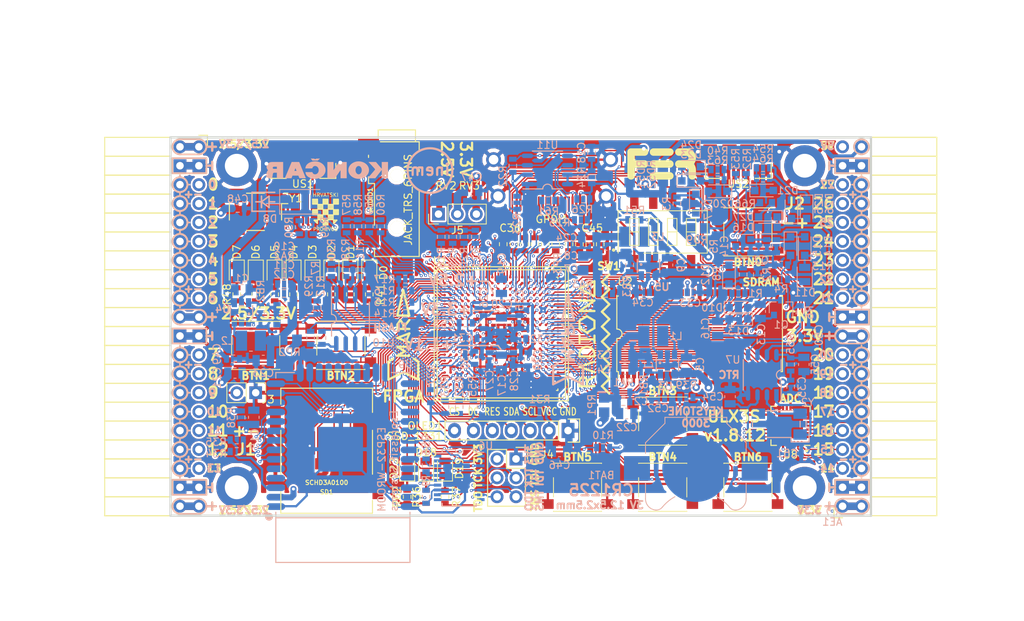
<source format=kicad_pcb>
(kicad_pcb (version 20171130) (host pcbnew 5.0.0-rc2+dfsg1-3)
  (layers (0 F.Cu signal) (1 In1.Cu signal) (2 In2.Cu signal) (31 B.Cu signal) (34 B.Paste user) (35 F.Paste user) (36 B.SilkS user) (37 F.SilkS user) (38 B.Mask user) (39 F.Mask user) (44 Edge.Cuts user))
  (net 0 "")
  (net 1 GND)
  (net 2 +5V)
  (net 3 /gpio/IN5V)
  (net 4 /gpio/OUT5V)
  (net 5 +3V3)
  (net 6 BTN_D)
  (net 7 BTN_F1)
  (net 8 BTN_F2)
  (net 9 BTN_L)
  (net 10 BTN_R)
  (net 11 BTN_U)
  (net 12 /power/FB1)
  (net 13 +2V5)
  (net 14 /power/PWREN)
  (net 15 /power/FB3)
  (net 16 /power/FB2)
  (net 17 /power/VBAT)
  (net 18 JTAG_TDI)
  (net 19 JTAG_TCK)
  (net 20 JTAG_TMS)
  (net 21 JTAG_TDO)
  (net 22 /power/WAKEUPn)
  (net 23 /power/WKUP)
  (net 24 /power/SHUT)
  (net 25 /power/WAKE)
  (net 26 /power/HOLD)
  (net 27 /power/WKn)
  (net 28 /power/OSCI_32k)
  (net 29 /power/OSCO_32k)
  (net 30 SHUTDOWN)
  (net 31 GPDI_SDA)
  (net 32 GPDI_SCL)
  (net 33 /gpdi/VREF2)
  (net 34 SD_CMD)
  (net 35 SD_CLK)
  (net 36 SD_D0)
  (net 37 SD_D1)
  (net 38 USB5V)
  (net 39 GPDI_CEC)
  (net 40 nRESET)
  (net 41 FTDI_nDTR)
  (net 42 SDRAM_CKE)
  (net 43 SDRAM_A7)
  (net 44 SDRAM_D15)
  (net 45 SDRAM_BA1)
  (net 46 SDRAM_D7)
  (net 47 SDRAM_A6)
  (net 48 SDRAM_CLK)
  (net 49 SDRAM_D13)
  (net 50 SDRAM_BA0)
  (net 51 SDRAM_D6)
  (net 52 SDRAM_A5)
  (net 53 SDRAM_D14)
  (net 54 SDRAM_A11)
  (net 55 SDRAM_D12)
  (net 56 SDRAM_D5)
  (net 57 SDRAM_A4)
  (net 58 SDRAM_A10)
  (net 59 SDRAM_D11)
  (net 60 SDRAM_A3)
  (net 61 SDRAM_D4)
  (net 62 SDRAM_D10)
  (net 63 SDRAM_D9)
  (net 64 SDRAM_A9)
  (net 65 SDRAM_D3)
  (net 66 SDRAM_D8)
  (net 67 SDRAM_A8)
  (net 68 SDRAM_A2)
  (net 69 SDRAM_A1)
  (net 70 SDRAM_A0)
  (net 71 SDRAM_D2)
  (net 72 SDRAM_D1)
  (net 73 SDRAM_D0)
  (net 74 SDRAM_DQM0)
  (net 75 SDRAM_nCS)
  (net 76 SDRAM_nRAS)
  (net 77 SDRAM_DQM1)
  (net 78 SDRAM_nCAS)
  (net 79 SDRAM_nWE)
  (net 80 /flash/FLASH_nWP)
  (net 81 /flash/FLASH_nHOLD)
  (net 82 /flash/FLASH_MOSI)
  (net 83 /flash/FLASH_MISO)
  (net 84 /flash/FLASH_SCK)
  (net 85 /flash/FLASH_nCS)
  (net 86 /flash/FPGA_PROGRAMN)
  (net 87 /flash/FPGA_DONE)
  (net 88 /flash/FPGA_INITN)
  (net 89 OLED_RES)
  (net 90 OLED_DC)
  (net 91 OLED_CS)
  (net 92 WIFI_EN)
  (net 93 FTDI_nRTS)
  (net 94 FTDI_TXD)
  (net 95 FTDI_RXD)
  (net 96 WIFI_RXD)
  (net 97 WIFI_GPIO0)
  (net 98 WIFI_TXD)
  (net 99 USB_FTDI_D+)
  (net 100 USB_FTDI_D-)
  (net 101 SD_D3)
  (net 102 AUDIO_L3)
  (net 103 AUDIO_L2)
  (net 104 AUDIO_L1)
  (net 105 AUDIO_L0)
  (net 106 AUDIO_R3)
  (net 107 AUDIO_R2)
  (net 108 AUDIO_R1)
  (net 109 AUDIO_R0)
  (net 110 OLED_CLK)
  (net 111 OLED_MOSI)
  (net 112 LED0)
  (net 113 LED1)
  (net 114 LED2)
  (net 115 LED3)
  (net 116 LED4)
  (net 117 LED5)
  (net 118 LED6)
  (net 119 LED7)
  (net 120 BTN_PWRn)
  (net 121 FTDI_nTXLED)
  (net 122 FTDI_nSLEEP)
  (net 123 /blinkey/LED_PWREN)
  (net 124 /blinkey/LED_TXLED)
  (net 125 /sdcard/SD3V3)
  (net 126 SD_D2)
  (net 127 CLK_25MHz)
  (net 128 /blinkey/BTNPUL)
  (net 129 /blinkey/BTNPUR)
  (net 130 USB_FPGA_D+)
  (net 131 /power/FTDI_nSUSPEND)
  (net 132 /blinkey/ALED0)
  (net 133 /blinkey/ALED1)
  (net 134 /blinkey/ALED2)
  (net 135 /blinkey/ALED3)
  (net 136 /blinkey/ALED4)
  (net 137 /blinkey/ALED5)
  (net 138 /blinkey/ALED6)
  (net 139 /blinkey/ALED7)
  (net 140 /usb/FTD-)
  (net 141 /usb/FTD+)
  (net 142 ADC_MISO)
  (net 143 ADC_MOSI)
  (net 144 ADC_CSn)
  (net 145 ADC_SCLK)
  (net 146 SW3)
  (net 147 SW2)
  (net 148 SW1)
  (net 149 USB_FPGA_D-)
  (net 150 /usb/FPD+)
  (net 151 /usb/FPD-)
  (net 152 WIFI_GPIO16)
  (net 153 /usb/ANT_433MHz)
  (net 154 /power/PWRBTn)
  (net 155 PROG_DONE)
  (net 156 /power/P3V3)
  (net 157 /power/P2V5)
  (net 158 /power/L1)
  (net 159 /power/L3)
  (net 160 /power/L2)
  (net 161 FTDI_TXDEN)
  (net 162 SDRAM_A12)
  (net 163 /analog/AUDIO_V)
  (net 164 AUDIO_V3)
  (net 165 AUDIO_V2)
  (net 166 AUDIO_V1)
  (net 167 AUDIO_V0)
  (net 168 /blinkey/LED_WIFI)
  (net 169 /power/P1V1)
  (net 170 +1V1)
  (net 171 SW4)
  (net 172 /blinkey/SWPU)
  (net 173 /wifi/WIFIEN)
  (net 174 FT2V5)
  (net 175 GN0)
  (net 176 GP0)
  (net 177 GN1)
  (net 178 GP1)
  (net 179 GN2)
  (net 180 GP2)
  (net 181 GN3)
  (net 182 GP3)
  (net 183 GN4)
  (net 184 GP4)
  (net 185 GN5)
  (net 186 GP5)
  (net 187 GN6)
  (net 188 GP6)
  (net 189 GN14)
  (net 190 GP14)
  (net 191 GN15)
  (net 192 GP15)
  (net 193 GN16)
  (net 194 GP16)
  (net 195 GN17)
  (net 196 GP17)
  (net 197 GN18)
  (net 198 GP18)
  (net 199 GN19)
  (net 200 GP19)
  (net 201 GN20)
  (net 202 GP20)
  (net 203 GN21)
  (net 204 GP21)
  (net 205 GN22)
  (net 206 GP22)
  (net 207 GN23)
  (net 208 GP23)
  (net 209 GN24)
  (net 210 GP24)
  (net 211 GN25)
  (net 212 GP25)
  (net 213 GN26)
  (net 214 GP26)
  (net 215 GN27)
  (net 216 GP27)
  (net 217 GN7)
  (net 218 GP7)
  (net 219 GN8)
  (net 220 GP8)
  (net 221 GN9)
  (net 222 GP9)
  (net 223 GN10)
  (net 224 GP10)
  (net 225 GN11)
  (net 226 GP11)
  (net 227 GN12)
  (net 228 GP12)
  (net 229 GN13)
  (net 230 GP13)
  (net 231 WIFI_GPIO5)
  (net 232 WIFI_GPIO17)
  (net 233 USB_FPGA_PULL_D+)
  (net 234 USB_FPGA_PULL_D-)
  (net 235 "Net-(D23-Pad2)")
  (net 236 "Net-(D24-Pad1)")
  (net 237 "Net-(D25-Pad2)")
  (net 238 "Net-(D26-Pad1)")
  (net 239 /gpdi/GPDI_ETH+)
  (net 240 FPDI_ETH+)
  (net 241 /gpdi/GPDI_ETH-)
  (net 242 FPDI_ETH-)
  (net 243 /gpdi/GPDI_D2-)
  (net 244 FPDI_D2-)
  (net 245 /gpdi/GPDI_D1-)
  (net 246 FPDI_D1-)
  (net 247 /gpdi/GPDI_D0-)
  (net 248 FPDI_D0-)
  (net 249 /gpdi/GPDI_CLK-)
  (net 250 FPDI_CLK-)
  (net 251 /gpdi/GPDI_D2+)
  (net 252 FPDI_D2+)
  (net 253 /gpdi/GPDI_D1+)
  (net 254 FPDI_D1+)
  (net 255 /gpdi/GPDI_D0+)
  (net 256 FPDI_D0+)
  (net 257 /gpdi/GPDI_CLK+)
  (net 258 FPDI_CLK+)
  (net 259 FPDI_SDA)
  (net 260 FPDI_SCL)
  (net 261 /gpdi/FPDI_CEC)
  (net 262 2V5_3V3)
  (net 263 "Net-(AUDIO1-Pad5)")
  (net 264 "Net-(AUDIO1-Pad6)")
  (net 265 "Net-(U1-PadA15)")
  (net 266 "Net-(U1-PadC9)")
  (net 267 "Net-(U1-PadD9)")
  (net 268 "Net-(U1-PadD10)")
  (net 269 "Net-(U1-PadD11)")
  (net 270 "Net-(U1-PadD12)")
  (net 271 "Net-(U1-PadE6)")
  (net 272 "Net-(U1-PadE9)")
  (net 273 "Net-(U1-PadE10)")
  (net 274 "Net-(U1-PadE11)")
  (net 275 "Net-(U1-PadJ4)")
  (net 276 "Net-(U1-PadJ5)")
  (net 277 "Net-(U1-PadK5)")
  (net 278 "Net-(U1-PadL5)")
  (net 279 "Net-(U1-PadM4)")
  (net 280 "Net-(U1-PadM5)")
  (net 281 SD_CD)
  (net 282 SD_WP)
  (net 283 "Net-(U1-PadR3)")
  (net 284 "Net-(U1-PadT16)")
  (net 285 "Net-(U1-PadW4)")
  (net 286 "Net-(U1-PadW5)")
  (net 287 "Net-(U1-PadW8)")
  (net 288 "Net-(U1-PadW9)")
  (net 289 "Net-(U1-PadW13)")
  (net 290 "Net-(U1-PadW14)")
  (net 291 "Net-(U1-PadW17)")
  (net 292 "Net-(U1-PadW18)")
  (net 293 FTDI_nRXLED)
  (net 294 "Net-(U8-Pad12)")
  (net 295 "Net-(U8-Pad25)")
  (net 296 "Net-(U9-Pad32)")
  (net 297 "Net-(U9-Pad22)")
  (net 298 "Net-(U9-Pad21)")
  (net 299 "Net-(U9-Pad20)")
  (net 300 "Net-(U9-Pad19)")
  (net 301 "Net-(U9-Pad18)")
  (net 302 "Net-(U9-Pad17)")
  (net 303 "Net-(U9-Pad12)")
  (net 304 "Net-(U9-Pad5)")
  (net 305 "Net-(U9-Pad4)")
  (net 306 "Net-(US1-Pad4)")
  (net 307 "Net-(Y2-Pad3)")
  (net 308 "Net-(Y2-Pad2)")
  (net 309 "Net-(U1-PadK16)")
  (net 310 "Net-(U1-PadK17)")
  (net 311 /usb/US2VBUS)
  (net 312 /power/SHD)
  (net 313 /power/RTCVDD)
  (net 314 "Net-(D27-Pad2)")
  (net 315 US2_ID)
  (net 316 /analog/AUDIO_L)
  (net 317 /analog/AUDIO_R)
  (module TSOP54:TSOP54 (layer F.Cu) (at 165.093 87.8 90)
    (fp_text reference U2 (at 6.98 -9.993 180) (layer F.SilkS))
    (fp_text value MT48LC16M16A2TG)
    (pad 28 smd rect (at 5.53 10.4 90) (size 0.9 0.56) (layers F.Cu F.Paste F.Mask) (net 1 GND))
    (pad 1 smd rect (at -5.53 -10.4 90) (size 0.9 0.56) (layers F.Cu F.Paste F.Mask) (net 5 +3V3))
    (pad 2 smd rect (at -5.53 -9.6 90) (size 0.9 0.56) (layers F.Cu F.Paste F.Mask) (net 73 SDRAM_D0))
    (pad 3 smd rect (at -5.53 -8.8 90) (size 0.9 0.56) (layers F.Cu F.Paste F.Mask) (net 5 +3V3))
    (pad 4 smd rect (at -5.53 -8 90) (size 0.9 0.56) (layers F.Cu F.Paste F.Mask) (net 72 SDRAM_D1))
    (pad 5 smd rect (at -5.53 -7.2 90) (size 0.9 0.56) (layers F.Cu F.Paste F.Mask) (net 71 SDRAM_D2))
    (pad 6 smd rect (at -5.53 -6.4 90) (size 0.9 0.56) (layers F.Cu F.Paste F.Mask) (net 1 GND))
    (pad 7 smd rect (at -5.53 -5.6 90) (size 0.9 0.56) (layers F.Cu F.Paste F.Mask) (net 65 SDRAM_D3))
    (pad 8 smd rect (at -5.53 -4.8 90) (size 0.9 0.56) (layers F.Cu F.Paste F.Mask) (net 61 SDRAM_D4))
    (pad 9 smd rect (at -5.53 -4 90) (size 0.9 0.56) (layers F.Cu F.Paste F.Mask) (net 5 +3V3))
    (pad 10 smd rect (at -5.53 -3.2 90) (size 0.9 0.56) (layers F.Cu F.Paste F.Mask) (net 56 SDRAM_D5))
    (pad 11 smd rect (at -5.53 -2.4 90) (size 0.9 0.56) (layers F.Cu F.Paste F.Mask) (net 51 SDRAM_D6))
    (pad 12 smd rect (at -5.53 -1.6 90) (size 0.9 0.56) (layers F.Cu F.Paste F.Mask) (net 1 GND))
    (pad 13 smd rect (at -5.53 -0.8 90) (size 0.9 0.56) (layers F.Cu F.Paste F.Mask) (net 46 SDRAM_D7))
    (pad 14 smd rect (at -5.53 0 90) (size 0.9 0.56) (layers F.Cu F.Paste F.Mask) (net 5 +3V3))
    (pad 15 smd rect (at -5.53 0.8 90) (size 0.9 0.56) (layers F.Cu F.Paste F.Mask) (net 74 SDRAM_DQM0))
    (pad 16 smd rect (at -5.53 1.6 90) (size 0.9 0.56) (layers F.Cu F.Paste F.Mask) (net 79 SDRAM_nWE))
    (pad 17 smd rect (at -5.53 2.4 90) (size 0.9 0.56) (layers F.Cu F.Paste F.Mask) (net 78 SDRAM_nCAS))
    (pad 18 smd rect (at -5.53 3.2 90) (size 0.9 0.56) (layers F.Cu F.Paste F.Mask) (net 76 SDRAM_nRAS))
    (pad 19 smd rect (at -5.53 4 90) (size 0.9 0.56) (layers F.Cu F.Paste F.Mask) (net 75 SDRAM_nCS))
    (pad 20 smd rect (at -5.53 4.8 90) (size 0.9 0.56) (layers F.Cu F.Paste F.Mask) (net 50 SDRAM_BA0))
    (pad 21 smd rect (at -5.53 5.6 90) (size 0.9 0.56) (layers F.Cu F.Paste F.Mask) (net 45 SDRAM_BA1))
    (pad 22 smd rect (at -5.53 6.4 90) (size 0.9 0.56) (layers F.Cu F.Paste F.Mask) (net 58 SDRAM_A10))
    (pad 23 smd rect (at -5.53 7.2 90) (size 0.9 0.56) (layers F.Cu F.Paste F.Mask) (net 70 SDRAM_A0))
    (pad 24 smd rect (at -5.53 8 90) (size 0.9 0.56) (layers F.Cu F.Paste F.Mask) (net 69 SDRAM_A1))
    (pad 25 smd rect (at -5.53 8.8 90) (size 0.9 0.56) (layers F.Cu F.Paste F.Mask) (net 68 SDRAM_A2))
    (pad 26 smd rect (at -5.53 9.6 90) (size 0.9 0.56) (layers F.Cu F.Paste F.Mask) (net 60 SDRAM_A3))
    (pad 27 smd rect (at -5.53 10.4 90) (size 0.9 0.56) (layers F.Cu F.Paste F.Mask) (net 5 +3V3))
    (pad 29 smd rect (at 5.53 9.6 90) (size 0.9 0.56) (layers F.Cu F.Paste F.Mask) (net 57 SDRAM_A4))
    (pad 30 smd rect (at 5.53 8.8 90) (size 0.9 0.56) (layers F.Cu F.Paste F.Mask) (net 52 SDRAM_A5))
    (pad 31 smd rect (at 5.53 8 90) (size 0.9 0.56) (layers F.Cu F.Paste F.Mask) (net 47 SDRAM_A6))
    (pad 32 smd rect (at 5.53 7.2 90) (size 0.9 0.56) (layers F.Cu F.Paste F.Mask) (net 43 SDRAM_A7))
    (pad 33 smd rect (at 5.53 6.4 90) (size 0.9 0.56) (layers F.Cu F.Paste F.Mask) (net 67 SDRAM_A8))
    (pad 34 smd rect (at 5.53 5.6 90) (size 0.9 0.56) (layers F.Cu F.Paste F.Mask) (net 64 SDRAM_A9))
    (pad 35 smd rect (at 5.53 4.8 90) (size 0.9 0.56) (layers F.Cu F.Paste F.Mask) (net 54 SDRAM_A11))
    (pad 36 smd rect (at 5.53 4 90) (size 0.9 0.56) (layers F.Cu F.Paste F.Mask) (net 162 SDRAM_A12))
    (pad 37 smd rect (at 5.53 3.2 90) (size 0.9 0.56) (layers F.Cu F.Paste F.Mask) (net 42 SDRAM_CKE))
    (pad 38 smd rect (at 5.53 2.4 90) (size 0.9 0.56) (layers F.Cu F.Paste F.Mask) (net 48 SDRAM_CLK))
    (pad 39 smd rect (at 5.53 1.6 90) (size 0.9 0.56) (layers F.Cu F.Paste F.Mask) (net 77 SDRAM_DQM1))
    (pad 40 smd rect (at 5.53 0.8 90) (size 0.9 0.56) (layers F.Cu F.Paste F.Mask))
    (pad 41 smd rect (at 5.53 0 90) (size 0.9 0.56) (layers F.Cu F.Paste F.Mask) (net 1 GND))
    (pad 42 smd rect (at 5.53 -0.8 90) (size 0.9 0.56) (layers F.Cu F.Paste F.Mask) (net 66 SDRAM_D8))
    (pad 43 smd rect (at 5.53 -1.6 90) (size 0.9 0.56) (layers F.Cu F.Paste F.Mask) (net 5 +3V3))
    (pad 44 smd rect (at 5.53 -2.4 90) (size 0.9 0.56) (layers F.Cu F.Paste F.Mask) (net 63 SDRAM_D9))
    (pad 45 smd rect (at 5.53 -3.2 90) (size 0.9 0.56) (layers F.Cu F.Paste F.Mask) (net 62 SDRAM_D10))
    (pad 46 smd rect (at 5.53 -4 90) (size 0.9 0.56) (layers F.Cu F.Paste F.Mask) (net 1 GND))
    (pad 47 smd rect (at 5.53 -4.8 90) (size 0.9 0.56) (layers F.Cu F.Paste F.Mask) (net 59 SDRAM_D11))
    (pad 48 smd rect (at 5.53 -5.6 90) (size 0.9 0.56) (layers F.Cu F.Paste F.Mask) (net 55 SDRAM_D12))
    (pad 49 smd rect (at 5.53 -6.4 90) (size 0.9 0.56) (layers F.Cu F.Paste F.Mask) (net 5 +3V3))
    (pad 50 smd rect (at 5.53 -7.2 90) (size 0.9 0.56) (layers F.Cu F.Paste F.Mask) (net 49 SDRAM_D13))
    (pad 51 smd rect (at 5.53 -8 90) (size 0.9 0.56) (layers F.Cu F.Paste F.Mask) (net 53 SDRAM_D14))
    (pad 52 smd rect (at 5.53 -8.8 90) (size 0.9 0.56) (layers F.Cu F.Paste F.Mask) (net 1 GND))
    (pad 53 smd rect (at 5.53 -9.6 90) (size 0.9 0.56) (layers F.Cu F.Paste F.Mask) (net 44 SDRAM_D15))
    (pad 54 smd rect (at 5.53 -10.4 90) (size 0.9 0.56) (layers F.Cu F.Paste F.Mask) (net 1 GND))
  )
  (module SOA008-150mil:SOA008-150-208mil (layer B.Cu) (at 118.245 85.822 270)
    (fp_text reference U10 (at 3.175 -4.445) (layer B.SilkS) (effects (justify mirror)))
    (fp_text value IS25LP128F-JBLE)
    (pad 1 smd rect (at -3.302 1.905 270) (size 2.1 0.6) (layers B.Cu B.Paste B.Mask) (net 85 /flash/FLASH_nCS))
    (pad 2 smd oval (at -3.302 0.635 270) (size 2.1 0.6) (layers B.Cu B.Paste B.Mask) (net 83 /flash/FLASH_MISO))
    (pad 3 smd oval (at -3.302 -0.635 270) (size 2.1 0.6) (layers B.Cu B.Paste B.Mask) (net 80 /flash/FLASH_nWP))
    (pad 4 smd oval (at -3.302 -1.905 270) (size 2.1 0.6) (layers B.Cu B.Paste B.Mask) (net 1 GND))
    (pad 5 smd oval (at 3.302 -1.905 270) (size 2.1 0.6) (layers B.Cu B.Paste B.Mask) (net 82 /flash/FLASH_MOSI))
    (pad 6 smd oval (at 3.302 -0.635 270) (size 2.1 0.6) (layers B.Cu B.Paste B.Mask) (net 84 /flash/FLASH_SCK))
    (pad 7 smd oval (at 3.302 0.635 270) (size 2.1 0.6) (layers B.Cu B.Paste B.Mask) (net 81 /flash/FLASH_nHOLD))
    (pad 8 smd oval (at 3.302 1.905 270) (size 2.1 0.6) (layers B.Cu B.Paste B.Mask) (net 5 +3V3))
  )
  (module SOT96-1:SOT96-1 (layer B.Cu) (at 173.49 93.315 90)
    (fp_text reference U7 (at 2.032 -3.937 180) (layer B.SilkS) (effects (justify mirror)))
    (fp_text value PCF8523)
    (pad 1 smd rect (at -2.7 1.905 90) (size 1.55 0.6) (layers B.Cu B.Paste B.Mask) (net 28 /power/OSCI_32k))
    (pad 2 smd oval (at -2.7 0.635 90) (size 1.55 0.6) (layers B.Cu B.Paste B.Mask) (net 29 /power/OSCO_32k))
    (pad 3 smd oval (at -2.7 -0.635 90) (size 1.55 0.6) (layers B.Cu B.Paste B.Mask) (net 17 /power/VBAT))
    (pad 4 smd oval (at -2.7 -1.905 90) (size 1.55 0.6) (layers B.Cu B.Paste B.Mask) (net 1 GND))
    (pad 5 smd oval (at 2.7 -1.905 90) (size 1.55 0.6) (layers B.Cu B.Paste B.Mask) (net 259 FPDI_SDA))
    (pad 6 smd oval (at 2.7 -0.635 90) (size 1.55 0.6) (layers B.Cu B.Paste B.Mask) (net 260 FPDI_SCL))
    (pad 7 smd oval (at 2.7 0.635 90) (size 1.55 0.6) (layers B.Cu B.Paste B.Mask) (net 22 /power/WAKEUPn))
    (pad 8 smd oval (at 2.7 1.905 90) (size 1.55 0.6) (layers B.Cu B.Paste B.Mask) (net 313 /power/RTCVDD))
  )
  (module SM8:SM8 (layer B.Cu) (at 144.68 65.8015 90)
    (fp_text reference U11 (at 3.3475 -0.019 -180) (layer B.SilkS) (effects (justify mirror)))
    (fp_text value PCA9306D)
    (pad 1 smd rect (at -1.905 -2.7) (size 1.55 0.6) (layers B.Cu B.Paste B.Mask) (net 1 GND))
    (pad 2 smd oval (at -0.635 -2.7) (size 1.55 0.6) (layers B.Cu B.Paste B.Mask) (net 5 +3V3))
    (pad 3 smd oval (at 0.635 -2.7) (size 1.55 0.6) (layers B.Cu B.Paste B.Mask) (net 260 FPDI_SCL))
    (pad 4 smd oval (at 1.905 -2.7) (size 1.55 0.6) (layers B.Cu B.Paste B.Mask) (net 259 FPDI_SDA))
    (pad 5 smd oval (at 1.905 2.7) (size 1.55 0.6) (layers B.Cu B.Paste B.Mask) (net 31 GPDI_SDA))
    (pad 6 smd oval (at 0.635 2.7) (size 1.55 0.6) (layers B.Cu B.Paste B.Mask) (net 32 GPDI_SCL))
    (pad 7 smd oval (at -0.635 2.7) (size 1.55 0.6) (layers B.Cu B.Paste B.Mask) (net 33 /gpdi/VREF2))
    (pad 8 smd oval (at -1.905 2.7) (size 1.55 0.6) (layers B.Cu B.Paste B.Mask) (net 33 /gpdi/VREF2))
  )
  (module ft231x:FT231X-SSOP-20_4.4x6.5mm_Pitch0.65mm (layer B.Cu) (at 132.835 107.14 180)
    (fp_text reference U6 (at -3.556 4.318 180) (layer B.SilkS) (effects (justify mirror)))
    (fp_text value FT231XS)
    (pad 20 smd rect (at 2.9 2.925 180) (size 1 0.4) (layers B.Cu B.Paste B.Mask) (net 94 FTDI_TXD))
    (pad 19 smd rect (at 2.9 2.275 180) (size 1 0.4) (layers B.Cu B.Paste B.Mask) (net 122 FTDI_nSLEEP))
    (pad 18 smd rect (at 2.9 1.625 180) (size 1 0.4) (layers B.Cu B.Paste B.Mask) (net 161 FTDI_TXDEN))
    (pad 17 smd rect (at 2.9 0.975 180) (size 1 0.4) (layers B.Cu B.Paste B.Mask) (net 293 FTDI_nRXLED))
    (pad 16 smd rect (at 2.9 0.325 180) (size 1 0.4) (layers B.Cu B.Paste B.Mask) (net 1 GND))
    (pad 15 smd rect (at 2.9 -0.325 180) (size 1 0.4) (layers B.Cu B.Paste B.Mask) (net 38 USB5V))
    (pad 14 smd rect (at 2.9 -0.975 180) (size 1 0.4) (layers B.Cu B.Paste B.Mask) (net 40 nRESET))
    (pad 13 smd rect (at 2.9 -1.625 180) (size 1 0.4) (layers B.Cu B.Paste B.Mask) (net 174 FT2V5))
    (pad 12 smd rect (at 2.9 -2.275 180) (size 1 0.4) (layers B.Cu B.Paste B.Mask) (net 100 USB_FTDI_D-))
    (pad 11 smd rect (at 2.9 -2.925 180) (size 1 0.4) (layers B.Cu B.Paste B.Mask) (net 99 USB_FTDI_D+))
    (pad 10 smd rect (at -2.9 -2.925 180) (size 1 0.4) (layers B.Cu B.Paste B.Mask) (net 121 FTDI_nTXLED))
    (pad 9 smd rect (at -2.9 -2.275 180) (size 1 0.4) (layers B.Cu B.Paste B.Mask) (net 21 JTAG_TDO))
    (pad 8 smd rect (at -2.9 -1.625 180) (size 1 0.4) (layers B.Cu B.Paste B.Mask) (net 20 JTAG_TMS))
    (pad 7 smd rect (at -2.9 -0.975 180) (size 1 0.4) (layers B.Cu B.Paste B.Mask) (net 19 JTAG_TCK))
    (pad 6 smd rect (at -2.9 -0.325 180) (size 1 0.4) (layers B.Cu B.Paste B.Mask) (net 1 GND))
    (pad 5 smd rect (at -2.9 0.325 180) (size 1 0.4) (layers B.Cu B.Paste B.Mask) (net 18 JTAG_TDI))
    (pad 4 smd rect (at -2.9 0.975 180) (size 1 0.4) (layers B.Cu B.Paste B.Mask) (net 95 FTDI_RXD))
    (pad 3 smd rect (at -2.9 1.625 180) (size 1 0.4) (layers B.Cu B.Paste B.Mask) (net 174 FT2V5))
    (pad 2 smd rect (at -2.9 2.275 180) (size 1 0.4) (layers B.Cu B.Paste B.Mask) (net 93 FTDI_nRTS))
    (pad 1 smd rect (at -2.9 2.925 180) (size 1 0.4) (layers B.Cu B.Paste B.Mask) (net 41 FTDI_nDTR))
  )
  (module TSOT-25:TSOT-25 (layer B.Cu) (at 158.235 78.692)
    (fp_text reference U5 (at 1.793 2.812) (layer B.SilkS) (effects (font (thickness 0.2)) (justify mirror)))
    (fp_text value TLV62569DBV)
    (pad 1 smd rect (at -0.95 -1.3) (size 0.7 1.2) (layers B.Cu B.Paste B.Mask) (net 14 /power/PWREN))
    (pad 2 smd rect (at 0 -1.3) (size 0.7 1.2) (layers B.Cu B.Paste B.Mask) (net 1 GND))
    (pad 3 smd rect (at 0.95 -1.3) (size 0.7 1.2) (layers B.Cu B.Paste B.Mask) (net 159 /power/L3))
    (pad 4 smd rect (at 0.95 1.3) (size 0.7 1.2) (layers B.Cu B.Paste B.Mask) (net 2 +5V))
    (pad 5 smd rect (at -0.95 1.3) (size 0.7 1.2) (layers B.Cu B.Paste B.Mask) (net 15 /power/FB3))
  )
  (module TSOT-25:TSOT-25 (layer B.Cu) (at 160.775 91.9)
    (fp_text reference U3 (at -0.295 2.9) (layer B.SilkS) (effects (font (thickness 0.2)) (justify mirror)))
    (fp_text value TLV62569DBV)
    (pad 1 smd rect (at -0.95 -1.3) (size 0.7 1.2) (layers B.Cu B.Paste B.Mask) (net 14 /power/PWREN))
    (pad 2 smd rect (at 0 -1.3) (size 0.7 1.2) (layers B.Cu B.Paste B.Mask) (net 1 GND))
    (pad 3 smd rect (at 0.95 -1.3) (size 0.7 1.2) (layers B.Cu B.Paste B.Mask) (net 158 /power/L1))
    (pad 4 smd rect (at 0.95 1.3) (size 0.7 1.2) (layers B.Cu B.Paste B.Mask) (net 2 +5V))
    (pad 5 smd rect (at -0.95 1.3) (size 0.7 1.2) (layers B.Cu B.Paste B.Mask) (net 12 /power/FB1))
  )
  (module TSOT-25:TSOT-25 (layer B.Cu) (at 103.625 84.915 180)
    (fp_text reference U4 (at 2.525 0.4265 180) (layer B.SilkS) (effects (font (thickness 0.2)) (justify mirror)))
    (fp_text value TLV62569DBV)
    (pad 1 smd rect (at -0.95 -1.3 180) (size 0.7 1.2) (layers B.Cu B.Paste B.Mask) (net 14 /power/PWREN))
    (pad 2 smd rect (at 0 -1.3 180) (size 0.7 1.2) (layers B.Cu B.Paste B.Mask) (net 1 GND))
    (pad 3 smd rect (at 0.95 -1.3 180) (size 0.7 1.2) (layers B.Cu B.Paste B.Mask) (net 160 /power/L2))
    (pad 4 smd rect (at 0.95 1.3 180) (size 0.7 1.2) (layers B.Cu B.Paste B.Mask) (net 2 +5V))
    (pad 5 smd rect (at -0.95 1.3 180) (size 0.7 1.2) (layers B.Cu B.Paste B.Mask) (net 16 /power/FB2))
  )
  (module ESP32:ESP32-WROOM (layer B.Cu) (at 117.23 105.75 180)
    (fp_text reference U9 (at -8.366 13.85 180) (layer B.SilkS) (effects (justify mirror)))
    (fp_text value ESP-WROOM32)
    (fp_text user "Espressif Systems" (at -6.858 0.889 90) (layer B.SilkS) (effects (justify mirror)))
    (fp_text user ESP32-WROOM (at -5.207 -0.254 90) (layer B.SilkS) (effects (justify mirror)))
    (pad 38 smd oval (at -9 -5.25 180) (size 2.5 0.9) (layers B.Cu B.Paste B.Mask) (net 1 GND))
    (pad 37 smd oval (at -9 -3.98 180) (size 2.5 0.9) (layers B.Cu B.Paste B.Mask) (net 18 JTAG_TDI))
    (pad 36 smd oval (at -9 -2.71 180) (size 2.5 0.9) (layers B.Cu B.Paste B.Mask) (net 155 PROG_DONE))
    (pad 35 smd oval (at -9 -1.44 180) (size 2.5 0.9) (layers B.Cu B.Paste B.Mask) (net 98 WIFI_TXD))
    (pad 34 smd oval (at -9 -0.17 180) (size 2.5 0.9) (layers B.Cu B.Paste B.Mask) (net 96 WIFI_RXD))
    (pad 33 smd oval (at -9 1.1 180) (size 2.5 0.9) (layers B.Cu B.Paste B.Mask) (net 20 JTAG_TMS))
    (pad 32 smd oval (at -9 2.37 180) (size 2.5 0.9) (layers B.Cu B.Paste B.Mask) (net 296 "Net-(U9-Pad32)"))
    (pad 31 smd oval (at -9 3.64 180) (size 2.5 0.9) (layers B.Cu B.Paste B.Mask) (net 21 JTAG_TDO))
    (pad 30 smd oval (at -9 4.91 180) (size 2.5 0.9) (layers B.Cu B.Paste B.Mask) (net 19 JTAG_TCK))
    (pad 29 smd oval (at -9 6.18 180) (size 2.5 0.9) (layers B.Cu B.Paste B.Mask) (net 231 WIFI_GPIO5))
    (pad 28 smd oval (at -9 7.45 180) (size 2.5 0.9) (layers B.Cu B.Paste B.Mask) (net 232 WIFI_GPIO17))
    (pad 27 smd oval (at -9 8.72 180) (size 2.5 0.9) (layers B.Cu B.Paste B.Mask) (net 152 WIFI_GPIO16))
    (pad 26 smd oval (at -9 9.99 180) (size 2.5 0.9) (layers B.Cu B.Paste B.Mask) (net 37 SD_D1))
    (pad 25 smd oval (at -9 11.26 180) (size 2.5 0.9) (layers B.Cu B.Paste B.Mask) (net 97 WIFI_GPIO0))
    (pad 24 smd oval (at -5.715 12.75 180) (size 0.9 2.5) (layers B.Cu B.Paste B.Mask) (net 36 SD_D0))
    (pad 23 smd oval (at -4.445 12.75 180) (size 0.9 2.5) (layers B.Cu B.Paste B.Mask) (net 34 SD_CMD))
    (pad 22 smd oval (at -3.175 12.75 180) (size 0.9 2.5) (layers B.Cu B.Paste B.Mask) (net 297 "Net-(U9-Pad22)"))
    (pad 21 smd oval (at -1.905 12.75 180) (size 0.9 2.5) (layers B.Cu B.Paste B.Mask) (net 298 "Net-(U9-Pad21)"))
    (pad 20 smd oval (at -0.635 12.75 180) (size 0.9 2.5) (layers B.Cu B.Paste B.Mask) (net 299 "Net-(U9-Pad20)"))
    (pad 19 smd oval (at 0.635 12.75 180) (size 0.9 2.5) (layers B.Cu B.Paste B.Mask) (net 300 "Net-(U9-Pad19)"))
    (pad 18 smd oval (at 1.905 12.75 180) (size 0.9 2.5) (layers B.Cu B.Paste B.Mask) (net 301 "Net-(U9-Pad18)"))
    (pad 17 smd oval (at 3.175 12.75 180) (size 0.9 2.5) (layers B.Cu B.Paste B.Mask) (net 302 "Net-(U9-Pad17)"))
    (pad 16 smd oval (at 4.445 12.75 180) (size 0.9 2.5) (layers B.Cu B.Paste B.Mask) (net 101 SD_D3))
    (pad 15 smd oval (at 5.715 12.75 180) (size 0.9 2.5) (layers B.Cu B.Paste B.Mask) (net 1 GND))
    (pad 14 smd oval (at 9 11.26 180) (size 2.5 0.9) (layers B.Cu B.Paste B.Mask) (net 126 SD_D2))
    (pad 13 smd oval (at 9 9.99 180) (size 2.5 0.9) (layers B.Cu B.Paste B.Mask) (net 35 SD_CLK))
    (pad 12 smd oval (at 9 8.72 180) (size 2.5 0.9) (layers B.Cu B.Paste B.Mask) (net 303 "Net-(U9-Pad12)"))
    (pad 11 smd oval (at 9 7.45 180) (size 2.5 0.9) (layers B.Cu B.Paste B.Mask) (net 225 GN11))
    (pad 10 smd oval (at 9 6.18 180) (size 2.5 0.9) (layers B.Cu B.Paste B.Mask) (net 226 GP11))
    (pad 9 smd oval (at 9 4.91 180) (size 2.5 0.9) (layers B.Cu B.Paste B.Mask) (net 227 GN12))
    (pad 8 smd oval (at 9 3.64 180) (size 2.5 0.9) (layers B.Cu B.Paste B.Mask) (net 228 GP12))
    (pad 7 smd oval (at 9 2.37 180) (size 2.5 0.9) (layers B.Cu B.Paste B.Mask) (net 229 GN13))
    (pad 6 smd oval (at 9 1.1 180) (size 2.5 0.9) (layers B.Cu B.Paste B.Mask) (net 230 GP13))
    (pad 5 smd oval (at 9 -0.17 180) (size 2.5 0.9) (layers B.Cu B.Paste B.Mask) (net 304 "Net-(U9-Pad5)"))
    (pad 4 smd oval (at 9 -1.44 180) (size 2.5 0.9) (layers B.Cu B.Paste B.Mask) (net 305 "Net-(U9-Pad4)"))
    (pad 3 smd oval (at 9 -2.71 180) (size 2.5 0.9) (layers B.Cu B.Paste B.Mask) (net 173 /wifi/WIFIEN))
    (pad 2 smd oval (at 9 -3.98 180) (size 2.5 0.9) (layers B.Cu B.Paste B.Mask) (net 5 +3V3))
    (pad 1 smd oval (at 9 -5.25 180) (size 2.5 0.9) (layers B.Cu B.Paste B.Mask) (net 1 GND))
    (pad 39 smd rect (at 0.3 2.45 180) (size 6 6) (layers B.Cu B.Paste B.Mask) (net 1 GND))
  )
  (module inem:inem (layer B.Cu) (at 128.913 65.883)
    (fp_text reference REF** hide)
    (fp_text value inem hide)
    (fp_text user inem (at 0 -0.1) (layer B.SilkS) (effects (font (size 1.5 1.5) (thickness 0.3)) (justify mirror)))
  )
  (module fer:fer4mm6 (layer F.Cu) (at 159.901 64.994)
    (fp_text reference fer hide)
    (fp_text value fer hide)
  )
  (module Socket_Strips:Socket_Strip_Angled_2x20 (layer F.Cu) (at 97.91 62.69 270)
    (fp_text reference J1 (at 40.64 -6.35) (layer F.SilkS) (effects (font (size 1.5 1.5) (thickness 0.3))))
    (fp_text value CONN_02X20 hide)
    (pad 1 thru_hole oval (at 0 0 270) (size 1.7272 1.7272) (drill 1.016) (layers *.Cu *.Mask) (net 262 2V5_3V3))
    (pad 2 thru_hole oval (at 0 2.54 270) (size 1.7272 1.7272) (drill 1.016) (layers *.Cu *.Mask) (net 262 2V5_3V3))
    (pad 3 thru_hole rect (at 2.54 0 270) (size 1.7272 1.7272) (drill 1.016) (layers *.Cu *.Mask) (net 1 GND))
    (pad 4 thru_hole rect (at 2.54 2.54 270) (size 1.7272 1.7272) (drill 1.016) (layers *.Cu *.Mask) (net 1 GND))
    (pad 5 thru_hole oval (at 5.08 0 270) (size 1.7272 1.7272) (drill 1.016) (layers *.Cu *.Mask) (net 175 GN0))
    (pad 6 thru_hole oval (at 5.08 2.54 270) (size 1.7272 1.7272) (drill 1.016) (layers *.Cu *.Mask) (net 176 GP0))
    (pad 7 thru_hole oval (at 7.62 0 270) (size 1.7272 1.7272) (drill 1.016) (layers *.Cu *.Mask) (net 177 GN1))
    (pad 8 thru_hole oval (at 7.62 2.54 270) (size 1.7272 1.7272) (drill 1.016) (layers *.Cu *.Mask) (net 178 GP1))
    (pad 9 thru_hole oval (at 10.16 0 270) (size 1.7272 1.7272) (drill 1.016) (layers *.Cu *.Mask) (net 179 GN2))
    (pad 10 thru_hole oval (at 10.16 2.54 270) (size 1.7272 1.7272) (drill 1.016) (layers *.Cu *.Mask) (net 180 GP2))
    (pad 11 thru_hole oval (at 12.7 0 270) (size 1.7272 1.7272) (drill 1.016) (layers *.Cu *.Mask) (net 181 GN3))
    (pad 12 thru_hole oval (at 12.7 2.54 270) (size 1.7272 1.7272) (drill 1.016) (layers *.Cu *.Mask) (net 182 GP3))
    (pad 13 thru_hole oval (at 15.24 0 270) (size 1.7272 1.7272) (drill 1.016) (layers *.Cu *.Mask) (net 183 GN4))
    (pad 14 thru_hole oval (at 15.24 2.54 270) (size 1.7272 1.7272) (drill 1.016) (layers *.Cu *.Mask) (net 184 GP4))
    (pad 15 thru_hole oval (at 17.78 0 270) (size 1.7272 1.7272) (drill 1.016) (layers *.Cu *.Mask) (net 185 GN5))
    (pad 16 thru_hole oval (at 17.78 2.54 270) (size 1.7272 1.7272) (drill 1.016) (layers *.Cu *.Mask) (net 186 GP5))
    (pad 17 thru_hole oval (at 20.32 0 270) (size 1.7272 1.7272) (drill 1.016) (layers *.Cu *.Mask) (net 187 GN6))
    (pad 18 thru_hole oval (at 20.32 2.54 270) (size 1.7272 1.7272) (drill 1.016) (layers *.Cu *.Mask) (net 188 GP6))
    (pad 19 thru_hole oval (at 22.86 0 270) (size 1.7272 1.7272) (drill 1.016) (layers *.Cu *.Mask) (net 262 2V5_3V3))
    (pad 20 thru_hole oval (at 22.86 2.54 270) (size 1.7272 1.7272) (drill 1.016) (layers *.Cu *.Mask) (net 262 2V5_3V3))
    (pad 21 thru_hole rect (at 25.4 0 270) (size 1.7272 1.7272) (drill 1.016) (layers *.Cu *.Mask) (net 1 GND))
    (pad 22 thru_hole rect (at 25.4 2.54 270) (size 1.7272 1.7272) (drill 1.016) (layers *.Cu *.Mask) (net 1 GND))
    (pad 23 thru_hole oval (at 27.94 0 270) (size 1.7272 1.7272) (drill 1.016) (layers *.Cu *.Mask) (net 217 GN7))
    (pad 24 thru_hole oval (at 27.94 2.54 270) (size 1.7272 1.7272) (drill 1.016) (layers *.Cu *.Mask) (net 218 GP7))
    (pad 25 thru_hole oval (at 30.48 0 270) (size 1.7272 1.7272) (drill 1.016) (layers *.Cu *.Mask) (net 219 GN8))
    (pad 26 thru_hole oval (at 30.48 2.54 270) (size 1.7272 1.7272) (drill 1.016) (layers *.Cu *.Mask) (net 220 GP8))
    (pad 27 thru_hole oval (at 33.02 0 270) (size 1.7272 1.7272) (drill 1.016) (layers *.Cu *.Mask) (net 221 GN9))
    (pad 28 thru_hole oval (at 33.02 2.54 270) (size 1.7272 1.7272) (drill 1.016) (layers *.Cu *.Mask) (net 222 GP9))
    (pad 29 thru_hole oval (at 35.56 0 270) (size 1.7272 1.7272) (drill 1.016) (layers *.Cu *.Mask) (net 223 GN10))
    (pad 30 thru_hole oval (at 35.56 2.54 270) (size 1.7272 1.7272) (drill 1.016) (layers *.Cu *.Mask) (net 224 GP10))
    (pad 31 thru_hole oval (at 38.1 0 270) (size 1.7272 1.7272) (drill 1.016) (layers *.Cu *.Mask) (net 225 GN11))
    (pad 32 thru_hole oval (at 38.1 2.54 270) (size 1.7272 1.7272) (drill 1.016) (layers *.Cu *.Mask) (net 226 GP11))
    (pad 33 thru_hole oval (at 40.64 0 270) (size 1.7272 1.7272) (drill 1.016) (layers *.Cu *.Mask) (net 227 GN12))
    (pad 34 thru_hole oval (at 40.64 2.54 270) (size 1.7272 1.7272) (drill 1.016) (layers *.Cu *.Mask) (net 228 GP12))
    (pad 35 thru_hole oval (at 43.18 0 270) (size 1.7272 1.7272) (drill 1.016) (layers *.Cu *.Mask) (net 229 GN13))
    (pad 36 thru_hole oval (at 43.18 2.54 270) (size 1.7272 1.7272) (drill 1.016) (layers *.Cu *.Mask) (net 230 GP13))
    (pad 37 thru_hole rect (at 45.72 0 270) (size 1.7272 1.7272) (drill 1.016) (layers *.Cu *.Mask) (net 1 GND))
    (pad 38 thru_hole rect (at 45.72 2.54 270) (size 1.7272 1.7272) (drill 1.016) (layers *.Cu *.Mask) (net 1 GND))
    (pad 39 thru_hole oval (at 48.26 0 270) (size 1.7272 1.7272) (drill 1.016) (layers *.Cu *.Mask) (net 262 2V5_3V3))
    (pad 40 thru_hole oval (at 48.26 2.54 270) (size 1.7272 1.7272) (drill 1.016) (layers *.Cu *.Mask) (net 262 2V5_3V3))
  )
  (module Socket_Strips:Socket_Strip_Angled_2x20 (layer F.Cu) (at 184.27 110.95 90)
    (fp_text reference J2 (at 40.64 -6.35 180) (layer F.SilkS) (effects (font (size 1.5 1.5) (thickness 0.3))))
    (fp_text value CONN_02X20 hide)
    (pad 1 thru_hole oval (at 0 0 90) (size 1.7272 1.7272) (drill 1.016) (layers *.Cu *.Mask) (net 5 +3V3))
    (pad 2 thru_hole oval (at 0 2.54 90) (size 1.7272 1.7272) (drill 1.016) (layers *.Cu *.Mask) (net 5 +3V3))
    (pad 3 thru_hole rect (at 2.54 0 90) (size 1.7272 1.7272) (drill 1.016) (layers *.Cu *.Mask) (net 1 GND))
    (pad 4 thru_hole rect (at 2.54 2.54 90) (size 1.7272 1.7272) (drill 1.016) (layers *.Cu *.Mask) (net 1 GND))
    (pad 5 thru_hole oval (at 5.08 0 90) (size 1.7272 1.7272) (drill 1.016) (layers *.Cu *.Mask) (net 189 GN14))
    (pad 6 thru_hole oval (at 5.08 2.54 90) (size 1.7272 1.7272) (drill 1.016) (layers *.Cu *.Mask) (net 190 GP14))
    (pad 7 thru_hole oval (at 7.62 0 90) (size 1.7272 1.7272) (drill 1.016) (layers *.Cu *.Mask) (net 191 GN15))
    (pad 8 thru_hole oval (at 7.62 2.54 90) (size 1.7272 1.7272) (drill 1.016) (layers *.Cu *.Mask) (net 192 GP15))
    (pad 9 thru_hole oval (at 10.16 0 90) (size 1.7272 1.7272) (drill 1.016) (layers *.Cu *.Mask) (net 193 GN16))
    (pad 10 thru_hole oval (at 10.16 2.54 90) (size 1.7272 1.7272) (drill 1.016) (layers *.Cu *.Mask) (net 194 GP16))
    (pad 11 thru_hole oval (at 12.7 0 90) (size 1.7272 1.7272) (drill 1.016) (layers *.Cu *.Mask) (net 195 GN17))
    (pad 12 thru_hole oval (at 12.7 2.54 90) (size 1.7272 1.7272) (drill 1.016) (layers *.Cu *.Mask) (net 196 GP17))
    (pad 13 thru_hole oval (at 15.24 0 90) (size 1.7272 1.7272) (drill 1.016) (layers *.Cu *.Mask) (net 197 GN18))
    (pad 14 thru_hole oval (at 15.24 2.54 90) (size 1.7272 1.7272) (drill 1.016) (layers *.Cu *.Mask) (net 198 GP18))
    (pad 15 thru_hole oval (at 17.78 0 90) (size 1.7272 1.7272) (drill 1.016) (layers *.Cu *.Mask) (net 199 GN19))
    (pad 16 thru_hole oval (at 17.78 2.54 90) (size 1.7272 1.7272) (drill 1.016) (layers *.Cu *.Mask) (net 200 GP19))
    (pad 17 thru_hole oval (at 20.32 0 90) (size 1.7272 1.7272) (drill 1.016) (layers *.Cu *.Mask) (net 201 GN20))
    (pad 18 thru_hole oval (at 20.32 2.54 90) (size 1.7272 1.7272) (drill 1.016) (layers *.Cu *.Mask) (net 202 GP20))
    (pad 19 thru_hole oval (at 22.86 0 90) (size 1.7272 1.7272) (drill 1.016) (layers *.Cu *.Mask) (net 5 +3V3))
    (pad 20 thru_hole oval (at 22.86 2.54 90) (size 1.7272 1.7272) (drill 1.016) (layers *.Cu *.Mask) (net 5 +3V3))
    (pad 21 thru_hole rect (at 25.4 0 90) (size 1.7272 1.7272) (drill 1.016) (layers *.Cu *.Mask) (net 1 GND))
    (pad 22 thru_hole rect (at 25.4 2.54 90) (size 1.7272 1.7272) (drill 1.016) (layers *.Cu *.Mask) (net 1 GND))
    (pad 23 thru_hole oval (at 27.94 0 90) (size 1.7272 1.7272) (drill 1.016) (layers *.Cu *.Mask) (net 203 GN21))
    (pad 24 thru_hole oval (at 27.94 2.54 90) (size 1.7272 1.7272) (drill 1.016) (layers *.Cu *.Mask) (net 204 GP21))
    (pad 25 thru_hole oval (at 30.48 0 90) (size 1.7272 1.7272) (drill 1.016) (layers *.Cu *.Mask) (net 205 GN22))
    (pad 26 thru_hole oval (at 30.48 2.54 90) (size 1.7272 1.7272) (drill 1.016) (layers *.Cu *.Mask) (net 206 GP22))
    (pad 27 thru_hole oval (at 33.02 0 90) (size 1.7272 1.7272) (drill 1.016) (layers *.Cu *.Mask) (net 207 GN23))
    (pad 28 thru_hole oval (at 33.02 2.54 90) (size 1.7272 1.7272) (drill 1.016) (layers *.Cu *.Mask) (net 208 GP23))
    (pad 29 thru_hole oval (at 35.56 0 90) (size 1.7272 1.7272) (drill 1.016) (layers *.Cu *.Mask) (net 209 GN24))
    (pad 30 thru_hole oval (at 35.56 2.54 90) (size 1.7272 1.7272) (drill 1.016) (layers *.Cu *.Mask) (net 210 GP24))
    (pad 31 thru_hole oval (at 38.1 0 90) (size 1.7272 1.7272) (drill 1.016) (layers *.Cu *.Mask) (net 211 GN25))
    (pad 32 thru_hole oval (at 38.1 2.54 90) (size 1.7272 1.7272) (drill 1.016) (layers *.Cu *.Mask) (net 212 GP25))
    (pad 33 thru_hole oval (at 40.64 0 90) (size 1.7272 1.7272) (drill 1.016) (layers *.Cu *.Mask) (net 213 GN26))
    (pad 34 thru_hole oval (at 40.64 2.54 90) (size 1.7272 1.7272) (drill 1.016) (layers *.Cu *.Mask) (net 214 GP26))
    (pad 35 thru_hole oval (at 43.18 0 90) (size 1.7272 1.7272) (drill 1.016) (layers *.Cu *.Mask) (net 215 GN27))
    (pad 36 thru_hole oval (at 43.18 2.54 90) (size 1.7272 1.7272) (drill 1.016) (layers *.Cu *.Mask) (net 216 GP27))
    (pad 37 thru_hole rect (at 45.72 0 90) (size 1.7272 1.7272) (drill 1.016) (layers *.Cu *.Mask) (net 1 GND))
    (pad 38 thru_hole rect (at 45.72 2.54 90) (size 1.7272 1.7272) (drill 1.016) (layers *.Cu *.Mask) (net 1 GND))
    (pad 39 thru_hole oval (at 48.26 0 90) (size 1.7272 1.7272) (drill 1.016) (layers *.Cu *.Mask) (net 3 /gpio/IN5V))
    (pad 40 thru_hole oval (at 48.26 2.54 90) (size 1.7272 1.7272) (drill 1.016) (layers *.Cu *.Mask) (net 4 /gpio/OUT5V))
  )
  (module Mounting_Holes:MountingHole_3.2mm_M3_ISO14580_Pad (layer F.Cu) (at 102.99 108.41)
    (fp_text reference H1 hide)
    (fp_text value HOLE hide)
    (pad 1 thru_hole circle (at 0 0) (size 5.5 5.5) (drill 3.2) (layers *.Cu *.Mask) (net 1 GND))
  )
  (module Mounting_Holes:MountingHole_3.2mm_M3_ISO14580_Pad (layer F.Cu) (at 179.19 108.41)
    (fp_text reference H2 hide)
    (fp_text value HOLE hide)
    (pad 1 thru_hole circle (at 0 0) (size 5.5 5.5) (drill 3.2) (layers *.Cu *.Mask) (net 1 GND))
  )
  (module Mounting_Holes:MountingHole_3.2mm_M3_ISO14580_Pad (layer F.Cu) (at 179.19 65.23)
    (fp_text reference H3 hide)
    (fp_text value HOLE hide)
    (pad 1 thru_hole circle (at 0 0) (size 5.5 5.5) (drill 3.2) (layers *.Cu *.Mask) (net 1 GND))
  )
  (module Mounting_Holes:MountingHole_3.2mm_M3_ISO14580_Pad (layer F.Cu) (at 102.99 65.23)
    (fp_text reference H4 hide)
    (fp_text value HOLE hide)
    (pad 1 thru_hole circle (at 0 0) (size 5.5 5.5) (drill 3.2) (layers *.Cu *.Mask) (net 1 GND))
  )
  (module Socket_Strips:Socket_Strip_Straight_2x03 (layer F.Cu) (at 140.455 104.6 270)
    (fp_text reference J4 (at -0.617 -4.206) (layer F.SilkS))
    (fp_text value CONN_02X03 hide)
    (pad 1 thru_hole rect (at 0 0 270) (size 1.7272 1.7272) (drill 1.016) (layers *.Cu *.Mask) (net 1 GND))
    (pad 2 thru_hole oval (at 0 2.54 270) (size 1.7272 1.7272) (drill 1.016) (layers *.Cu *.Mask) (net 5 +3V3))
    (pad 3 thru_hole oval (at 2.54 0 270) (size 1.7272 1.7272) (drill 1.016) (layers *.Cu *.Mask) (net 18 JTAG_TDI))
    (pad 4 thru_hole oval (at 2.54 2.54 270) (size 1.7272 1.7272) (drill 1.016) (layers *.Cu *.Mask) (net 19 JTAG_TCK))
    (pad 5 thru_hole oval (at 5.08 0 270) (size 1.7272 1.7272) (drill 1.016) (layers *.Cu *.Mask) (net 20 JTAG_TMS))
    (pad 6 thru_hole oval (at 5.08 2.54 270) (size 1.7272 1.7272) (drill 1.016) (layers *.Cu *.Mask) (net 21 JTAG_TDO))
  )
  (module Housings_DFN_QFN:QFN-28-1EP_5x5mm_Pitch0.5mm (layer F.Cu) (at 177.285 100.155 180)
    (fp_text reference U8 (at 0 -3.875 180) (layer F.SilkS))
    (fp_text value MAX11125)
    (pad 1 smd oval (at -2.45 -1.5 180) (size 0.85 0.3) (layers F.Cu F.Paste F.Mask) (net 192 GP15))
    (pad 2 smd oval (at -2.45 -1 180) (size 0.85 0.3) (layers F.Cu F.Paste F.Mask) (net 193 GN16))
    (pad 3 smd oval (at -2.45 -0.5 180) (size 0.85 0.3) (layers F.Cu F.Paste F.Mask) (net 194 GP16))
    (pad 4 smd oval (at -2.45 0 180) (size 0.85 0.3) (layers F.Cu F.Paste F.Mask) (net 195 GN17))
    (pad 5 smd oval (at -2.45 0.5 180) (size 0.85 0.3) (layers F.Cu F.Paste F.Mask) (net 196 GP17))
    (pad 6 smd oval (at -2.45 1 180) (size 0.85 0.3) (layers F.Cu F.Paste F.Mask) (net 1 GND))
    (pad 7 smd oval (at -2.45 1.5 180) (size 0.85 0.3) (layers F.Cu F.Paste F.Mask) (net 1 GND))
    (pad 8 smd oval (at -1.5 2.45 270) (size 0.85 0.3) (layers F.Cu F.Paste F.Mask) (net 1 GND))
    (pad 9 smd oval (at -1 2.45 270) (size 0.85 0.3) (layers F.Cu F.Paste F.Mask) (net 1 GND))
    (pad 10 smd oval (at -0.5 2.45 270) (size 0.85 0.3) (layers F.Cu F.Paste F.Mask) (net 1 GND))
    (pad 11 smd oval (at 0 2.45 270) (size 0.85 0.3) (layers F.Cu F.Paste F.Mask) (net 1 GND))
    (pad 12 smd oval (at 0.5 2.45 270) (size 0.85 0.3) (layers F.Cu F.Paste F.Mask) (net 294 "Net-(U8-Pad12)"))
    (pad 13 smd oval (at 1 2.45 270) (size 0.85 0.3) (layers F.Cu F.Paste F.Mask) (net 1 GND))
    (pad 14 smd oval (at 1.5 2.45 270) (size 0.85 0.3) (layers F.Cu F.Paste F.Mask) (net 1 GND))
    (pad 15 smd oval (at 2.45 1.5 180) (size 0.85 0.3) (layers F.Cu F.Paste F.Mask) (net 5 +3V3))
    (pad 16 smd oval (at 2.45 1 180) (size 0.85 0.3) (layers F.Cu F.Paste F.Mask) (net 1 GND))
    (pad 17 smd oval (at 2.45 0.5 180) (size 0.85 0.3) (layers F.Cu F.Paste F.Mask) (net 5 +3V3))
    (pad 18 smd oval (at 2.45 0 180) (size 0.85 0.3) (layers F.Cu F.Paste F.Mask) (net 5 +3V3))
    (pad 19 smd oval (at 2.45 -0.5 180) (size 0.85 0.3) (layers F.Cu F.Paste F.Mask) (net 145 ADC_SCLK))
    (pad 20 smd oval (at 2.45 -1 180) (size 0.85 0.3) (layers F.Cu F.Paste F.Mask) (net 144 ADC_CSn))
    (pad 21 smd oval (at 2.45 -1.5 180) (size 0.85 0.3) (layers F.Cu F.Paste F.Mask) (net 143 ADC_MOSI))
    (pad 22 smd oval (at 1.5 -2.45 270) (size 0.85 0.3) (layers F.Cu F.Paste F.Mask) (net 1 GND))
    (pad 23 smd oval (at 1 -2.45 270) (size 0.85 0.3) (layers F.Cu F.Paste F.Mask) (net 5 +3V3))
    (pad 24 smd oval (at 0.5 -2.45 270) (size 0.85 0.3) (layers F.Cu F.Paste F.Mask) (net 142 ADC_MISO))
    (pad 25 smd oval (at 0 -2.45 270) (size 0.85 0.3) (layers F.Cu F.Paste F.Mask) (net 295 "Net-(U8-Pad25)"))
    (pad 26 smd oval (at -0.5 -2.45 270) (size 0.85 0.3) (layers F.Cu F.Paste F.Mask) (net 189 GN14))
    (pad 27 smd oval (at -1 -2.45 270) (size 0.85 0.3) (layers F.Cu F.Paste F.Mask) (net 190 GP14))
    (pad 28 smd oval (at -1.5 -2.45 270) (size 0.85 0.3) (layers F.Cu F.Paste F.Mask) (net 191 GN15))
    (pad 29 smd rect (at 0.8375 0.8375 180) (size 1.675 1.675) (layers F.Cu F.Paste F.Mask) (net 1 GND))
    (pad 29 smd rect (at 0.8375 -0.8375 180) (size 1.675 1.675) (layers F.Cu F.Paste F.Mask) (net 1 GND))
    (pad 29 smd rect (at -0.8375 0.8375 180) (size 1.675 1.675) (layers F.Cu F.Paste F.Mask) (net 1 GND))
    (pad 29 smd rect (at -0.8375 -0.8375 180) (size 1.675 1.675) (layers F.Cu F.Paste F.Mask) (net 1 GND))
  )
  (module oled:oled_13xx (layer F.Cu) (at 139.82 100.79 180)
    (fp_text reference OLED1 (at 11.557 0.635 180) (layer F.SilkS))
    (fp_text value SSD_1331 (at 12.954 -0.762 180) (layer F.SilkS))
    (fp_text user CS (at 7.62 2.54 180) (layer F.SilkS) (effects (font (size 1 0.75))))
    (fp_text user DC (at 5.08 2.54 180) (layer F.SilkS) (effects (font (size 1 0.75))))
    (fp_text user RES (at 2.54 2.54 180) (layer F.SilkS) (effects (font (size 1 0.75))))
    (fp_text user SDA (at 0 2.54 180) (layer F.SilkS) (effects (font (size 1 0.75))))
    (fp_text user SCL (at -2.54 2.54 180) (layer F.SilkS) (effects (font (size 1 0.75))))
    (fp_text user VCC (at -5.08 2.54 180) (layer F.SilkS) (effects (font (size 1 0.75))))
    (fp_text user GND (at -7.62 2.54 180) (layer F.SilkS) (effects (font (size 1 0.75))))
    (pad 1 thru_hole rect (at -7.62 0 180) (size 1.7272 2.032) (drill 1.016) (layers *.Cu *.Mask) (net 1 GND))
    (pad 2 thru_hole oval (at -5.08 0 180) (size 1.7272 2.032) (drill 1.016) (layers *.Cu *.Mask) (net 5 +3V3))
    (pad 3 thru_hole oval (at -2.54 0 180) (size 1.7272 2.032) (drill 1.016) (layers *.Cu *.Mask) (net 110 OLED_CLK))
    (pad 4 thru_hole oval (at 0 0 180) (size 1.7272 2.032) (drill 1.016) (layers *.Cu *.Mask) (net 111 OLED_MOSI))
    (pad 5 thru_hole oval (at 2.54 0 180) (size 1.7272 2.032) (drill 1.016) (layers *.Cu *.Mask) (net 89 OLED_RES))
    (pad 6 thru_hole oval (at 5.08 0 180) (size 1.7272 2.032) (drill 1.016) (layers *.Cu *.Mask) (net 90 OLED_DC))
    (pad 7 thru_hole oval (at 7.62 0 180) (size 1.7272 2.032) (drill 1.016) (layers *.Cu *.Mask) (net 91 OLED_CS))
  )
  (module Buttons_Switches_SMD:SW_SPST_PTS645 (layer F.Cu) (at 171.57 74.12 180)
    (fp_text reference BTN0 (at 0 -4.05 180) (layer F.SilkS) (effects (font (thickness 0.25))))
    (fp_text value PTS645)
    (pad 2 smd rect (at -3.98 2.25 180) (size 1.55 1.3) (layers F.Cu F.Paste F.Mask) (net 1 GND))
    (pad 1 smd rect (at -3.98 -2.25 180) (size 1.55 1.3) (layers F.Cu F.Paste F.Mask) (net 154 /power/PWRBTn))
    (pad 1 smd rect (at 3.98 -2.25 180) (size 1.55 1.3) (layers F.Cu F.Paste F.Mask) (net 154 /power/PWRBTn))
    (pad 2 smd rect (at 3.98 2.25 180) (size 1.55 1.3) (layers F.Cu F.Paste F.Mask) (net 1 GND))
  )
  (module Buttons_Switches_SMD:SW_SPST_PTS645 (layer F.Cu) (at 105.53 89.36)
    (fp_text reference BTN1 (at 0 4.064) (layer F.SilkS) (effects (font (thickness 0.25))))
    (fp_text value PTS645)
    (pad 2 smd rect (at -3.98 2.25) (size 1.55 1.3) (layers F.Cu F.Paste F.Mask) (net 7 BTN_F1))
    (pad 1 smd rect (at -3.98 -2.25) (size 1.55 1.3) (layers F.Cu F.Paste F.Mask) (net 128 /blinkey/BTNPUL))
    (pad 1 smd rect (at 3.98 -2.25) (size 1.55 1.3) (layers F.Cu F.Paste F.Mask) (net 128 /blinkey/BTNPUL))
    (pad 2 smd rect (at 3.98 2.25) (size 1.55 1.3) (layers F.Cu F.Paste F.Mask) (net 7 BTN_F1))
  )
  (module Buttons_Switches_SMD:SW_SPST_PTS645 (layer F.Cu) (at 116.96 89.36)
    (fp_text reference BTN2 (at 0 4.064) (layer F.SilkS) (effects (font (thickness 0.25))))
    (fp_text value PTS645)
    (pad 2 smd rect (at -3.98 2.25) (size 1.55 1.3) (layers F.Cu F.Paste F.Mask) (net 8 BTN_F2))
    (pad 1 smd rect (at -3.98 -2.25) (size 1.55 1.3) (layers F.Cu F.Paste F.Mask) (net 128 /blinkey/BTNPUL))
    (pad 1 smd rect (at 3.98 -2.25) (size 1.55 1.3) (layers F.Cu F.Paste F.Mask) (net 128 /blinkey/BTNPUL))
    (pad 2 smd rect (at 3.98 2.25) (size 1.55 1.3) (layers F.Cu F.Paste F.Mask) (net 8 BTN_F2))
  )
  (module Buttons_Switches_SMD:SW_SPST_PTS645 (layer F.Cu) (at 160.14 99.52)
    (fp_text reference BTN3 (at 0 -4.05) (layer F.SilkS) (effects (font (thickness 0.25))))
    (fp_text value PTS645)
    (pad 2 smd rect (at -3.98 2.25) (size 1.55 1.3) (layers F.Cu F.Paste F.Mask) (net 11 BTN_U))
    (pad 1 smd rect (at -3.98 -2.25) (size 1.55 1.3) (layers F.Cu F.Paste F.Mask) (net 129 /blinkey/BTNPUR))
    (pad 1 smd rect (at 3.98 -2.25) (size 1.55 1.3) (layers F.Cu F.Paste F.Mask) (net 129 /blinkey/BTNPUR))
    (pad 2 smd rect (at 3.98 2.25) (size 1.55 1.3) (layers F.Cu F.Paste F.Mask) (net 11 BTN_U))
  )
  (module Buttons_Switches_SMD:SW_SPST_PTS645 (layer F.Cu) (at 160.14 108.41 180)
    (fp_text reference BTN4 (at 0 4.064 180) (layer F.SilkS) (effects (font (thickness 0.25))))
    (fp_text value PTS645)
    (pad 2 smd rect (at -3.98 2.25 180) (size 1.55 1.3) (layers F.Cu F.Paste F.Mask) (net 6 BTN_D))
    (pad 1 smd rect (at -3.98 -2.25 180) (size 1.55 1.3) (layers F.Cu F.Paste F.Mask) (net 129 /blinkey/BTNPUR))
    (pad 1 smd rect (at 3.98 -2.25 180) (size 1.55 1.3) (layers F.Cu F.Paste F.Mask) (net 129 /blinkey/BTNPUR))
    (pad 2 smd rect (at 3.98 2.25 180) (size 1.55 1.3) (layers F.Cu F.Paste F.Mask) (net 6 BTN_D))
  )
  (module Buttons_Switches_SMD:SW_SPST_PTS645 (layer F.Cu) (at 148.71 108.41 180)
    (fp_text reference BTN5 (at 0 4.064 180) (layer F.SilkS) (effects (font (thickness 0.25))))
    (fp_text value PTS645)
    (pad 2 smd rect (at -3.98 2.25 180) (size 1.55 1.3) (layers F.Cu F.Paste F.Mask) (net 9 BTN_L))
    (pad 1 smd rect (at -3.98 -2.25 180) (size 1.55 1.3) (layers F.Cu F.Paste F.Mask) (net 129 /blinkey/BTNPUR))
    (pad 1 smd rect (at 3.98 -2.25 180) (size 1.55 1.3) (layers F.Cu F.Paste F.Mask) (net 129 /blinkey/BTNPUR))
    (pad 2 smd rect (at 3.98 2.25 180) (size 1.55 1.3) (layers F.Cu F.Paste F.Mask) (net 9 BTN_L))
  )
  (module Buttons_Switches_SMD:SW_SPST_PTS645 (layer F.Cu) (at 171.57 108.41 180)
    (fp_text reference BTN6 (at 0 4.064 180) (layer F.SilkS) (effects (font (thickness 0.25))))
    (fp_text value PTS645)
    (pad 2 smd rect (at -3.98 2.25 180) (size 1.55 1.3) (layers F.Cu F.Paste F.Mask) (net 10 BTN_R))
    (pad 1 smd rect (at -3.98 -2.25 180) (size 1.55 1.3) (layers F.Cu F.Paste F.Mask) (net 129 /blinkey/BTNPUR))
    (pad 1 smd rect (at 3.98 -2.25 180) (size 1.55 1.3) (layers F.Cu F.Paste F.Mask) (net 129 /blinkey/BTNPUR))
    (pad 2 smd rect (at 3.98 2.25 180) (size 1.55 1.3) (layers F.Cu F.Paste F.Mask) (net 10 BTN_R))
  )
  (module Buttons_Switches_SMD:SW_DIP_x4_W8.61mm_Slide_LowProfile (layer F.Cu) (at 160.14 74.12 90)
    (fp_text reference SW1 (at -4.59 -7.224) (layer F.SilkS) (effects (font (thickness 0.25))))
    (fp_text value SW_DIP_x04)
    (pad 1 smd rect (at -4.305 -3.81 90) (size 2.44 1.12) (layers F.Cu F.Mask) (net 172 /blinkey/SWPU))
    (pad 5 smd rect (at 4.305 3.81 90) (size 2.44 1.12) (layers F.Cu F.Mask) (net 171 SW4))
    (pad 2 smd rect (at -4.305 -1.27 90) (size 2.44 1.12) (layers F.Cu F.Mask) (net 172 /blinkey/SWPU))
    (pad 6 smd rect (at 4.305 1.27 90) (size 2.44 1.12) (layers F.Cu F.Mask) (net 146 SW3))
    (pad 3 smd rect (at -4.305 1.27 90) (size 2.44 1.12) (layers F.Cu F.Mask) (net 172 /blinkey/SWPU))
    (pad 7 smd rect (at 4.305 -1.27 90) (size 2.44 1.12) (layers F.Cu F.Mask) (net 147 SW2))
    (pad 4 smd rect (at -4.305 3.81 90) (size 2.44 1.12) (layers F.Cu F.Mask) (net 172 /blinkey/SWPU))
    (pad 8 smd rect (at 4.305 -3.81 90) (size 2.44 1.12) (layers F.Cu F.Mask) (net 148 SW1))
  )
  (module lfe5bg381:BGA-381_pitch0.8mm_dia0.4mm (layer F.Cu) (at 138.48 87.8)
    (fp_text reference U1 (at -8.2 -9.8) (layer F.SilkS))
    (fp_text value LFE5U-85F-6BG381C)
    (pad A2 smd circle (at -6.8 -7.6) (size 0.35 0.35) (layers F.Cu F.Paste F.Mask) (net 222 GP9))
    (pad A3 smd circle (at -6 -7.6) (size 0.35 0.35) (layers F.Cu F.Paste F.Mask) (net 109 AUDIO_R0))
    (pad A4 smd circle (at -5.2 -7.6) (size 0.35 0.35) (layers F.Cu F.Paste F.Mask) (net 220 GP8))
    (pad A5 smd circle (at -4.4 -7.6) (size 0.35 0.35) (layers F.Cu F.Paste F.Mask) (net 219 GN8))
    (pad A6 smd circle (at -3.6 -7.6) (size 0.35 0.35) (layers F.Cu F.Paste F.Mask) (net 218 GP7))
    (pad A7 smd circle (at -2.8 -7.6) (size 0.35 0.35) (layers F.Cu F.Paste F.Mask) (net 184 GP4))
    (pad A8 smd circle (at -2 -7.6) (size 0.35 0.35) (layers F.Cu F.Paste F.Mask) (net 183 GN4))
    (pad A9 smd circle (at -1.2 -7.6) (size 0.35 0.35) (layers F.Cu F.Paste F.Mask) (net 180 GP2))
    (pad A10 smd circle (at -0.4 -7.6) (size 0.35 0.35) (layers F.Cu F.Paste F.Mask) (net 178 GP1))
    (pad A11 smd circle (at 0.4 -7.6) (size 0.35 0.35) (layers F.Cu F.Paste F.Mask) (net 177 GN1))
    (pad A12 smd circle (at 1.2 -7.6) (size 0.35 0.35) (layers F.Cu F.Paste F.Mask) (net 252 FPDI_D2+))
    (pad A13 smd circle (at 2 -7.6) (size 0.35 0.35) (layers F.Cu F.Paste F.Mask) (net 244 FPDI_D2-))
    (pad A14 smd circle (at 2.8 -7.6) (size 0.35 0.35) (layers F.Cu F.Paste F.Mask) (net 254 FPDI_D1+))
    (pad A15 smd circle (at 3.6 -7.6) (size 0.35 0.35) (layers F.Cu F.Paste F.Mask) (net 265 "Net-(U1-PadA15)"))
    (pad A16 smd circle (at 4.4 -7.6) (size 0.35 0.35) (layers F.Cu F.Paste F.Mask) (net 256 FPDI_D0+))
    (pad A17 smd circle (at 5.2 -7.6) (size 0.35 0.35) (layers F.Cu F.Paste F.Mask) (net 258 FPDI_CLK+))
    (pad A18 smd circle (at 6 -7.6) (size 0.35 0.35) (layers F.Cu F.Paste F.Mask) (net 261 /gpdi/FPDI_CEC))
    (pad A19 smd circle (at 6.8 -7.6) (size 0.35 0.35) (layers F.Cu F.Paste F.Mask) (net 240 FPDI_ETH+))
    (pad B1 smd circle (at -7.6 -6.8) (size 0.35 0.35) (layers F.Cu F.Paste F.Mask) (net 221 GN9))
    (pad B2 smd circle (at -6.8 -6.8) (size 0.35 0.35) (layers F.Cu F.Paste F.Mask) (net 112 LED0))
    (pad B3 smd circle (at -6 -6.8) (size 0.35 0.35) (layers F.Cu F.Paste F.Mask) (net 102 AUDIO_L3))
    (pad B4 smd circle (at -5.2 -6.8) (size 0.35 0.35) (layers F.Cu F.Paste F.Mask) (net 223 GN10))
    (pad B5 smd circle (at -4.4 -6.8) (size 0.35 0.35) (layers F.Cu F.Paste F.Mask) (net 108 AUDIO_R1))
    (pad B6 smd circle (at -3.6 -6.8) (size 0.35 0.35) (layers F.Cu F.Paste F.Mask) (net 217 GN7))
    (pad B7 smd circle (at -2.8 -6.8) (size 0.35 0.35) (layers F.Cu F.Paste F.Mask) (net 1 GND))
    (pad B8 smd circle (at -2 -6.8) (size 0.35 0.35) (layers F.Cu F.Paste F.Mask) (net 185 GN5))
    (pad B9 smd circle (at -1.2 -6.8) (size 0.35 0.35) (layers F.Cu F.Paste F.Mask) (net 182 GP3))
    (pad B10 smd circle (at -0.4 -6.8) (size 0.35 0.35) (layers F.Cu F.Paste F.Mask) (net 179 GN2))
    (pad B11 smd circle (at 0.4 -6.8) (size 0.35 0.35) (layers F.Cu F.Paste F.Mask) (net 176 GP0))
    (pad B12 smd circle (at 1.2 -6.8) (size 0.35 0.35) (layers F.Cu F.Paste F.Mask) (net 233 USB_FPGA_PULL_D+))
    (pad B13 smd circle (at 2 -6.8) (size 0.35 0.35) (layers F.Cu F.Paste F.Mask) (net 214 GP26))
    (pad B14 smd circle (at 2.8 -6.8) (size 0.35 0.35) (layers F.Cu F.Paste F.Mask) (net 1 GND))
    (pad B15 smd circle (at 3.6 -6.8) (size 0.35 0.35) (layers F.Cu F.Paste F.Mask) (net 206 GP22))
    (pad B16 smd circle (at 4.4 -6.8) (size 0.35 0.35) (layers F.Cu F.Paste F.Mask) (net 248 FPDI_D0-))
    (pad B17 smd circle (at 5.2 -6.8) (size 0.35 0.35) (layers F.Cu F.Paste F.Mask) (net 208 GP23))
    (pad B18 smd circle (at 6 -6.8) (size 0.35 0.35) (layers F.Cu F.Paste F.Mask) (net 250 FPDI_CLK-))
    (pad B19 smd circle (at 6.8 -6.8) (size 0.35 0.35) (layers F.Cu F.Paste F.Mask) (net 259 FPDI_SDA))
    (pad B20 smd circle (at 7.6 -6.8) (size 0.35 0.35) (layers F.Cu F.Paste F.Mask) (net 242 FPDI_ETH-))
    (pad C1 smd circle (at -7.6 -6) (size 0.35 0.35) (layers F.Cu F.Paste F.Mask) (net 114 LED2))
    (pad C2 smd circle (at -6.8 -6) (size 0.35 0.35) (layers F.Cu F.Paste F.Mask) (net 113 LED1))
    (pad C3 smd circle (at -6 -6) (size 0.35 0.35) (layers F.Cu F.Paste F.Mask) (net 103 AUDIO_L2))
    (pad C4 smd circle (at -5.2 -6) (size 0.35 0.35) (layers F.Cu F.Paste F.Mask) (net 224 GP10))
    (pad C5 smd circle (at -4.4 -6) (size 0.35 0.35) (layers F.Cu F.Paste F.Mask) (net 106 AUDIO_R3))
    (pad C6 smd circle (at -3.6 -6) (size 0.35 0.35) (layers F.Cu F.Paste F.Mask) (net 188 GP6))
    (pad C7 smd circle (at -2.8 -6) (size 0.35 0.35) (layers F.Cu F.Paste F.Mask) (net 187 GN6))
    (pad C8 smd circle (at -2 -6) (size 0.35 0.35) (layers F.Cu F.Paste F.Mask) (net 186 GP5))
    (pad C9 smd circle (at -1.2 -6) (size 0.35 0.35) (layers F.Cu F.Paste F.Mask) (net 266 "Net-(U1-PadC9)"))
    (pad C10 smd circle (at -0.4 -6) (size 0.35 0.35) (layers F.Cu F.Paste F.Mask) (net 181 GN3))
    (pad C11 smd circle (at 0.4 -6) (size 0.35 0.35) (layers F.Cu F.Paste F.Mask) (net 175 GN0))
    (pad C12 smd circle (at 1.2 -6) (size 0.35 0.35) (layers F.Cu F.Paste F.Mask) (net 234 USB_FPGA_PULL_D-))
    (pad C13 smd circle (at 2 -6) (size 0.35 0.35) (layers F.Cu F.Paste F.Mask) (net 213 GN26))
    (pad C14 smd circle (at 2.8 -6) (size 0.35 0.35) (layers F.Cu F.Paste F.Mask) (net 246 FPDI_D1-))
    (pad C15 smd circle (at 3.6 -6) (size 0.35 0.35) (layers F.Cu F.Paste F.Mask) (net 205 GN22))
    (pad C16 smd circle (at 4.4 -6) (size 0.35 0.35) (layers F.Cu F.Paste F.Mask) (net 210 GP24))
    (pad C17 smd circle (at 5.2 -6) (size 0.35 0.35) (layers F.Cu F.Paste F.Mask) (net 207 GN23))
    (pad C18 smd circle (at 6 -6) (size 0.35 0.35) (layers F.Cu F.Paste F.Mask) (net 204 GP21))
    (pad C19 smd circle (at 6.8 -6) (size 0.35 0.35) (layers F.Cu F.Paste F.Mask) (net 1 GND))
    (pad C20 smd circle (at 7.6 -6) (size 0.35 0.35) (layers F.Cu F.Paste F.Mask) (net 59 SDRAM_D11))
    (pad D1 smd circle (at -7.6 -5.2) (size 0.35 0.35) (layers F.Cu F.Paste F.Mask) (net 116 LED4))
    (pad D2 smd circle (at -6.8 -5.2) (size 0.35 0.35) (layers F.Cu F.Paste F.Mask) (net 115 LED3))
    (pad D3 smd circle (at -6 -5.2) (size 0.35 0.35) (layers F.Cu F.Paste F.Mask) (net 104 AUDIO_L1))
    (pad D4 smd circle (at -5.2 -5.2) (size 0.35 0.35) (layers F.Cu F.Paste F.Mask) (net 1 GND))
    (pad D5 smd circle (at -4.4 -5.2) (size 0.35 0.35) (layers F.Cu F.Paste F.Mask) (net 107 AUDIO_R2))
    (pad D6 smd circle (at -3.6 -5.2) (size 0.35 0.35) (layers F.Cu F.Paste F.Mask) (net 120 BTN_PWRn))
    (pad D7 smd circle (at -2.8 -5.2) (size 0.35 0.35) (layers F.Cu F.Paste F.Mask) (net 146 SW3))
    (pad D8 smd circle (at -2 -5.2) (size 0.35 0.35) (layers F.Cu F.Paste F.Mask) (net 147 SW2))
    (pad D9 smd circle (at -1.2 -5.2) (size 0.35 0.35) (layers F.Cu F.Paste F.Mask) (net 267 "Net-(U1-PadD9)"))
    (pad D10 smd circle (at -0.4 -5.2) (size 0.35 0.35) (layers F.Cu F.Paste F.Mask) (net 268 "Net-(U1-PadD10)"))
    (pad D11 smd circle (at 0.4 -5.2) (size 0.35 0.35) (layers F.Cu F.Paste F.Mask) (net 269 "Net-(U1-PadD11)"))
    (pad D12 smd circle (at 1.2 -5.2) (size 0.35 0.35) (layers F.Cu F.Paste F.Mask) (net 270 "Net-(U1-PadD12)"))
    (pad D13 smd circle (at 2 -5.2) (size 0.35 0.35) (layers F.Cu F.Paste F.Mask) (net 216 GP27))
    (pad D14 smd circle (at 2.8 -5.2) (size 0.35 0.35) (layers F.Cu F.Paste F.Mask) (net 212 GP25))
    (pad D15 smd circle (at 3.6 -5.2) (size 0.35 0.35) (layers F.Cu F.Paste F.Mask) (net 130 USB_FPGA_D+))
    (pad D16 smd circle (at 4.4 -5.2) (size 0.35 0.35) (layers F.Cu F.Paste F.Mask) (net 209 GN24))
    (pad D17 smd circle (at 5.2 -5.2) (size 0.35 0.35) (layers F.Cu F.Paste F.Mask) (net 203 GN21))
    (pad D18 smd circle (at 6 -5.2) (size 0.35 0.35) (layers F.Cu F.Paste F.Mask) (net 202 GP20))
    (pad D19 smd circle (at 6.8 -5.2) (size 0.35 0.35) (layers F.Cu F.Paste F.Mask) (net 62 SDRAM_D10))
    (pad D20 smd circle (at 7.6 -5.2) (size 0.35 0.35) (layers F.Cu F.Paste F.Mask) (net 63 SDRAM_D9))
    (pad E1 smd circle (at -7.6 -4.4) (size 0.35 0.35) (layers F.Cu F.Paste F.Mask) (net 118 LED6))
    (pad E2 smd circle (at -6.8 -4.4) (size 0.35 0.35) (layers F.Cu F.Paste F.Mask) (net 117 LED5))
    (pad E3 smd circle (at -6 -4.4) (size 0.35 0.35) (layers F.Cu F.Paste F.Mask) (net 225 GN11))
    (pad E4 smd circle (at -5.2 -4.4) (size 0.35 0.35) (layers F.Cu F.Paste F.Mask) (net 105 AUDIO_L0))
    (pad E5 smd circle (at -4.4 -4.4) (size 0.35 0.35) (layers F.Cu F.Paste F.Mask) (net 164 AUDIO_V3))
    (pad E6 smd circle (at -3.6 -4.4) (size 0.35 0.35) (layers F.Cu F.Paste F.Mask) (net 271 "Net-(U1-PadE6)"))
    (pad E7 smd circle (at -2.8 -4.4) (size 0.35 0.35) (layers F.Cu F.Paste F.Mask) (net 171 SW4))
    (pad E8 smd circle (at -2 -4.4) (size 0.35 0.35) (layers F.Cu F.Paste F.Mask) (net 148 SW1))
    (pad E9 smd circle (at -1.2 -4.4) (size 0.35 0.35) (layers F.Cu F.Paste F.Mask) (net 272 "Net-(U1-PadE9)"))
    (pad E10 smd circle (at -0.4 -4.4) (size 0.35 0.35) (layers F.Cu F.Paste F.Mask) (net 273 "Net-(U1-PadE10)"))
    (pad E11 smd circle (at 0.4 -4.4) (size 0.35 0.35) (layers F.Cu F.Paste F.Mask) (net 274 "Net-(U1-PadE11)"))
    (pad E12 smd circle (at 1.2 -4.4) (size 0.35 0.35) (layers F.Cu F.Paste F.Mask) (net 260 FPDI_SCL))
    (pad E13 smd circle (at 2 -4.4) (size 0.35 0.35) (layers F.Cu F.Paste F.Mask) (net 215 GN27))
    (pad E14 smd circle (at 2.8 -4.4) (size 0.35 0.35) (layers F.Cu F.Paste F.Mask) (net 211 GN25))
    (pad E15 smd circle (at 3.6 -4.4) (size 0.35 0.35) (layers F.Cu F.Paste F.Mask) (net 149 USB_FPGA_D-))
    (pad E16 smd circle (at 4.4 -4.4) (size 0.35 0.35) (layers F.Cu F.Paste F.Mask) (net 130 USB_FPGA_D+))
    (pad E17 smd circle (at 5.2 -4.4) (size 0.35 0.35) (layers F.Cu F.Paste F.Mask) (net 201 GN20))
    (pad E18 smd circle (at 6 -4.4) (size 0.35 0.35) (layers F.Cu F.Paste F.Mask) (net 55 SDRAM_D12))
    (pad E19 smd circle (at 6.8 -4.4) (size 0.35 0.35) (layers F.Cu F.Paste F.Mask) (net 66 SDRAM_D8))
    (pad E20 smd circle (at 7.6 -4.4) (size 0.35 0.35) (layers F.Cu F.Paste F.Mask) (net 77 SDRAM_DQM1))
    (pad F1 smd circle (at -7.6 -3.6) (size 0.35 0.35) (layers F.Cu F.Paste F.Mask) (net 92 WIFI_EN))
    (pad F2 smd circle (at -6.8 -3.6) (size 0.35 0.35) (layers F.Cu F.Paste F.Mask) (net 166 AUDIO_V1))
    (pad F3 smd circle (at -6 -3.6) (size 0.35 0.35) (layers F.Cu F.Paste F.Mask) (net 227 GN12))
    (pad F4 smd circle (at -5.2 -3.6) (size 0.35 0.35) (layers F.Cu F.Paste F.Mask) (net 226 GP11))
    (pad F5 smd circle (at -4.4 -3.6) (size 0.35 0.35) (layers F.Cu F.Paste F.Mask) (net 165 AUDIO_V2))
    (pad F6 smd circle (at -3.6 -3.6) (size 0.35 0.35) (layers F.Cu F.Paste F.Mask) (net 13 +2V5))
    (pad F7 smd circle (at -2.8 -3.6) (size 0.35 0.35) (layers F.Cu F.Paste F.Mask) (net 1 GND))
    (pad F8 smd circle (at -2 -3.6) (size 0.35 0.35) (layers F.Cu F.Paste F.Mask) (net 1 GND))
    (pad F9 smd circle (at -1.2 -3.6) (size 0.35 0.35) (layers F.Cu F.Paste F.Mask) (net 262 2V5_3V3))
    (pad F10 smd circle (at -0.4 -3.6) (size 0.35 0.35) (layers F.Cu F.Paste F.Mask) (net 262 2V5_3V3))
    (pad F11 smd circle (at 0.4 -3.6) (size 0.35 0.35) (layers F.Cu F.Paste F.Mask) (net 5 +3V3))
    (pad F12 smd circle (at 1.2 -3.6) (size 0.35 0.35) (layers F.Cu F.Paste F.Mask) (net 5 +3V3))
    (pad F13 smd circle (at 2 -3.6) (size 0.35 0.35) (layers F.Cu F.Paste F.Mask) (net 1 GND))
    (pad F14 smd circle (at 2.8 -3.6) (size 0.35 0.35) (layers F.Cu F.Paste F.Mask) (net 1 GND))
    (pad F15 smd circle (at 3.6 -3.6) (size 0.35 0.35) (layers F.Cu F.Paste F.Mask) (net 13 +2V5))
    (pad F16 smd circle (at 4.4 -3.6) (size 0.35 0.35) (layers F.Cu F.Paste F.Mask) (net 149 USB_FPGA_D-))
    (pad F17 smd circle (at 5.2 -3.6) (size 0.35 0.35) (layers F.Cu F.Paste F.Mask) (net 200 GP19))
    (pad F18 smd circle (at 6 -3.6) (size 0.35 0.35) (layers F.Cu F.Paste F.Mask) (net 49 SDRAM_D13))
    (pad F19 smd circle (at 6.8 -3.6) (size 0.35 0.35) (layers F.Cu F.Paste F.Mask) (net 48 SDRAM_CLK))
    (pad F20 smd circle (at 7.6 -3.6) (size 0.35 0.35) (layers F.Cu F.Paste F.Mask) (net 42 SDRAM_CKE))
    (pad G1 smd circle (at -7.6 -2.8) (size 0.35 0.35) (layers F.Cu F.Paste F.Mask) (net 153 /usb/ANT_433MHz))
    (pad G2 smd circle (at -6.8 -2.8) (size 0.35 0.35) (layers F.Cu F.Paste F.Mask) (net 127 CLK_25MHz))
    (pad G3 smd circle (at -6 -2.8) (size 0.35 0.35) (layers F.Cu F.Paste F.Mask) (net 228 GP12))
    (pad G4 smd circle (at -5.2 -2.8) (size 0.35 0.35) (layers F.Cu F.Paste F.Mask) (net 1 GND))
    (pad G5 smd circle (at -4.4 -2.8) (size 0.35 0.35) (layers F.Cu F.Paste F.Mask) (net 229 GN13))
    (pad G6 smd circle (at -3.6 -2.8) (size 0.35 0.35) (layers F.Cu F.Paste F.Mask) (net 1 GND))
    (pad G7 smd circle (at -2.8 -2.8) (size 0.35 0.35) (layers F.Cu F.Paste F.Mask) (net 1 GND))
    (pad G8 smd circle (at -2 -2.8) (size 0.35 0.35) (layers F.Cu F.Paste F.Mask) (net 1 GND))
    (pad G9 smd circle (at -1.2 -2.8) (size 0.35 0.35) (layers F.Cu F.Paste F.Mask) (net 1 GND))
    (pad G10 smd circle (at -0.4 -2.8) (size 0.35 0.35) (layers F.Cu F.Paste F.Mask) (net 1 GND))
    (pad G11 smd circle (at 0.4 -2.8) (size 0.35 0.35) (layers F.Cu F.Paste F.Mask) (net 1 GND))
    (pad G12 smd circle (at 1.2 -2.8) (size 0.35 0.35) (layers F.Cu F.Paste F.Mask) (net 1 GND))
    (pad G13 smd circle (at 2 -2.8) (size 0.35 0.35) (layers F.Cu F.Paste F.Mask) (net 1 GND))
    (pad G14 smd circle (at 2.8 -2.8) (size 0.35 0.35) (layers F.Cu F.Paste F.Mask) (net 1 GND))
    (pad G15 smd circle (at 3.6 -2.8) (size 0.35 0.35) (layers F.Cu F.Paste F.Mask) (net 1 GND))
    (pad G16 smd circle (at 4.4 -2.8) (size 0.35 0.35) (layers F.Cu F.Paste F.Mask) (net 30 SHUTDOWN))
    (pad G17 smd circle (at 5.2 -2.8) (size 0.35 0.35) (layers F.Cu F.Paste F.Mask) (net 1 GND))
    (pad G18 smd circle (at 6 -2.8) (size 0.35 0.35) (layers F.Cu F.Paste F.Mask) (net 199 GN19))
    (pad G19 smd circle (at 6.8 -2.8) (size 0.35 0.35) (layers F.Cu F.Paste F.Mask) (net 162 SDRAM_A12))
    (pad G20 smd circle (at 7.6 -2.8) (size 0.35 0.35) (layers F.Cu F.Paste F.Mask) (net 54 SDRAM_A11))
    (pad H1 smd circle (at -7.6 -2) (size 0.35 0.35) (layers F.Cu F.Paste F.Mask) (net 37 SD_D1))
    (pad H2 smd circle (at -6.8 -2) (size 0.35 0.35) (layers F.Cu F.Paste F.Mask) (net 35 SD_CLK))
    (pad H3 smd circle (at -6 -2) (size 0.35 0.35) (layers F.Cu F.Paste F.Mask) (net 119 LED7))
    (pad H4 smd circle (at -5.2 -2) (size 0.35 0.35) (layers F.Cu F.Paste F.Mask) (net 230 GP13))
    (pad H5 smd circle (at -4.4 -2) (size 0.35 0.35) (layers F.Cu F.Paste F.Mask) (net 167 AUDIO_V0))
    (pad H6 smd circle (at -3.6 -2) (size 0.35 0.35) (layers F.Cu F.Paste F.Mask) (net 262 2V5_3V3))
    (pad H7 smd circle (at -2.8 -2) (size 0.35 0.35) (layers F.Cu F.Paste F.Mask) (net 262 2V5_3V3))
    (pad H8 smd circle (at -2 -2) (size 0.35 0.35) (layers F.Cu F.Paste F.Mask) (net 170 +1V1))
    (pad H9 smd circle (at -1.2 -2) (size 0.35 0.35) (layers F.Cu F.Paste F.Mask) (net 170 +1V1))
    (pad H10 smd circle (at -0.4 -2) (size 0.35 0.35) (layers F.Cu F.Paste F.Mask) (net 170 +1V1))
    (pad H11 smd circle (at 0.4 -2) (size 0.35 0.35) (layers F.Cu F.Paste F.Mask) (net 170 +1V1))
    (pad H12 smd circle (at 1.2 -2) (size 0.35 0.35) (layers F.Cu F.Paste F.Mask) (net 170 +1V1))
    (pad H13 smd circle (at 2 -2) (size 0.35 0.35) (layers F.Cu F.Paste F.Mask) (net 170 +1V1))
    (pad H14 smd circle (at 2.8 -2) (size 0.35 0.35) (layers F.Cu F.Paste F.Mask) (net 5 +3V3))
    (pad H15 smd circle (at 3.6 -2) (size 0.35 0.35) (layers F.Cu F.Paste F.Mask) (net 5 +3V3))
    (pad H16 smd circle (at 4.4 -2) (size 0.35 0.35) (layers F.Cu F.Paste F.Mask) (net 10 BTN_R))
    (pad H17 smd circle (at 5.2 -2) (size 0.35 0.35) (layers F.Cu F.Paste F.Mask) (net 197 GN18))
    (pad H18 smd circle (at 6 -2) (size 0.35 0.35) (layers F.Cu F.Paste F.Mask) (net 198 GP18))
    (pad H19 smd circle (at 6.8 -2) (size 0.35 0.35) (layers F.Cu F.Paste F.Mask) (net 1 GND))
    (pad H20 smd circle (at 7.6 -2) (size 0.35 0.35) (layers F.Cu F.Paste F.Mask) (net 64 SDRAM_A9))
    (pad J1 smd circle (at -7.6 -1.2) (size 0.35 0.35) (layers F.Cu F.Paste F.Mask) (net 34 SD_CMD))
    (pad J2 smd circle (at -6.8 -1.2) (size 0.35 0.35) (layers F.Cu F.Paste F.Mask) (net 1 GND))
    (pad J3 smd circle (at -6 -1.2) (size 0.35 0.35) (layers F.Cu F.Paste F.Mask) (net 36 SD_D0))
    (pad J4 smd circle (at -5.2 -1.2) (size 0.35 0.35) (layers F.Cu F.Paste F.Mask) (net 275 "Net-(U1-PadJ4)"))
    (pad J5 smd circle (at -4.4 -1.2) (size 0.35 0.35) (layers F.Cu F.Paste F.Mask) (net 276 "Net-(U1-PadJ5)"))
    (pad J6 smd circle (at -3.6 -1.2) (size 0.35 0.35) (layers F.Cu F.Paste F.Mask) (net 262 2V5_3V3))
    (pad J7 smd circle (at -2.8 -1.2) (size 0.35 0.35) (layers F.Cu F.Paste F.Mask) (net 1 GND))
    (pad J8 smd circle (at -2 -1.2) (size 0.35 0.35) (layers F.Cu F.Paste F.Mask) (net 170 +1V1))
    (pad J9 smd circle (at -1.2 -1.2) (size 0.35 0.35) (layers F.Cu F.Paste F.Mask) (net 1 GND))
    (pad J10 smd circle (at -0.4 -1.2) (size 0.35 0.35) (layers F.Cu F.Paste F.Mask) (net 1 GND))
    (pad J11 smd circle (at 0.4 -1.2) (size 0.35 0.35) (layers F.Cu F.Paste F.Mask) (net 1 GND))
    (pad J12 smd circle (at 1.2 -1.2) (size 0.35 0.35) (layers F.Cu F.Paste F.Mask) (net 1 GND))
    (pad J13 smd circle (at 2 -1.2) (size 0.35 0.35) (layers F.Cu F.Paste F.Mask) (net 170 +1V1))
    (pad J14 smd circle (at 2.8 -1.2) (size 0.35 0.35) (layers F.Cu F.Paste F.Mask) (net 1 GND))
    (pad J15 smd circle (at 3.6 -1.2) (size 0.35 0.35) (layers F.Cu F.Paste F.Mask) (net 5 +3V3))
    (pad J16 smd circle (at 4.4 -1.2) (size 0.35 0.35) (layers F.Cu F.Paste F.Mask) (net 73 SDRAM_D0))
    (pad J17 smd circle (at 5.2 -1.2) (size 0.35 0.35) (layers F.Cu F.Paste F.Mask) (net 44 SDRAM_D15))
    (pad J18 smd circle (at 6 -1.2) (size 0.35 0.35) (layers F.Cu F.Paste F.Mask) (net 53 SDRAM_D14))
    (pad J19 smd circle (at 6.8 -1.2) (size 0.35 0.35) (layers F.Cu F.Paste F.Mask) (net 67 SDRAM_A8))
    (pad J20 smd circle (at 7.6 -1.2) (size 0.35 0.35) (layers F.Cu F.Paste F.Mask) (net 43 SDRAM_A7))
    (pad K1 smd circle (at -7.6 -0.4) (size 0.35 0.35) (layers F.Cu F.Paste F.Mask) (net 126 SD_D2))
    (pad K2 smd circle (at -6.8 -0.4) (size 0.35 0.35) (layers F.Cu F.Paste F.Mask) (net 101 SD_D3))
    (pad K3 smd circle (at -6 -0.4) (size 0.35 0.35) (layers F.Cu F.Paste F.Mask) (net 96 WIFI_RXD))
    (pad K4 smd circle (at -5.2 -0.4) (size 0.35 0.35) (layers F.Cu F.Paste F.Mask) (net 98 WIFI_TXD))
    (pad K5 smd circle (at -4.4 -0.4) (size 0.35 0.35) (layers F.Cu F.Paste F.Mask) (net 277 "Net-(U1-PadK5)"))
    (pad K6 smd circle (at -3.6 -0.4) (size 0.35 0.35) (layers F.Cu F.Paste F.Mask) (net 1 GND))
    (pad K7 smd circle (at -2.8 -0.4) (size 0.35 0.35) (layers F.Cu F.Paste F.Mask) (net 1 GND))
    (pad K8 smd circle (at -2 -0.4) (size 0.35 0.35) (layers F.Cu F.Paste F.Mask) (net 170 +1V1))
    (pad K9 smd circle (at -1.2 -0.4) (size 0.35 0.35) (layers F.Cu F.Paste F.Mask) (net 1 GND))
    (pad K10 smd circle (at -0.4 -0.4) (size 0.35 0.35) (layers F.Cu F.Paste F.Mask) (net 1 GND))
    (pad K11 smd circle (at 0.4 -0.4) (size 0.35 0.35) (layers F.Cu F.Paste F.Mask) (net 1 GND))
    (pad K12 smd circle (at 1.2 -0.4) (size 0.35 0.35) (layers F.Cu F.Paste F.Mask) (net 1 GND))
    (pad K13 smd circle (at 2 -0.4) (size 0.35 0.35) (layers F.Cu F.Paste F.Mask) (net 170 +1V1))
    (pad K14 smd circle (at 2.8 -0.4) (size 0.35 0.35) (layers F.Cu F.Paste F.Mask) (net 1 GND))
    (pad K15 smd circle (at 3.6 -0.4) (size 0.35 0.35) (layers F.Cu F.Paste F.Mask) (net 1 GND))
    (pad K16 smd circle (at 4.4 -0.4) (size 0.35 0.35) (layers F.Cu F.Paste F.Mask) (net 309 "Net-(U1-PadK16)"))
    (pad K17 smd circle (at 5.2 -0.4) (size 0.35 0.35) (layers F.Cu F.Paste F.Mask) (net 310 "Net-(U1-PadK17)"))
    (pad K18 smd circle (at 6 -0.4) (size 0.35 0.35) (layers F.Cu F.Paste F.Mask) (net 47 SDRAM_A6))
    (pad K19 smd circle (at 6.8 -0.4) (size 0.35 0.35) (layers F.Cu F.Paste F.Mask) (net 52 SDRAM_A5))
    (pad K20 smd circle (at 7.6 -0.4) (size 0.35 0.35) (layers F.Cu F.Paste F.Mask) (net 57 SDRAM_A4))
    (pad L1 smd circle (at -7.6 0.4) (size 0.35 0.35) (layers F.Cu F.Paste F.Mask) (net 152 WIFI_GPIO16))
    (pad L2 smd circle (at -6.8 0.4) (size 0.35 0.35) (layers F.Cu F.Paste F.Mask) (net 97 WIFI_GPIO0))
    (pad L3 smd circle (at -6 0.4) (size 0.35 0.35) (layers F.Cu F.Paste F.Mask) (net 161 FTDI_TXDEN))
    (pad L4 smd circle (at -5.2 0.4) (size 0.35 0.35) (layers F.Cu F.Paste F.Mask) (net 95 FTDI_RXD))
    (pad L5 smd circle (at -4.4 0.4) (size 0.35 0.35) (layers F.Cu F.Paste F.Mask) (net 278 "Net-(U1-PadL5)"))
    (pad L6 smd circle (at -3.6 0.4) (size 0.35 0.35) (layers F.Cu F.Paste F.Mask) (net 5 +3V3))
    (pad L7 smd circle (at -2.8 0.4) (size 0.35 0.35) (layers F.Cu F.Paste F.Mask) (net 5 +3V3))
    (pad L8 smd circle (at -2 0.4) (size 0.35 0.35) (layers F.Cu F.Paste F.Mask) (net 170 +1V1))
    (pad L9 smd circle (at -1.2 0.4) (size 0.35 0.35) (layers F.Cu F.Paste F.Mask) (net 1 GND))
    (pad L10 smd circle (at -0.4 0.4) (size 0.35 0.35) (layers F.Cu F.Paste F.Mask) (net 1 GND))
    (pad L11 smd circle (at 0.4 0.4) (size 0.35 0.35) (layers F.Cu F.Paste F.Mask) (net 1 GND))
    (pad L12 smd circle (at 1.2 0.4) (size 0.35 0.35) (layers F.Cu F.Paste F.Mask) (net 1 GND))
    (pad L13 smd circle (at 2 0.4) (size 0.35 0.35) (layers F.Cu F.Paste F.Mask) (net 170 +1V1))
    (pad L14 smd circle (at 2.8 0.4) (size 0.35 0.35) (layers F.Cu F.Paste F.Mask) (net 5 +3V3))
    (pad L15 smd circle (at 3.6 0.4) (size 0.35 0.35) (layers F.Cu F.Paste F.Mask) (net 5 +3V3))
    (pad L16 smd circle (at 4.4 0.4) (size 0.35 0.35) (layers F.Cu F.Paste F.Mask) (net 196 GP17))
    (pad L17 smd circle (at 5.2 0.4) (size 0.35 0.35) (layers F.Cu F.Paste F.Mask) (net 195 GN17))
    (pad L18 smd circle (at 6 0.4) (size 0.35 0.35) (layers F.Cu F.Paste F.Mask) (net 72 SDRAM_D1))
    (pad L19 smd circle (at 6.8 0.4) (size 0.35 0.35) (layers F.Cu F.Paste F.Mask) (net 60 SDRAM_A3))
    (pad L20 smd circle (at 7.6 0.4) (size 0.35 0.35) (layers F.Cu F.Paste F.Mask) (net 68 SDRAM_A2))
    (pad M1 smd circle (at -7.6 1.2) (size 0.35 0.35) (layers F.Cu F.Paste F.Mask) (net 94 FTDI_TXD))
    (pad M2 smd circle (at -6.8 1.2) (size 0.35 0.35) (layers F.Cu F.Paste F.Mask) (net 1 GND))
    (pad M3 smd circle (at -6 1.2) (size 0.35 0.35) (layers F.Cu F.Paste F.Mask) (net 93 FTDI_nRTS))
    (pad M4 smd circle (at -5.2 1.2) (size 0.35 0.35) (layers F.Cu F.Paste F.Mask) (net 279 "Net-(U1-PadM4)"))
    (pad M5 smd circle (at -4.4 1.2) (size 0.35 0.35) (layers F.Cu F.Paste F.Mask) (net 280 "Net-(U1-PadM5)"))
    (pad M6 smd circle (at -3.6 1.2) (size 0.35 0.35) (layers F.Cu F.Paste F.Mask) (net 5 +3V3))
    (pad M7 smd circle (at -2.8 1.2) (size 0.35 0.35) (layers F.Cu F.Paste F.Mask) (net 1 GND))
    (pad M8 smd circle (at -2 1.2) (size 0.35 0.35) (layers F.Cu F.Paste F.Mask) (net 170 +1V1))
    (pad M9 smd circle (at -1.2 1.2) (size 0.35 0.35) (layers F.Cu F.Paste F.Mask) (net 1 GND))
    (pad M10 smd circle (at -0.4 1.2) (size 0.35 0.35) (layers F.Cu F.Paste F.Mask) (net 1 GND))
    (pad M11 smd circle (at 0.4 1.2) (size 0.35 0.35) (layers F.Cu F.Paste F.Mask) (net 1 GND))
    (pad M12 smd circle (at 1.2 1.2) (size 0.35 0.35) (layers F.Cu F.Paste F.Mask) (net 1 GND))
    (pad M13 smd circle (at 2 1.2) (size 0.35 0.35) (layers F.Cu F.Paste F.Mask) (net 170 +1V1))
    (pad M14 smd circle (at 2.8 1.2) (size 0.35 0.35) (layers F.Cu F.Paste F.Mask) (net 1 GND))
    (pad M15 smd circle (at 3.6 1.2) (size 0.35 0.35) (layers F.Cu F.Paste F.Mask) (net 5 +3V3))
    (pad M16 smd circle (at 4.4 1.2) (size 0.35 0.35) (layers F.Cu F.Paste F.Mask) (net 1 GND))
    (pad M17 smd circle (at 5.2 1.2) (size 0.35 0.35) (layers F.Cu F.Paste F.Mask) (net 193 GN16))
    (pad M18 smd circle (at 6 1.2) (size 0.35 0.35) (layers F.Cu F.Paste F.Mask) (net 71 SDRAM_D2))
    (pad M19 smd circle (at 6.8 1.2) (size 0.35 0.35) (layers F.Cu F.Paste F.Mask) (net 69 SDRAM_A1))
    (pad M20 smd circle (at 7.6 1.2) (size 0.35 0.35) (layers F.Cu F.Paste F.Mask) (net 70 SDRAM_A0))
    (pad N1 smd circle (at -7.6 2) (size 0.35 0.35) (layers F.Cu F.Paste F.Mask) (net 41 FTDI_nDTR))
    (pad N2 smd circle (at -6.8 2) (size 0.35 0.35) (layers F.Cu F.Paste F.Mask) (net 91 OLED_CS))
    (pad N3 smd circle (at -6 2) (size 0.35 0.35) (layers F.Cu F.Paste F.Mask) (net 232 WIFI_GPIO17))
    (pad N4 smd circle (at -5.2 2) (size 0.35 0.35) (layers F.Cu F.Paste F.Mask) (net 231 WIFI_GPIO5))
    (pad N5 smd circle (at -4.4 2) (size 0.35 0.35) (layers F.Cu F.Paste F.Mask) (net 281 SD_CD))
    (pad N6 smd circle (at -3.6 2) (size 0.35 0.35) (layers F.Cu F.Paste F.Mask) (net 1 GND))
    (pad N7 smd circle (at -2.8 2) (size 0.35 0.35) (layers F.Cu F.Paste F.Mask) (net 1 GND))
    (pad N8 smd circle (at -2 2) (size 0.35 0.35) (layers F.Cu F.Paste F.Mask) (net 170 +1V1))
    (pad N9 smd circle (at -1.2 2) (size 0.35 0.35) (layers F.Cu F.Paste F.Mask) (net 170 +1V1))
    (pad N10 smd circle (at -0.4 2) (size 0.35 0.35) (layers F.Cu F.Paste F.Mask) (net 170 +1V1))
    (pad N11 smd circle (at 0.4 2) (size 0.35 0.35) (layers F.Cu F.Paste F.Mask) (net 170 +1V1))
    (pad N12 smd circle (at 1.2 2) (size 0.35 0.35) (layers F.Cu F.Paste F.Mask) (net 170 +1V1))
    (pad N13 smd circle (at 2 2) (size 0.35 0.35) (layers F.Cu F.Paste F.Mask) (net 170 +1V1))
    (pad N14 smd circle (at 2.8 2) (size 0.35 0.35) (layers F.Cu F.Paste F.Mask) (net 1 GND))
    (pad N15 smd circle (at 3.6 2) (size 0.35 0.35) (layers F.Cu F.Paste F.Mask) (net 1 GND))
    (pad N16 smd circle (at 4.4 2) (size 0.35 0.35) (layers F.Cu F.Paste F.Mask) (net 194 GP16))
    (pad N17 smd circle (at 5.2 2) (size 0.35 0.35) (layers F.Cu F.Paste F.Mask) (net 192 GP15))
    (pad N18 smd circle (at 6 2) (size 0.35 0.35) (layers F.Cu F.Paste F.Mask) (net 65 SDRAM_D3))
    (pad N19 smd circle (at 6.8 2) (size 0.35 0.35) (layers F.Cu F.Paste F.Mask) (net 58 SDRAM_A10))
    (pad N20 smd circle (at 7.6 2) (size 0.35 0.35) (layers F.Cu F.Paste F.Mask) (net 45 SDRAM_BA1))
    (pad P1 smd circle (at -7.6 2.8) (size 0.35 0.35) (layers F.Cu F.Paste F.Mask) (net 90 OLED_DC))
    (pad P2 smd circle (at -6.8 2.8) (size 0.35 0.35) (layers F.Cu F.Paste F.Mask) (net 89 OLED_RES))
    (pad P3 smd circle (at -6 2.8) (size 0.35 0.35) (layers F.Cu F.Paste F.Mask) (net 111 OLED_MOSI))
    (pad P4 smd circle (at -5.2 2.8) (size 0.35 0.35) (layers F.Cu F.Paste F.Mask) (net 110 OLED_CLK))
    (pad P5 smd circle (at -4.4 2.8) (size 0.35 0.35) (layers F.Cu F.Paste F.Mask) (net 282 SD_WP))
    (pad P6 smd circle (at -3.6 2.8) (size 0.35 0.35) (layers F.Cu F.Paste F.Mask) (net 13 +2V5))
    (pad P7 smd circle (at -2.8 2.8) (size 0.35 0.35) (layers F.Cu F.Paste F.Mask) (net 1 GND))
    (pad P8 smd circle (at -2 2.8) (size 0.35 0.35) (layers F.Cu F.Paste F.Mask) (net 1 GND))
    (pad P9 smd circle (at -1.2 2.8) (size 0.35 0.35) (layers F.Cu F.Paste F.Mask) (net 5 +3V3))
    (pad P10 smd circle (at -0.4 2.8) (size 0.35 0.35) (layers F.Cu F.Paste F.Mask) (net 5 +3V3))
    (pad P11 smd circle (at 0.4 2.8) (size 0.35 0.35) (layers F.Cu F.Paste F.Mask) (net 1 GND))
    (pad P12 smd circle (at 1.2 2.8) (size 0.35 0.35) (layers F.Cu F.Paste F.Mask) (net 1 GND))
    (pad P13 smd circle (at 2 2.8) (size 0.35 0.35) (layers F.Cu F.Paste F.Mask) (net 1 GND))
    (pad P14 smd circle (at 2.8 2.8) (size 0.35 0.35) (layers F.Cu F.Paste F.Mask) (net 1 GND))
    (pad P15 smd circle (at 3.6 2.8) (size 0.35 0.35) (layers F.Cu F.Paste F.Mask) (net 13 +2V5))
    (pad P16 smd circle (at 4.4 2.8) (size 0.35 0.35) (layers F.Cu F.Paste F.Mask) (net 191 GN15))
    (pad P17 smd circle (at 5.2 2.8) (size 0.35 0.35) (layers F.Cu F.Paste F.Mask) (net 145 ADC_SCLK))
    (pad P18 smd circle (at 6 2.8) (size 0.35 0.35) (layers F.Cu F.Paste F.Mask) (net 61 SDRAM_D4))
    (pad P19 smd circle (at 6.8 2.8) (size 0.35 0.35) (layers F.Cu F.Paste F.Mask) (net 50 SDRAM_BA0))
    (pad P20 smd circle (at 7.6 2.8) (size 0.35 0.35) (layers F.Cu F.Paste F.Mask) (net 75 SDRAM_nCS))
    (pad R1 smd circle (at -7.6 3.6) (size 0.35 0.35) (layers F.Cu F.Paste F.Mask) (net 7 BTN_F1))
    (pad R2 smd circle (at -6.8 3.6) (size 0.35 0.35) (layers F.Cu F.Paste F.Mask) (net 85 /flash/FLASH_nCS))
    (pad R3 smd circle (at -6 3.6) (size 0.35 0.35) (layers F.Cu F.Paste F.Mask) (net 283 "Net-(U1-PadR3)"))
    (pad R4 smd circle (at -5.2 3.6) (size 0.35 0.35) (layers F.Cu F.Paste F.Mask) (net 1 GND))
    (pad R5 smd circle (at -4.4 3.6) (size 0.35 0.35) (layers F.Cu F.Paste F.Mask) (net 18 JTAG_TDI))
    (pad R16 smd circle (at 4.4 3.6) (size 0.35 0.35) (layers F.Cu F.Paste F.Mask) (net 143 ADC_MOSI))
    (pad R17 smd circle (at 5.2 3.6) (size 0.35 0.35) (layers F.Cu F.Paste F.Mask) (net 144 ADC_CSn))
    (pad R18 smd circle (at 6 3.6) (size 0.35 0.35) (layers F.Cu F.Paste F.Mask) (net 11 BTN_U))
    (pad R19 smd circle (at 6.8 3.6) (size 0.35 0.35) (layers F.Cu F.Paste F.Mask) (net 1 GND))
    (pad R20 smd circle (at 7.6 3.6) (size 0.35 0.35) (layers F.Cu F.Paste F.Mask) (net 76 SDRAM_nRAS))
    (pad T1 smd circle (at -7.6 4.4) (size 0.35 0.35) (layers F.Cu F.Paste F.Mask) (net 8 BTN_F2))
    (pad T2 smd circle (at -6.8 4.4) (size 0.35 0.35) (layers F.Cu F.Paste F.Mask) (net 5 +3V3))
    (pad T3 smd circle (at -6 4.4) (size 0.35 0.35) (layers F.Cu F.Paste F.Mask) (net 5 +3V3))
    (pad T4 smd circle (at -5.2 4.4) (size 0.35 0.35) (layers F.Cu F.Paste F.Mask) (net 5 +3V3))
    (pad T5 smd circle (at -4.4 4.4) (size 0.35 0.35) (layers F.Cu F.Paste F.Mask) (net 19 JTAG_TCK))
    (pad T6 smd circle (at -3.6 4.4) (size 0.35 0.35) (layers F.Cu F.Paste F.Mask) (net 1 GND))
    (pad T7 smd circle (at -2.8 4.4) (size 0.35 0.35) (layers F.Cu F.Paste F.Mask) (net 1 GND))
    (pad T8 smd circle (at -2 4.4) (size 0.35 0.35) (layers F.Cu F.Paste F.Mask) (net 1 GND))
    (pad T9 smd circle (at -1.2 4.4) (size 0.35 0.35) (layers F.Cu F.Paste F.Mask) (net 1 GND))
    (pad T10 smd circle (at -0.4 4.4) (size 0.35 0.35) (layers F.Cu F.Paste F.Mask) (net 1 GND))
    (pad T11 smd circle (at 0.4 4.4) (size 0.35 0.35) (layers F.Cu F.Paste F.Mask) (net 1 GND))
    (pad T12 smd circle (at 1.2 4.4) (size 0.35 0.35) (layers F.Cu F.Paste F.Mask) (net 1 GND))
    (pad T13 smd circle (at 2 4.4) (size 0.35 0.35) (layers F.Cu F.Paste F.Mask) (net 1 GND))
    (pad T14 smd circle (at 2.8 4.4) (size 0.35 0.35) (layers F.Cu F.Paste F.Mask) (net 1 GND))
    (pad T15 smd circle (at 3.6 4.4) (size 0.35 0.35) (layers F.Cu F.Paste F.Mask) (net 1 GND))
    (pad T16 smd circle (at 4.4 4.4) (size 0.35 0.35) (layers F.Cu F.Paste F.Mask) (net 284 "Net-(U1-PadT16)"))
    (pad T17 smd circle (at 5.2 4.4) (size 0.35 0.35) (layers F.Cu F.Paste F.Mask) (net 51 SDRAM_D6))
    (pad T18 smd circle (at 6 4.4) (size 0.35 0.35) (layers F.Cu F.Paste F.Mask) (net 56 SDRAM_D5))
    (pad T19 smd circle (at 6.8 4.4) (size 0.35 0.35) (layers F.Cu F.Paste F.Mask) (net 78 SDRAM_nCAS))
    (pad T20 smd circle (at 7.6 4.4) (size 0.35 0.35) (layers F.Cu F.Paste F.Mask) (net 79 SDRAM_nWE))
    (pad U1 smd circle (at -7.6 5.2) (size 0.35 0.35) (layers F.Cu F.Paste F.Mask) (net 9 BTN_L))
    (pad U2 smd circle (at -6.8 5.2) (size 0.35 0.35) (layers F.Cu F.Paste F.Mask) (net 5 +3V3))
    (pad U3 smd circle (at -6 5.2) (size 0.35 0.35) (layers F.Cu F.Paste F.Mask) (net 84 /flash/FLASH_SCK))
    (pad U4 smd circle (at -5.2 5.2) (size 0.35 0.35) (layers F.Cu F.Paste F.Mask) (net 1 GND))
    (pad U5 smd circle (at -4.4 5.2) (size 0.35 0.35) (layers F.Cu F.Paste F.Mask) (net 20 JTAG_TMS))
    (pad U6 smd circle (at -3.6 5.2) (size 0.35 0.35) (layers F.Cu F.Paste F.Mask) (net 1 GND))
    (pad U7 smd circle (at -2.8 5.2) (size 0.35 0.35) (layers F.Cu F.Paste F.Mask) (net 1 GND))
    (pad U8 smd circle (at -2 5.2) (size 0.35 0.35) (layers F.Cu F.Paste F.Mask) (net 1 GND))
    (pad U9 smd circle (at -1.2 5.2) (size 0.35 0.35) (layers F.Cu F.Paste F.Mask) (net 1 GND))
    (pad U10 smd circle (at -0.4 5.2) (size 0.35 0.35) (layers F.Cu F.Paste F.Mask) (net 1 GND))
    (pad U11 smd circle (at 0.4 5.2) (size 0.35 0.35) (layers F.Cu F.Paste F.Mask) (net 1 GND))
    (pad U12 smd circle (at 1.2 5.2) (size 0.35 0.35) (layers F.Cu F.Paste F.Mask) (net 1 GND))
    (pad U13 smd circle (at 2 5.2) (size 0.35 0.35) (layers F.Cu F.Paste F.Mask) (net 1 GND))
    (pad U14 smd circle (at 2.8 5.2) (size 0.35 0.35) (layers F.Cu F.Paste F.Mask) (net 1 GND))
    (pad U15 smd circle (at 3.6 5.2) (size 0.35 0.35) (layers F.Cu F.Paste F.Mask) (net 1 GND))
    (pad U16 smd circle (at 4.4 5.2) (size 0.35 0.35) (layers F.Cu F.Paste F.Mask) (net 142 ADC_MISO))
    (pad U17 smd circle (at 5.2 5.2) (size 0.35 0.35) (layers F.Cu F.Paste F.Mask) (net 189 GN14))
    (pad U18 smd circle (at 6 5.2) (size 0.35 0.35) (layers F.Cu F.Paste F.Mask) (net 190 GP14))
    (pad U19 smd circle (at 6.8 5.2) (size 0.35 0.35) (layers F.Cu F.Paste F.Mask) (net 74 SDRAM_DQM0))
    (pad U20 smd circle (at 7.6 5.2) (size 0.35 0.35) (layers F.Cu F.Paste F.Mask) (net 46 SDRAM_D7))
    (pad V1 smd circle (at -7.6 6) (size 0.35 0.35) (layers F.Cu F.Paste F.Mask) (net 6 BTN_D))
    (pad V2 smd circle (at -6.8 6) (size 0.35 0.35) (layers F.Cu F.Paste F.Mask) (net 83 /flash/FLASH_MISO))
    (pad V3 smd circle (at -6 6) (size 0.35 0.35) (layers F.Cu F.Paste F.Mask) (net 88 /flash/FPGA_INITN))
    (pad V4 smd circle (at -5.2 6) (size 0.35 0.35) (layers F.Cu F.Paste F.Mask) (net 21 JTAG_TDO))
    (pad V5 smd circle (at -4.4 6) (size 0.35 0.35) (layers F.Cu F.Paste F.Mask) (net 1 GND))
    (pad V6 smd circle (at -3.6 6) (size 0.35 0.35) (layers F.Cu F.Paste F.Mask) (net 1 GND))
    (pad V7 smd circle (at -2.8 6) (size 0.35 0.35) (layers F.Cu F.Paste F.Mask) (net 1 GND))
    (pad V8 smd circle (at -2 6) (size 0.35 0.35) (layers F.Cu F.Paste F.Mask) (net 1 GND))
    (pad V9 smd circle (at -1.2 6) (size 0.35 0.35) (layers F.Cu F.Paste F.Mask) (net 1 GND))
    (pad V10 smd circle (at -0.4 6) (size 0.35 0.35) (layers F.Cu F.Paste F.Mask) (net 1 GND))
    (pad V11 smd circle (at 0.4 6) (size 0.35 0.35) (layers F.Cu F.Paste F.Mask) (net 1 GND))
    (pad V12 smd circle (at 1.2 6) (size 0.35 0.35) (layers F.Cu F.Paste F.Mask) (net 1 GND))
    (pad V13 smd circle (at 2 6) (size 0.35 0.35) (layers F.Cu F.Paste F.Mask) (net 1 GND))
    (pad V14 smd circle (at 2.8 6) (size 0.35 0.35) (layers F.Cu F.Paste F.Mask) (net 1 GND))
    (pad V15 smd circle (at 3.6 6) (size 0.35 0.35) (layers F.Cu F.Paste F.Mask) (net 1 GND))
    (pad V16 smd circle (at 4.4 6) (size 0.35 0.35) (layers F.Cu F.Paste F.Mask) (net 1 GND))
    (pad V17 smd circle (at 5.2 6) (size 0.35 0.35) (layers F.Cu F.Paste F.Mask) (net 1 GND))
    (pad V18 smd circle (at 6 6) (size 0.35 0.35) (layers F.Cu F.Paste F.Mask) (net 1 GND))
    (pad V19 smd circle (at 6.8 6) (size 0.35 0.35) (layers F.Cu F.Paste F.Mask) (net 1 GND))
    (pad V20 smd circle (at 7.6 6) (size 0.35 0.35) (layers F.Cu F.Paste F.Mask) (net 1 GND))
    (pad W1 smd circle (at -7.6 6.8) (size 0.35 0.35) (layers F.Cu F.Paste F.Mask) (net 81 /flash/FLASH_nHOLD))
    (pad W2 smd circle (at -6.8 6.8) (size 0.35 0.35) (layers F.Cu F.Paste F.Mask) (net 82 /flash/FLASH_MOSI))
    (pad W3 smd circle (at -6 6.8) (size 0.35 0.35) (layers F.Cu F.Paste F.Mask) (net 86 /flash/FPGA_PROGRAMN))
    (pad W4 smd circle (at -5.2 6.8) (size 0.35 0.35) (layers F.Cu F.Paste F.Mask) (net 285 "Net-(U1-PadW4)"))
    (pad W5 smd circle (at -4.4 6.8) (size 0.35 0.35) (layers F.Cu F.Paste F.Mask) (net 286 "Net-(U1-PadW5)"))
    (pad W6 smd circle (at -3.6 6.8) (size 0.35 0.35) (layers F.Cu F.Paste F.Mask) (net 1 GND))
    (pad W7 smd circle (at -2.8 6.8) (size 0.35 0.35) (layers F.Cu F.Paste F.Mask) (net 1 GND))
    (pad W8 smd circle (at -2 6.8) (size 0.35 0.35) (layers F.Cu F.Paste F.Mask) (net 287 "Net-(U1-PadW8)"))
    (pad W9 smd circle (at -1.2 6.8) (size 0.35 0.35) (layers F.Cu F.Paste F.Mask) (net 288 "Net-(U1-PadW9)"))
    (pad W10 smd circle (at -0.4 6.8) (size 0.35 0.35) (layers F.Cu F.Paste F.Mask))
    (pad W11 smd circle (at 0.4 6.8) (size 0.35 0.35) (layers F.Cu F.Paste F.Mask))
    (pad W12 smd circle (at 1.2 6.8) (size 0.35 0.35) (layers F.Cu F.Paste F.Mask) (net 1 GND))
    (pad W13 smd circle (at 2 6.8) (size 0.35 0.35) (layers F.Cu F.Paste F.Mask) (net 289 "Net-(U1-PadW13)"))
    (pad W14 smd circle (at 2.8 6.8) (size 0.35 0.35) (layers F.Cu F.Paste F.Mask) (net 290 "Net-(U1-PadW14)"))
    (pad W15 smd circle (at 3.6 6.8) (size 0.35 0.35) (layers F.Cu F.Paste F.Mask) (net 1 GND))
    (pad W16 smd circle (at 4.4 6.8) (size 0.35 0.35) (layers F.Cu F.Paste F.Mask) (net 1 GND))
    (pad W17 smd circle (at 5.2 6.8) (size 0.35 0.35) (layers F.Cu F.Paste F.Mask) (net 291 "Net-(U1-PadW17)"))
    (pad W18 smd circle (at 6 6.8) (size 0.35 0.35) (layers F.Cu F.Paste F.Mask) (net 292 "Net-(U1-PadW18)"))
    (pad W19 smd circle (at 6.8 6.8) (size 0.35 0.35) (layers F.Cu F.Paste F.Mask) (net 1 GND))
    (pad W20 smd circle (at 7.6 6.8) (size 0.35 0.35) (layers F.Cu F.Paste F.Mask) (net 1 GND))
    (pad Y2 smd circle (at -6.8 7.6) (size 0.35 0.35) (layers F.Cu F.Paste F.Mask) (net 80 /flash/FLASH_nWP))
    (pad Y3 smd circle (at -6 7.6) (size 0.35 0.35) (layers F.Cu F.Paste F.Mask) (net 87 /flash/FPGA_DONE))
    (pad Y5 smd circle (at -4.4 7.6) (size 0.35 0.35) (layers F.Cu F.Paste F.Mask) (net 1 GND))
    (pad Y6 smd circle (at -3.6 7.6) (size 0.35 0.35) (layers F.Cu F.Paste F.Mask) (net 1 GND))
    (pad Y7 smd circle (at -2.8 7.6) (size 0.35 0.35) (layers F.Cu F.Paste F.Mask) (net 1 GND))
    (pad Y8 smd circle (at -2 7.6) (size 0.35 0.35) (layers F.Cu F.Paste F.Mask) (net 1 GND))
    (pad Y11 smd circle (at 0.4 7.6) (size 0.35 0.35) (layers F.Cu F.Paste F.Mask) (net 1 GND))
    (pad Y12 smd circle (at 1.2 7.6) (size 0.35 0.35) (layers F.Cu F.Paste F.Mask) (net 1 GND))
    (pad Y14 smd circle (at 2.8 7.6) (size 0.35 0.35) (layers F.Cu F.Paste F.Mask) (net 1 GND))
    (pad Y15 smd circle (at 3.6 7.6) (size 0.35 0.35) (layers F.Cu F.Paste F.Mask) (net 1 GND))
    (pad Y16 smd circle (at 4.4 7.6) (size 0.35 0.35) (layers F.Cu F.Paste F.Mask) (net 1 GND))
    (pad Y17 smd circle (at 5.2 7.6) (size 0.35 0.35) (layers F.Cu F.Paste F.Mask) (net 1 GND))
    (pad Y19 smd circle (at 6.8 7.6) (size 0.35 0.35) (layers F.Cu F.Paste F.Mask) (net 1 GND))
  )
  (module radiona:radiona (layer F.Cu) (at 149.98 87.836 90)
    (fp_text reference radiona hide)
    (fp_text value radiona hide)
  )
  (module Keystone_3000_1x12mm-CoinCell:Keystone_3000_1x12mm-CoinCell (layer B.Cu) (at 164.585 105.87 180)
    (fp_text reference BAT1 (at 12.705 -0.93 180) (layer B.SilkS) (effects (justify mirror)))
    (fp_text value CR1225)
    (pad 1 smd rect (at -7.9 0 180) (size 3.5 3.3) (layers B.Cu B.Paste B.Mask) (net 17 /power/VBAT) (clearance 0.5))
    (pad 1 smd rect (at 7.9 0 180) (size 3.5 3.3) (layers B.Cu B.Paste B.Mask) (net 17 /power/VBAT) (clearance 0.5))
    (pad 2 smd circle (at 0 0 180) (size 9 9) (layers B.Cu B.Mask) (net 1 GND))
  )
  (module audio-jack:CUI_SJ-43516-SMT (layer F.Cu) (at 124.468 69.518)
    (fp_text reference AUDIO1 (at -3.560502 0.28335 270) (layer F.SilkS) (effects (font (size 0.6096 0.6096) (thickness 0.1524))))
    (fp_text value JACK_TRS_6PINS (at 1.519498 0.28335 270) (layer F.SilkS))
    (pad 1 smd rect (at -3.8 -6.9 270) (size 2 2.8) (layers F.Cu F.Paste F.Mask) (net 1 GND))
    (pad 4 smd rect (at -3.8 -4.1 270) (size 2.2 2.8) (layers F.Cu F.Paste F.Mask) (net 163 /analog/AUDIO_V))
    (pad 2 smd rect (at -3.8 5.3 270) (size 2.8 2.8) (layers F.Cu F.Paste F.Mask) (net 316 /analog/AUDIO_L))
    (pad 5 smd rect (at 0.75 9.4 270) (size 2.8 2.8) (layers F.Cu F.Paste F.Mask) (net 263 "Net-(AUDIO1-Pad5)"))
    (pad 3 smd rect (at 3.8 -2.2 270) (size 2.2 2.8) (layers F.Cu F.Paste F.Mask) (net 317 /analog/AUDIO_R))
    (pad 6 smd rect (at 3.8 -5 270) (size 2 2.8) (layers F.Cu F.Paste F.Mask) (net 264 "Net-(AUDIO1-Pad6)"))
    (pad "" np_thru_hole circle (at 0 -3 270) (size 1.7 1.7) (drill 1.7) (layers *.Cu *.Mask F.SilkS) (clearance 0.4))
    (pad "" np_thru_hole circle (at 0 4 270) (size 1.7 1.7) (drill 1.7) (layers *.Cu *.Mask F.SilkS) (clearance 0.4))
  )
  (module abs25:Crystal_SMD_ABS25 (layer B.Cu) (at 175.776 99.922 180)
    (fp_text reference Y2 (at -3.81 2.924 180) (layer B.SilkS) (effects (justify mirror)))
    (fp_text value 32768Hz)
    (pad 4 smd rect (at -2.8 1.4 180) (size 1.8 1.4) (layers B.Cu B.Paste B.Mask) (net 29 /power/OSCO_32k))
    (pad 3 smd rect (at 2.8 1.4 180) (size 1.8 1.4) (layers B.Cu B.Paste B.Mask) (net 307 "Net-(Y2-Pad3)"))
    (pad 2 smd rect (at 2.8 -1.4 180) (size 1.8 1.4) (layers B.Cu B.Paste B.Mask) (net 308 "Net-(Y2-Pad2)"))
    (pad 1 smd rect (at -2.8 -1.4 180) (size 1.8 1.4) (layers B.Cu B.Paste B.Mask) (net 28 /power/OSCI_32k))
  )
  (module micro-sd-schd3a0100:SCHD3A100 (layer F.Cu) (at 115.05 103.5 270)
    (fp_text reference SD1 (at 5.55 0) (layer F.SilkS) (effects (font (size 0.59944 0.59944) (thickness 0.12446))))
    (fp_text value SCHD3A0100 (at 4.28 0) (layer F.SilkS) (effects (font (size 0.59944 0.59944) (thickness 0.12446))))
    (pad 1 smd rect (at 1.75 -3.2) (size 0.7 1.5) (layers F.Cu F.Paste F.Mask) (net 126 SD_D2))
    (pad 2 smd rect (at 1.75 -2.1) (size 0.7 1.5) (layers F.Cu F.Paste F.Mask) (net 101 SD_D3))
    (pad 3 smd rect (at 1.75 -1) (size 0.7 1.5) (layers F.Cu F.Paste F.Mask) (net 34 SD_CMD))
    (pad 4 smd rect (at 1.75 0.1) (size 0.7 1.5) (layers F.Cu F.Paste F.Mask) (net 125 /sdcard/SD3V3))
    (pad 5 smd rect (at 1.75 1.2) (size 0.7 1.5) (layers F.Cu F.Paste F.Mask) (net 35 SD_CLK))
    (pad 6 smd rect (at 1.75 2.3) (size 0.7 1.5) (layers F.Cu F.Paste F.Mask) (net 1 GND))
    (pad 7 smd rect (at 1.75 3.4) (size 0.7 1.5) (layers F.Cu F.Paste F.Mask) (net 36 SD_D0))
    (pad 8 smd rect (at 1.75 4.5) (size 0.7 1.5) (layers F.Cu F.Paste F.Mask) (net 37 SD_D1))
    (pad 10 smd rect (at 6.05 -6.875) (size 1.45 0.9) (layers F.Cu F.Paste F.Mask) (net 1 GND))
    (pad 11 smd rect (at -5.65 6.875 90) (size 0.9 1.45) (layers F.Cu F.Paste F.Mask) (net 1 GND))
    (pad 9 smd rect (at 4.35 6.875) (size 1.45 2) (layers F.Cu F.Paste F.Mask) (net 1 GND))
    (pad 9 smd rect (at 4.35 -6.875) (size 1.45 2) (layers F.Cu F.Paste F.Mask) (net 1 GND))
    (pad 9 smd rect (at -3.95 -6.875) (size 1.45 2) (layers F.Cu F.Paste F.Mask) (net 1 GND))
    (pad 9 smd rect (at -3.95 6.875) (size 1.45 2) (layers F.Cu F.Paste F.Mask) (net 1 GND))
  )
  (module oscxo:Crystal_SMD_7050_4Pads (layer F.Cu) (at 105.5 71.42 180)
    (fp_text reference Y1 (at -5.4 1.8 180) (layer F.SilkS))
    (fp_text value FNETHE025 hide)
    (pad 1 smd rect (at -2.54 2.2 180) (size 2.2 1.8) (layers F.Cu F.Paste F.Mask) (net 5 +3V3))
    (pad 2 smd rect (at 2.54 2.2 180) (size 2.2 1.8) (layers F.Cu F.Paste F.Mask) (net 1 GND))
    (pad 3 smd rect (at 2.54 -2.2 180) (size 2.2 1.8) (layers F.Cu F.Paste F.Mask) (net 127 CLK_25MHz))
    (pad 4 smd rect (at -2.54 -2.2 180) (size 2.2 1.8) (layers F.Cu F.Paste F.Mask) (net 5 +3V3))
  )
  (module emard:emard12mm (layer B.Cu) (at 147.44 88.979 90)
    (fp_text reference REF** hide)
    (fp_text value emard12mm hide)
  )
  (module emard:emard12mm (layer F.Cu) (at 125.342 88.344 90)
    (fp_text reference REF** hide)
    (fp_text value emard12mm hide)
  )
  (module hrvatski_proizvod_veci:hrvatski (layer F.Cu) (at 114.9 71.453)
    (fp_text reference HR hide)
    (fp_text value HR hide)
    (fp_text user PROIZVOD (at 0 2.3) (layer F.SilkS) (effects (font (size 0.45 0.45) (thickness 0.075))))
    (fp_text user HRVATSKI (at 0 -2.3) (layer F.SilkS) (effects (font (size 0.5 0.5) (thickness 0.075))))
  )
  (module Capacitor_SMD:C_0805_2012Metric (layer B.Cu) (at 134.501 68.55)
    (fp_text reference C47 (at 0 -1.778) (layer B.SilkS) (effects (justify mirror)))
    (fp_text value 2.2uF)
    (pad 1 smd rect (at -0.955 0) (size 0.97 1.5) (layers B.Cu B.Paste B.Mask) (net 262 2V5_3V3))
    (pad 2 smd rect (at 0.955 0) (size 0.97 1.5) (layers B.Cu B.Paste B.Mask) (net 1 GND))
  )
  (module Capacitor_SMD:C_0805_2012Metric (layer B.Cu) (at 103.7035 81.885)
    (fp_text reference C1 (at -0.0635 -1.524) (layer B.SilkS) (effects (justify mirror)))
    (fp_text value 22uF)
    (pad 1 smd rect (at -0.955 0) (size 0.97 1.5) (layers B.Cu B.Paste B.Mask) (net 2 +5V))
    (pad 2 smd rect (at 0.955 0) (size 0.97 1.5) (layers B.Cu B.Paste B.Mask) (net 1 GND))
  )
  (module Capacitor_SMD:C_0603_1608Metric (layer B.Cu) (at 154.86 96.91)
    (fp_text reference C2 (at 2.374 -0.039) (layer B.SilkS) (effects (justify mirror)))
    (fp_text value 470pF)
    (pad 1 smd rect (at -0.875 0) (size 0.67 1) (layers B.Cu B.Paste B.Mask) (net 169 /power/P1V1))
    (pad 2 smd rect (at 0.875 0) (size 0.67 1) (layers B.Cu B.Paste B.Mask) (net 12 /power/FB1))
  )
  (module Capacitor_SMD:C_0805_2012Metric (layer B.Cu) (at 155.06 90.63)
    (fp_text reference C3 (at -2.78 0.018) (layer B.SilkS) (effects (justify mirror)))
    (fp_text value 22uF)
    (pad 2 smd rect (at 0.955 0) (size 0.97 1.5) (layers B.Cu B.Paste B.Mask) (net 1 GND))
    (pad 1 smd rect (at -0.955 0) (size 0.97 1.5) (layers B.Cu B.Paste B.Mask) (net 169 /power/P1V1))
  )
  (module Capacitor_SMD:C_0805_2012Metric (layer B.Cu) (at 155.06 92.535)
    (fp_text reference C4 (at -2.78 0.065) (layer B.SilkS) (effects (justify mirror)))
    (fp_text value 22uF)
    (pad 1 smd rect (at -0.955 0) (size 0.97 1.5) (layers B.Cu B.Paste B.Mask) (net 169 /power/P1V1))
    (pad 2 smd rect (at 0.955 0) (size 0.97 1.5) (layers B.Cu B.Paste B.Mask) (net 1 GND))
  )
  (module Capacitor_SMD:C_0805_2012Metric (layer B.Cu) (at 163.315 91.9 90)
    (fp_text reference C5 (at 0 1.85 90) (layer B.SilkS) (effects (justify mirror)))
    (fp_text value 22uF)
    (pad 2 smd rect (at 0.955 0 90) (size 0.97 1.5) (layers B.Cu B.Paste B.Mask) (net 1 GND))
    (pad 1 smd rect (at -0.955 0 90) (size 0.97 1.5) (layers B.Cu B.Paste B.Mask) (net 2 +5V))
  )
  (module Capacitor_SMD:C_0603_1608Metric (layer B.Cu) (at 152.52 82.375)
    (fp_text reference C6 (at -2.779 0.018) (layer B.SilkS) (effects (justify mirror)))
    (fp_text value 470pF)
    (pad 1 smd rect (at -0.875 0) (size 0.67 1) (layers B.Cu B.Paste B.Mask) (net 156 /power/P3V3))
    (pad 2 smd rect (at 0.875 0) (size 0.67 1) (layers B.Cu B.Paste B.Mask) (net 15 /power/FB3))
  )
  (module Capacitor_SMD:C_0805_2012Metric (layer B.Cu) (at 152.52 79.2)
    (fp_text reference C7 (at -4.684 -0.109) (layer B.SilkS) (effects (justify mirror)))
    (fp_text value 22uF)
    (pad 2 smd rect (at 0.955 0) (size 0.97 1.5) (layers B.Cu B.Paste B.Mask) (net 1 GND))
    (pad 1 smd rect (at -0.955 0) (size 0.97 1.5) (layers B.Cu B.Paste B.Mask) (net 156 /power/P3V3))
  )
  (module Capacitor_SMD:C_0805_2012Metric (layer B.Cu) (at 152.52 77.295)
    (fp_text reference C8 (at -4.684 0.018) (layer B.SilkS) (effects (justify mirror)))
    (fp_text value 22uF)
    (pad 2 smd rect (at 0.955 0) (size 0.97 1.5) (layers B.Cu B.Paste B.Mask) (net 1 GND))
    (pad 1 smd rect (at -0.955 0) (size 0.97 1.5) (layers B.Cu B.Paste B.Mask) (net 156 /power/P3V3))
  )
  (module Capacitor_SMD:C_0805_2012Metric (layer B.Cu) (at 160.775 78.565 90)
    (fp_text reference C9 (at 0 1.85 90) (layer B.SilkS) (effects (justify mirror)))
    (fp_text value 22uF)
    (pad 1 smd rect (at -0.955 0 90) (size 0.97 1.5) (layers B.Cu B.Paste B.Mask) (net 2 +5V))
    (pad 2 smd rect (at 0.955 0 90) (size 0.97 1.5) (layers B.Cu B.Paste B.Mask) (net 1 GND))
  )
  (module Capacitor_SMD:C_0603_1608Metric (layer B.Cu) (at 109.34 81.105 180)
    (fp_text reference C10 (at -0.015 5.062 180) (layer B.SilkS) (effects (justify mirror)))
    (fp_text value 470pF)
    (pad 2 smd rect (at 0.875 0 180) (size 0.67 1) (layers B.Cu B.Paste B.Mask) (net 16 /power/FB2))
    (pad 1 smd rect (at -0.875 0 180) (size 0.67 1) (layers B.Cu B.Paste B.Mask) (net 157 /power/P2V5))
  )
  (module Capacitor_SMD:C_0805_2012Metric (layer B.Cu) (at 109.34 84.28 180)
    (fp_text reference C11 (at -0.015 5.697 180) (layer B.SilkS) (effects (justify mirror)))
    (fp_text value 22uF)
    (pad 2 smd rect (at 0.955 0 180) (size 0.97 1.5) (layers B.Cu B.Paste B.Mask) (net 1 GND))
    (pad 1 smd rect (at -0.955 0 180) (size 0.97 1.5) (layers B.Cu B.Paste B.Mask) (net 157 /power/P2V5))
  )
  (module Capacitor_SMD:C_0805_2012Metric (layer B.Cu) (at 109.34 86.185 180)
    (fp_text reference C12 (at -0.015 6.332 180) (layer B.SilkS) (effects (justify mirror)))
    (fp_text value 22uF)
    (pad 1 smd rect (at -0.955 0 180) (size 0.97 1.5) (layers B.Cu B.Paste B.Mask) (net 157 /power/P2V5))
    (pad 2 smd rect (at 0.955 0 180) (size 0.97 1.5) (layers B.Cu B.Paste B.Mask) (net 1 GND))
  )
  (module Capacitor_SMD:C_0805_2012Metric (layer B.Cu) (at 173.221 84.788 90)
    (fp_text reference C13 (at -3.066 0.142 90) (layer B.SilkS) (effects (justify mirror)))
    (fp_text value 2.2uF)
    (pad 2 smd rect (at 0.955 0 90) (size 0.97 1.5) (layers B.Cu B.Paste B.Mask) (net 23 /power/WKUP))
    (pad 1 smd rect (at -0.955 0 90) (size 0.97 1.5) (layers B.Cu B.Paste B.Mask) (net 2 +5V))
  )
  (module Capacitor_SMD:C_0603_1608Metric (layer B.Cu) (at 175.38 76.025 270)
    (fp_text reference C14 (at 0.018 6.97 270) (layer B.SilkS) (effects (justify mirror)))
    (fp_text value 220nF)
    (pad 2 smd rect (at 0.875 0 270) (size 0.67 1) (layers B.Cu B.Paste B.Mask) (net 1 GND))
    (pad 1 smd rect (at -0.875 0 270) (size 0.67 1) (layers B.Cu B.Paste B.Mask) (net 24 /power/SHUT))
  )
  (module Capacitor_SMD:C_0805_2012Metric (layer B.Cu) (at 105.276 99.012 90)
    (fp_text reference C15 (at -2.939 0.142 90) (layer B.SilkS) (effects (justify mirror)))
    (fp_text value 22uF)
    (pad 1 smd rect (at -0.955 0 90) (size 0.97 1.5) (layers B.Cu B.Paste B.Mask) (net 125 /sdcard/SD3V3))
    (pad 2 smd rect (at 0.955 0 90) (size 0.97 1.5) (layers B.Cu B.Paste B.Mask) (net 1 GND))
  )
  (module Capacitor_SMD:C_0805_2012Metric (layer B.Cu) (at 167.506 87.074 90)
    (fp_text reference C16 (at 0 -1.636 90) (layer B.SilkS) (effects (justify mirror)))
    (fp_text value 2.2uF)
    (pad 1 smd rect (at -0.955 0 90) (size 0.97 1.5) (layers B.Cu B.Paste B.Mask) (net 5 +3V3))
    (pad 2 smd rect (at 0.955 0 90) (size 0.97 1.5) (layers B.Cu B.Paste B.Mask) (net 1 GND))
  )
  (module Capacitor_SMD:C_0805_2012Metric (layer B.Cu) (at 138.5 91.62 270)
    (fp_text reference C17 (at 3.092 -0.065 270) (layer B.SilkS) (effects (justify mirror)))
    (fp_text value 2.2uF)
    (pad 1 smd rect (at -0.955 0 270) (size 0.97 1.5) (layers B.Cu B.Paste B.Mask) (net 170 +1V1))
    (pad 2 smd rect (at 0.955 0 270) (size 0.97 1.5) (layers B.Cu B.Paste B.Mask) (net 1 GND))
  )
  (module Capacitor_SMD:C_0603_1608Metric (layer B.Cu) (at 150.5896 63.484 90)
    (fp_text reference C18 (at 0.014 -1.3566 90) (layer B.SilkS) (effects (justify mirror)))
    (fp_text value 470pF)
    (pad 1 smd rect (at -0.875 0 90) (size 0.67 1) (layers B.Cu B.Paste B.Mask) (net 33 /gpdi/VREF2))
    (pad 2 smd rect (at 0.875 0 90) (size 0.67 1) (layers B.Cu B.Paste B.Mask) (net 1 GND))
  )
  (module Capacitor_SMD:C_0805_2012Metric (layer B.Cu) (at 138.5 81.42 90)
    (fp_text reference C19 (at 3.091 0.065 90) (layer B.SilkS) (effects (justify mirror)))
    (fp_text value 2.2uF)
    (pad 1 smd rect (at -0.955 0 90) (size 0.97 1.5) (layers B.Cu B.Paste B.Mask) (net 13 +2V5))
    (pad 2 smd rect (at 0.955 0 90) (size 0.97 1.5) (layers B.Cu B.Paste B.Mask) (net 1 GND))
  )
  (module Capacitor_SMD:C_0805_2012Metric (layer B.Cu) (at 138.5 86.62 270)
    (fp_text reference C20 (at -2.83 -0.065) (layer B.SilkS) (effects (justify mirror)))
    (fp_text value 2.2uF)
    (pad 2 smd rect (at 0.955 0 270) (size 0.97 1.5) (layers B.Cu B.Paste B.Mask) (net 1 GND))
    (pad 1 smd rect (at -0.955 0 270) (size 0.97 1.5) (layers B.Cu B.Paste B.Mask) (net 5 +3V3))
  )
  (module Capacitor_SMD:C_0805_2012Metric (layer B.Cu) (at 102.751 93.061)
    (fp_text reference C21 (at -2.413 0.635 90) (layer B.SilkS) (effects (justify mirror)))
    (fp_text value 22uF)
    (pad 2 smd rect (at 0.955 0) (size 0.97 1.5) (layers B.Cu B.Paste B.Mask) (net 1 GND))
    (pad 1 smd rect (at -0.955 0) (size 0.97 1.5) (layers B.Cu B.Paste B.Mask) (net 5 +3V3))
  )
  (module Capacitor_SMD:C_0805_2012Metric (layer B.Cu) (at 155.314 98.504)
    (fp_text reference C22 (at 0 1.85) (layer B.SilkS) (effects (justify mirror)))
    (fp_text value 2.2uF)
    (pad 1 smd rect (at -0.955 0) (size 0.97 1.5) (layers B.Cu B.Paste B.Mask) (net 169 /power/P1V1))
    (pad 2 smd rect (at 0.955 0) (size 0.97 1.5) (layers B.Cu B.Paste B.Mask) (net 1 GND))
  )
  (module Capacitor_SMD:C_0805_2012Metric (layer B.Cu) (at 106.546 91.392 180)
    (fp_text reference C23 (at 0 -1.669 180) (layer B.SilkS) (effects (justify mirror)))
    (fp_text value 2.2uF)
    (pad 2 smd rect (at 0.955 0 180) (size 0.97 1.5) (layers B.Cu B.Paste B.Mask) (net 1 GND))
    (pad 1 smd rect (at -0.955 0 180) (size 0.97 1.5) (layers B.Cu B.Paste B.Mask) (net 157 /power/P2V5))
  )
  (module Capacitor_SMD:C_0805_2012Metric (layer B.Cu) (at 150.234 74.882 180)
    (fp_text reference C24 (at 2.9822 -0.018 180) (layer B.SilkS) (effects (justify mirror)))
    (fp_text value 2.2uF)
    (pad 1 smd rect (at -0.955 0 180) (size 0.97 1.5) (layers B.Cu B.Paste B.Mask) (net 156 /power/P3V3))
    (pad 2 smd rect (at 0.955 0 180) (size 0.97 1.5) (layers B.Cu B.Paste B.Mask) (net 1 GND))
  )
  (module Capacitor_SMD:C_0603_1608Metric (layer B.Cu) (at 140.9 86.22 270)
    (fp_text reference C25 (at -2.938 -0.078 270) (layer B.SilkS) (effects (justify mirror)))
    (fp_text value 22nF)
    (pad 2 smd rect (at 0.875 0 270) (size 0.67 1) (layers B.Cu B.Paste B.Mask) (net 1 GND))
    (pad 1 smd rect (at -0.875 0 270) (size 0.67 1) (layers B.Cu B.Paste B.Mask) (net 5 +3V3))
  )
  (module Capacitor_SMD:C_0603_1608Metric (layer B.Cu) (at 136.1 86.22 270)
    (fp_text reference C26 (at -3.319 -0.052 270) (layer B.SilkS) (effects (justify mirror)))
    (fp_text value 22nF)
    (pad 2 smd rect (at 0.875 0 270) (size 0.67 1) (layers B.Cu B.Paste B.Mask) (net 1 GND))
    (pad 1 smd rect (at -0.875 0 270) (size 0.67 1) (layers B.Cu B.Paste B.Mask) (net 262 2V5_3V3))
  )
  (module Capacitor_SMD:C_0603_1608Metric (layer B.Cu) (at 136.9 91.22 270)
    (fp_text reference C27 (at 2.857 -0.014 270) (layer B.SilkS) (effects (justify mirror)))
    (fp_text value 22nF)
    (pad 2 smd rect (at 0.875 0 270) (size 0.67 1) (layers B.Cu B.Paste B.Mask) (net 1 GND))
    (pad 1 smd rect (at -0.875 0 270) (size 0.67 1) (layers B.Cu B.Paste B.Mask) (net 170 +1V1))
  )
  (module Capacitor_SMD:C_0603_1608Metric (layer B.Cu) (at 140.1 91.22 270)
    (fp_text reference C28 (at 2.857 -0.116 270) (layer B.SilkS) (effects (justify mirror)))
    (fp_text value 22nF)
    (pad 1 smd rect (at -0.875 0 270) (size 0.67 1) (layers B.Cu B.Paste B.Mask) (net 170 +1V1))
    (pad 2 smd rect (at 0.875 0 270) (size 0.67 1) (layers B.Cu B.Paste B.Mask) (net 1 GND))
  )
  (module Capacitor_SMD:C_0603_1608Metric (layer B.Cu) (at 142.1 91.22 270)
    (fp_text reference C29 (at 0.063 -1.291 270) (layer B.SilkS) (effects (justify mirror)))
    (fp_text value 22nF)
    (pad 2 smd rect (at 0.875 0 270) (size 0.67 1) (layers B.Cu B.Paste B.Mask) (net 1 GND))
    (pad 1 smd rect (at -0.875 0 270) (size 0.67 1) (layers B.Cu B.Paste B.Mask) (net 13 +2V5))
  )
  (module Capacitor_SMD:C_0603_1608Metric (layer B.Cu) (at 134.9 91.02 270)
    (fp_text reference C30 (at 0.136 1.288 270) (layer B.SilkS) (effects (justify mirror)))
    (fp_text value 22nF)
    (pad 1 smd rect (at -0.875 0 270) (size 0.67 1) (layers B.Cu B.Paste B.Mask) (net 13 +2V5))
    (pad 2 smd rect (at 0.875 0 270) (size 0.67 1) (layers B.Cu B.Paste B.Mask) (net 1 GND))
  )
  (module Capacitor_SMD:C_0603_1608Metric (layer B.Cu) (at 136.1 88.42)
    (fp_text reference C31 (at -2.869 -0.058) (layer B.SilkS) (effects (justify mirror)))
    (fp_text value 22nF)
    (pad 1 smd rect (at -0.875 0) (size 0.67 1) (layers B.Cu B.Paste B.Mask) (net 5 +3V3))
    (pad 2 smd rect (at 0.875 0) (size 0.67 1) (layers B.Cu B.Paste B.Mask) (net 1 GND))
  )
  (module Capacitor_SMD:C_0603_1608Metric (layer B.Cu) (at 140.9 88.42 180)
    (fp_text reference C32 (at -2.872 -0.069 180) (layer B.SilkS) (effects (justify mirror)))
    (fp_text value 22nF)
    (pad 2 smd rect (at 0.875 0 180) (size 0.67 1) (layers B.Cu B.Paste B.Mask) (net 1 GND))
    (pad 1 smd rect (at -0.875 0 180) (size 0.67 1) (layers B.Cu B.Paste B.Mask) (net 5 +3V3))
  )
  (module Capacitor_SMD:C_0603_1608Metric (layer B.Cu) (at 164.3 82.22)
    (fp_text reference C33 (at -0.462 1.443) (layer B.SilkS) (effects (justify mirror)))
    (fp_text value 22nF)
    (pad 1 smd rect (at -0.875 0) (size 0.67 1) (layers B.Cu B.Paste B.Mask) (net 5 +3V3))
    (pad 2 smd rect (at 0.875 0) (size 0.67 1) (layers B.Cu B.Paste B.Mask) (net 1 GND))
  )
  (module Capacitor_SMD:C_0603_1608Metric (layer B.Cu) (at 157.5 82.22 180)
    (fp_text reference C34 (at 0.02 -1.38 180) (layer B.SilkS) (effects (justify mirror)))
    (fp_text value 22nF)
    (pad 1 smd rect (at -0.875 0 180) (size 0.67 1) (layers B.Cu B.Paste B.Mask) (net 5 +3V3))
    (pad 2 smd rect (at 0.875 0 180) (size 0.67 1) (layers B.Cu B.Paste B.Mask) (net 1 GND))
  )
  (module Capacitor_SMD:C_0603_1608Metric (layer B.Cu) (at 177.3 94.9 270)
    (fp_text reference C35 (at 0.066 -1.524 270) (layer B.SilkS) (effects (justify mirror)))
    (fp_text value 22nF)
    (pad 1 smd rect (at -0.875 0 270) (size 0.67 1) (layers B.Cu B.Paste B.Mask) (net 5 +3V3))
    (pad 2 smd rect (at 0.875 0 270) (size 0.67 1) (layers B.Cu B.Paste B.Mask) (net 1 GND))
  )
  (module Capacitor_SMD:C_0603_1608Metric (layer F.Cu) (at 150.361 75.771 90)
    (fp_text reference C36 (at 2.171 -10.681 180) (layer F.SilkS))
    (fp_text value 220nF)
    (pad 1 smd rect (at -0.875 0 90) (size 0.67 1) (layers F.Cu F.Paste F.Mask) (net 240 FPDI_ETH+))
    (pad 2 smd rect (at 0.875 0 90) (size 0.67 1) (layers F.Cu F.Paste F.Mask) (net 239 /gpdi/GPDI_ETH+))
  )
  (module Capacitor_SMD:C_0603_1608Metric (layer F.Cu) (at 151.758 75.771 90)
    (fp_text reference C37 hide)
    (fp_text value 220nF)
    (pad 2 smd rect (at 0.875 0 90) (size 0.67 1) (layers F.Cu F.Paste F.Mask) (net 241 /gpdi/GPDI_ETH-))
    (pad 1 smd rect (at -0.875 0 90) (size 0.67 1) (layers F.Cu F.Paste F.Mask) (net 242 FPDI_ETH-))
  )
  (module Capacitor_SMD:C_0603_1608Metric (layer F.Cu) (at 140.201 75.771 90)
    (fp_text reference C38 hide)
    (fp_text value 220nF)
    (pad 2 smd rect (at 0.875 0 90) (size 0.67 1) (layers F.Cu F.Paste F.Mask) (net 243 /gpdi/GPDI_D2-))
    (pad 1 smd rect (at -0.875 0 90) (size 0.67 1) (layers F.Cu F.Paste F.Mask) (net 244 FPDI_D2-))
  )
  (module Capacitor_SMD:C_0603_1608Metric (layer F.Cu) (at 142.995 75.771 90)
    (fp_text reference C39 hide)
    (fp_text value 220nF)
    (pad 1 smd rect (at -0.875 0 90) (size 0.67 1) (layers F.Cu F.Paste F.Mask) (net 246 FPDI_D1-))
    (pad 2 smd rect (at 0.875 0 90) (size 0.67 1) (layers F.Cu F.Paste F.Mask) (net 245 /gpdi/GPDI_D1-))
  )
  (module Capacitor_SMD:C_0603_1608Metric (layer F.Cu) (at 145.789 75.771 90)
    (fp_text reference C40 hide)
    (fp_text value 220nF)
    (pad 1 smd rect (at -0.875 0 90) (size 0.67 1) (layers F.Cu F.Paste F.Mask) (net 248 FPDI_D0-))
    (pad 2 smd rect (at 0.875 0 90) (size 0.67 1) (layers F.Cu F.Paste F.Mask) (net 247 /gpdi/GPDI_D0-))
  )
  (module Capacitor_SMD:C_0603_1608Metric (layer F.Cu) (at 148.964 75.771 90)
    (fp_text reference C41 hide)
    (fp_text value 220nF)
    (pad 2 smd rect (at 0.875 0 90) (size 0.67 1) (layers F.Cu F.Paste F.Mask) (net 249 /gpdi/GPDI_CLK-))
    (pad 1 smd rect (at -0.875 0 90) (size 0.67 1) (layers F.Cu F.Paste F.Mask) (net 250 FPDI_CLK-))
  )
  (module Capacitor_SMD:C_0603_1608Metric (layer F.Cu) (at 138.7428 75.7636 90)
    (fp_text reference C42 hide)
    (fp_text value 220nF)
    (pad 1 smd rect (at -0.875 0 90) (size 0.67 1) (layers F.Cu F.Paste F.Mask) (net 252 FPDI_D2+))
    (pad 2 smd rect (at 0.875 0 90) (size 0.67 1) (layers F.Cu F.Paste F.Mask) (net 251 /gpdi/GPDI_D2+))
  )
  (module Capacitor_SMD:C_0603_1608Metric (layer F.Cu) (at 141.598 75.771 90)
    (fp_text reference C43 hide)
    (fp_text value 220nF)
    (pad 2 smd rect (at 0.875 0 90) (size 0.67 1) (layers F.Cu F.Paste F.Mask) (net 253 /gpdi/GPDI_D1+))
    (pad 1 smd rect (at -0.875 0 90) (size 0.67 1) (layers F.Cu F.Paste F.Mask) (net 254 FPDI_D1+))
  )
  (module Capacitor_SMD:C_0603_1608Metric (layer F.Cu) (at 144.392 75.771 90)
    (fp_text reference C44 hide)
    (fp_text value 220nF)
    (pad 2 smd rect (at 0.875 0 90) (size 0.67 1) (layers F.Cu F.Paste F.Mask) (net 255 /gpdi/GPDI_D0+))
    (pad 1 smd rect (at -0.875 0 90) (size 0.67 1) (layers F.Cu F.Paste F.Mask) (net 256 FPDI_D0+))
  )
  (module Capacitor_SMD:C_0603_1608Metric (layer F.Cu) (at 147.567 75.759 90)
    (fp_text reference C45 (at 2.159 3.113 180) (layer F.SilkS))
    (fp_text value 220nF)
    (pad 1 smd rect (at -0.875 0 90) (size 0.67 1) (layers F.Cu F.Paste F.Mask) (net 258 FPDI_CLK+))
    (pad 2 smd rect (at 0.875 0 90) (size 0.67 1) (layers F.Cu F.Paste F.Mask) (net 257 /gpdi/GPDI_CLK+))
  )
  (module Capacitor_SMD:C_0805_2012Metric (layer B.Cu) (at 146.297 103.584)
    (fp_text reference C46 (at 0 1.85) (layer B.SilkS) (effects (justify mirror)))
    (fp_text value 2.2uF)
    (pad 1 smd rect (at -0.955 0) (size 0.97 1.5) (layers B.Cu B.Paste B.Mask) (net 5 +3V3))
    (pad 2 smd rect (at 0.955 0) (size 0.97 1.5) (layers B.Cu B.Paste B.Mask) (net 1 GND))
  )
  (module Capacitor_SMD:C_0603_1608Metric (layer B.Cu) (at 103.12 70.963)
    (fp_text reference C48 (at 0.012 -1.27) (layer B.SilkS) (effects (justify mirror)))
    (fp_text value 22nF)
    (pad 2 smd rect (at 0.875 0) (size 0.67 1) (layers B.Cu B.Paste B.Mask) (net 1 GND))
    (pad 1 smd rect (at -0.875 0) (size 0.67 1) (layers B.Cu B.Paste B.Mask) (net 262 2V5_3V3))
  )
  (module Capacitor_SMD:C_0603_1608Metric (layer B.Cu) (at 102.497 91.156)
    (fp_text reference C49 (at -2.159 -0.635 90) (layer B.SilkS) (effects (justify mirror)))
    (fp_text value 22nF)
    (pad 2 smd rect (at 0.875 0) (size 0.67 1) (layers B.Cu B.Paste B.Mask) (net 1 GND))
    (pad 1 smd rect (at -0.875 0) (size 0.67 1) (layers B.Cu B.Paste B.Mask) (net 262 2V5_3V3))
  )
  (module Capacitor_SMD:C_0603_1608Metric (layer B.Cu) (at 179.713 87.981 90)
    (fp_text reference C50 (at 0 1.397 90) (layer B.SilkS) (effects (justify mirror)))
    (fp_text value 22nF)
    (pad 1 smd rect (at -0.875 0 90) (size 0.67 1) (layers B.Cu B.Paste B.Mask) (net 5 +3V3))
    (pad 2 smd rect (at 0.875 0 90) (size 0.67 1) (layers B.Cu B.Paste B.Mask) (net 1 GND))
  )
  (module Capacitor_SMD:C_0603_1608Metric (layer B.Cu) (at 179.598 103.856 180)
    (fp_text reference C51 (at 2.806 0 180) (layer B.SilkS) (effects (justify mirror)))
    (fp_text value 22nF)
    (pad 1 smd rect (at -0.875 0 180) (size 0.67 1) (layers B.Cu B.Paste B.Mask) (net 5 +3V3))
    (pad 2 smd rect (at 0.875 0 180) (size 0.67 1) (layers B.Cu B.Paste B.Mask) (net 1 GND))
  )
  (module Capacitor_SMD:C_0603_1608Metric (layer B.Cu) (at 159.52 96.49 180)
    (fp_text reference C52 (at 0 -1.31 180) (layer B.SilkS) (effects (justify mirror)))
    (fp_text value 22nF)
    (pad 2 smd rect (at 0.875 0 180) (size 0.67 1) (layers B.Cu B.Paste B.Mask) (net 1 GND))
    (pad 1 smd rect (at -0.875 0 180) (size 0.67 1) (layers B.Cu B.Paste B.Mask) (net 5 +3V3))
  )
  (module Capacitor_SMD:C_0603_1608Metric (layer B.Cu) (at 133.7022 86.33 180)
    (fp_text reference C53 (at 2.8842 -0.127 180) (layer B.SilkS) (effects (justify mirror)))
    (fp_text value 22nF)
    (pad 2 smd rect (at 0.875 0 180) (size 0.67 1) (layers B.Cu B.Paste B.Mask) (net 1 GND))
    (pad 1 smd rect (at -0.875 0 180) (size 0.67 1) (layers B.Cu B.Paste B.Mask) (net 262 2V5_3V3))
  )
  (module Capacitor_SMD:C_0805_2012Metric (layer B.Cu) (at 169.172 96.236 90)
    (fp_text reference C54 (at 0 -2.286 180) (layer B.SilkS) (effects (justify mirror)))
    (fp_text value 22uF)
    (pad 2 smd rect (at 0.955 0 90) (size 0.97 1.5) (layers B.Cu B.Paste B.Mask) (net 1 GND))
    (pad 1 smd rect (at -0.955 0 90) (size 0.97 1.5) (layers B.Cu B.Paste B.Mask) (net 17 /power/VBAT))
  )
  (module LED_SMD:LED_0805_2012Metric (layer F.Cu) (at 130.93 105.87 90)
    (fp_text reference D19 (at 0 1.92 90) (layer F.SilkS))
    (fp_text value RED)
    (pad 1 smd rect (at -0.955 0 90) (size 0.97 1.5) (layers F.Cu F.Paste F.Mask) (net 124 /blinkey/LED_TXLED))
    (pad 2 smd rect (at 0.955 0 90) (size 0.97 1.5) (layers F.Cu F.Paste F.Mask) (net 174 FT2V5))
  )
  (module LED_SMD:LED_0805_2012Metric (layer F.Cu) (at 120.77 79.599 270)
    (fp_text reference D0 (at 0 -1.92 270) (layer F.SilkS))
    (fp_text value RED)
    (pad 1 smd rect (at -0.955 0 270) (size 0.97 1.5) (layers F.Cu F.Paste F.Mask) (net 1 GND))
    (pad 2 smd rect (at 0.955 0 270) (size 0.97 1.5) (layers F.Cu F.Paste F.Mask) (net 132 /blinkey/ALED0))
  )
  (module LED_SMD:LED_0805_2012Metric (layer F.Cu) (at 118.23 79.599 270)
    (fp_text reference D1 (at -2.794 -0.015 270) (layer F.SilkS))
    (fp_text value ORANGE)
    (pad 2 smd rect (at 0.955 0 270) (size 0.97 1.5) (layers F.Cu F.Paste F.Mask) (net 133 /blinkey/ALED1))
    (pad 1 smd rect (at -0.955 0 270) (size 0.97 1.5) (layers F.Cu F.Paste F.Mask) (net 1 GND))
  )
  (module LED_SMD:LED_0805_2012Metric (layer F.Cu) (at 115.69 79.599 270)
    (fp_text reference D2 (at -2.794 -0.015 270) (layer F.SilkS))
    (fp_text value GREEN)
    (pad 1 smd rect (at -0.955 0 270) (size 0.97 1.5) (layers F.Cu F.Paste F.Mask) (net 1 GND))
    (pad 2 smd rect (at 0.955 0 270) (size 0.97 1.5) (layers F.Cu F.Paste F.Mask) (net 134 /blinkey/ALED2))
  )
  (module LED_SMD:LED_0805_2012Metric (layer F.Cu) (at 113.15 79.599 270)
    (fp_text reference D3 (at -2.794 -0.015 270) (layer F.SilkS))
    (fp_text value BLUE)
    (pad 1 smd rect (at -0.955 0 270) (size 0.97 1.5) (layers F.Cu F.Paste F.Mask) (net 1 GND))
    (pad 2 smd rect (at 0.955 0 270) (size 0.97 1.5) (layers F.Cu F.Paste F.Mask) (net 135 /blinkey/ALED3))
  )
  (module LED_SMD:LED_0805_2012Metric (layer F.Cu) (at 110.61 79.599 270)
    (fp_text reference D4 (at -2.794 -0.015 270) (layer F.SilkS))
    (fp_text value RED)
    (pad 2 smd rect (at 0.955 0 270) (size 0.97 1.5) (layers F.Cu F.Paste F.Mask) (net 136 /blinkey/ALED4))
    (pad 1 smd rect (at -0.955 0 270) (size 0.97 1.5) (layers F.Cu F.Paste F.Mask) (net 1 GND))
  )
  (module LED_SMD:LED_0805_2012Metric (layer F.Cu) (at 108.07 79.599 270)
    (fp_text reference D5 (at -2.794 -0.015 270) (layer F.SilkS))
    (fp_text value ORANGE)
    (pad 2 smd rect (at 0.955 0 270) (size 0.97 1.5) (layers F.Cu F.Paste F.Mask) (net 137 /blinkey/ALED5))
    (pad 1 smd rect (at -0.955 0 270) (size 0.97 1.5) (layers F.Cu F.Paste F.Mask) (net 1 GND))
  )
  (module LED_SMD:LED_0805_2012Metric (layer F.Cu) (at 105.545 79.599 270)
    (fp_text reference D6 (at -2.794 0 270) (layer F.SilkS))
    (fp_text value GREEN)
    (pad 1 smd rect (at -0.955 0 270) (size 0.97 1.5) (layers F.Cu F.Paste F.Mask) (net 1 GND))
    (pad 2 smd rect (at 0.955 0 270) (size 0.97 1.5) (layers F.Cu F.Paste F.Mask) (net 138 /blinkey/ALED6))
  )
  (module LED_SMD:LED_0805_2012Metric (layer F.Cu) (at 102.99 79.599 270)
    (fp_text reference D7 (at -2.794 -0.015 270) (layer F.SilkS))
    (fp_text value BLUE)
    (pad 2 smd rect (at 0.955 0 270) (size 0.97 1.5) (layers F.Cu F.Paste F.Mask) (net 139 /blinkey/ALED7))
    (pad 1 smd rect (at -0.955 0 270) (size 0.97 1.5) (layers F.Cu F.Paste F.Mask) (net 1 GND))
  )
  (module LED_SMD:LED_0805_2012Metric (layer B.Cu) (at 179.19 79.835 90)
    (fp_text reference D11 (at -2.431 0.015 180) (layer B.SilkS) (effects (justify mirror)))
    (fp_text value RED)
    (pad 1 smd rect (at -0.955 0 90) (size 0.97 1.5) (layers B.Cu B.Paste B.Mask) (net 26 /power/HOLD))
    (pad 2 smd rect (at 0.955 0 90) (size 0.97 1.5) (layers B.Cu B.Paste B.Mask) (net 5 +3V3))
  )
  (module LED_SMD:LED_0805_2012Metric (layer F.Cu) (at 128.39 105.87 90)
    (fp_text reference D18 (at 2.141 0.015 180) (layer F.SilkS))
    (fp_text value GREEN)
    (pad 1 smd rect (at -0.955 0 90) (size 0.97 1.5) (layers F.Cu F.Paste F.Mask) (net 123 /blinkey/LED_PWREN))
    (pad 2 smd rect (at 0.955 0 90) (size 0.97 1.5) (layers F.Cu F.Paste F.Mask) (net 122 FTDI_nSLEEP))
  )
  (module LED_SMD:LED_0805_2012Metric (layer F.Cu) (at 125.85 105.87 90)
    (fp_text reference D22 (at -0.018 -1.763 90) (layer F.SilkS))
    (fp_text value BLUE)
    (pad 2 smd rect (at 0.955 0 90) (size 0.97 1.5) (layers F.Cu F.Paste F.Mask) (net 231 WIFI_GPIO5))
    (pad 1 smd rect (at -0.955 0 90) (size 0.97 1.5) (layers F.Cu F.Paste F.Mask) (net 168 /blinkey/LED_WIFI))
  )
  (module conn-fci:CONN-10029449-111RLF (layer F.Cu) (at 145.296 69.312 180)
    (fp_text reference GPDI1 (at 0 -3.1115 180) (layer F.SilkS))
    (fp_text value GPDI-D)
    (pad 19 smd rect (at -4.25 -1 180) (size 0.3 1.9) (layers F.Cu F.Paste F.Mask) (net 241 /gpdi/GPDI_ETH-))
    (pad 18 smd rect (at -3.75 -1 180) (size 0.3 1.9) (layers F.Cu F.Paste F.Mask) (net 2 +5V))
    (pad 17 smd rect (at -3.25 -1 180) (size 0.3 1.9) (layers F.Cu F.Paste F.Mask) (net 1 GND))
    (pad 16 smd rect (at -2.75 -1 180) (size 0.3 1.9) (layers F.Cu F.Paste F.Mask) (net 31 GPDI_SDA))
    (pad 15 smd rect (at -2.25 -1 180) (size 0.3 1.9) (layers F.Cu F.Paste F.Mask) (net 32 GPDI_SCL))
    (pad 14 smd rect (at -1.75 -1 180) (size 0.3 1.9) (layers F.Cu F.Paste F.Mask) (net 239 /gpdi/GPDI_ETH+))
    (pad 13 smd rect (at -1.25 -1 180) (size 0.3 1.9) (layers F.Cu F.Paste F.Mask) (net 39 GPDI_CEC))
    (pad 12 smd rect (at -0.75 -1 180) (size 0.3 1.9) (layers F.Cu F.Paste F.Mask) (net 249 /gpdi/GPDI_CLK-))
    (pad 11 smd rect (at -0.25 -1 180) (size 0.3 1.9) (layers F.Cu F.Paste F.Mask) (net 1 GND))
    (pad 10 smd rect (at 0.25 -1 180) (size 0.3 1.9) (layers F.Cu F.Paste F.Mask) (net 257 /gpdi/GPDI_CLK+))
    (pad 9 smd rect (at 0.75 -1 180) (size 0.3 1.9) (layers F.Cu F.Paste F.Mask) (net 247 /gpdi/GPDI_D0-))
    (pad 8 smd rect (at 1.25 -1 180) (size 0.3 1.9) (layers F.Cu F.Paste F.Mask) (net 1 GND))
    (pad 7 smd rect (at 1.75 -1 180) (size 0.3 1.9) (layers F.Cu F.Paste F.Mask) (net 255 /gpdi/GPDI_D0+))
    (pad 6 smd rect (at 2.25 -1 180) (size 0.3 1.9) (layers F.Cu F.Paste F.Mask) (net 245 /gpdi/GPDI_D1-))
    (pad 5 smd rect (at 2.75 -1 180) (size 0.3 1.9) (layers F.Cu F.Paste F.Mask) (net 1 GND))
    (pad 4 smd rect (at 3.25 -1 180) (size 0.3 1.9) (layers F.Cu F.Paste F.Mask) (net 253 /gpdi/GPDI_D1+))
    (pad 3 smd rect (at 3.75 -1 180) (size 0.3 1.9) (layers F.Cu F.Paste F.Mask) (net 243 /gpdi/GPDI_D2-))
    (pad 2 smd rect (at 4.25 -1 180) (size 0.3 1.9) (layers F.Cu F.Paste F.Mask) (net 1 GND))
    (pad 1 smd rect (at 4.75 -1 180) (size 0.3 1.9) (layers F.Cu F.Paste F.Mask) (net 251 /gpdi/GPDI_D2+))
    (pad 0 thru_hole circle (at -7.25 0 180) (size 2 2) (drill 1.3) (layers *.Cu *.Mask) (net 1 GND))
    (pad 0 thru_hole circle (at 7.25 0 180) (size 2 2) (drill 1.3) (layers *.Cu *.Mask) (net 1 GND))
    (pad 0 thru_hole circle (at -7.85 4.9 180) (size 2 2) (drill 1.3) (layers *.Cu *.Mask) (net 1 GND))
    (pad 0 thru_hole circle (at 7.85 4.9 180) (size 2 2) (drill 1.3) (layers *.Cu *.Mask) (net 1 GND))
  )
  (module Resistor_SMD:R_0603_1608Metric (layer F.Cu) (at 120.77 82.502 90)
    (fp_text reference R41 (at 0 1.539 90) (layer F.SilkS))
    (fp_text value 680)
    (pad 1 smd rect (at -0.875 0 90) (size 0.67 1) (layers F.Cu F.Paste F.Mask) (net 112 LED0))
    (pad 2 smd rect (at 0.875 0 90) (size 0.67 1) (layers F.Cu F.Paste F.Mask) (net 132 /blinkey/ALED0))
  )
  (module Resistor_SMD:R_0603_1608Metric (layer F.Cu) (at 118.23 82.502 90)
    (fp_text reference R42 hide)
    (fp_text value 680)
    (pad 2 smd rect (at 0.875 0 90) (size 0.67 1) (layers F.Cu F.Paste F.Mask) (net 133 /blinkey/ALED1))
    (pad 1 smd rect (at -0.875 0 90) (size 0.67 1) (layers F.Cu F.Paste F.Mask) (net 113 LED1))
  )
  (module Resistor_SMD:R_0603_1608Metric (layer F.Cu) (at 115.69 82.502 90)
    (fp_text reference R43 hide)
    (fp_text value 680)
    (pad 1 smd rect (at -0.875 0 90) (size 0.67 1) (layers F.Cu F.Paste F.Mask) (net 114 LED2))
    (pad 2 smd rect (at 0.875 0 90) (size 0.67 1) (layers F.Cu F.Paste F.Mask) (net 134 /blinkey/ALED2))
  )
  (module Resistor_SMD:R_0603_1608Metric (layer F.Cu) (at 113.15 82.502 90)
    (fp_text reference R44 hide)
    (fp_text value 680)
    (pad 2 smd rect (at 0.875 0 90) (size 0.67 1) (layers F.Cu F.Paste F.Mask) (net 135 /blinkey/ALED3))
    (pad 1 smd rect (at -0.875 0 90) (size 0.67 1) (layers F.Cu F.Paste F.Mask) (net 115 LED3))
  )
  (module Resistor_SMD:R_0603_1608Metric (layer F.Cu) (at 110.61 82.502 90)
    (fp_text reference R45 hide)
    (fp_text value 680)
    (pad 2 smd rect (at 0.875 0 90) (size 0.67 1) (layers F.Cu F.Paste F.Mask) (net 136 /blinkey/ALED4))
    (pad 1 smd rect (at -0.875 0 90) (size 0.67 1) (layers F.Cu F.Paste F.Mask) (net 116 LED4))
  )
  (module Resistor_SMD:R_0603_1608Metric (layer F.Cu) (at 108.07 82.502 90)
    (fp_text reference R46 hide)
    (fp_text value 680)
    (pad 1 smd rect (at -0.875 0 90) (size 0.67 1) (layers F.Cu F.Paste F.Mask) (net 117 LED5))
    (pad 2 smd rect (at 0.875 0 90) (size 0.67 1) (layers F.Cu F.Paste F.Mask) (net 137 /blinkey/ALED5))
  )
  (module Resistor_SMD:R_0603_1608Metric (layer F.Cu) (at 105.53 82.502 90)
    (fp_text reference R47 hide)
    (fp_text value 680)
    (pad 2 smd rect (at 0.875 0 90) (size 0.67 1) (layers F.Cu F.Paste F.Mask) (net 138 /blinkey/ALED6))
    (pad 1 smd rect (at -0.875 0 90) (size 0.67 1) (layers F.Cu F.Paste F.Mask) (net 118 LED6))
  )
  (module Resistor_SMD:R_0603_1608Metric (layer F.Cu) (at 102.99 82.502 90)
    (fp_text reference R48 (at 0 -1.31 90) (layer F.SilkS))
    (fp_text value 680)
    (pad 1 smd rect (at -0.875 0 90) (size 0.67 1) (layers F.Cu F.Paste F.Mask) (net 119 LED7))
    (pad 2 smd rect (at 0.875 0 90) (size 0.67 1) (layers F.Cu F.Paste F.Mask) (net 139 /blinkey/ALED7))
  )
  (module Resistor_SMD:R_0603_1608Metric (layer F.Cu) (at 128.39 109.68 270)
    (fp_text reference R36 (at 0.018 1.255 90) (layer F.SilkS))
    (fp_text value 680)
    (pad 2 smd rect (at 0.875 0 270) (size 0.67 1) (layers F.Cu F.Paste F.Mask) (net 1 GND))
    (pad 1 smd rect (at -0.875 0 270) (size 0.67 1) (layers F.Cu F.Paste F.Mask) (net 123 /blinkey/LED_PWREN))
  )
  (module Resistor_SMD:R_0603_1608Metric (layer F.Cu) (at 130.93 109.68 90)
    (fp_text reference R37 (at 0 1.539 90) (layer F.SilkS))
    (fp_text value 680)
    (pad 1 smd rect (at -0.875 0 90) (size 0.67 1) (layers F.Cu F.Paste F.Mask) (net 121 FTDI_nTXLED))
    (pad 2 smd rect (at 0.875 0 90) (size 0.67 1) (layers F.Cu F.Paste F.Mask) (net 124 /blinkey/LED_TXLED))
  )
  (module Resistor_SMD:R_0603_1608Metric (layer F.Cu) (at 125.85 109.68 270)
    (fp_text reference R62 (at 0.018 1.382 270) (layer F.SilkS))
    (fp_text value 680)
    (pad 1 smd rect (at -0.875 0 270) (size 0.67 1) (layers F.Cu F.Paste F.Mask) (net 168 /blinkey/LED_WIFI))
    (pad 2 smd rect (at 0.875 0 270) (size 0.67 1) (layers F.Cu F.Paste F.Mask) (net 1 GND))
  )
  (module Diode_SMD:D_SOD-323_HandSoldering (layer B.Cu) (at 170.3 84.28)
    (fp_text reference D10 (at -3.541 0) (layer B.SilkS) (effects (justify mirror)))
    (fp_text value 1N4148)
    (pad 1 smd rect (at -1.25 0) (size 1 1) (layers B.Cu B.Paste B.Mask) (net 25 /power/WAKE))
    (pad 2 smd rect (at 1.25 0) (size 1 1) (layers B.Cu B.Paste B.Mask) (net 23 /power/WKUP))
  )
  (module Diode_SMD:D_SOD-323_HandSoldering (layer B.Cu) (at 169.03 79.835 90)
    (fp_text reference D12 (at -0.018 -3.16 90) (layer B.SilkS) (effects (justify mirror)))
    (fp_text value BAT54W)
    (pad 2 smd rect (at 1.25 0 90) (size 1 1) (layers B.Cu B.Paste B.Mask) (net 131 /power/FTDI_nSUSPEND))
    (pad 1 smd rect (at -1.25 0 90) (size 1 1) (layers B.Cu B.Paste B.Mask) (net 14 /power/PWREN))
  )
  (module Diode_SMD:D_SOD-323_HandSoldering (layer B.Cu) (at 170.3 85.804 180)
    (fp_text reference D13 (at 0 -1.651 180) (layer B.SilkS) (effects (justify mirror)))
    (fp_text value 1N4148)
    (pad 1 smd rect (at -1.25 0 180) (size 1 1) (layers B.Cu B.Paste B.Mask) (net 23 /power/WKUP))
    (pad 2 smd rect (at 1.25 0 180) (size 1 1) (layers B.Cu B.Paste B.Mask) (net 1 GND))
  )
  (module Diode_SMD:D_SOD-323_HandSoldering (layer B.Cu) (at 179.19 76.025 90)
    (fp_text reference D14 (at -0.018 3.19 270) (layer B.SilkS) (effects (justify mirror)))
    (fp_text value 1N4148)
    (pad 2 smd rect (at 1.25 0 90) (size 1 1) (layers B.Cu B.Paste B.Mask) (net 24 /power/SHUT))
    (pad 1 smd rect (at -1.25 0 90) (size 1 1) (layers B.Cu B.Paste B.Mask) (net 5 +3V3))
  )
  (module Diode_SMD:D_SOD-323_HandSoldering (layer B.Cu) (at 177.285 76.025 270)
    (fp_text reference D15 (at 0.018 -3.571 90) (layer B.SilkS) (effects (justify mirror)))
    (fp_text value BAT54W)
    (pad 2 smd rect (at 1.25 0 270) (size 1 1) (layers B.Cu B.Paste B.Mask) (net 30 SHUTDOWN))
    (pad 1 smd rect (at -1.25 0 270) (size 1 1) (layers B.Cu B.Paste B.Mask) (net 24 /power/SHUT))
  )
  (module Diode_SMD:D_SOD-323_HandSoldering (layer B.Cu) (at 174.237 73.503)
    (fp_text reference D16 (at -3.287 0) (layer B.SilkS) (effects (justify mirror)))
    (fp_text value 1N4148)
    (pad 1 smd rect (at -1.25 0) (size 1 1) (layers B.Cu B.Paste B.Mask) (net 154 /power/PWRBTn))
    (pad 2 smd rect (at 1.25 0) (size 1 1) (layers B.Cu B.Paste B.Mask) (net 22 /power/WAKEUPn))
  )
  (module Diode_SMD:D_SOD-323_HandSoldering (layer B.Cu) (at 164.585 70.31 270)
    (fp_text reference D17 (at 0.78 -1.666 270) (layer B.SilkS) (effects (justify mirror)))
    (fp_text value 1N4148)
    (pad 1 smd rect (at -1.25 0 270) (size 1 1) (layers B.Cu B.Paste B.Mask) (net 154 /power/PWRBTn))
    (pad 2 smd rect (at 1.25 0 270) (size 1 1) (layers B.Cu B.Paste B.Mask) (net 120 BTN_PWRn))
  )
  (module Diode_SMD:D_SOD-323_HandSoldering (layer B.Cu) (at 167.506 68.659 180)
    (fp_text reference D20 (at -0.777 -1.669) (layer B.SilkS) (effects (justify mirror)))
    (fp_text value 3.6V)
    (pad 1 smd rect (at -1.25 0 180) (size 1 1) (layers B.Cu B.Paste B.Mask) (net 130 USB_FPGA_D+))
    (pad 2 smd rect (at 1.25 0 180) (size 1 1) (layers B.Cu B.Paste B.Mask) (net 1 GND))
  )
  (module Diode_SMD:D_SOD-323_HandSoldering (layer B.Cu) (at 173.729 68.55)
    (fp_text reference D21 (at 3.19 0 180) (layer B.SilkS) (effects (justify mirror)))
    (fp_text value 3.6V)
    (pad 2 smd rect (at 1.25 0) (size 1 1) (layers B.Cu B.Paste B.Mask) (net 1 GND))
    (pad 1 smd rect (at -1.25 0) (size 1 1) (layers B.Cu B.Paste B.Mask) (net 149 USB_FPGA_D-))
  )
  (module Diode_SMD:D_SOD-323_HandSoldering (layer B.Cu) (at 163.95 67.262)
    (fp_text reference D23 (at 0 -3.538) (layer B.SilkS) (effects (justify mirror)))
    (fp_text value 1N4148)
    (pad 2 smd rect (at 1.25 0) (size 1 1) (layers B.Cu B.Paste B.Mask) (net 235 "Net-(D23-Pad2)"))
    (pad 1 smd rect (at -1.25 0) (size 1 1) (layers B.Cu B.Paste B.Mask) (net 233 USB_FPGA_PULL_D+))
  )
  (module Diode_SMD:D_SOD-323_HandSoldering (layer B.Cu) (at 163.95 65.357 180)
    (fp_text reference D24 (at 0 2.903 180) (layer B.SilkS) (effects (justify mirror)))
    (fp_text value 1N4148)
    (pad 2 smd rect (at 1.25 0 180) (size 1 1) (layers B.Cu B.Paste B.Mask) (net 233 USB_FPGA_PULL_D+))
    (pad 1 smd rect (at -1.25 0 180) (size 1 1) (layers B.Cu B.Paste B.Mask) (net 236 "Net-(D24-Pad1)"))
  )
  (module Diode_SMD:D_SOD-323_HandSoldering (layer B.Cu) (at 177.412 71.072 90)
    (fp_text reference D25 (at 0.744 3.698 270) (layer B.SilkS) (effects (justify mirror)))
    (fp_text value 1N4148)
    (pad 1 smd rect (at -1.25 0 90) (size 1 1) (layers B.Cu B.Paste B.Mask) (net 234 USB_FPGA_PULL_D-))
    (pad 2 smd rect (at 1.25 0 90) (size 1 1) (layers B.Cu B.Paste B.Mask) (net 237 "Net-(D25-Pad2)"))
  )
  (module Diode_SMD:D_SOD-323_HandSoldering (layer B.Cu) (at 179.444 71.072 270)
    (fp_text reference D26 (at -0.744 -3.063 90) (layer B.SilkS) (effects (justify mirror)))
    (fp_text value 1N4148)
    (pad 1 smd rect (at -1.25 0 270) (size 1 1) (layers B.Cu B.Paste B.Mask) (net 238 "Net-(D26-Pad1)"))
    (pad 2 smd rect (at 1.25 0 270) (size 1 1) (layers B.Cu B.Paste B.Mask) (net 234 USB_FPGA_PULL_D-))
  )
  (module TestPoint:TestPoint_Pad_D1.0mm (layer B.Cu) (at 182.888 111.603)
    (fp_text reference AE1 (at 0 1.448) (layer B.SilkS) (effects (justify mirror)))
    (fp_text value 433MHz)
    (pad 1 smd circle (at 0 0) (size 0.3 0.3) (layers B.Cu B.Mask) (net 153 /usb/ANT_433MHz))
  )
  (module Resistor_SMD:R_0603_1608Metric (layer B.Cu) (at 113.277 73.485 90)
    (fp_text reference R49 (at -0.018 1.539 90) (layer B.SilkS) (effects (justify mirror)))
    (fp_text value 27)
    (pad 1 smd rect (at -0.875 0 90) (size 0.67 1) (layers B.Cu B.Paste B.Mask) (net 100 USB_FTDI_D-))
    (pad 2 smd rect (at 0.875 0 90) (size 0.67 1) (layers B.Cu B.Paste B.Mask) (net 140 /usb/FTD-))
  )
  (module Resistor_SMD:R_0603_1608Metric (layer B.Cu) (at 111.372 73.485 90)
    (fp_text reference R50 (at -0.018 -1.382 90) (layer B.SilkS) (effects (justify mirror)))
    (fp_text value 27)
    (pad 2 smd rect (at 0.875 0 90) (size 0.67 1) (layers B.Cu B.Paste B.Mask) (net 141 /usb/FTD+))
    (pad 1 smd rect (at -0.875 0 90) (size 0.67 1) (layers B.Cu B.Paste B.Mask) (net 99 USB_FTDI_D+))
  )
  (module Resistor_SMD:R_0603_1608Metric (layer B.Cu) (at 156.33 72.487 180)
    (fp_text reference R51 (at -0.015 1.27 180) (layer B.SilkS) (effects (justify mirror)))
    (fp_text value 150)
    (pad 2 smd rect (at 0.875 0 180) (size 0.67 1) (layers B.Cu B.Paste B.Mask) (net 172 /blinkey/SWPU))
    (pad 1 smd rect (at -0.875 0 180) (size 0.67 1) (layers B.Cu B.Paste B.Mask) (net 262 2V5_3V3))
  )
  (module Resistor_SMD:R_0603_1608Metric (layer B.Cu) (at 171.331 67.153 90)
    (fp_text reference R52 (at 2.86 0.142 90) (layer B.SilkS) (effects (justify mirror)))
    (fp_text value 27)
    (pad 2 smd rect (at 0.875 0 90) (size 0.67 1) (layers B.Cu B.Paste B.Mask) (net 151 /usb/FPD-))
    (pad 1 smd rect (at -0.875 0 90) (size 0.67 1) (layers B.Cu B.Paste B.Mask) (net 149 USB_FPGA_D-))
  )
  (module Resistor_SMD:R_0603_1608Metric (layer B.Cu) (at 169.919 67.153 90)
    (fp_text reference R53 (at 2.86 0.015 90) (layer B.SilkS) (effects (justify mirror)))
    (fp_text value 27)
    (pad 1 smd rect (at -0.875 0 90) (size 0.67 1) (layers B.Cu B.Paste B.Mask) (net 130 USB_FPGA_D+))
    (pad 2 smd rect (at 0.875 0 90) (size 0.67 1) (layers B.Cu B.Paste B.Mask) (net 150 /usb/FPD+))
  )
  (module Resistor_SMD:R_0603_1608Metric (layer B.Cu) (at 173.602 65.502)
    (fp_text reference R54 (at 0 -2.522) (layer B.SilkS) (effects (justify mirror)))
    (fp_text value 1.2k)
    (pad 2 smd rect (at 0.875 0) (size 0.67 1) (layers B.Cu B.Paste B.Mask) (net 238 "Net-(D26-Pad1)"))
    (pad 1 smd rect (at -0.875 0) (size 0.67 1) (layers B.Cu B.Paste B.Mask) (net 149 USB_FPGA_D-))
  )
  (module Resistor_SMD:R_0603_1608Metric (layer B.Cu) (at 128.39 105.446 90)
    (fp_text reference R56 (at 2.733 0.015 90) (layer B.SilkS) (effects (justify mirror)))
    (fp_text value 0)
    (pad 1 smd rect (at -0.875 0 90) (size 0.67 1) (layers B.Cu B.Paste B.Mask) (net 1 GND))
    (pad 2 smd rect (at 0.875 0 90) (size 0.67 1) (layers B.Cu B.Paste B.Mask) (net 161 FTDI_TXDEN))
  )
  (module Resistor_SMD:R_0603_1608Metric (layer B.Cu) (at 117.722 73.358 90)
    (fp_text reference R57 (at 2.903 0.015 90) (layer B.SilkS) (effects (justify mirror)))
    (fp_text value 1.2k)
    (pad 2 smd rect (at 0.875 0 90) (size 0.67 1) (layers B.Cu B.Paste B.Mask) (net 163 /analog/AUDIO_V))
    (pad 1 smd rect (at -0.875 0 90) (size 0.67 1) (layers B.Cu B.Paste B.Mask) (net 167 AUDIO_V0))
  )
  (module Resistor_SMD:R_0603_1608Metric (layer B.Cu) (at 119.246 73.358 90)
    (fp_text reference R58 (at 2.903 0.015 90) (layer B.SilkS) (effects (justify mirror)))
    (fp_text value 680)
    (pad 1 smd rect (at -0.875 0 90) (size 0.67 1) (layers B.Cu B.Paste B.Mask) (net 166 AUDIO_V1))
    (pad 2 smd rect (at 0.875 0 90) (size 0.67 1) (layers B.Cu B.Paste B.Mask) (net 163 /analog/AUDIO_V))
  )
  (module Resistor_SMD:R_0603_1608Metric (layer B.Cu) (at 120.77 73.358 90)
    (fp_text reference R59 (at 2.903 0.015 90) (layer B.SilkS) (effects (justify mirror)))
    (fp_text value 330)
    (pad 2 smd rect (at 0.875 0 90) (size 0.67 1) (layers B.Cu B.Paste B.Mask) (net 163 /analog/AUDIO_V))
    (pad 1 smd rect (at -0.875 0 90) (size 0.67 1) (layers B.Cu B.Paste B.Mask) (net 165 AUDIO_V2))
  )
  (module Resistor_SMD:R_0603_1608Metric (layer B.Cu) (at 122.294 73.358 90)
    (fp_text reference R60 (at 2.903 0.015 90) (layer B.SilkS) (effects (justify mirror)))
    (fp_text value 150)
    (pad 1 smd rect (at -0.875 0 90) (size 0.67 1) (layers B.Cu B.Paste B.Mask) (net 164 AUDIO_V3))
    (pad 2 smd rect (at 0.875 0 90) (size 0.67 1) (layers B.Cu B.Paste B.Mask) (net 163 /analog/AUDIO_V))
  )
  (module Resistor_SMD:R_0603_1608Metric (layer B.Cu) (at 144.78 69.9 180)
    (fp_text reference R61 (at -0.008 -1.444 180) (layer B.SilkS) (effects (justify mirror)))
    (fp_text value 680)
    (pad 1 smd rect (at -0.875 0 180) (size 0.67 1) (layers B.Cu B.Paste B.Mask) (net 39 GPDI_CEC))
    (pad 2 smd rect (at 0.875 0 180) (size 0.67 1) (layers B.Cu B.Paste B.Mask) (net 261 /gpdi/FPDI_CEC))
  )
  (module Connector_PinHeader_2.54mm:PinHeader_1x02_P2.54mm_Vertical (layer F.Cu) (at 105.53 95.71 270)
    (fp_text reference J3 (at 0.907 -1.666) (layer F.SilkS))
    (fp_text value WIFI_OFF)
    (pad 1 thru_hole rect (at 0 0 270) (size 1.7 1.7) (drill 1) (layers *.Cu *.Mask) (net 1 GND))
    (pad 2 thru_hole oval (at 0 2.54 270) (size 1.7 1.7) (drill 1) (layers *.Cu *.Mask) (net 173 /wifi/WIFIEN))
  )
  (module Connector_PinHeader_2.54mm:PinHeader_1x03_P2.54mm_Vertical (layer F.Cu) (at 130.056 71.725 90)
    (fp_text reference J5 (at -2.159 2.54 180) (layer F.SilkS))
    (fp_text value VJ1)
    (pad 1 thru_hole rect (at 0 0 90) (size 1.7 1.7) (drill 1) (layers *.Cu *.Mask) (net 13 +2V5))
    (pad 2 thru_hole oval (at 0 2.54 90) (size 1.7 1.7) (drill 1) (layers *.Cu *.Mask) (net 262 2V5_3V3))
    (pad 3 thru_hole oval (at 0 5.08 90) (size 1.7 1.7) (drill 1) (layers *.Cu *.Mask) (net 5 +3V3))
  )
  (module Resistor_SMD:R_0603_1608Metric (layer B.Cu) (at 167.506 65.738)
    (fp_text reference R40 (at 0.015 -2.522) (layer B.SilkS) (effects (justify mirror)))
    (fp_text value 1.2k)
    (pad 1 smd rect (at -0.875 0) (size 0.67 1) (layers B.Cu B.Paste B.Mask) (net 236 "Net-(D24-Pad1)"))
    (pad 2 smd rect (at 0.875 0) (size 0.67 1) (layers B.Cu B.Paste B.Mask) (net 130 USB_FPGA_D+))
  )
  (module Resistor_SMD:R_0603_1608Metric (layer B.Cu) (at 134.74 97.615 270)
    (fp_text reference R55 (at -2.776 0.112 270) (layer B.SilkS) (effects (justify mirror)))
    (fp_text value 15k)
    (pad 1 smd rect (at -0.875 0 270) (size 0.67 1) (layers B.Cu B.Paste B.Mask) (net 87 /flash/FPGA_DONE))
    (pad 2 smd rect (at 0.875 0 270) (size 0.67 1) (layers B.Cu B.Paste B.Mask) (net 155 PROG_DONE))
  )
  (module Capacitor_SMD:C_0805_2012Metric (layer B.Cu) (at 179.078 91.918 270)
    (fp_text reference C55 (at 0 -1.524 270) (layer B.SilkS) (effects (justify mirror)))
    (fp_text value 22uF)
    (pad 1 smd rect (at -0.955 0 270) (size 0.97 1.5) (layers B.Cu B.Paste B.Mask) (net 313 /power/RTCVDD))
    (pad 2 smd rect (at 0.955 0 270) (size 0.97 1.5) (layers B.Cu B.Paste B.Mask) (net 1 GND))
  )
  (module Resistor_SMD:R_0603_1608Metric (layer B.Cu) (at 177.3 91.918 90)
    (fp_text reference R65 (at 2.794 0 90) (layer B.SilkS) (effects (justify mirror)))
    (fp_text value 680)
    (pad 1 smd rect (at -0.875 0 90) (size 0.67 1) (layers B.Cu B.Paste B.Mask) (net 5 +3V3))
    (pad 2 smd rect (at 0.875 0 90) (size 0.67 1) (layers B.Cu B.Paste B.Mask) (net 313 /power/RTCVDD))
  )
  (module L_1008_1210:L_1008_1210 (layer B.Cu) (at 158.87 88.09 180)
    (fp_text reference L1 (at -3.063 -0.018 180) (layer B.SilkS) (effects (justify mirror)))
    (fp_text value 2.2uH)
    (pad 1 smd rect (at -1.27 0 180) (size 1.5 2.7) (layers B.Cu B.Paste B.Mask) (net 158 /power/L1))
    (pad 2 smd rect (at 1.27 0 180) (size 1.5 2.7) (layers B.Cu B.Paste B.Mask) (net 169 /power/P1V1))
  )
  (module L_1008_1210:L_1008_1210 (layer B.Cu) (at 104.895 88.725)
    (fp_text reference L2 (at -3.16 0.018) (layer B.SilkS) (effects (justify mirror)))
    (fp_text value 2.2uH)
    (pad 1 smd rect (at -1.27 0) (size 1.5 2.7) (layers B.Cu B.Paste B.Mask) (net 160 /power/L2))
    (pad 2 smd rect (at 1.27 0) (size 1.5 2.7) (layers B.Cu B.Paste B.Mask) (net 157 /power/P2V5))
  )
  (module L_1008_1210:L_1008_1210 (layer B.Cu) (at 156.33 74.755 180)
    (fp_text reference L3 (at -3.19 -0.018 180) (layer B.SilkS) (effects (justify mirror)))
    (fp_text value 2.2uH)
    (pad 2 smd rect (at 1.27 0 180) (size 1.5 2.7) (layers B.Cu B.Paste B.Mask) (net 156 /power/P3V3))
    (pad 1 smd rect (at -1.27 0 180) (size 1.5 2.7) (layers B.Cu B.Paste B.Mask) (net 159 /power/L3))
  )
  (module Resistor_SMD:R_0603_1608Metric (layer B.Cu) (at 170.3 82.375)
    (fp_text reference R1 (at 2.301 0.018) (layer B.SilkS) (effects (justify mirror)))
    (fp_text value 4.7k)
    (pad 2 smd rect (at 0.875 0) (size 0.67 1) (layers B.Cu B.Paste B.Mask) (net 14 /power/PWREN))
    (pad 1 smd rect (at -0.875 0) (size 0.67 1) (layers B.Cu B.Paste B.Mask) (net 25 /power/WAKE))
  )
  (module Resistor_SMD:R_0603_1608Metric (layer B.Cu) (at 172.84 79.835 90)
    (fp_text reference R2 (at 0 1.285 90) (layer B.SilkS) (effects (justify mirror)))
    (fp_text value 18k)
    (pad 2 smd rect (at 0.875 0 90) (size 0.67 1) (layers B.Cu B.Paste B.Mask) (net 1 GND))
    (pad 1 smd rect (at -0.875 0 90) (size 0.67 1) (layers B.Cu B.Paste B.Mask) (net 14 /power/PWREN))
  )
  (module Resistor_SMD:R_0603_1608Metric (layer B.Cu) (at 162.045 70.31 90)
    (fp_text reference R3 (at -0.018 -1.382 90) (layer B.SilkS) (effects (justify mirror)))
    (fp_text value 4.7k)
    (pad 1 smd rect (at -0.875 0 90) (size 0.67 1) (layers B.Cu B.Paste B.Mask) (net 2 +5V))
    (pad 2 smd rect (at 0.875 0 90) (size 0.67 1) (layers B.Cu B.Paste B.Mask) (net 154 /power/PWRBTn))
  )
  (module Resistor_SMD:R_0603_1608Metric (layer B.Cu) (at 176.015 80.47 180)
    (fp_text reference R4 (at -0.015 -1.288 180) (layer B.SilkS) (effects (justify mirror)))
    (fp_text value 4.7k)
    (pad 1 smd rect (at -0.875 0 180) (size 0.67 1) (layers B.Cu B.Paste B.Mask) (net 26 /power/HOLD))
    (pad 2 smd rect (at 0.875 0 180) (size 0.67 1) (layers B.Cu B.Paste B.Mask) (net 14 /power/PWREN))
  )
  (module Resistor_SMD:R_0603_1608Metric (layer B.Cu) (at 174.11 76.025 270)
    (fp_text reference R5 (at 0.018 7.097 270) (layer B.SilkS) (effects (justify mirror)))
    (fp_text value 2.2M)
    (pad 1 smd rect (at -0.875 0 270) (size 0.67 1) (layers B.Cu B.Paste B.Mask) (net 24 /power/SHUT))
    (pad 2 smd rect (at 0.875 0 270) (size 0.67 1) (layers B.Cu B.Paste B.Mask) (net 1 GND))
  )
  (module Resistor_SMD:R_0603_1608Metric (layer B.Cu) (at 178.555 84.915 270)
    (fp_text reference R6 (at 0.018 -1.285 270) (layer B.SilkS) (effects (justify mirror)))
    (fp_text value 1.2k)
    (pad 2 smd rect (at 0.875 0 270) (size 0.67 1) (layers B.Cu B.Paste B.Mask) (net 22 /power/WAKEUPn))
    (pad 1 smd rect (at -0.875 0 270) (size 0.67 1) (layers B.Cu B.Paste B.Mask) (net 27 /power/WKn))
  )
  (module Resistor_SMD:R_0603_1608Metric (layer B.Cu) (at 113.785 84.28 270)
    (fp_text reference R7 (at -5.316 0.239 270) (layer B.SilkS) (effects (justify mirror)))
    (fp_text value 150)
    (pad 2 smd rect (at 0.875 0 270) (size 0.67 1) (layers B.Cu B.Paste B.Mask) (net 128 /blinkey/BTNPUL))
    (pad 1 smd rect (at -0.875 0 270) (size 0.67 1) (layers B.Cu B.Paste B.Mask) (net 5 +3V3))
  )
  (module Resistor_SMD:R_0603_1608Metric (layer B.Cu) (at 170.935 79.835 90)
    (fp_text reference R8 (at 0.109 -3.541 90) (layer B.SilkS) (effects (justify mirror)))
    (fp_text value 1.2k)
    (pad 1 smd rect (at -0.875 0 90) (size 0.67 1) (layers B.Cu B.Paste B.Mask) (net 14 /power/PWREN))
    (pad 2 smd rect (at 0.875 0 90) (size 0.67 1) (layers B.Cu B.Paste B.Mask) (net 312 /power/SHD))
  )
  (module Resistor_SMD:R_0603_1608Metric (layer B.Cu) (at 128.39 109.68 270)
    (fp_text reference R9 (at -2.141 -0.015 90) (layer B.SilkS) (effects (font (size 1 0.75)) (justify mirror)))
    (fp_text value 15k)
    (pad 2 smd rect (at 0.875 0 270) (size 0.67 1) (layers B.Cu B.Paste B.Mask) (net 174 FT2V5))
    (pad 1 smd rect (at -0.875 0 270) (size 0.67 1) (layers B.Cu B.Paste B.Mask) (net 40 nRESET))
  )
  (module Resistor_SMD:R_0603_1608Metric (layer B.Cu) (at 152.139 103.076 180)
    (fp_text reference R10 (at 0 1.65 180) (layer B.SilkS) (effects (justify mirror)))
    (fp_text value 150)
    (pad 2 smd rect (at 0.875 0 180) (size 0.67 1) (layers B.Cu B.Paste B.Mask) (net 122 FTDI_nSLEEP))
    (pad 1 smd rect (at -0.875 0 180) (size 0.67 1) (layers B.Cu B.Paste B.Mask) (net 131 /power/FTDI_nSUSPEND))
  )
  (module Resistor_SMD:R_0603_1608Metric (layer B.Cu) (at 119.515 79.218 270)
    (fp_text reference R11 (at -2.776 -0.015 270) (layer B.SilkS) (effects (justify mirror)))
    (fp_text value 15k)
    (pad 2 smd rect (at 0.875 0 270) (size 0.67 1) (layers B.Cu B.Paste B.Mask) (net 80 /flash/FLASH_nWP))
    (pad 1 smd rect (at -0.875 0 270) (size 0.67 1) (layers B.Cu B.Paste B.Mask) (net 5 +3V3))
  )
  (module Resistor_SMD:R_0603_1608Metric (layer B.Cu) (at 114.42 88.344 90)
    (fp_text reference R12 (at 6.967 -0.1755 90) (layer B.SilkS) (effects (justify mirror)))
    (fp_text value 15k)
    (pad 1 smd rect (at -0.875 0 90) (size 0.67 1) (layers B.Cu B.Paste B.Mask) (net 5 +3V3))
    (pad 2 smd rect (at 0.875 0 90) (size 0.67 1) (layers B.Cu B.Paste B.Mask) (net 81 /flash/FLASH_nHOLD))
  )
  (module Resistor_SMD:R_0603_1608Metric (layer B.Cu) (at 176.015 78.565 180)
    (fp_text reference R13 (at -5.603 -0.145 180) (layer B.SilkS) (effects (justify mirror)))
    (fp_text value 15k)
    (pad 2 smd rect (at 0.875 0 180) (size 0.67 1) (layers B.Cu B.Paste B.Mask) (net 1 GND))
    (pad 1 smd rect (at -0.875 0 180) (size 0.67 1) (layers B.Cu B.Paste B.Mask) (net 30 SHUTDOWN))
  )
  (module Resistor_SMD:R_0603_1608Metric (layer B.Cu) (at 125.596 85.06 180)
    (fp_text reference R14 (at 2.779 0 180) (layer B.SilkS) (effects (justify mirror)))
    (fp_text value 1.2k)
    (pad 2 smd rect (at 0.875 0 180) (size 0.67 1) (layers B.Cu B.Paste B.Mask) (net 316 /analog/AUDIO_L))
    (pad 1 smd rect (at -0.875 0 180) (size 0.67 1) (layers B.Cu B.Paste B.Mask) (net 105 AUDIO_L0))
  )
  (module Resistor_SMD:R_0603_1608Metric (layer B.Cu) (at 125.596 83.536 180)
    (fp_text reference R15 (at 2.779 0 180) (layer B.SilkS) (effects (justify mirror)))
    (fp_text value 680)
    (pad 1 smd rect (at -0.875 0 180) (size 0.67 1) (layers B.Cu B.Paste B.Mask) (net 104 AUDIO_L1))
    (pad 2 smd rect (at 0.875 0 180) (size 0.67 1) (layers B.Cu B.Paste B.Mask) (net 316 /analog/AUDIO_L))
  )
  (module Resistor_SMD:R_0603_1608Metric (layer B.Cu) (at 125.596 82.012 180)
    (fp_text reference R16 (at 2.779 0 180) (layer B.SilkS) (effects (justify mirror)))
    (fp_text value 330)
    (pad 2 smd rect (at 0.875 0 180) (size 0.67 1) (layers B.Cu B.Paste B.Mask) (net 316 /analog/AUDIO_L))
    (pad 1 smd rect (at -0.875 0 180) (size 0.67 1) (layers B.Cu B.Paste B.Mask) (net 103 AUDIO_L2))
  )
  (module Resistor_SMD:R_0603_1608Metric (layer B.Cu) (at 125.596 80.47 180)
    (fp_text reference R17 (at 2.779 -0.018 180) (layer B.SilkS) (effects (justify mirror)))
    (fp_text value 150)
    (pad 1 smd rect (at -0.875 0 180) (size 0.67 1) (layers B.Cu B.Paste B.Mask) (net 102 AUDIO_L3))
    (pad 2 smd rect (at 0.875 0 180) (size 0.67 1) (layers B.Cu B.Paste B.Mask) (net 316 /analog/AUDIO_L))
  )
  (module Resistor_SMD:R_0603_1608Metric (layer B.Cu) (at 130.422 74.773 90)
    (fp_text reference R18 (at -2.794 0.015 90) (layer B.SilkS) (effects (justify mirror)))
    (fp_text value 1.2k)
    (pad 2 smd rect (at 0.875 0 90) (size 0.67 1) (layers B.Cu B.Paste B.Mask) (net 317 /analog/AUDIO_R))
    (pad 1 smd rect (at -0.875 0 90) (size 0.67 1) (layers B.Cu B.Paste B.Mask) (net 109 AUDIO_R0))
  )
  (module Resistor_SMD:R_0603_1608Metric (layer B.Cu) (at 131.961 74.773 90)
    (fp_text reference R19 (at -2.794 0 90) (layer B.SilkS) (effects (justify mirror)))
    (fp_text value 680)
    (pad 2 smd rect (at 0.875 0 90) (size 0.67 1) (layers B.Cu B.Paste B.Mask) (net 317 /analog/AUDIO_R))
    (pad 1 smd rect (at -0.875 0 90) (size 0.67 1) (layers B.Cu B.Paste B.Mask) (net 108 AUDIO_R1))
  )
  (module Resistor_SMD:R_0603_1608Metric (layer B.Cu) (at 133.485 74.773 90)
    (fp_text reference R20 (at -2.794 0 90) (layer B.SilkS) (effects (justify mirror)))
    (fp_text value 330)
    (pad 2 smd rect (at 0.875 0 90) (size 0.67 1) (layers B.Cu B.Paste B.Mask) (net 317 /analog/AUDIO_R))
    (pad 1 smd rect (at -0.875 0 90) (size 0.67 1) (layers B.Cu B.Paste B.Mask) (net 107 AUDIO_R2))
  )
  (module Resistor_SMD:R_0603_1608Metric (layer B.Cu) (at 135.009 74.773 90)
    (fp_text reference R21 (at -2.794 0.127 90) (layer B.SilkS) (effects (justify mirror)))
    (fp_text value 150)
    (pad 1 smd rect (at -0.875 0 90) (size 0.67 1) (layers B.Cu B.Paste B.Mask) (net 106 AUDIO_R3))
    (pad 2 smd rect (at 0.875 0 90) (size 0.67 1) (layers B.Cu B.Paste B.Mask) (net 317 /analog/AUDIO_R))
  )
  (module Resistor_SMD:R_0603_1608Metric (layer B.Cu) (at 140.0255 65.23 90)
    (fp_text reference R22 (at -1.415 -1.3335 90) (layer B.SilkS) (effects (justify mirror)))
    (fp_text value 3.3k)
    (pad 1 smd rect (at -0.875 0 90) (size 0.67 1) (layers B.Cu B.Paste B.Mask) (net 5 +3V3))
    (pad 2 smd rect (at 0.875 0 90) (size 0.67 1) (layers B.Cu B.Paste B.Mask) (net 259 FPDI_SDA))
  )
  (module Resistor_SMD:R_0603_1608Metric (layer B.Cu) (at 140.597 70.201 270)
    (fp_text reference R23 (at 2.794 0 270) (layer B.SilkS) (effects (justify mirror)))
    (fp_text value 3.3k)
    (pad 2 smd rect (at 0.875 0 270) (size 0.67 1) (layers B.Cu B.Paste B.Mask) (net 260 FPDI_SCL))
    (pad 1 smd rect (at -0.875 0 270) (size 0.67 1) (layers B.Cu B.Paste B.Mask) (net 5 +3V3))
  )
  (module Resistor_SMD:R_0603_1608Metric (layer B.Cu) (at 150.615 66.772 90)
    (fp_text reference R24 (at 0 -1.382 90) (layer B.SilkS) (effects (justify mirror)))
    (fp_text value 100k)
    (pad 1 smd rect (at -0.875 0 90) (size 0.67 1) (layers B.Cu B.Paste B.Mask) (net 2 +5V))
    (pad 2 smd rect (at 0.875 0 90) (size 0.67 1) (layers B.Cu B.Paste B.Mask) (net 33 /gpdi/VREF2))
  )
  (module Resistor_SMD:R_0603_1608Metric (layer B.Cu) (at 149.175 72.487 180)
    (fp_text reference R25 (at 2.863 -0.381 180) (layer B.SilkS) (effects (justify mirror)))
    (fp_text value 4.7k)
    (pad 2 smd rect (at 0.875 0 180) (size 0.67 1) (layers B.Cu B.Paste B.Mask) (net 32 GPDI_SCL))
    (pad 1 smd rect (at -0.875 0 180) (size 0.67 1) (layers B.Cu B.Paste B.Mask) (net 2 +5V))
  )
  (module Resistor_SMD:R_0603_1608Metric (layer B.Cu) (at 149.487 69.693 180)
    (fp_text reference R26 (at 0.127 -1.397 180) (layer B.SilkS) (effects (justify mirror)))
    (fp_text value 4.7k)
    (pad 1 smd rect (at -0.875 0 180) (size 0.67 1) (layers B.Cu B.Paste B.Mask) (net 2 +5V))
    (pad 2 smd rect (at 0.875 0 180) (size 0.67 1) (layers B.Cu B.Paste B.Mask) (net 31 GPDI_SDA))
  )
  (module Resistor_SMD:R_0603_1608Metric (layer B.Cu) (at 129.025 96.175 90)
    (fp_text reference R27 (at 2.86 0.015 90) (layer B.SilkS) (effects (justify mirror)))
    (fp_text value 15k)
    (pad 2 smd rect (at 0.875 0 90) (size 0.67 1) (layers B.Cu B.Paste B.Mask) (net 82 /flash/FLASH_MOSI))
    (pad 1 smd rect (at -0.875 0 90) (size 0.67 1) (layers B.Cu B.Paste B.Mask) (net 5 +3V3))
  )
  (module Resistor_SMD:R_0603_1608Metric (layer B.Cu) (at 117.595 79.218 270)
    (fp_text reference R28 (at -2.776 -0.015 270) (layer B.SilkS) (effects (justify mirror)))
    (fp_text value 15k)
    (pad 1 smd rect (at -0.875 0 270) (size 0.67 1) (layers B.Cu B.Paste B.Mask) (net 5 +3V3))
    (pad 2 smd rect (at 0.875 0 270) (size 0.67 1) (layers B.Cu B.Paste B.Mask) (net 83 /flash/FLASH_MISO))
  )
  (module Resistor_SMD:R_0603_1608Metric (layer B.Cu) (at 112.896 88.344 90)
    (fp_text reference R29 (at 6.967 -0.239 90) (layer B.SilkS) (effects (justify mirror)))
    (fp_text value 1.2k)
    (pad 1 smd rect (at -0.875 0 90) (size 0.67 1) (layers B.Cu B.Paste B.Mask) (net 5 +3V3))
    (pad 2 smd rect (at 0.875 0 90) (size 0.67 1) (layers B.Cu B.Paste B.Mask) (net 84 /flash/FLASH_SCK))
  )
  (module Resistor_SMD:R_0603_1608Metric (layer B.Cu) (at 115.69 79.218 270)
    (fp_text reference R30 (at -2.776 -0.015 270) (layer B.SilkS) (effects (justify mirror)))
    (fp_text value 4.7k)
    (pad 1 smd rect (at -0.875 0 270) (size 0.67 1) (layers B.Cu B.Paste B.Mask) (net 5 +3V3))
    (pad 2 smd rect (at 0.875 0 270) (size 0.67 1) (layers B.Cu B.Paste B.Mask) (net 85 /flash/FLASH_nCS))
  )
  (module Resistor_SMD:R_0603_1608Metric (layer B.Cu) (at 143.63 98.25 180)
    (fp_text reference R31 (at 0 1.65 180) (layer B.SilkS) (effects (justify mirror)))
    (fp_text value 15k)
    (pad 2 smd rect (at 0.875 0 180) (size 0.67 1) (layers B.Cu B.Paste B.Mask) (net 86 /flash/FPGA_PROGRAMN))
    (pad 1 smd rect (at -0.875 0 180) (size 0.67 1) (layers B.Cu B.Paste B.Mask) (net 5 +3V3))
  )
  (module Resistor_SMD:R_0603_1608Metric (layer B.Cu) (at 132.835 97.615 90)
    (fp_text reference R32 (at 2.776 0.015 90) (layer B.SilkS) (effects (justify mirror)))
    (fp_text value 15k)
    (pad 1 smd rect (at -0.875 0 90) (size 0.67 1) (layers B.Cu B.Paste B.Mask) (net 5 +3V3))
    (pad 2 smd rect (at 0.875 0 90) (size 0.67 1) (layers B.Cu B.Paste B.Mask) (net 87 /flash/FPGA_DONE))
  )
  (module Resistor_SMD:R_0603_1608Metric (layer B.Cu) (at 130.93 97.615 90)
    (fp_text reference R33 (at 2.776 0.015 90) (layer B.SilkS) (effects (justify mirror)))
    (fp_text value 15k)
    (pad 2 smd rect (at 0.875 0 90) (size 0.67 1) (layers B.Cu B.Paste B.Mask) (net 88 /flash/FPGA_INITN))
    (pad 1 smd rect (at -0.875 0 90) (size 0.67 1) (layers B.Cu B.Paste B.Mask) (net 5 +3V3))
  )
  (module Resistor_SMD:R_0603_1608Metric (layer B.Cu) (at 102.99 103.6)
    (fp_text reference R34 (at -2.779 0.256) (layer B.SilkS) (effects (justify mirror)))
    (fp_text value 15k)
    (pad 1 smd rect (at -0.875 0) (size 0.67 1) (layers B.Cu B.Paste B.Mask) (net 5 +3V3))
    (pad 2 smd rect (at 0.875 0) (size 0.67 1) (layers B.Cu B.Paste B.Mask) (net 92 WIFI_EN))
  )
  (module Resistor_SMD:R_0603_1608Metric (layer B.Cu) (at 102.99 102.06 180)
    (fp_text reference R35 (at 2.779 -0.272 180) (layer B.SilkS) (effects (justify mirror)))
    (fp_text value 680)
    (pad 2 smd rect (at 0.875 0 180) (size 0.67 1) (layers B.Cu B.Paste B.Mask) (net 173 /wifi/WIFIEN))
    (pad 1 smd rect (at -0.875 0 180) (size 0.67 1) (layers B.Cu B.Paste B.Mask) (net 92 WIFI_EN))
  )
  (module Resistor_SMD:R_0603_1608Metric (layer B.Cu) (at 103.5765 99.03 90)
    (fp_text reference R38 (at 0 -1.3335 90) (layer B.SilkS) (effects (justify mirror)))
    (fp_text value 0.47)
    (pad 1 smd rect (at -0.875 0 90) (size 0.67 1) (layers B.Cu B.Paste B.Mask) (net 125 /sdcard/SD3V3))
    (pad 2 smd rect (at 0.875 0 90) (size 0.67 1) (layers B.Cu B.Paste B.Mask) (net 5 +3V3))
  )
  (module Resistor_SMD:R_0603_1608Metric (layer B.Cu) (at 163.315 96.345 180)
    (fp_text reference R39 (at 0 1.65 180) (layer B.SilkS) (effects (justify mirror)))
    (fp_text value 150)
    (pad 1 smd rect (at -0.875 0 180) (size 0.67 1) (layers B.Cu B.Paste B.Mask) (net 5 +3V3))
    (pad 2 smd rect (at 0.875 0 180) (size 0.67 1) (layers B.Cu B.Paste B.Mask) (net 129 /blinkey/BTNPUR))
  )
  (module Resistor_SMD:R_0603_1608Metric (layer B.Cu) (at 167.506 67.135)
    (fp_text reference R63 (at 0.015 -2.649) (layer B.SilkS) (effects (justify mirror)))
    (fp_text value 15k)
    (pad 2 smd rect (at 0.875 0) (size 0.67 1) (layers B.Cu B.Paste B.Mask) (net 130 USB_FPGA_D+))
    (pad 1 smd rect (at -0.875 0) (size 0.67 1) (layers B.Cu B.Paste B.Mask) (net 235 "Net-(D23-Pad2)"))
  )
  (module Resistor_SMD:R_0603_1608Metric (layer B.Cu) (at 173.6 66.899 180)
    (fp_text reference R64 (at 0 2.634 180) (layer B.SilkS) (effects (justify mirror)))
    (fp_text value 15k)
    (pad 1 smd rect (at -0.875 0 180) (size 0.67 1) (layers B.Cu B.Paste B.Mask) (net 237 "Net-(D25-Pad2)"))
    (pad 2 smd rect (at 0.875 0 180) (size 0.67 1) (layers B.Cu B.Paste B.Mask) (net 149 USB_FPGA_D-))
  )
  (module Resistor_SMD:R_0603_1608Metric (layer B.Cu) (at 154.86 95.64)
    (fp_text reference RA1 (at 0 -1.309) (layer B.SilkS) (effects (justify mirror)))
    (fp_text value 15k)
    (pad 1 smd rect (at -0.875 0) (size 0.67 1) (layers B.Cu B.Paste B.Mask) (net 169 /power/P1V1))
    (pad 2 smd rect (at 0.875 0) (size 0.67 1) (layers B.Cu B.Paste B.Mask) (net 12 /power/FB1))
  )
  (module Resistor_SMD:R_0603_1608Metric (layer B.Cu) (at 109.34 82.375 180)
    (fp_text reference RA2 (at -0.015 5.062 180) (layer B.SilkS) (effects (justify mirror)))
    (fp_text value 15k)
    (pad 1 smd rect (at -0.875 0 180) (size 0.67 1) (layers B.Cu B.Paste B.Mask) (net 157 /power/P2V5))
    (pad 2 smd rect (at 0.875 0 180) (size 0.67 1) (layers B.Cu B.Paste B.Mask) (net 16 /power/FB2))
  )
  (module Resistor_SMD:R_0603_1608Metric (layer B.Cu) (at 152.52 81.105)
    (fp_text reference RA3 (at -3.16 0.018) (layer B.SilkS) (effects (justify mirror)))
    (fp_text value 15k)
    (pad 1 smd rect (at -0.875 0) (size 0.67 1) (layers B.Cu B.Paste B.Mask) (net 156 /power/P3V3))
    (pad 2 smd rect (at 0.875 0) (size 0.67 1) (layers B.Cu B.Paste B.Mask) (net 15 /power/FB3))
  )
  (module Resistor_SMD:R_0603_1608Metric (layer B.Cu) (at 158.235 91.9 270)
    (fp_text reference RB1 (at 2.812 0.62 270) (layer B.SilkS) (effects (justify mirror)))
    (fp_text value 18k)
    (pad 2 smd rect (at 0.875 0 270) (size 0.67 1) (layers B.Cu B.Paste B.Mask) (net 12 /power/FB1))
    (pad 1 smd rect (at -0.875 0 270) (size 0.67 1) (layers B.Cu B.Paste B.Mask) (net 1 GND))
  )
  (module Resistor_SMD:R_0603_1608Metric (layer B.Cu) (at 106.165 84.915 90)
    (fp_text reference RB2 (at 2.903 0.015 90) (layer B.SilkS) (effects (justify mirror)))
    (fp_text value 4.7k)
    (pad 1 smd rect (at -0.875 0 90) (size 0.67 1) (layers B.Cu B.Paste B.Mask) (net 1 GND))
    (pad 2 smd rect (at 0.875 0 90) (size 0.67 1) (layers B.Cu B.Paste B.Mask) (net 16 /power/FB2))
  )
  (module Resistor_SMD:R_0603_1608Metric (layer B.Cu) (at 155.695 78.565 270)
    (fp_text reference RB3 (at 2.812 0.366 270) (layer B.SilkS) (effects (justify mirror)))
    (fp_text value 3.3k)
    (pad 2 smd rect (at 0.875 0 270) (size 0.67 1) (layers B.Cu B.Paste B.Mask) (net 15 /power/FB3))
    (pad 1 smd rect (at -0.875 0 270) (size 0.67 1) (layers B.Cu B.Paste B.Mask) (net 1 GND))
  )
  (module Resistor_SMD:R_0805_2012Metric_Pad1.29x1.40mm_HandSolder (layer B.Cu) (at 164.854 73.63 180)
    (fp_text reference RD9 (at 0.127 -1.524 180) (layer B.SilkS) (effects (justify mirror)))
    (fp_text value 0)
    (pad 1 smd rect (at -0.9675 0 180) (size 1.295 1.4) (layers B.Cu B.Paste B.Mask) (net 311 /usb/US2VBUS))
    (pad 2 smd rect (at 0.9675 0 180) (size 1.295 1.4) (layers B.Cu B.Paste B.Mask) (net 2 +5V))
  )
  (module Resistor_SMD:R_0805_2012Metric_Pad1.29x1.40mm_HandSolder (layer B.Cu) (at 155.71 66.518 90)
    (fp_text reference RD51 (at 0.127 1.524 90) (layer B.SilkS) (effects (justify mirror)))
    (fp_text value 0)
    (pad 2 smd rect (at 0.9675 0 90) (size 1.295 1.4) (layers B.Cu B.Paste B.Mask) (net 3 /gpio/IN5V))
    (pad 1 smd rect (at -0.9675 0 90) (size 1.295 1.4) (layers B.Cu B.Paste B.Mask) (net 2 +5V))
  )
  (module Resistor_SMD:R_0805_2012Metric_Pad1.29x1.40mm_HandSolder (layer B.Cu) (at 160.155 66.391 270)
    (fp_text reference RD52 (at 0 1.524 270) (layer B.SilkS) (effects (justify mirror)))
    (fp_text value 0)
    (pad 2 smd rect (at 0.9675 0 270) (size 1.295 1.4) (layers B.Cu B.Paste B.Mask) (net 2 +5V))
    (pad 1 smd rect (at -0.9675 0 270) (size 1.295 1.4) (layers B.Cu B.Paste B.Mask) (net 4 /gpio/OUT5V))
  )
  (module Resistor_SMD:R_0805_2012Metric_Pad1.29x1.40mm_HandSolder (layer B.Cu) (at 152.281 97.361 270)
    (fp_text reference RP1 (at 0 1.65 270) (layer B.SilkS) (effects (justify mirror)))
    (fp_text value 0)
    (pad 1 smd rect (at -0.9675 0 270) (size 1.295 1.4) (layers B.Cu B.Paste B.Mask) (net 169 /power/P1V1))
    (pad 2 smd rect (at 0.9675 0 270) (size 1.295 1.4) (layers B.Cu B.Paste B.Mask) (net 170 +1V1))
  )
  (module Resistor_SMD:R_0805_2012Metric_Pad1.29x1.40mm_HandSolder (layer B.Cu) (at 110.102 88.598)
    (fp_text reference RP2 (at 0 1.65) (layer B.SilkS) (effects (justify mirror)))
    (fp_text value 0)
    (pad 2 smd rect (at 0.9675 0) (size 1.295 1.4) (layers B.Cu B.Paste B.Mask) (net 13 +2V5))
    (pad 1 smd rect (at -0.9675 0) (size 1.295 1.4) (layers B.Cu B.Paste B.Mask) (net 157 /power/P2V5))
  )
  (module Resistor_SMD:R_0805_2012Metric_Pad1.29x1.40mm_HandSolder (layer B.Cu) (at 149.472 78.311 270)
    (fp_text reference RP3 (at 0 3.414 270) (layer B.SilkS) (effects (justify mirror)))
    (fp_text value 0)
    (pad 1 smd rect (at -0.9675 0 270) (size 1.295 1.4) (layers B.Cu B.Paste B.Mask) (net 156 /power/P3V3))
    (pad 2 smd rect (at 0.9675 0 270) (size 1.295 1.4) (layers B.Cu B.Paste B.Mask) (net 5 +3V3))
  )
  (module Resistor_SMD:R_0805_2012Metric_Pad1.29x1.40mm_HandSolder (layer F.Cu) (at 130.818 69.566)
    (fp_text reference RV2 (at 0.254 -1.65) (layer F.SilkS))
    (fp_text value 0)
    (pad 2 smd rect (at 0.9675 0) (size 1.295 1.4) (layers F.Cu F.Paste F.Mask) (net 262 2V5_3V3))
    (pad 1 smd rect (at -0.9675 0) (size 1.295 1.4) (layers F.Cu F.Paste F.Mask) (net 13 +2V5))
  )
  (module Resistor_SMD:R_0805_2012Metric_Pad1.29x1.40mm_HandSolder (layer F.Cu) (at 134.1985 69.566)
    (fp_text reference RV3 (at 0 -1.65) (layer F.SilkS))
    (fp_text value 0)
    (pad 1 smd rect (at -0.9675 0) (size 1.295 1.4) (layers F.Cu F.Paste F.Mask) (net 262 2V5_3V3))
    (pad 2 smd rect (at 0.9675 0) (size 1.295 1.4) (layers F.Cu F.Paste F.Mask) (net 5 +3V3))
  )
  (module Diode_SMD:D_SMA (layer B.Cu) (at 112.149 70.074)
    (fp_text reference D8 (at -4.699 2.286) (layer B.SilkS) (effects (justify mirror)))
    (fp_text value STPS2L30AF)
    (pad 1 smd rect (at -2 0) (size 2.5 1.8) (layers B.Cu B.Paste B.Mask) (net 2 +5V))
    (pad 2 smd rect (at 2 0) (size 2.5 1.8) (layers B.Cu B.Paste B.Mask) (net 38 USB5V))
  )
  (module Package_TO_SOT_SMD:SOT-23 (layer B.Cu) (at 176.015 84.28 90)
    (fp_text reference Q1 (at -2.304 0.015 180) (layer B.SilkS) (effects (justify mirror)))
    (fp_text value BC857)
    (pad 3 smd rect (at 1 0 90) (size 0.9 0.8) (layers B.Cu B.Paste B.Mask) (net 23 /power/WKUP))
    (pad 2 smd rect (at -1 -0.95 90) (size 0.9 0.8) (layers B.Cu B.Paste B.Mask) (net 2 +5V))
    (pad 1 smd rect (at -1 0.95 90) (size 0.9 0.8) (layers B.Cu B.Paste B.Mask) (net 27 /power/WKn))
  )
  (module Package_TO_SOT_SMD:SOT-23 (layer B.Cu) (at 170.935 76.025 180)
    (fp_text reference Q2 (at -2.428 -1.923 180) (layer B.SilkS) (effects (justify mirror)))
    (fp_text value 2N7002)
    (pad 1 smd rect (at -1 0.95 180) (size 0.9 0.8) (layers B.Cu B.Paste B.Mask) (net 24 /power/SHUT))
    (pad 2 smd rect (at -1 -0.95 180) (size 0.9 0.8) (layers B.Cu B.Paste B.Mask) (net 1 GND))
    (pad 3 smd rect (at 1 0 180) (size 0.9 0.8) (layers B.Cu B.Paste B.Mask) (net 312 /power/SHD))
  )
  (module usb_otg:USB-MICRO-B-FCI-10118192-0001LF (layer F.Cu) (at 111.88 63.325 180)
    (fp_text reference US1 (at 0 -4.336 180) (layer F.SilkS))
    (fp_text value MICRO_USB hide)
    (pad 6 smd rect (at 3.8 0 180) (size 1.8 1.9) (layers F.Cu F.Paste F.Mask) (net 1 GND))
    (pad 6 smd rect (at -3.8 0 180) (size 1.8 1.9) (layers F.Cu F.Paste F.Mask) (net 1 GND))
    (pad 5 smd rect (at 1.3 -2.675 180) (size 0.4 1.35) (layers F.Cu F.Paste F.Mask) (net 1 GND))
    (pad 4 smd rect (at 0.65 -2.675 180) (size 0.4 1.35) (layers F.Cu F.Paste F.Mask) (net 306 "Net-(US1-Pad4)"))
    (pad 3 smd rect (at 0 -2.675 180) (size 0.4 1.35) (layers F.Cu F.Paste F.Mask) (net 141 /usb/FTD+))
    (pad 2 smd rect (at -0.65 -2.675 180) (size 0.4 1.35) (layers F.Cu F.Paste F.Mask) (net 140 /usb/FTD-))
    (pad 1 smd rect (at -1.3 -2.675 180) (size 0.4 1.35) (layers F.Cu F.Paste F.Mask) (net 38 USB5V))
    (pad 6 smd rect (at 1.2 0 180) (size 1.9 1.9) (layers F.Cu F.Paste F.Mask) (net 1 GND))
    (pad 6 smd rect (at -1.2 0 180) (size 1.9 1.9) (layers F.Cu F.Paste F.Mask) (net 1 GND))
    (pad 6 smd rect (at 3.1 -2.55 180) (size 2.1 1.6) (layers F.Cu F.Paste F.Mask) (net 1 GND))
    (pad 6 smd rect (at -3.1 -2.55 180) (size 2.1 1.6) (layers F.Cu F.Paste F.Mask) (net 1 GND))
  )
  (module usb_otg:USB-MICRO-B-FCI-10118192-0001LF (layer F.Cu) (at 170.3 63.325 180)
    (fp_text reference US2 (at 0 -4.336 180) (layer F.SilkS))
    (fp_text value MICRO_USB hide)
    (pad 6 smd rect (at -3.1 -2.55 180) (size 2.1 1.6) (layers F.Cu F.Paste F.Mask) (net 1 GND))
    (pad 6 smd rect (at 3.1 -2.55 180) (size 2.1 1.6) (layers F.Cu F.Paste F.Mask) (net 1 GND))
    (pad 6 smd rect (at -1.2 0 180) (size 1.9 1.9) (layers F.Cu F.Paste F.Mask) (net 1 GND))
    (pad 6 smd rect (at 1.2 0 180) (size 1.9 1.9) (layers F.Cu F.Paste F.Mask) (net 1 GND))
    (pad 1 smd rect (at -1.3 -2.675 180) (size 0.4 1.35) (layers F.Cu F.Paste F.Mask) (net 311 /usb/US2VBUS))
    (pad 2 smd rect (at -0.65 -2.675 180) (size 0.4 1.35) (layers F.Cu F.Paste F.Mask) (net 151 /usb/FPD-))
    (pad 3 smd rect (at 0 -2.675 180) (size 0.4 1.35) (layers F.Cu F.Paste F.Mask) (net 150 /usb/FPD+))
    (pad 4 smd rect (at 0.65 -2.675 180) (size 0.4 1.35) (layers F.Cu F.Paste F.Mask) (net 315 US2_ID))
    (pad 5 smd rect (at 1.3 -2.675 180) (size 0.4 1.35) (layers F.Cu F.Paste F.Mask) (net 1 GND))
    (pad 6 smd rect (at -3.8 0 180) (size 1.8 1.9) (layers F.Cu F.Paste F.Mask) (net 1 GND))
    (pad 6 smd rect (at 3.8 0 180) (size 1.8 1.9) (layers F.Cu F.Paste F.Mask) (net 1 GND))
  )
  (module koncar:koncar (layer B.Cu) (at 115.07 65.629 180)
    (fp_text reference svg2mod hide)
    (fp_text value G*** hide)
  )
  (module Diode_SMD:D_SOD-323_HandSoldering (layer B.Cu) (at 174.252 72.106 180)
    (fp_text reference D27 (at 3.302 0 180) (layer B.SilkS) (effects (justify mirror)))
    (fp_text value 1N4148)
    (pad 1 smd rect (at -1.25 0 180) (size 1 1) (layers B.Cu B.Paste B.Mask) (net 22 /power/WAKEUPn))
    (pad 2 smd rect (at 1.25 0 180) (size 1 1) (layers B.Cu B.Paste B.Mask) (net 314 "Net-(D27-Pad2)"))
  )
  (module Resistor_SMD:R_0603_1608Metric (layer B.Cu) (at 173.998 70.201)
    (fp_text reference R66 (at -2.794 0.127) (layer B.SilkS) (effects (justify mirror)))
    (fp_text value 1.2k)
    (pad 1 smd rect (at -0.8 0) (size 0.82 1) (layers B.Cu B.Paste B.Mask) (net 315 US2_ID))
    (pad 2 smd rect (at 0.8 0) (size 0.82 1) (layers B.Cu B.Paste B.Mask) (net 314 "Net-(D27-Pad2)"))
  )
  (gr_line (start 136.66 80.742) (end 135.644 80.742) (layer B.SilkS) (width 0.2))
  (gr_line (start 137.422 82.393) (end 136.66 80.742) (layer B.SilkS) (width 0.2))
  (gr_line (start 138.057 84.679) (end 134.628 84.679) (layer B.SilkS) (width 0.2))
  (gr_line (start 138.311 84.933) (end 138.057 84.679) (layer B.SilkS) (width 0.2))
  (gr_line (start 138.057 89.378) (end 138.438 89.886) (layer B.SilkS) (width 0.2))
  (gr_line (start 132.342 89.378) (end 138.057 89.378) (layer B.SilkS) (width 0.2))
  (gr_circle (center 153.551 76.551) (end 153.678 76.551) (layer F.SilkS) (width 0.2))
  (gr_circle (center 179.459 103.475) (end 179.586 103.475) (layer F.SilkS) (width 0.2))
  (gr_text 9 (at 99.703 95.728) (layer B.SilkS) (effects (font (size 1 1) (thickness 0.25)) (justify mirror)))
  (gr_text 11 (at 99.957 100.808) (layer B.SilkS) (effects (font (size 1 1) (thickness 0.25)) (justify mirror)))
  (gr_line (start 105.037 68.804) (end 108.085 68.804) (layer B.SilkS) (width 0.2))
  (gr_line (start 105.037 71.344) (end 105.037 68.804) (layer B.SilkS) (width 0.2))
  (gr_line (start 108.085 71.344) (end 105.037 71.344) (layer B.SilkS) (width 0.2))
  (gr_line (start 107.323 70.074) (end 108.085 70.074) (layer B.SilkS) (width 0.2))
  (gr_line (start 106.307 70.074) (end 105.545 70.074) (layer B.SilkS) (width 0.2))
  (gr_line (start 106.307 70.836) (end 106.307 70.074) (layer B.SilkS) (width 0.2))
  (gr_line (start 106.307 69.312) (end 106.307 70.836) (layer B.SilkS) (width 0.2))
  (gr_line (start 107.323 69.312) (end 107.323 70.836) (layer B.SilkS) (width 0.2))
  (gr_line (start 106.307 70.074) (end 107.323 69.312) (layer B.SilkS) (width 0.2))
  (gr_line (start 107.323 70.836) (end 106.307 70.074) (layer B.SilkS) (width 0.2))
  (gr_text 25 (at 182.126 72.868) (layer B.SilkS) (effects (font (size 1 1) (thickness 0.25)) (justify mirror)))
  (gr_text 22 (at 182.126 80.488) (layer B.SilkS) (effects (font (size 1 1) (thickness 0.25)) (justify mirror)))
  (gr_text 21 (at 182.126 83.028) (layer B.SilkS) (effects (font (size 1 1) (thickness 0.25)) (justify mirror)))
  (gr_text 20 (at 182.126 90.648) (layer B.SilkS) (effects (font (size 1 1) (thickness 0.25)) (justify mirror)))
  (gr_text 19 (at 182.126 93.188) (layer B.SilkS) (effects (font (size 1 1) (thickness 0.25)) (justify mirror)))
  (gr_text 18 (at 182.126 95.728) (layer B.SilkS) (effects (font (size 1 1) (thickness 0.25)) (justify mirror)))
  (gr_text FLASH (at 123.579 86.965) (layer B.SilkS) (effects (font (size 1 1) (thickness 0.25)) (justify mirror)))
  (gr_text "3V 12.5x2.5mm" (at 151.68 110.8) (layer B.SilkS) (effects (font (size 1 1) (thickness 0.25)) (justify mirror)))
  (gr_text 3.3V (at 133.739 64.359 270) (layer F.SilkS) (effects (font (size 1.5 1.5) (thickness 0.3))))
  (gr_text 2.5V (at 131.199 64.359 270) (layer F.SilkS) (effects (font (size 1.5 1.5) (thickness 0.3))))
  (gr_text +- (at 104.26 100.79) (layer F.SilkS) (effects (font (size 1.5 1.5) (thickness 0.3))))
  (gr_text v1.8.12 (at 169.807 101.443) (layer F.SilkS) (effects (font (size 1.5 1.5) (thickness 0.3))))
  (gr_text "KEYSTONE\n3000" (at 164.585 99) (layer B.SilkS) (effects (font (size 1 1) (thickness 0.25)) (justify mirror)))
  (gr_line (start 182.492 87.582) (end 182.492 88.598) (layer F.SilkS) (width 0.3))
  (gr_line (start 181.984 88.09) (end 183.254 88.09) (layer F.SilkS) (width 0.3))
  (gr_line (start 182.492 87.582) (end 182.492 88.598) (layer B.SilkS) (width 0.3))
  (gr_line (start 183.254 88.09) (end 181.984 88.09) (layer B.SilkS) (width 0.3))
  (gr_line (start 182.492 110.442) (end 182.492 111.458) (layer B.SilkS) (width 0.3))
  (gr_line (start 183.254 110.95) (end 181.984 110.95) (layer B.SilkS) (width 0.3))
  (gr_line (start 182.492 110.442) (end 182.492 111.458) (layer F.SilkS) (width 0.3))
  (gr_line (start 183.254 110.95) (end 181.984 110.95) (layer F.SilkS) (width 0.3))
  (gr_line (start 99.688 110.442) (end 99.688 111.458) (layer F.SilkS) (width 0.3))
  (gr_line (start 98.926 110.95) (end 100.196 110.95) (layer F.SilkS) (width 0.3))
  (gr_line (start 99.688 62.182) (end 99.688 63.198) (layer B.SilkS) (width 0.3))
  (gr_line (start 98.926 62.69) (end 100.196 62.69) (layer B.SilkS) (width 0.3))
  (gr_line (start 99.688 110.442) (end 99.688 111.458) (layer B.SilkS) (width 0.3))
  (gr_line (start 98.926 110.95) (end 100.196 110.95) (layer B.SilkS) (width 0.3))
  (gr_line (start 99.688 85.042) (end 99.688 86.058) (layer B.SilkS) (width 0.3))
  (gr_line (start 98.926 85.55) (end 100.196 85.55) (layer B.SilkS) (width 0.3))
  (gr_line (start 99.688 62.182) (end 99.688 63.198) (layer F.SilkS) (width 0.3))
  (gr_line (start 98.926 62.69) (end 100.196 62.69) (layer F.SilkS) (width 0.3))
  (gr_line (start 99.688 85.042) (end 99.688 86.058) (layer F.SilkS) (width 0.3))
  (gr_line (start 98.926 85.55) (end 100.196 85.55) (layer F.SilkS) (width 0.3))
  (gr_arc (start 97.91 62.69) (end 97.91 61.674) (angle 180) (layer F.SilkS) (width 0.2))
  (gr_circle (center 186.81 62.69) (end 186.81 63.706) (layer B.SilkS) (width 0.2))
  (gr_line (start 184.27 87.074) (end 186.81 87.074) (layer B.SilkS) (width 0.2))
  (gr_line (start 184.27 89.106) (end 186.81 89.106) (layer B.SilkS) (width 0.2))
  (gr_arc (start 184.27 88.09) (end 184.27 89.106) (angle 180) (layer B.SilkS) (width 0.2))
  (gr_arc (start 186.81 88.09) (end 186.81 87.074) (angle 180) (layer B.SilkS) (width 0.2))
  (gr_arc (start 184.27 110.95) (end 184.27 111.966) (angle 180) (layer F.SilkS) (width 0.2))
  (gr_line (start 184.27 111.966) (end 186.81 111.966) (layer B.SilkS) (width 0.2))
  (gr_line (start 184.27 109.934) (end 186.81 109.934) (layer B.SilkS) (width 0.2))
  (gr_arc (start 184.27 110.95) (end 184.27 111.966) (angle 180) (layer B.SilkS) (width 0.2))
  (gr_arc (start 186.81 110.95) (end 186.81 109.934) (angle 180) (layer B.SilkS) (width 0.2))
  (gr_arc (start 97.91 62.69) (end 97.91 61.674) (angle 180) (layer B.SilkS) (width 0.2))
  (gr_line (start 95.37 61.674) (end 97.91 61.674) (layer B.SilkS) (width 0.2))
  (gr_line (start 95.37 63.706) (end 97.91 63.706) (layer B.SilkS) (width 0.2))
  (gr_arc (start 95.37 62.69) (end 95.37 63.706) (angle 180) (layer B.SilkS) (width 0.2))
  (gr_line (start 95.37 86.566) (end 97.91 86.566) (layer B.SilkS) (width 0.2))
  (gr_line (start 95.37 84.534) (end 97.91 84.534) (layer B.SilkS) (width 0.2))
  (gr_arc (start 95.37 85.55) (end 95.37 86.566) (angle 180) (layer B.SilkS) (width 0.2))
  (gr_arc (start 97.91 85.55) (end 97.91 84.534) (angle 180) (layer B.SilkS) (width 0.2))
  (gr_line (start 95.37 111.966) (end 97.91 111.966) (layer B.SilkS) (width 0.2))
  (gr_line (start 95.37 109.934) (end 97.91 109.934) (layer B.SilkS) (width 0.2))
  (gr_arc (start 95.37 110.95) (end 95.37 111.966) (angle 180) (layer B.SilkS) (width 0.2))
  (gr_arc (start 97.91 110.95) (end 97.91 109.934) (angle 180) (layer B.SilkS) (width 0.2))
  (gr_line (start 95.37 111.966) (end 97.91 111.966) (layer F.SilkS) (width 0.2))
  (gr_line (start 95.37 109.934) (end 97.91 109.934) (layer F.SilkS) (width 0.2))
  (gr_arc (start 97.91 110.95) (end 97.91 109.934) (angle 180) (layer F.SilkS) (width 0.2))
  (gr_arc (start 95.37 110.95) (end 95.37 111.966) (angle 180) (layer F.SilkS) (width 0.2))
  (gr_line (start 95.37 61.674) (end 97.91 61.674) (layer F.SilkS) (width 0.2))
  (gr_line (start 95.37 63.706) (end 97.91 63.706) (layer F.SilkS) (width 0.2))
  (gr_arc (start 95.37 62.69) (end 95.37 63.706) (angle 180) (layer F.SilkS) (width 0.2))
  (gr_line (start 95.37 84.534) (end 97.91 84.534) (layer F.SilkS) (width 0.2))
  (gr_line (start 95.37 86.566) (end 97.91 86.566) (layer F.SilkS) (width 0.2))
  (gr_arc (start 95.37 85.55) (end 95.37 86.566) (angle 180) (layer F.SilkS) (width 0.2))
  (gr_arc (start 97.91 85.55) (end 97.91 84.534) (angle 180) (layer F.SilkS) (width 0.2))
  (gr_circle (center 186.81 62.69) (end 187.826 62.69) (layer F.SilkS) (width 0.2))
  (gr_line (start 184.27 89.106) (end 186.81 89.106) (layer F.SilkS) (width 0.2))
  (gr_line (start 184.27 87.074) (end 186.81 87.074) (layer F.SilkS) (width 0.2))
  (gr_arc (start 184.27 88.09) (end 184.27 89.106) (angle 180) (layer F.SilkS) (width 0.2))
  (gr_arc (start 186.81 88.09) (end 186.81 87.074) (angle 180) (layer F.SilkS) (width 0.2))
  (gr_line (start 186.81 111.966) (end 184.27 111.966) (layer F.SilkS) (width 0.2))
  (gr_line (start 186.81 109.934) (end 184.27 109.934) (layer F.SilkS) (width 0.2))
  (gr_arc (start 186.81 110.95) (end 186.81 109.934) (angle 180) (layer F.SilkS) (width 0.2))
  (gr_line (start 98.926 107.394) (end 94.354 107.394) (layer B.SilkS) (width 0.2))
  (gr_line (start 98.926 109.426) (end 98.926 107.394) (layer B.SilkS) (width 0.2))
  (gr_line (start 94.354 109.426) (end 98.926 109.426) (layer B.SilkS) (width 0.2))
  (gr_line (start 94.354 107.394) (end 94.354 109.426) (layer B.SilkS) (width 0.2))
  (gr_line (start 187.826 107.394) (end 183.254 107.394) (layer B.SilkS) (width 0.2))
  (gr_line (start 187.826 109.426) (end 187.826 107.394) (layer B.SilkS) (width 0.2))
  (gr_line (start 183.254 109.426) (end 187.826 109.426) (layer B.SilkS) (width 0.2))
  (gr_line (start 183.254 107.394) (end 183.254 109.426) (layer B.SilkS) (width 0.2))
  (gr_line (start 187.826 84.534) (end 183.254 84.534) (layer B.SilkS) (width 0.2))
  (gr_line (start 187.826 86.566) (end 187.826 84.534) (layer B.SilkS) (width 0.2))
  (gr_line (start 183.254 86.566) (end 187.826 86.566) (layer B.SilkS) (width 0.2))
  (gr_line (start 183.254 84.534) (end 183.254 86.566) (layer B.SilkS) (width 0.2))
  (gr_line (start 187.826 64.214) (end 183.254 64.214) (layer B.SilkS) (width 0.2))
  (gr_line (start 187.826 66.246) (end 187.826 64.214) (layer B.SilkS) (width 0.2))
  (gr_line (start 183.254 66.246) (end 187.826 66.246) (layer B.SilkS) (width 0.2))
  (gr_line (start 183.254 64.214) (end 183.254 66.246) (layer B.SilkS) (width 0.2))
  (gr_line (start 98.926 64.214) (end 94.354 64.214) (layer B.SilkS) (width 0.2))
  (gr_line (start 98.926 66.246) (end 98.926 64.214) (layer B.SilkS) (width 0.2))
  (gr_line (start 94.354 66.246) (end 98.926 66.246) (layer B.SilkS) (width 0.2))
  (gr_line (start 94.354 64.214) (end 94.354 66.246) (layer B.SilkS) (width 0.2))
  (gr_line (start 98.926 87.074) (end 94.354 87.074) (layer B.SilkS) (width 0.2))
  (gr_line (start 98.926 89.106) (end 98.926 87.074) (layer B.SilkS) (width 0.2))
  (gr_line (start 94.354 89.106) (end 98.926 89.106) (layer B.SilkS) (width 0.2))
  (gr_line (start 94.354 87.074) (end 94.354 89.106) (layer B.SilkS) (width 0.2))
  (gr_line (start 94.354 66.246) (end 94.354 64.214) (layer F.SilkS) (width 0.2))
  (gr_line (start 98.926 66.246) (end 94.354 66.246) (layer F.SilkS) (width 0.2))
  (gr_line (start 98.926 64.214) (end 98.926 66.246) (layer F.SilkS) (width 0.2))
  (gr_line (start 94.354 64.214) (end 98.926 64.214) (layer F.SilkS) (width 0.2))
  (gr_line (start 94.354 87.074) (end 98.926 87.074) (layer F.SilkS) (width 0.2))
  (gr_line (start 94.354 89.106) (end 94.354 87.074) (layer F.SilkS) (width 0.2))
  (gr_line (start 98.926 89.106) (end 94.354 89.106) (layer F.SilkS) (width 0.2))
  (gr_line (start 98.926 87.074) (end 98.926 89.106) (layer F.SilkS) (width 0.2))
  (gr_line (start 94.354 109.426) (end 98.926 109.426) (layer F.SilkS) (width 0.2))
  (gr_line (start 94.354 107.394) (end 94.354 109.426) (layer F.SilkS) (width 0.2))
  (gr_line (start 98.926 107.394) (end 94.354 107.394) (layer F.SilkS) (width 0.2))
  (gr_line (start 98.926 109.426) (end 98.926 107.394) (layer F.SilkS) (width 0.2))
  (gr_line (start 183.254 109.426) (end 187.826 109.426) (layer F.SilkS) (width 0.2))
  (gr_line (start 183.254 107.394) (end 183.254 109.426) (layer F.SilkS) (width 0.2))
  (gr_line (start 187.826 107.394) (end 187.826 109.426) (layer F.SilkS) (width 0.2))
  (gr_line (start 183.254 107.394) (end 187.826 107.394) (layer F.SilkS) (width 0.2))
  (gr_line (start 183.254 66.246) (end 187.826 66.246) (layer F.SilkS) (width 0.2))
  (gr_line (start 183.254 64.214) (end 183.254 66.246) (layer F.SilkS) (width 0.2))
  (gr_line (start 187.826 64.214) (end 183.254 64.214) (layer F.SilkS) (width 0.2))
  (gr_line (start 187.826 66.246) (end 187.826 64.214) (layer F.SilkS) (width 0.2))
  (gr_line (start 183.254 84.534) (end 187.826 84.534) (layer F.SilkS) (width 0.2))
  (gr_line (start 183.254 86.566) (end 183.254 84.534) (layer F.SilkS) (width 0.2))
  (gr_line (start 187.826 86.566) (end 183.254 86.566) (layer F.SilkS) (width 0.2))
  (gr_line (start 187.826 84.534) (end 187.826 86.566) (layer F.SilkS) (width 0.2))
  (gr_text +- (at 185.032 91.9) (layer B.SilkS) (effects (font (size 1 1) (thickness 0.25)) (justify mirror)))
  (gr_text +- (at 185.032 69.04) (layer B.SilkS) (effects (font (size 1 1) (thickness 0.25)) (justify mirror)))
  (gr_text +- (at 185.032 81.74) (layer B.SilkS) (effects (font (size 1 1) (thickness 0.25)) (justify mirror)))
  (gr_text +- (at 185.032 104.6) (layer B.SilkS) (effects (font (size 1 1) (thickness 0.25)) (justify mirror)))
  (gr_text -+ (at 97.148 104.6) (layer B.SilkS) (effects (font (size 1 1) (thickness 0.25)) (justify mirror)))
  (gr_text -+ (at 97.148 91.9) (layer B.SilkS) (effects (font (size 1 1) (thickness 0.25)) (justify mirror)))
  (gr_text -+ (at 97.148 81.74) (layer B.SilkS) (effects (font (size 1 1) (thickness 0.25)) (justify mirror)))
  (gr_text -+ (at 97.148 69.04) (layer B.SilkS) (effects (font (size 1 1) (thickness 0.25)) (justify mirror)))
  (gr_text +- (at 97.148 69.04) (layer F.SilkS) (effects (font (size 1 1) (thickness 0.25))))
  (gr_text +- (at 97.148 81.74) (layer F.SilkS) (effects (font (size 1 1) (thickness 0.25))))
  (gr_text +- (at 97.148 91.9) (layer F.SilkS) (effects (font (size 1 1) (thickness 0.25))))
  (gr_text +- (at 97.148 104.6) (layer F.SilkS) (effects (font (size 1 1) (thickness 0.25))))
  (gr_text -+ (at 185.032 104.6) (layer F.SilkS) (effects (font (size 1 1) (thickness 0.25))))
  (gr_text -+ (at 185.032 91.9) (layer F.SilkS) (effects (font (size 1 1) (thickness 0.25))))
  (gr_text -+ (at 185.032 81.74) (layer F.SilkS) (effects (font (size 1 1) (thickness 0.25))))
  (gr_text -+ (at 185.032 69.04) (layer F.SilkS) (effects (font (size 1 1) (thickness 0.25))))
  (gr_line (start 182.492 107.902) (end 182.492 108.918) (layer B.SilkS) (width 0.3))
  (gr_line (start 183.254 108.41) (end 182.492 108.41) (layer B.SilkS) (width 0.3))
  (gr_line (start 95.37 96.726) (end 95.37 97.234) (layer B.SilkS) (width 0.2))
  (gr_line (start 96.386 95.71) (end 96.64 95.71) (layer B.SilkS) (width 0.2))
  (gr_line (start 94.354 95.71) (end 94.1 95.71) (layer B.SilkS) (width 0.2))
  (gr_line (start 187.826 98.25) (end 188.08 98.25) (layer B.SilkS) (width 0.2))
  (gr_line (start 187.826 83.01) (end 188.08 83.01) (layer B.SilkS) (width 0.2))
  (gr_text -+ (at 177.92 72.85) (layer F.SilkS) (effects (font (size 1.5 1.5) (thickness 0.3))))
  (gr_line (start 95.37 107.14) (end 95.37 106.886) (layer B.SilkS) (width 0.2))
  (gr_line (start 96.386 105.87) (end 96.64 105.87) (layer B.SilkS) (width 0.2))
  (gr_line (start 94.354 105.87) (end 94.1 105.87) (layer B.SilkS) (width 0.2))
  (gr_line (start 94.354 103.33) (end 94.1 103.33) (layer B.SilkS) (width 0.2))
  (gr_line (start 95.37 104.346) (end 95.37 104.854) (layer B.SilkS) (width 0.2))
  (gr_line (start 96.386 103.33) (end 96.64 103.33) (layer B.SilkS) (width 0.2))
  (gr_line (start 94.354 100.79) (end 94.1 100.79) (layer B.SilkS) (width 0.2))
  (gr_line (start 95.37 102.314) (end 95.37 101.806) (layer B.SilkS) (width 0.2))
  (gr_line (start 96.386 100.79) (end 96.64 100.79) (layer B.SilkS) (width 0.2))
  (gr_line (start 95.37 99.266) (end 95.37 99.774) (layer B.SilkS) (width 0.2))
  (gr_line (start 94.354 98.25) (end 94.1 98.25) (layer B.SilkS) (width 0.2))
  (gr_line (start 96.386 98.25) (end 96.64 98.25) (layer B.SilkS) (width 0.2))
  (gr_line (start 95.37 94.186) (end 95.37 94.694) (layer B.SilkS) (width 0.2))
  (gr_line (start 96.386 93.17) (end 96.64 93.17) (layer B.SilkS) (width 0.2))
  (gr_line (start 94.354 93.17) (end 94.1 93.17) (layer B.SilkS) (width 0.2))
  (gr_line (start 94.354 90.63) (end 94.1 90.63) (layer B.SilkS) (width 0.2))
  (gr_line (start 95.37 91.646) (end 95.37 92.154) (layer B.SilkS) (width 0.2))
  (gr_line (start 96.64 90.63) (end 96.386 90.63) (layer B.SilkS) (width 0.2))
  (gr_line (start 95.37 89.36) (end 95.37 89.614) (layer B.SilkS) (width 0.2))
  (gr_line (start 94.354 83.01) (end 94.1 83.01) (layer B.SilkS) (width 0.2))
  (gr_line (start 95.37 84.28) (end 95.37 84.026) (layer B.SilkS) (width 0.2))
  (gr_line (start 96.386 83.01) (end 96.64 83.01) (layer B.SilkS) (width 0.2))
  (gr_line (start 95.37 81.486) (end 95.37 81.994) (layer B.SilkS) (width 0.2))
  (gr_line (start 94.354 80.47) (end 94.1 80.47) (layer B.SilkS) (width 0.2))
  (gr_line (start 96.64 80.47) (end 96.386 80.47) (layer B.SilkS) (width 0.2))
  (gr_line (start 95.37 78.946) (end 95.37 79.454) (layer B.SilkS) (width 0.2))
  (gr_line (start 96.386 77.93) (end 96.64 77.93) (layer B.SilkS) (width 0.2))
  (gr_line (start 94.354 77.93) (end 94.1 77.93) (layer B.SilkS) (width 0.2))
  (gr_line (start 95.37 76.406) (end 95.37 76.914) (layer B.SilkS) (width 0.2))
  (gr_line (start 94.354 75.39) (end 94.1 75.39) (layer B.SilkS) (width 0.2))
  (gr_line (start 96.386 75.39) (end 96.64 75.39) (layer B.SilkS) (width 0.2))
  (gr_line (start 95.37 73.866) (end 95.37 74.374) (layer B.SilkS) (width 0.2))
  (gr_line (start 96.386 72.85) (end 96.64 72.85) (layer B.SilkS) (width 0.2))
  (gr_line (start 94.1 72.85) (end 94.354 72.85) (layer B.SilkS) (width 0.2))
  (gr_line (start 94.354 70.31) (end 94.1 70.31) (layer B.SilkS) (width 0.2))
  (gr_line (start 96.64 70.31) (end 96.386 70.31) (layer B.SilkS) (width 0.2))
  (gr_line (start 95.37 71.326) (end 95.37 71.834) (layer B.SilkS) (width 0.2))
  (gr_line (start 95.37 68.786) (end 95.37 69.294) (layer B.SilkS) (width 0.2))
  (gr_line (start 96.386 67.77) (end 96.64 67.77) (layer B.SilkS) (width 0.2))
  (gr_line (start 94.354 67.77) (end 94.1 67.77) (layer B.SilkS) (width 0.2))
  (gr_line (start 95.37 66.5) (end 95.37 66.754) (layer B.SilkS) (width 0.2))
  (gr_line (start 187.826 105.87) (end 188.08 105.87) (layer B.SilkS) (width 0.2))
  (gr_line (start 186.81 107.14) (end 186.81 106.886) (layer B.SilkS) (width 0.2))
  (gr_line (start 185.54 105.87) (end 185.794 105.87) (layer B.SilkS) (width 0.2))
  (gr_line (start 186.81 104.346) (end 186.81 104.854) (layer B.SilkS) (width 0.2))
  (gr_line (start 187.826 103.33) (end 188.08 103.33) (layer B.SilkS) (width 0.2))
  (gr_line (start 185.54 103.33) (end 185.794 103.33) (layer B.SilkS) (width 0.2))
  (gr_line (start 186.81 101.806) (end 186.81 102.314) (layer B.SilkS) (width 0.2))
  (gr_line (start 187.826 100.79) (end 188.08 100.79) (layer B.SilkS) (width 0.2))
  (gr_line (start 185.54 100.79) (end 185.794 100.79) (layer B.SilkS) (width 0.2))
  (gr_line (start 186.81 99.266) (end 186.81 99.774) (layer B.SilkS) (width 0.2))
  (gr_line (start 185.54 98.25) (end 185.794 98.25) (layer B.SilkS) (width 0.2))
  (gr_line (start 186.81 97.234) (end 186.81 96.726) (layer B.SilkS) (width 0.2))
  (gr_line (start 187.826 95.71) (end 188.08 95.71) (layer B.SilkS) (width 0.2))
  (gr_line (start 185.54 95.71) (end 185.794 95.71) (layer B.SilkS) (width 0.2))
  (gr_line (start 186.81 94.694) (end 186.81 94.186) (layer B.SilkS) (width 0.2))
  (gr_line (start 187.826 93.17) (end 188.08 93.17) (layer B.SilkS) (width 0.2))
  (gr_line (start 185.54 93.17) (end 185.794 93.17) (layer B.SilkS) (width 0.2))
  (gr_line (start 186.81 92.154) (end 186.81 91.646) (layer B.SilkS) (width 0.2))
  (gr_line (start 187.826 90.63) (end 188.08 90.63) (layer B.SilkS) (width 0.2))
  (gr_line (start 185.54 90.63) (end 185.794 90.63) (layer B.SilkS) (width 0.2))
  (gr_line (start 186.81 89.36) (end 186.81 89.614) (layer B.SilkS) (width 0.2))
  (gr_line (start 186.81 84.28) (end 186.81 84.026) (layer B.SilkS) (width 0.2))
  (gr_line (start 185.54 83.01) (end 185.794 83.01) (layer B.SilkS) (width 0.2))
  (gr_line (start 186.81 81.994) (end 186.81 81.486) (layer B.SilkS) (width 0.2))
  (gr_line (start 185.794 80.47) (end 185.54 80.47) (layer B.SilkS) (width 0.2))
  (gr_line (start 187.826 80.47) (end 188.08 80.47) (layer B.SilkS) (width 0.2))
  (gr_line (start 186.81 78.946) (end 186.81 79.454) (layer B.SilkS) (width 0.2))
  (gr_line (start 185.794 77.93) (end 185.54 77.93) (layer B.SilkS) (width 0.2))
  (gr_line (start 187.826 77.93) (end 188.08 77.93) (layer B.SilkS) (width 0.2))
  (gr_line (start 186.81 76.406) (end 186.81 76.914) (layer B.SilkS) (width 0.2))
  (gr_line (start 186.81 73.866) (end 186.81 74.374) (layer B.SilkS) (width 0.2))
  (gr_line (start 185.794 75.39) (end 185.54 75.39) (layer B.SilkS) (width 0.2))
  (gr_line (start 187.826 75.39) (end 188.08 75.39) (layer B.SilkS) (width 0.2))
  (gr_line (start 187.826 72.85) (end 188.08 72.85) (layer B.SilkS) (width 0.2))
  (gr_line (start 185.54 72.85) (end 185.794 72.85) (layer B.SilkS) (width 0.2))
  (gr_line (start 186.81 71.834) (end 186.81 71.326) (layer B.SilkS) (width 0.2))
  (gr_line (start 187.826 70.31) (end 188.08 70.31) (layer B.SilkS) (width 0.2))
  (gr_line (start 185.54 70.31) (end 185.794 70.31) (layer B.SilkS) (width 0.2))
  (gr_line (start 187.826 67.77) (end 188.08 67.77) (layer B.SilkS) (width 0.2))
  (gr_line (start 186.81 68.786) (end 186.81 69.294) (layer B.SilkS) (width 0.2))
  (gr_line (start 185.54 67.77) (end 185.794 67.77) (layer B.SilkS) (width 0.2))
  (gr_line (start 186.81 66.5) (end 186.81 66.754) (layer B.SilkS) (width 0.2))
  (gr_circle (center 186.81 67.77) (end 187.826 67.77) (layer B.SilkS) (width 0.2))
  (gr_circle (center 186.81 70.31) (end 187.826 70.31) (layer B.SilkS) (width 0.2))
  (gr_circle (center 186.81 72.85) (end 187.826 72.85) (layer B.SilkS) (width 0.2))
  (gr_circle (center 186.81 75.39) (end 187.826 75.39) (layer B.SilkS) (width 0.2))
  (gr_circle (center 186.81 77.93) (end 187.826 77.93) (layer B.SilkS) (width 0.2))
  (gr_circle (center 186.81 80.47) (end 187.826 80.47) (layer B.SilkS) (width 0.2))
  (gr_circle (center 186.81 83.01) (end 187.826 83.01) (layer B.SilkS) (width 0.2))
  (gr_circle (center 186.81 90.63) (end 187.826 90.63) (layer B.SilkS) (width 0.2))
  (gr_circle (center 186.81 93.17) (end 187.826 93.17) (layer B.SilkS) (width 0.2))
  (gr_circle (center 186.81 95.71) (end 187.826 95.71) (layer B.SilkS) (width 0.2))
  (gr_circle (center 186.81 98.25) (end 187.826 98.25) (layer B.SilkS) (width 0.2))
  (gr_circle (center 186.81 100.79) (end 187.826 100.79) (layer B.SilkS) (width 0.2))
  (gr_circle (center 186.81 103.33) (end 187.826 103.33) (layer B.SilkS) (width 0.2))
  (gr_circle (center 186.81 105.87) (end 187.826 105.87) (layer B.SilkS) (width 0.2))
  (gr_circle (center 186.81 67.77) (end 187.826 67.77) (layer F.SilkS) (width 0.2))
  (gr_circle (center 186.81 70.31) (end 187.826 70.31) (layer F.SilkS) (width 0.2))
  (gr_circle (center 186.81 72.85) (end 187.826 72.85) (layer F.SilkS) (width 0.2))
  (gr_circle (center 186.81 75.39) (end 187.826 75.39) (layer F.SilkS) (width 0.2))
  (gr_circle (center 186.81 77.93) (end 187.826 77.93) (layer F.SilkS) (width 0.2))
  (gr_circle (center 186.81 80.47) (end 187.826 80.47) (layer F.SilkS) (width 0.2))
  (gr_circle (center 186.81 83.01) (end 187.826 83.01) (layer F.SilkS) (width 0.2))
  (gr_circle (center 186.81 90.63) (end 187.826 90.63) (layer F.SilkS) (width 0.2))
  (gr_circle (center 186.81 93.17) (end 187.826 93.17) (layer F.SilkS) (width 0.2))
  (gr_circle (center 186.81 95.71) (end 187.826 95.71) (layer F.SilkS) (width 0.2))
  (gr_circle (center 186.81 98.25) (end 187.826 98.25) (layer F.SilkS) (width 0.2))
  (gr_circle (center 186.81 100.79) (end 187.826 100.79) (layer F.SilkS) (width 0.2))
  (gr_circle (center 186.81 103.33) (end 187.826 103.33) (layer F.SilkS) (width 0.2))
  (gr_circle (center 186.81 105.87) (end 187.826 105.87) (layer F.SilkS) (width 0.2))
  (gr_circle (center 95.37 105.87) (end 96.386 105.87) (layer F.SilkS) (width 0.2))
  (gr_circle (center 95.37 103.33) (end 96.386 103.33) (layer F.SilkS) (width 0.2))
  (gr_circle (center 95.37 100.79) (end 96.386 100.79) (layer F.SilkS) (width 0.2))
  (gr_circle (center 95.37 98.25) (end 96.386 98.25) (layer F.SilkS) (width 0.2))
  (gr_circle (center 95.37 95.71) (end 96.386 95.71) (layer F.SilkS) (width 0.2))
  (gr_circle (center 95.37 93.17) (end 96.386 93.17) (layer F.SilkS) (width 0.2))
  (gr_circle (center 95.37 90.63) (end 96.386 90.63) (layer F.SilkS) (width 0.2))
  (gr_circle (center 95.37 83.01) (end 96.386 83.01) (layer F.SilkS) (width 0.2))
  (gr_circle (center 95.37 80.47) (end 96.386 80.47) (layer F.SilkS) (width 0.2))
  (gr_circle (center 95.37 77.93) (end 96.386 77.93) (layer F.SilkS) (width 0.2))
  (gr_circle (center 95.37 75.39) (end 96.386 75.39) (layer F.SilkS) (width 0.2))
  (gr_circle (center 95.37 72.85) (end 96.386 72.85) (layer F.SilkS) (width 0.2))
  (gr_circle (center 95.37 70.31) (end 96.386 70.31) (layer F.SilkS) (width 0.2))
  (gr_circle (center 95.37 67.77) (end 96.386 67.77) (layer F.SilkS) (width 0.2))
  (gr_circle (center 95.37 105.87) (end 96.386 105.87) (layer B.SilkS) (width 0.2))
  (gr_circle (center 95.37 103.33) (end 96.386 103.33) (layer B.SilkS) (width 0.2))
  (gr_circle (center 95.37 100.79) (end 96.386 100.79) (layer B.SilkS) (width 0.2))
  (gr_circle (center 95.37 98.25) (end 96.386 98.25) (layer B.SilkS) (width 0.2))
  (gr_circle (center 95.37 95.71) (end 96.386 95.71) (layer B.SilkS) (width 0.2))
  (gr_circle (center 95.37 93.17) (end 96.386 93.17) (layer B.SilkS) (width 0.2))
  (gr_circle (center 95.37 90.63) (end 96.386 90.63) (layer B.SilkS) (width 0.2))
  (gr_circle (center 95.37 83.01) (end 96.386 83.01) (layer B.SilkS) (width 0.2))
  (gr_circle (center 95.37 80.47) (end 96.386 80.47) (layer B.SilkS) (width 0.2))
  (gr_circle (center 95.37 77.93) (end 96.386 77.93) (layer B.SilkS) (width 0.2))
  (gr_circle (center 95.37 75.39) (end 96.386 75.39) (layer B.SilkS) (width 0.2))
  (gr_circle (center 95.37 72.85) (end 96.386 72.85) (layer B.SilkS) (width 0.2))
  (gr_circle (center 95.37 70.31) (end 96.386 70.31) (layer B.SilkS) (width 0.2))
  (gr_circle (center 95.37 67.77) (end 96.386 67.77) (layer B.SilkS) (width 0.2))
  (gr_text 5V (at 182.238 62.563) (layer B.SilkS) (effects (font (size 1 1) (thickness 0.25)) (justify mirror)))
  (gr_line (start 182.492 64.722) (end 182.492 65.738) (layer B.SilkS) (width 0.3))
  (gr_line (start 183.254 65.23) (end 182.492 65.23) (layer B.SilkS) (width 0.3))
  (gr_text 27 (at 182.238 67.77) (layer B.SilkS) (effects (font (size 1 1) (thickness 0.25)) (justify mirror)))
  (gr_line (start 182.492 85.042) (end 182.492 86.058) (layer B.SilkS) (width 0.3))
  (gr_line (start 183.254 85.55) (end 182.492 85.55) (layer B.SilkS) (width 0.3))
  (gr_text 17 (at 182.238 98.25) (layer B.SilkS) (effects (font (size 1 1) (thickness 0.25)) (justify mirror)))
  (gr_text 16 (at 182.238 100.79) (layer B.SilkS) (effects (font (size 1 1) (thickness 0.25)) (justify mirror)))
  (gr_text 15 (at 182.238 103.33) (layer B.SilkS) (effects (font (size 1 1) (thickness 0.25)) (justify mirror)))
  (gr_text 14 (at 182.238 105.87) (layer B.SilkS) (effects (font (size 1 1) (thickness 0.25)) (justify mirror)))
  (gr_text 3.3V (at 181.618 111.476) (layer B.SilkS) (effects (font (size 1 1) (thickness 0.25)) (justify left mirror)))
  (gr_line (start 99.688 108.918) (end 99.688 107.902) (layer B.SilkS) (width 0.3))
  (gr_line (start 98.926 108.41) (end 99.688 108.41) (layer B.SilkS) (width 0.3))
  (gr_line (start 99.688 88.598) (end 99.688 87.582) (layer B.SilkS) (width 0.3))
  (gr_line (start 98.926 88.09) (end 99.688 88.09) (layer B.SilkS) (width 0.3))
  (gr_line (start 99.688 64.722) (end 99.688 65.738) (layer B.SilkS) (width 0.3))
  (gr_line (start 98.926 65.23) (end 99.688 65.23) (layer B.SilkS) (width 0.3))
  (gr_text 2.5/3.3V (at 100.465 111.476) (layer B.SilkS) (effects (font (size 1 1) (thickness 0.25)) (justify right mirror)))
  (gr_text 13 (at 99.942 105.87) (layer B.SilkS) (effects (font (size 1 1) (thickness 0.25)) (justify mirror)))
  (gr_text 10 (at 99.957 98.268) (layer B.SilkS) (effects (font (size 1 1) (thickness 0.25)) (justify mirror)))
  (gr_text 6 (at 99.703 83.01) (layer B.SilkS) (effects (font (size 1 1) (thickness 0.25)) (justify mirror)))
  (gr_text 5 (at 99.703 80.47) (layer B.SilkS) (effects (font (size 1 1) (thickness 0.25)) (justify mirror)))
  (gr_text 4 (at 99.703 77.93) (layer B.SilkS) (effects (font (size 1 1) (thickness 0.25)) (justify mirror)))
  (gr_text 3 (at 99.688 75.39) (layer B.SilkS) (effects (font (size 1 1) (thickness 0.25)) (justify mirror)))
  (gr_text 2 (at 99.688 72.85) (layer B.SilkS) (effects (font (size 1 1) (thickness 0.25)) (justify mirror)))
  (gr_text 1 (at 99.688 70.31) (layer B.SilkS) (effects (font (size 1 1) (thickness 0.25)) (justify mirror)))
  (gr_text 0 (at 99.703 67.77) (layer B.SilkS) (effects (font (size 1 1) (thickness 0.25)) (justify mirror)))
  (gr_text 2.5/3.3V (at 100.465 62.327) (layer B.SilkS) (effects (font (size 1 1) (thickness 0.25)) (justify right mirror)))
  (gr_text GND (at 178.936 85.55) (layer F.SilkS) (effects (font (size 1.5 1.5) (thickness 0.3))))
  (gr_line (start 182.492 86.058) (end 182.492 85.042) (layer F.SilkS) (width 0.3))
  (gr_line (start 183.254 85.55) (end 182.492 85.55) (layer F.SilkS) (width 0.3))
  (gr_line (start 182.492 107.902) (end 182.492 108.918) (layer F.SilkS) (width 0.3))
  (gr_line (start 182.492 108.41) (end 183.254 108.41) (layer F.SilkS) (width 0.3))
  (gr_text 14 (at 182.238 105.87) (layer F.SilkS) (effects (font (size 1 1) (thickness 0.25))))
  (gr_text 27 (at 182.238 67.77) (layer F.SilkS) (effects (font (size 1 1) (thickness 0.25))))
  (gr_line (start 182.492 64.722) (end 182.492 65.738) (layer F.SilkS) (width 0.3))
  (gr_line (start 182.492 65.23) (end 183.254 65.23) (layer F.SilkS) (width 0.3))
  (gr_line (start 99.688 107.902) (end 99.688 108.918) (layer F.SilkS) (width 0.3))
  (gr_line (start 98.926 108.41) (end 99.688 108.41) (layer F.SilkS) (width 0.3))
  (gr_text 3 (at 99.815 75.39) (layer F.SilkS) (effects (font (size 1.5 1.5) (thickness 0.3))))
  (gr_text 4 (at 99.815 77.93) (layer F.SilkS) (effects (font (size 1.5 1.5) (thickness 0.3))))
  (gr_text 5 (at 99.815 80.47) (layer F.SilkS) (effects (font (size 1.5 1.5) (thickness 0.3))))
  (gr_text 13 (at 99.942 105.87) (layer F.SilkS) (effects (font (size 1 1) (thickness 0.25))))
  (gr_text 7 (at 99.815 90.63) (layer F.SilkS) (effects (font (size 1.5 1.5) (thickness 0.3))))
  (gr_line (start 99.688 87.582) (end 99.688 88.598) (layer F.SilkS) (width 0.3))
  (gr_line (start 98.926 88.09) (end 99.688 88.09) (layer F.SilkS) (width 0.3))
  (gr_line (start 99.688 64.722) (end 99.688 65.738) (layer F.SilkS) (width 0.3))
  (gr_line (start 98.926 65.23) (end 99.688 65.23) (layer F.SilkS) (width 0.3))
  (gr_text 2.5/3.3V (at 100.465 62.327) (layer F.SilkS) (effects (font (size 1 1) (thickness 0.25)) (justify left)))
  (gr_text 3.3V (at 181.618 111.458) (layer F.SilkS) (effects (font (size 1 1) (thickness 0.25)) (justify right)))
  (gr_text 2.5/3.3V (at 100.719 85.06) (layer F.SilkS) (effects (font (size 1.5 1.5) (thickness 0.3)) (justify left)))
  (gr_text 2.5/3.3V (at 100.465 111.476) (layer F.SilkS) (effects (font (size 1 1) (thickness 0.25)) (justify left)))
  (gr_text 5V (at 182.238 62.563) (layer F.SilkS) (effects (font (size 1 1) (thickness 0.25))))
  (gr_text 26 (at 181.73 70.31) (layer F.SilkS) (effects (font (size 1.5 1.5) (thickness 0.3))))
  (gr_text 25 (at 181.73 72.85) (layer F.SilkS) (effects (font (size 1.5 1.5) (thickness 0.3))))
  (gr_text 24 (at 181.73 75.39) (layer F.SilkS) (effects (font (size 1.5 1.5) (thickness 0.3))))
  (gr_text 23 (at 181.73 77.93) (layer F.SilkS) (effects (font (size 1.5 1.5) (thickness 0.3))))
  (gr_text 22 (at 181.73 80.47) (layer F.SilkS) (effects (font (size 1.5 1.5) (thickness 0.3))))
  (gr_text 21 (at 181.73 83.01) (layer F.SilkS) (effects (font (size 1.5 1.5) (thickness 0.3))))
  (gr_text 3.3V (at 179.19 88.09) (layer F.SilkS) (effects (font (size 1.5 1.5) (thickness 0.3))))
  (gr_text 20 (at 181.73 90.63) (layer F.SilkS) (effects (font (size 1.5 1.5) (thickness 0.3))))
  (gr_text 19 (at 181.73 93.17) (layer F.SilkS) (effects (font (size 1.5 1.5) (thickness 0.3))))
  (gr_text 18 (at 181.73 95.71) (layer F.SilkS) (effects (font (size 1.5 1.5) (thickness 0.3))))
  (gr_text 17 (at 181.73 98.25) (layer F.SilkS) (effects (font (size 1.5 1.5) (thickness 0.3))))
  (gr_text 16 (at 181.73 100.79) (layer F.SilkS) (effects (font (size 1.5 1.5) (thickness 0.3))))
  (gr_text 15 (at 181.73 103.33) (layer F.SilkS) (effects (font (size 1.5 1.5) (thickness 0.3))))
  (gr_line (start 186.81 66.5) (end 186.81 66.754) (layer F.SilkS) (width 0.2))
  (gr_line (start 187.826 67.77) (end 188.08 67.77) (layer F.SilkS) (width 0.2))
  (gr_line (start 185.54 67.77) (end 185.794 67.77) (layer F.SilkS) (width 0.2))
  (gr_line (start 186.81 69.294) (end 186.81 68.786) (layer F.SilkS) (width 0.2))
  (gr_line (start 187.826 70.31) (end 188.08 70.31) (layer F.SilkS) (width 0.2))
  (gr_line (start 185.54 70.31) (end 185.794 70.31) (layer F.SilkS) (width 0.2))
  (gr_line (start 186.81 71.326) (end 186.81 71.834) (layer F.SilkS) (width 0.2))
  (gr_line (start 187.826 72.85) (end 188.08 72.85) (layer F.SilkS) (width 0.2))
  (gr_line (start 185.54 72.85) (end 185.794 72.85) (layer F.SilkS) (width 0.2))
  (gr_line (start 186.81 73.866) (end 186.81 74.374) (layer F.SilkS) (width 0.2))
  (gr_line (start 187.826 75.39) (end 188.08 75.39) (layer F.SilkS) (width 0.2))
  (gr_line (start 185.54 75.39) (end 185.794 75.39) (layer F.SilkS) (width 0.2))
  (gr_line (start 186.81 76.406) (end 186.81 76.914) (layer F.SilkS) (width 0.2))
  (gr_line (start 187.826 77.93) (end 188.08 77.93) (layer F.SilkS) (width 0.2))
  (gr_line (start 185.54 77.93) (end 185.794 77.93) (layer F.SilkS) (width 0.2))
  (gr_line (start 186.81 79.454) (end 186.81 78.946) (layer F.SilkS) (width 0.2))
  (gr_line (start 187.826 80.47) (end 188.08 80.47) (layer F.SilkS) (width 0.2))
  (gr_line (start 185.54 80.47) (end 185.794 80.47) (layer F.SilkS) (width 0.2))
  (gr_line (start 186.81 81.994) (end 186.81 81.486) (layer F.SilkS) (width 0.2))
  (gr_line (start 187.826 83.01) (end 188.08 83.01) (layer F.SilkS) (width 0.2))
  (gr_line (start 185.54 83.01) (end 185.794 83.01) (layer F.SilkS) (width 0.2))
  (gr_line (start 186.81 84.026) (end 186.81 84.28) (layer F.SilkS) (width 0.2))
  (gr_line (start 186.81 89.36) (end 186.81 89.614) (layer F.SilkS) (width 0.2))
  (gr_line (start 187.826 90.63) (end 188.08 90.63) (layer F.SilkS) (width 0.2))
  (gr_line (start 185.54 90.63) (end 185.794 90.63) (layer F.SilkS) (width 0.2))
  (gr_line (start 186.81 91.646) (end 186.81 92.154) (layer F.SilkS) (width 0.2))
  (gr_line (start 187.826 93.17) (end 188.08 93.17) (layer F.SilkS) (width 0.2))
  (gr_line (start 185.54 93.17) (end 185.794 93.17) (layer F.SilkS) (width 0.2))
  (gr_line (start 186.81 94.186) (end 186.81 94.694) (layer F.SilkS) (width 0.2))
  (gr_line (start 187.826 95.71) (end 188.08 95.71) (layer F.SilkS) (width 0.2))
  (gr_line (start 185.54 95.71) (end 185.794 95.71) (layer F.SilkS) (width 0.2))
  (gr_line (start 186.81 97.234) (end 186.81 96.726) (layer F.SilkS) (width 0.2))
  (gr_line (start 187.826 98.25) (end 188.08 98.25) (layer F.SilkS) (width 0.2))
  (gr_line (start 185.54 98.25) (end 185.794 98.25) (layer F.SilkS) (width 0.2))
  (gr_line (start 187.826 100.79) (end 188.08 100.79) (layer F.SilkS) (width 0.2))
  (gr_line (start 185.54 100.79) (end 185.794 100.79) (layer F.SilkS) (width 0.2))
  (gr_line (start 186.81 99.266) (end 186.81 99.774) (layer F.SilkS) (width 0.2))
  (gr_line (start 186.81 102.314) (end 186.81 101.806) (layer F.SilkS) (width 0.2))
  (gr_line (start 187.826 103.33) (end 188.08 103.33) (layer F.SilkS) (width 0.2))
  (gr_line (start 185.54 103.33) (end 185.794 103.33) (layer F.SilkS) (width 0.2))
  (gr_line (start 186.81 104.346) (end 186.81 104.854) (layer F.SilkS) (width 0.2))
  (gr_line (start 185.54 105.87) (end 185.794 105.87) (layer F.SilkS) (width 0.2))
  (gr_line (start 187.826 105.87) (end 188.08 105.87) (layer F.SilkS) (width 0.2))
  (gr_line (start 186.81 106.886) (end 186.81 107.14) (layer F.SilkS) (width 0.2))
  (gr_line (start 95.37 66.754) (end 95.37 66.5) (layer F.SilkS) (width 0.2))
  (gr_line (start 96.386 67.77) (end 96.64 67.77) (layer F.SilkS) (width 0.2))
  (gr_line (start 94.1 67.77) (end 94.354 67.77) (layer F.SilkS) (width 0.2))
  (gr_line (start 95.37 68.786) (end 95.37 69.294) (layer F.SilkS) (width 0.2))
  (gr_line (start 96.386 70.31) (end 96.64 70.31) (layer F.SilkS) (width 0.2))
  (gr_line (start 94.1 70.31) (end 94.354 70.31) (layer F.SilkS) (width 0.2))
  (gr_line (start 95.37 71.326) (end 95.37 71.834) (layer F.SilkS) (width 0.2))
  (gr_line (start 96.386 72.85) (end 96.64 72.85) (layer F.SilkS) (width 0.2))
  (gr_line (start 94.1 72.85) (end 94.354 72.85) (layer F.SilkS) (width 0.2))
  (gr_line (start 95.37 73.866) (end 95.37 74.374) (layer F.SilkS) (width 0.2))
  (gr_line (start 96.386 75.39) (end 96.64 75.39) (layer F.SilkS) (width 0.2))
  (gr_line (start 95.37 76.406) (end 95.37 76.914) (layer F.SilkS) (width 0.2))
  (gr_line (start 96.386 77.93) (end 96.64 77.93) (layer F.SilkS) (width 0.2))
  (gr_line (start 94.1 77.93) (end 94.354 77.93) (layer F.SilkS) (width 0.2))
  (gr_line (start 95.37 79.454) (end 95.37 78.946) (layer F.SilkS) (width 0.2))
  (gr_line (start 96.386 80.47) (end 96.64 80.47) (layer F.SilkS) (width 0.2))
  (gr_line (start 94.1 80.47) (end 94.354 80.47) (layer F.SilkS) (width 0.2))
  (gr_line (start 95.37 81.486) (end 95.37 81.994) (layer F.SilkS) (width 0.2))
  (gr_line (start 96.386 83.01) (end 96.64 83.01) (layer F.SilkS) (width 0.2))
  (gr_line (start 95.37 84.026) (end 95.37 84.28) (layer F.SilkS) (width 0.2))
  (gr_line (start 94.1 83.01) (end 94.354 83.01) (layer F.SilkS) (width 0.2))
  (gr_line (start 95.37 106.886) (end 95.37 107.14) (layer F.SilkS) (width 0.2))
  (gr_line (start 95.37 89.36) (end 95.37 89.614) (layer F.SilkS) (width 0.2))
  (gr_line (start 96.386 93.17) (end 96.64 93.17) (layer F.SilkS) (width 0.2))
  (gr_line (start 94.1 93.17) (end 94.354 93.17) (layer F.SilkS) (width 0.2))
  (gr_line (start 95.37 94.186) (end 95.37 94.694) (layer F.SilkS) (width 0.2))
  (gr_line (start 94.1 90.63) (end 94.354 90.63) (layer F.SilkS) (width 0.2))
  (gr_line (start 96.386 90.63) (end 96.64 90.63) (layer F.SilkS) (width 0.2))
  (gr_line (start 95.37 92.154) (end 95.37 91.646) (layer F.SilkS) (width 0.2))
  (gr_line (start 96.386 95.71) (end 96.64 95.71) (layer F.SilkS) (width 0.2))
  (gr_line (start 94.1 95.71) (end 94.354 95.71) (layer F.SilkS) (width 0.2))
  (gr_line (start 96.386 98.25) (end 96.64 98.25) (layer F.SilkS) (width 0.2))
  (gr_line (start 94.354 98.25) (end 94.1 98.25) (layer F.SilkS) (width 0.2))
  (gr_line (start 95.37 96.726) (end 95.37 97.234) (layer F.SilkS) (width 0.2))
  (gr_line (start 95.37 99.266) (end 95.37 99.774) (layer F.SilkS) (width 0.2))
  (gr_line (start 94.1 100.79) (end 94.354 100.79) (layer F.SilkS) (width 0.2))
  (gr_line (start 96.386 100.79) (end 96.64 100.79) (layer F.SilkS) (width 0.2))
  (gr_line (start 94.1 103.33) (end 94.354 103.33) (layer F.SilkS) (width 0.2))
  (gr_line (start 96.386 103.33) (end 96.64 103.33) (layer F.SilkS) (width 0.2))
  (gr_line (start 95.37 101.806) (end 95.37 102.314) (layer F.SilkS) (width 0.2))
  (gr_line (start 95.37 104.346) (end 95.37 104.854) (layer F.SilkS) (width 0.2))
  (gr_line (start 96.386 105.87) (end 96.64 105.87) (layer F.SilkS) (width 0.2))
  (gr_line (start 94.1 105.87) (end 94.354 105.87) (layer F.SilkS) (width 0.2))
  (gr_text 12 (at 100.45 103.33) (layer F.SilkS) (effects (font (size 1.5 1.5) (thickness 0.3))))
  (gr_text 11 (at 100.45 100.79) (layer F.SilkS) (effects (font (size 1.5 1.5) (thickness 0.3))))
  (gr_text 10 (at 100.45 98.25) (layer F.SilkS) (effects (font (size 1.5 1.5) (thickness 0.3))))
  (gr_text 9 (at 99.815 95.71) (layer F.SilkS) (effects (font (size 1.5 1.5) (thickness 0.3))))
  (gr_text 8 (at 99.815 93.17) (layer F.SilkS) (effects (font (size 1.5 1.5) (thickness 0.3))))
  (gr_text 6 (at 99.815 83.01) (layer F.SilkS) (effects (font (size 1.5 1.5) (thickness 0.3))))
  (gr_text 2 (at 99.815 72.85) (layer F.SilkS) (effects (font (size 1.5 1.5) (thickness 0.3))))
  (gr_text 1 (at 99.815 70.31) (layer F.SilkS) (effects (font (size 1.5 1.5) (thickness 0.3))))
  (gr_text 0 (at 99.815 67.77) (layer F.SilkS) (effects (font (size 1.5 1.5) (thickness 0.3))))
  (gr_text CR1225 (at 151.885 108.8) (layer B.SilkS) (effects (font (size 1.5 1.5) (thickness 0.3)) (justify mirror)))
  (gr_text +2.5V (at 132.088 80.615) (layer B.SilkS) (effects (font (size 1.5 1.5) (thickness 0.3)) (justify mirror)))
  (gr_text +3.3V (at 131.072 84.552) (layer B.SilkS) (effects (font (size 1.5 1.5) (thickness 0.3)) (justify mirror)))
  (gr_text +1.1V (at 128.786 89.251) (layer B.SilkS) (effects (font (size 1.5 1.5) (thickness 0.3)) (justify mirror)))
  (gr_text TCK (at 142.233 107.14 90) (layer B.SilkS) (effects (font (size 1 1) (thickness 0.25)) (justify mirror)))
  (gr_text 3V3 (at 142.233 103.965 90) (layer B.SilkS) (effects (font (size 1 1) (thickness 0.25)) (justify mirror)))
  (gr_text TDO (at 142.233 110.188 90) (layer B.SilkS) (effects (font (size 1 1) (thickness 0.25)) (justify mirror)))
  (gr_text GND (at 143.63 103.838 90) (layer B.SilkS) (effects (font (size 1 1) (thickness 0.25)) (justify mirror)))
  (gr_text TDI (at 143.63 107.14 90) (layer B.SilkS) (effects (font (size 1 1) (thickness 0.25)) (justify mirror)))
  (gr_text TMS (at 143.63 110.188 90) (layer B.SilkS) (effects (font (size 1 1) (thickness 0.25)) (justify mirror)))
  (gr_text RTC (at 169.045 93.315) (layer B.SilkS) (effects (font (size 1 1) (thickness 0.25)) (justify mirror)))
  (gr_text ULX3S (at 169.68 98.903) (layer F.SilkS) (effects (font (size 1.5 1.5) (thickness 0.3))))
  (gr_text FPGA (at 125.342 96.218) (layer F.SilkS) (effects (font (size 1.5 1.5) (thickness 0.3))))
  (gr_text SDRAM (at 173.363 80.869) (layer F.SilkS) (effects (font (size 1 1) (thickness 0.25))))
  (gr_text ADC (at 177.3 96.49) (layer F.SilkS) (effects (font (size 1 1) (thickness 0.25))))
  (gr_text TMS (at 142.995 110.188 90) (layer F.SilkS) (effects (font (size 1 1) (thickness 0.25))))
  (gr_text TDI (at 142.995 107.14 90) (layer F.SilkS) (effects (font (size 1 1) (thickness 0.25))))
  (gr_text GND (at 142.995 103.965 90) (layer F.SilkS) (effects (font (size 1 1) (thickness 0.25))))
  (gr_text TDO (at 135.375 110.315 90) (layer F.SilkS) (effects (font (size 1 1) (thickness 0.25))))
  (gr_text TCK (at 135.375 107.14 90) (layer F.SilkS) (effects (font (size 1 1) (thickness 0.25))))
  (gr_text 3V3 (at 135.375 103.965 90) (layer F.SilkS) (effects (font (size 1 1) (thickness 0.25))))
  (gr_line (start 94.1 61.42) (end 94.1 112.22) (layer Edge.Cuts) (width 0.3))
  (gr_line (start 188.08 61.42) (end 94.1 61.42) (layer Edge.Cuts) (width 0.3))
  (gr_line (start 188.08 112.22) (end 188.08 61.42) (layer Edge.Cuts) (width 0.3))
  (gr_line (start 94.1 112.22) (end 188.08 112.22) (layer Edge.Cuts) (width 0.3))
  (via (at 124.632693 93.120351) (size 0.4) (drill 0.2) (layers F.Cu B.Cu) (net 0))
  (segment (start 112.75 102.874) (end 112.784 102.84) (width 0.7) (layer F.Cu) (net 1))
  (segment (start 112.75 105.25) (end 112.75 102.874) (width 0.7) (layer F.Cu) (net 1))
  (via (at 112.784 102.84) (size 0.7) (drill 0.3) (layers F.Cu B.Cu) (net 1))
  (segment (start 153.146 64.412) (end 152.146001 65.411999) (width 0.3) (layer F.Cu) (net 1))
  (segment (start 152.146001 65.411999) (end 151.809999 65.411999) (width 0.3) (layer F.Cu) (net 1))
  (segment (start 153.146 64.412) (end 151.466 64.412) (width 0.3) (layer F.Cu) (net 1))
  (segment (start 151.466 64.412) (end 151.392 64.486) (width 0.3) (layer F.Cu) (net 1))
  (segment (start 125.85 110.555) (end 125.02 110.555) (width 0.3) (layer F.Cu) (net 1))
  (segment (start 125.02 110.555) (end 123.437 108.972) (width 0.3) (layer F.Cu) (net 1))
  (segment (start 128.39 110.555) (end 125.85 110.555) (width 0.3) (layer F.Cu) (net 1))
  (segment (start 118.23 78.644) (end 120.77 78.644) (width 0.3) (layer F.Cu) (net 1))
  (segment (start 115.69 78.644) (end 118.23 78.644) (width 0.3) (layer F.Cu) (net 1))
  (segment (start 113.15 78.644) (end 115.69 78.644) (width 0.3) (layer F.Cu) (net 1))
  (segment (start 110.61 78.644) (end 113.15 78.644) (width 0.3) (layer F.Cu) (net 1))
  (segment (start 108.07 78.644) (end 110.61 78.644) (width 0.3) (layer F.Cu) (net 1))
  (segment (start 105.545 78.644) (end 108.07 78.644) (width 0.3) (layer F.Cu) (net 1))
  (segment (start 102.99 78.644) (end 105.545 78.644) (width 0.3) (layer F.Cu) (net 1))
  (segment (start 141.046 69.062) (end 141.069639 69.038361) (width 0.3) (layer F.Cu) (net 1))
  (segment (start 141.069639 69.038361) (end 141.460005 69.038361) (width 0.3) (layer F.Cu) (net 1))
  (segment (start 141.460005 69.038361) (end 141.742847 69.038361) (width 0.3) (layer F.Cu) (net 1))
  (segment (start 141.046 70.312) (end 141.046 69.062) (width 0.3) (layer F.Cu) (net 1))
  (via (at 141.742847 69.038361) (size 0.4) (drill 0.2) (layers F.Cu B.Cu) (net 1))
  (segment (start 141.105001 89.174999) (end 141.28 89) (width 0.3) (layer F.Cu) (net 1))
  (segment (start 141.105001 89.425001) (end 141.105001 89.174999) (width 0.3) (layer F.Cu) (net 1))
  (segment (start 142.08 89.8) (end 142.211038 89.8) (width 0.3) (layer F.Cu) (net 1))
  (segment (start 142.705001 89.306037) (end 142.705001 89.174999) (width 0.3) (layer F.Cu) (net 1))
  (segment (start 142.705001 89.174999) (end 142.88 89) (width 0.3) (layer F.Cu) (net 1))
  (segment (start 141.48 89.8) (end 141.105001 89.425001) (width 0.3) (layer F.Cu) (net 1))
  (segment (start 142.211038 89.8) (end 142.705001 89.306037) (width 0.3) (layer F.Cu) (net 1))
  (segment (start 152.154 69.704) (end 152.154 70.610213) (width 0.3) (layer B.Cu) (net 1))
  (segment (start 152.154 70.610213) (end 152.408 70.864213) (width 0.3) (layer B.Cu) (net 1))
  (segment (start 152.408 70.864213) (end 152.408 72.1695) (width 0.3) (layer B.Cu) (net 1))
  (via (at 152.408 72.1695) (size 0.4) (drill 0.2) (layers F.Cu B.Cu) (net 1))
  (segment (start 152.546 69.312) (end 151.546001 68.312001) (width 0.3) (layer F.Cu) (net 1))
  (segment (start 151.546001 68.312001) (end 148.835999 68.312001) (width 0.3) (layer F.Cu) (net 1))
  (segment (start 148.835999 68.312001) (end 148.598 68.55) (width 0.3) (layer F.Cu) (net 1))
  (segment (start 148.454999 68.312001) (end 148.4075 68.3595) (width 0.3) (layer F.Cu) (net 1))
  (segment (start 146.058 68.3595) (end 148.4075 68.3595) (width 0.3) (layer F.Cu) (net 1))
  (segment (start 148.4075 68.3595) (end 148.598 68.55) (width 0.3) (layer F.Cu) (net 1))
  (segment (start 148.598 68.55) (end 148.598 69.01) (width 0.3) (layer F.Cu) (net 1))
  (segment (start 145.546 68.8715) (end 146.058 68.3595) (width 0.3) (layer F.Cu) (net 1))
  (segment (start 145.546 69.062) (end 145.546 68.8715) (width 0.3) (layer F.Cu) (net 1))
  (segment (start 148.546 70.312) (end 148.546 69.062) (width 0.3) (layer F.Cu) (net 1))
  (segment (start 148.546 69.062) (end 148.598 69.01) (width 0.3) (layer F.Cu) (net 1))
  (segment (start 144.046 70.312) (end 144.046 68.951) (width 0.3) (layer F.Cu) (net 1))
  (segment (start 145.546 70.312) (end 145.546 69.062) (width 0.3) (layer F.Cu) (net 1))
  (segment (start 145.546 69.062) (end 145.55 69.058) (width 0.3) (layer F.Cu) (net 1))
  (segment (start 142.5655 69.3755) (end 142.5655 69.058) (width 0.3) (layer F.Cu) (net 1))
  (segment (start 142.546 70.312) (end 142.546 69.395) (width 0.3) (layer F.Cu) (net 1))
  (segment (start 142.546 69.395) (end 142.5655 69.3755) (width 0.3) (layer F.Cu) (net 1))
  (segment (start 152.903398 83.282) (end 152.510125 82.888727) (width 0.3) (layer B.Cu) (net 1))
  (segment (start 154.588 83.282) (end 152.903398 83.282) (width 0.3) (layer B.Cu) (net 1))
  (segment (start 152.510125 82.888727) (end 152.510125 82.119493) (width 0.3) (layer B.Cu) (net 1))
  (segment (start 155.65 82.22) (end 154.588 83.282) (width 0.3) (layer B.Cu) (net 1))
  (segment (start 156.262773 81.349374) (end 156.262773 81.932773) (width 0.3) (layer B.Cu) (net 1))
  (segment (start 156.55 82.22) (end 155.65 82.22) (width 0.3) (layer B.Cu) (net 1))
  (segment (start 156.262773 81.932773) (end 156.55 82.22) (width 0.3) (layer B.Cu) (net 1))
  (segment (start 152.510125 82.119493) (end 152.510125 81.695229) (width 0.3) (layer B.Cu) (net 1))
  (segment (start 169.172 95.1935) (end 170.7635 95.1935) (width 0.3) (layer B.Cu) (net 1))
  (segment (start 170.7635 95.1935) (end 171.585 96.015) (width 0.3) (layer B.Cu) (net 1))
  (via (at 138.48 92.6) (size 0.4) (drill 0.2) (layers F.Cu B.Cu) (net 1))
  (segment (start 138.48 92.2) (end 138.88 92.2) (width 0.3) (layer F.Cu) (net 1))
  (segment (start 138.08 92.2) (end 138.48 92.2) (width 0.3) (layer F.Cu) (net 1))
  (segment (start 138.48 92.2) (end 138.48 92.6) (width 0.3) (layer F.Cu) (net 1))
  (via (at 140.08 92.6) (size 0.4) (drill 0.2) (layers F.Cu B.Cu) (net 1))
  (segment (start 140.08 92.2) (end 140.48 92.2) (width 0.3) (layer F.Cu) (net 1))
  (segment (start 139.68 92.2) (end 140.08 92.2) (width 0.3) (layer F.Cu) (net 1))
  (segment (start 140.08 92.2) (end 140.08 92.6) (width 0.3) (layer F.Cu) (net 1))
  (segment (start 139.68 95.4) (end 141.28 95.4) (width 0.3) (layer F.Cu) (net 1))
  (segment (start 136.48 95.4) (end 138.88 95.4) (width 0.3) (layer F.Cu) (net 1))
  (segment (start 136.188509 87.050148) (end 136.609374 87.050148) (width 0.5) (layer B.Cu) (net 1))
  (segment (start 136.609374 87.050148) (end 136.85 87.290774) (width 0.5) (layer B.Cu) (net 1))
  (segment (start 136.85 87.290774) (end 136.85 88.027041) (width 0.5) (layer B.Cu) (net 1))
  (segment (start 140.48 92.2) (end 140.48 91.827547) (width 0.3) (layer F.Cu) (net 1))
  (segment (start 140.48 91.827547) (end 140.874194 91.433353) (width 0.3) (layer F.Cu) (net 1))
  (segment (start 141.28 92.2) (end 141.28 91.839159) (width 0.3) (layer F.Cu) (net 1))
  (segment (start 141.28 91.839159) (end 140.874194 91.433353) (width 0.3) (layer F.Cu) (net 1))
  (segment (start 139.68 92.2) (end 139.68 92.030569) (width 0.3) (layer F.Cu) (net 1))
  (segment (start 139.68 92.030569) (end 139.264636 91.615205) (width 0.3) (layer F.Cu) (net 1))
  (segment (start 138.88 92.2) (end 138.88 91.999841) (width 0.3) (layer F.Cu) (net 1))
  (segment (start 138.88 91.999841) (end 139.264636 91.615205) (width 0.3) (layer F.Cu) (net 1))
  (segment (start 139.68 90.6) (end 139.68 92.2) (width 0.3) (layer F.Cu) (net 1))
  (segment (start 135.68 90.6) (end 135.68 92.2) (width 0.3) (layer F.Cu) (net 1))
  (segment (start 135.342764 89.38163) (end 135.342764 89.462764) (width 0.3) (layer F.Cu) (net 1))
  (segment (start 135.342764 89.462764) (end 135.68 89.8) (width 0.3) (layer F.Cu) (net 1))
  (segment (start 135.342764 89.38163) (end 135.342764 89.337236) (width 0.3) (layer F.Cu) (net 1))
  (segment (start 135.342764 89.337236) (end 135.68 89) (width 0.3) (layer F.Cu) (net 1))
  (segment (start 135.342764 89.38163) (end 135.29837 89.38163) (width 0.3) (layer F.Cu) (net 1))
  (segment (start 135.29837 89.38163) (end 134.88 89.8) (width 0.3) (layer F.Cu) (net 1))
  (segment (start 135.68 89.8) (end 135.28 89.8) (width 0.3) (layer F.Cu) (net 1))
  (segment (start 135.28 89.8) (end 134.88 89.8) (width 0.3) (layer F.Cu) (net 1))
  (segment (start 135.28 89.727236) (end 135.28 89.8) (width 0.3) (layer F.Cu) (net 1))
  (segment (start 135.342764 89.38163) (end 135.342764 89.664472) (width 0.3) (layer F.Cu) (net 1))
  (segment (start 135.342764 89.664472) (end 135.28 89.727236) (width 0.3) (layer F.Cu) (net 1))
  (segment (start 135.28 87) (end 136.07 87) (width 0.3) (layer B.Cu) (net 1))
  (segment (start 136.07 87) (end 136.1 86.97) (width 0.3) (layer B.Cu) (net 1))
  (segment (start 135.28 87) (end 135.68 86.6) (width 0.3) (layer F.Cu) (net 1))
  (segment (start 135.28 87) (end 134.88 87.4) (width 0.3) (layer F.Cu) (net 1))
  (via (at 135.28 87) (size 0.4) (drill 0.2) (layers F.Cu B.Cu) (net 1))
  (segment (start 135.68 87) (end 135.68 87.4) (width 0.3) (layer F.Cu) (net 1))
  (segment (start 135.68 86.6) (end 135.68 87) (width 0.3) (layer F.Cu) (net 1))
  (segment (start 135.68 87) (end 135.28 87) (width 0.3) (layer F.Cu) (net 1))
  (segment (start 139.68 90.6) (end 139.830784 90.750784) (width 0.3) (layer F.Cu) (net 1))
  (segment (start 139.830784 90.750784) (end 140.329216 90.750784) (width 0.3) (layer F.Cu) (net 1))
  (segment (start 140.329216 90.750784) (end 140.48 90.6) (width 0.3) (layer F.Cu) (net 1))
  (segment (start 145.683354 90.996646) (end 145.687392 90.996646) (width 0.3) (layer F.Cu) (net 1))
  (segment (start 145.28 91.4) (end 145.683354 90.996646) (width 0.3) (layer F.Cu) (net 1))
  (via (at 145.687392 90.996646) (size 0.4) (drill 0.2) (layers F.Cu B.Cu) (net 1))
  (segment (start 141.675979 86.986521) (end 141.675979 87.004021) (width 0.3) (layer F.Cu) (net 1))
  (segment (start 141.675979 87.004021) (end 141.28 87.4) (width 0.3) (layer F.Cu) (net 1))
  (segment (start 141.675979 86.986521) (end 141.675979 86.995979) (width 0.3) (layer F.Cu) (net 1))
  (segment (start 141.675979 86.995979) (end 142.08 87.4) (width 0.3) (layer F.Cu) (net 1))
  (segment (start 141.666521 86.986521) (end 141.675979 86.986521) (width 0.3) (layer F.Cu) (net 1))
  (segment (start 141.28 86.6) (end 141.666521 86.986521) (width 0.3) (layer F.Cu) (net 1))
  (segment (start 141.6625 87) (end 141.675979 86.986521) (width 0.3) (layer B.Cu) (net 1))
  (segment (start 139.28 87) (end 141.6625 87) (width 0.3) (layer B.Cu) (net 1))
  (segment (start 141.354953 86.986521) (end 141.675979 86.986521) (width 0.3) (layer B.Cu) (net 1))
  (segment (start 140.773938 86.994997) (end 140.782414 86.986521) (width 0.3) (layer B.Cu) (net 1))
  (segment (start 140.782414 86.986521) (end 141.354953 86.986521) (width 0.3) (layer B.Cu) (net 1))
  (via (at 141.675979 86.986521) (size 0.454) (drill 0.254) (layers F.Cu B.Cu) (net 1))
  (segment (start 140.927464 84.552536) (end 140.876932 84.552536) (width 0.3) (layer F.Cu) (net 1))
  (segment (start 141.28 84.2) (end 140.927464 84.552536) (width 0.3) (layer F.Cu) (net 1))
  (via (at 140.876932 84.552536) (size 0.4) (drill 0.2) (layers F.Cu B.Cu) (net 1))
  (segment (start 133.28 85) (end 132.915369 84.635369) (width 0.3) (layer F.Cu) (net 1))
  (segment (start 132.915369 84.635369) (end 132.882184 84.635369) (width 0.3) (layer F.Cu) (net 1))
  (via (at 132.882184 84.635369) (size 0.4) (drill 0.2) (layers F.Cu B.Cu) (net 1))
  (segment (start 133.28 82.6) (end 132.879996 82.199996) (width 0.3) (layer F.Cu) (net 1))
  (segment (start 132.879996 82.199996) (end 132.879996 82.103336) (width 0.3) (layer F.Cu) (net 1))
  (via (at 132.879996 82.103336) (size 0.4) (drill 0.2) (layers F.Cu B.Cu) (net 1))
  (segment (start 133.68 91) (end 132.88 91.8) (width 0.3) (layer B.Cu) (net 1))
  (segment (start 134.45 91.77) (end 133.68 91) (width 0.3) (layer B.Cu) (net 1))
  (segment (start 134.9 91.77) (end 134.45 91.77) (width 0.3) (layer B.Cu) (net 1))
  (via (at 140.922639 81.447441) (size 0.4) (drill 0.2) (layers F.Cu B.Cu) (net 1))
  (segment (start 141.28 81) (end 140.922639 81.357361) (width 0.3) (layer F.Cu) (net 1))
  (segment (start 140.922639 81.357361) (end 140.922639 81.447441) (width 0.3) (layer F.Cu) (net 1))
  (segment (start 177.3 95.85) (end 177.3 96.766645) (width 0.3) (layer B.Cu) (net 1))
  (segment (start 177.3 96.766645) (end 177.287984 96.778661) (width 0.3) (layer B.Cu) (net 1))
  (segment (start 177.285 96.781645) (end 177.287984 96.778661) (width 0.3) (layer F.Cu) (net 1))
  (segment (start 177.285 97.705) (end 177.285 96.781645) (width 0.3) (layer F.Cu) (net 1))
  (via (at 177.287984 96.778661) (size 0.4) (drill 0.2) (layers F.Cu B.Cu) (net 1))
  (segment (start 184.23 85.55) (end 182.920003 84.240003) (width 0.5) (layer F.Cu) (net 1))
  (segment (start 182.920003 84.240003) (end 182.920003 84.225534) (width 0.5) (layer F.Cu) (net 1))
  (segment (start 184.27 85.55) (end 184.23 85.55) (width 0.3) (layer F.Cu) (net 1))
  (segment (start 184.27 85.61) (end 182.952738 86.927262) (width 0.5) (layer F.Cu) (net 1))
  (segment (start 182.952738 86.927262) (end 182.916738 86.927262) (width 0.5) (layer F.Cu) (net 1))
  (segment (start 184.27 85.55) (end 184.27 85.61) (width 0.3) (layer F.Cu) (net 1))
  (segment (start 97.91 88.09) (end 99.203955 86.796045) (width 0.5) (layer F.Cu) (net 1))
  (segment (start 99.203955 86.796045) (end 99.203955 86.791266) (width 0.5) (layer F.Cu) (net 1))
  (segment (start 155.96203 83.029572) (end 155.02397 83.029572) (width 0.3) (layer F.Cu) (net 1))
  (segment (start 155.02397 83.029572) (end 153.689627 81.695229) (width 0.3) (layer F.Cu) (net 1))
  (segment (start 156.205 82.786602) (end 155.96203 83.029572) (width 0.3) (layer F.Cu) (net 1))
  (via (at 152.510125 81.695229) (size 0.6) (drill 0.3) (layers F.Cu B.Cu) (net 1))
  (segment (start 153.689627 81.695229) (end 152.934389 81.695229) (width 0.3) (layer F.Cu) (net 1))
  (segment (start 152.934389 81.695229) (end 152.510125 81.695229) (width 0.3) (layer F.Cu) (net 1))
  (segment (start 156.205 81.92) (end 156.205 82.786602) (width 0.3) (layer F.Cu) (net 1))
  (segment (start 139.16386 75.537864) (end 137.472985 77.228739) (width 0.3) (layer B.Cu) (net 1))
  (segment (start 139.16386 73.73386) (end 139.16386 75.537864) (width 0.3) (layer B.Cu) (net 1))
  (segment (start 137.472985 77.228739) (end 137.472985 78.092985) (width 0.3) (layer B.Cu) (net 1))
  (segment (start 137.68 71.55) (end 137.68 72.25) (width 0.3) (layer B.Cu) (net 1))
  (segment (start 137.68 72.25) (end 139.16386 73.73386) (width 0.3) (layer B.Cu) (net 1))
  (segment (start 138.5 79.12) (end 138.5 80.17) (width 0.3) (layer B.Cu) (net 1))
  (segment (start 137.472985 78.092985) (end 138.5 79.12) (width 0.3) (layer B.Cu) (net 1))
  (segment (start 135.505001 87.225001) (end 135.68 87.4) (width 0.3) (layer F.Cu) (net 1))
  (segment (start 135.054999 87.225001) (end 135.505001 87.225001) (width 0.3) (layer F.Cu) (net 1))
  (segment (start 134.88 87.4) (end 135.054999 87.225001) (width 0.3) (layer F.Cu) (net 1))
  (segment (start 131.30711 86.22711) (end 131.264297 86.22711) (width 0.3) (layer F.Cu) (net 1))
  (via (at 131.264297 86.22711) (size 0.4) (drill 0.2) (layers F.Cu B.Cu) (net 1))
  (segment (start 131.68 86.6) (end 131.30711 86.22711) (width 0.3) (layer F.Cu) (net 1))
  (segment (start 105.276 97.762) (end 105.276 95.964) (width 0.3) (layer B.Cu) (net 1))
  (segment (start 105.276 95.964) (end 105.53 95.71) (width 0.3) (layer B.Cu) (net 1))
  (segment (start 138.5 87.87) (end 137.137029 87.87) (width 0.3) (layer B.Cu) (net 1))
  (segment (start 137.137029 87.87) (end 136.979988 88.027041) (width 0.3) (layer B.Cu) (net 1))
  (segment (start 136.979988 88.027041) (end 136.85 88.027041) (width 0.3) (layer B.Cu) (net 1))
  (segment (start 140.15 88.42) (end 140.15 87.836) (width 0.3) (layer B.Cu) (net 1))
  (segment (start 140.15 87.836) (end 140.15 87.618935) (width 0.3) (layer B.Cu) (net 1))
  (segment (start 138.5 87.87) (end 140.116 87.87) (width 0.3) (layer B.Cu) (net 1))
  (segment (start 140.116 87.87) (end 140.15 87.836) (width 0.3) (layer B.Cu) (net 1))
  (segment (start 139.28 88.6) (end 139.23 88.6) (width 0.3) (layer B.Cu) (net 1))
  (segment (start 139.23 88.6) (end 138.5 87.87) (width 0.3) (layer B.Cu) (net 1))
  (segment (start 137.68 88.6) (end 137.77 88.6) (width 0.3) (layer B.Cu) (net 1))
  (segment (start 137.77 88.6) (end 138.5 87.87) (width 0.3) (layer B.Cu) (net 1))
  (segment (start 147.547 103.584) (end 147.547 100.897) (width 1) (layer B.Cu) (net 1))
  (segment (start 147.547 100.897) (end 147.44 100.79) (width 0.3) (layer B.Cu) (net 1))
  (segment (start 164.882869 80.938986) (end 164.882869 81.852869) (width 0.3) (layer B.Cu) (net 1))
  (segment (start 164.882869 81.852869) (end 165.25 82.22) (width 0.3) (layer B.Cu) (net 1))
  (segment (start 139.264636 91.615205) (end 139.745205 91.615205) (width 0.3) (layer B.Cu) (net 1))
  (segment (start 139.745205 91.615205) (end 140.1 91.97) (width 0.3) (layer B.Cu) (net 1))
  (segment (start 140.15 88.42) (end 140.15 87.606614) (width 0.5) (layer B.Cu) (net 1))
  (segment (start 140.15 87.606614) (end 139.543386 87) (width 0.5) (layer B.Cu) (net 1))
  (segment (start 139.543386 87) (end 139.28 87) (width 0.3) (layer B.Cu) (net 1))
  (segment (start 140.15 87.618935) (end 140.773938 86.994997) (width 0.5) (layer B.Cu) (net 1))
  (segment (start 137.68 87) (end 137.68 87.05) (width 0.3) (layer B.Cu) (net 1))
  (segment (start 137.68 87.05) (end 138.5 87.87) (width 0.3) (layer B.Cu) (net 1))
  (segment (start 139.28 87) (end 139.28 87.09) (width 0.3) (layer B.Cu) (net 1))
  (segment (start 139.28 87.09) (end 138.5 87.87) (width 0.3) (layer B.Cu) (net 1))
  (segment (start 140.15 88.42) (end 141.15 89.42) (width 0.3) (layer B.Cu) (net 1))
  (segment (start 140.15 88.42) (end 139.46 88.42) (width 0.3) (layer B.Cu) (net 1))
  (segment (start 139.46 88.42) (end 139.28 88.6) (width 0.3) (layer B.Cu) (net 1))
  (segment (start 137.68 87) (end 137.68 87.298789) (width 0.3) (layer B.Cu) (net 1))
  (segment (start 137.68 87.298789) (end 136.85 88.128789) (width 0.5) (layer B.Cu) (net 1))
  (segment (start 136.85 88.128789) (end 136.85 88.42) (width 0.3) (layer B.Cu) (net 1))
  (segment (start 136.11099 86.995403) (end 136.11099 87.288031) (width 0.3) (layer B.Cu) (net 1))
  (segment (start 136.85 88.027041) (end 136.85 88.42) (width 0.3) (layer B.Cu) (net 1))
  (segment (start 136.11099 86.995403) (end 137.675403 86.995403) (width 0.3) (layer B.Cu) (net 1))
  (segment (start 137.675403 86.995403) (end 137.68 87) (width 0.3) (layer B.Cu) (net 1))
  (segment (start 135.85 90.22) (end 135.85 89.545) (width 0.3) (layer B.Cu) (net 1))
  (segment (start 135.85 89.545) (end 136.795 88.6) (width 0.3) (layer B.Cu) (net 1))
  (segment (start 136.795 88.6) (end 137.397158 88.6) (width 0.3) (layer B.Cu) (net 1))
  (segment (start 137.397158 88.6) (end 137.68 88.6) (width 0.3) (layer B.Cu) (net 1))
  (segment (start 135.66163 89.38163) (end 135.625606 89.38163) (width 0.3) (layer F.Cu) (net 1))
  (segment (start 135.625606 89.38163) (end 135.342764 89.38163) (width 0.3) (layer F.Cu) (net 1))
  (segment (start 135.68 89.4) (end 135.66163 89.38163) (width 0.3) (layer F.Cu) (net 1))
  (via (at 135.342764 89.38163) (size 0.4) (drill 0.2) (layers F.Cu B.Cu) (net 1))
  (segment (start 139.505001 90.774999) (end 139.68 90.6) (width 0.3) (layer F.Cu) (net 1))
  (segment (start 139.054999 90.774999) (end 139.505001 90.774999) (width 0.3) (layer F.Cu) (net 1))
  (segment (start 138.88 90.6) (end 139.054999 90.774999) (width 0.3) (layer F.Cu) (net 1))
  (segment (start 144.0196 84.6604) (end 144.103496 84.6604) (width 0.3) (layer F.Cu) (net 1))
  (segment (start 143.68 85) (end 144.0196 84.6604) (width 0.3) (layer F.Cu) (net 1))
  (via (at 144.103496 84.6604) (size 0.4) (drill 0.2) (layers F.Cu B.Cu) (net 1))
  (segment (start 177.252609 82.281349) (end 177.658444 82.281349) (width 0.3) (layer F.Cu) (net 1))
  (segment (start 177.24126 82.27) (end 177.252609 82.281349) (width 0.3) (layer F.Cu) (net 1))
  (via (at 177.658444 82.281349) (size 1) (drill 0.5) (layers F.Cu B.Cu) (net 1))
  (via (at 145.68 81.405125) (size 0.4) (drill 0.2) (layers F.Cu B.Cu) (net 1))
  (segment (start 145.28 81.8) (end 145.674875 81.405125) (width 0.3) (layer F.Cu) (net 1))
  (segment (start 145.674875 81.405125) (end 145.68 81.405125) (width 0.3) (layer F.Cu) (net 1))
  (segment (start 145.691238 93.811238) (end 145.691238 93.88391) (width 0.3) (layer F.Cu) (net 1))
  (segment (start 145.68 93.8) (end 145.691238 93.811238) (width 0.3) (layer F.Cu) (net 1))
  (segment (start 145.691238 93.88391) (end 145.691238 94.166752) (width 0.3) (layer F.Cu) (net 1))
  (via (at 145.691238 94.166752) (size 0.4) (drill 0.2) (layers F.Cu B.Cu) (net 1))
  (segment (start 121.925 107.45) (end 121.925 109.15) (width 0.3) (layer F.Cu) (net 1))
  (segment (start 163.456097 94.578489) (end 162.956098 95.078488) (width 0.3) (layer F.Cu) (net 1))
  (segment (start 163.48 94.554586) (end 163.456097 94.578489) (width 0.3) (layer F.Cu) (net 1))
  (segment (start 163.48 93.33) (end 163.48 94.554586) (width 0.3) (layer F.Cu) (net 1))
  (via (at 162.956098 95.078488) (size 1) (drill 0.5) (layers F.Cu B.Cu) (net 1))
  (via (at 158.539988 94.868772) (size 1) (drill 0.5) (layers F.Cu B.Cu) (net 1))
  (segment (start 161.075765 81.416286) (end 161.075765 80.992022) (width 0.3) (layer F.Cu) (net 1))
  (segment (start 161.075765 82.265765) (end 161.075765 81.416286) (width 0.3) (layer F.Cu) (net 1))
  (segment (start 161.08 82.27) (end 161.075765 82.265765) (width 0.3) (layer F.Cu) (net 1))
  (via (at 161.075765 80.992022) (size 0.6) (drill 0.3) (layers F.Cu B.Cu) (net 1))
  (via (at 164.882869 80.938986) (size 0.6) (drill 0.3) (layers F.Cu B.Cu) (net 1))
  (via (at 156.262773 81.349374) (size 0.6) (drill 0.3) (layers F.Cu B.Cu) (net 1))
  (segment (start 156.28 82.27) (end 156.28 81.366601) (width 0.3) (layer F.Cu) (net 1))
  (segment (start 156.28 81.366601) (end 156.262773 81.349374) (width 0.3) (layer F.Cu) (net 1))
  (segment (start 175.48 82.27) (end 177.24126 82.27) (width 0.5) (layer F.Cu) (net 1))
  (segment (start 134.455822 94.267172) (end 134.455822 94.224178) (width 0.3) (layer F.Cu) (net 1))
  (segment (start 134.455822 94.224178) (end 134.88 93.8) (width 0.3) (layer F.Cu) (net 1))
  (segment (start 133.415999 107.664999) (end 133.216 107.465) (width 0.3) (layer B.Cu) (net 1))
  (segment (start 133.612013 107.861013) (end 133.415999 107.664999) (width 0.3) (layer B.Cu) (net 1))
  (segment (start 131.991648 111.780338) (end 133.612013 110.159973) (width 0.3) (layer B.Cu) (net 1))
  (segment (start 127.810434 111.780338) (end 131.991648 111.780338) (width 0.3) (layer B.Cu) (net 1))
  (segment (start 133.612013 110.159973) (end 133.612013 107.861013) (width 0.3) (layer B.Cu) (net 1))
  (segment (start 127.060434 111.030338) (end 127.810434 111.780338) (width 0.3) (layer B.Cu) (net 1))
  (segment (start 126.260434 111.030338) (end 127.060434 111.030338) (width 0.3) (layer B.Cu) (net 1))
  (segment (start 121.93 107.465) (end 123.437 108.972) (width 0.3) (layer F.Cu) (net 1))
  (via (at 123.437 108.972) (size 0.6) (drill 0.3) (layers F.Cu B.Cu) (net 1))
  (segment (start 184.27 108.41) (end 186.81 108.41) (width 1) (layer B.Cu) (net 1))
  (segment (start 184.27 85.55) (end 186.81 85.55) (width 1) (layer B.Cu) (net 1))
  (segment (start 184.27 65.23) (end 186.81 65.23) (width 1) (layer B.Cu) (net 1))
  (segment (start 95.37 65.23) (end 97.91 65.23) (width 1) (layer B.Cu) (net 1))
  (segment (start 95.37 88.09) (end 97.91 88.09) (width 1) (layer B.Cu) (net 1))
  (segment (start 95.37 108.41) (end 97.91 108.41) (width 1) (layer B.Cu) (net 1))
  (segment (start 184.27 65.23) (end 186.81 65.23) (width 1) (layer F.Cu) (net 1))
  (segment (start 184.27 85.55) (end 186.81 85.55) (width 1) (layer F.Cu) (net 1))
  (segment (start 184.27 108.41) (end 186.81 108.41) (width 1) (layer F.Cu) (net 1))
  (segment (start 95.37 108.41) (end 97.91 108.41) (width 1) (layer F.Cu) (net 1))
  (segment (start 97.91 88.09) (end 99.01359 89.19359) (width 0.5) (layer F.Cu) (net 1))
  (segment (start 99.01359 89.19359) (end 99.060056 89.19359) (width 0.3) (layer F.Cu) (net 1))
  (segment (start 95.37 88.09) (end 97.91 88.09) (width 1) (layer F.Cu) (net 1))
  (segment (start 95.37 65.23) (end 97.91 65.23) (width 1) (layer F.Cu) (net 1))
  (segment (start 139.264636 90.984636) (end 139.295364 90.984636) (width 0.3) (layer F.Cu) (net 1))
  (segment (start 139.295364 90.984636) (end 139.68 90.6) (width 0.3) (layer F.Cu) (net 1))
  (segment (start 140.48 90.6) (end 140.48 92.2) (width 0.3) (layer F.Cu) (net 1))
  (segment (start 135.281276 80.601276) (end 135.281276 80.583119) (width 0.3) (layer F.Cu) (net 1))
  (segment (start 135.68 81) (end 135.281276 80.601276) (width 0.3) (layer F.Cu) (net 1))
  (via (at 135.281276 80.583119) (size 0.4) (drill 0.2) (layers F.Cu B.Cu) (net 1))
  (segment (start 131.279502 89.400498) (end 131.279502 89.407325) (width 0.3) (layer F.Cu) (net 1))
  (via (at 131.279502 89.407325) (size 0.4) (drill 0.2) (layers F.Cu B.Cu) (net 1))
  (segment (start 131.68 89) (end 131.279502 89.400498) (width 0.3) (layer F.Cu) (net 1))
  (segment (start 108.260434 111.030338) (end 109.060434 111.030338) (width 0.3) (layer B.Cu) (net 1))
  (segment (start 109.060434 111.030338) (end 109.140772 110.95) (width 0.3) (layer B.Cu) (net 1))
  (segment (start 110.957617 110.95) (end 112.38 109.527617) (width 0.3) (layer B.Cu) (net 1))
  (segment (start 109.140772 110.95) (end 110.957617 110.95) (width 0.3) (layer B.Cu) (net 1))
  (segment (start 112.38 109.527617) (end 112.38 107.854384) (width 0.3) (layer B.Cu) (net 1))
  (segment (start 112.38 107.854384) (end 116.904046 103.330338) (width 0.3) (layer B.Cu) (net 1))
  (segment (start 116.904046 103.330338) (end 116.960434 103.330338) (width 0.3) (layer B.Cu) (net 1))
  (segment (start 167.506 85.824) (end 169.927068 85.824) (width 0.3) (layer B.Cu) (net 1))
  (segment (start 169.927068 85.824) (end 170.10954 85.641528) (width 0.3) (layer B.Cu) (net 1))
  (segment (start 170.10954 85.641528) (end 170.309539 85.441529) (width 0.3) (layer B.Cu) (net 1))
  (via (at 170.309539 85.441529) (size 0.4) (drill 0.2) (layers F.Cu B.Cu) (net 1))
  (segment (start 145.672808 85.407192) (end 145.672808 85.396062) (width 0.3) (layer F.Cu) (net 1))
  (segment (start 145.28 85.8) (end 145.672808 85.407192) (width 0.3) (layer F.Cu) (net 1))
  (via (at 145.672808 85.396062) (size 0.4) (drill 0.2) (layers F.Cu B.Cu) (net 1))
  (segment (start 133.216 107.465) (end 132.214478 107.465) (width 0.3) (layer B.Cu) (net 1))
  (segment (start 135.735 107.465) (end 133.216 107.465) (width 0.3) (layer B.Cu) (net 1))
  (via (at 133.216 107.465) (size 0.4) (drill 0.2) (layers F.Cu B.Cu) (net 1))
  (segment (start 132.214478 107.465) (end 131.572496 106.823018) (width 0.3) (layer B.Cu) (net 1))
  (segment (start 131.572496 106.823018) (end 129.919874 106.823018) (width 0.3) (layer B.Cu) (net 1))
  (segment (start 126.260434 111.030338) (end 124.660659 111.030338) (width 0.3) (layer B.Cu) (net 1))
  (segment (start 124.660659 111.030338) (end 116.960659 103.330338) (width 0.3) (layer B.Cu) (net 1))
  (segment (start 116.960659 103.330338) (end 116.960434 103.330338) (width 0.3) (layer B.Cu) (net 1))
  (via (at 137.68 88.6) (size 0.4) (drill 0.2) (layers F.Cu B.Cu) (net 1))
  (segment (start 137.28 89) (end 137.68 88.6) (width 0.3) (layer F.Cu) (net 1))
  (via (at 142.48 95) (size 0.4) (drill 0.2) (layers F.Cu B.Cu) (net 1))
  (segment (start 142.48 94.6) (end 142.88 94.6) (width 0.3) (layer F.Cu) (net 1))
  (segment (start 142.08 94.6) (end 142.48 94.6) (width 0.3) (layer F.Cu) (net 1))
  (segment (start 142.48 94.6) (end 142.48 95) (width 0.3) (layer F.Cu) (net 1))
  (via (at 141.68 92.6) (size 0.4) (drill 0.2) (layers F.Cu B.Cu) (net 1))
  (segment (start 141.68 92.2) (end 142.08 92.2) (width 0.3) (layer F.Cu) (net 1))
  (segment (start 141.28 92.2) (end 141.68 92.2) (width 0.3) (layer F.Cu) (net 1))
  (segment (start 141.68 92.2) (end 141.68 92.6) (width 0.3) (layer F.Cu) (net 1))
  (segment (start 135.284627 95.395373) (end 135.284627 95.268139) (width 0.3) (layer F.Cu) (net 1))
  (segment (start 135.28 95.4) (end 135.284627 95.395373) (width 0.3) (layer F.Cu) (net 1))
  (segment (start 135.284627 95.268139) (end 135.284627 94.985297) (width 0.3) (layer F.Cu) (net 1))
  (via (at 135.284627 94.985297) (size 0.4) (drill 0.2) (layers F.Cu B.Cu) (net 1))
  (segment (start 135.288625 93.942777) (end 135.288625 94.225619) (width 0.3) (layer F.Cu) (net 1))
  (segment (start 135.288625 93.808625) (end 135.288625 93.942777) (width 0.3) (layer F.Cu) (net 1))
  (segment (start 135.28 93.8) (end 135.288625 93.808625) (width 0.3) (layer F.Cu) (net 1))
  (via (at 135.288625 94.225619) (size 0.4) (drill 0.2) (layers F.Cu B.Cu) (net 1))
  (segment (start 134.455822 94.175822) (end 134.455822 94.267172) (width 0.3) (layer F.Cu) (net 1))
  (segment (start 134.08 93.8) (end 134.455822 94.175822) (width 0.3) (layer F.Cu) (net 1))
  (via (at 134.455822 94.267172) (size 0.4) (drill 0.2) (layers F.Cu B.Cu) (net 1))
  (segment (start 145.28 94.6) (end 145.28 95.4) (width 0.3) (layer F.Cu) (net 1))
  (segment (start 143.498655 93.891906) (end 143.590561 93.8) (width 0.3) (layer F.Cu) (net 1))
  (segment (start 143.040733 93.891906) (end 143.498655 93.891906) (width 0.3) (layer F.Cu) (net 1))
  (segment (start 142.88 93.8) (end 142.948827 93.8) (width 0.3) (layer F.Cu) (net 1))
  (segment (start 142.948827 93.8) (end 143.040733 93.891906) (width 0.3) (layer F.Cu) (net 1))
  (segment (start 143.590561 93.8) (end 143.68 93.8) (width 0.3) (layer F.Cu) (net 1))
  (segment (start 145.28 93.8) (end 144.48 93.8) (width 0.3) (layer F.Cu) (net 1))
  (segment (start 146.08 94.6) (end 146.08 93.8) (width 0.3) (layer F.Cu) (net 1))
  (segment (start 145.28 94.6) (end 146.08 94.6) (width 0.3) (layer F.Cu) (net 1))
  (segment (start 142.08 95.4) (end 142.08 94.6) (width 0.3) (layer F.Cu) (net 1))
  (segment (start 142.88 95.4) (end 142.88 94.6) (width 0.3) (layer F.Cu) (net 1))
  (segment (start 142.88 95.4) (end 143.68 95.4) (width 0.3) (layer F.Cu) (net 1))
  (segment (start 142.08 95.4) (end 142.88 95.4) (width 0.3) (layer F.Cu) (net 1))
  (segment (start 141.28 95.4) (end 142.08 95.4) (width 0.3) (layer F.Cu) (net 1))
  (segment (start 142.08 93) (end 142.08 93.8) (width 0.3) (layer F.Cu) (net 1))
  (segment (start 138.88 92.2) (end 138.88 93) (width 0.3) (layer F.Cu) (net 1))
  (segment (start 139.68 92.2) (end 139.68 93) (width 0.3) (layer F.Cu) (net 1))
  (segment (start 140.48 93) (end 140.48 92.2) (width 0.3) (layer F.Cu) (net 1))
  (segment (start 141.28 93) (end 141.28 92.2) (width 0.3) (layer F.Cu) (net 1))
  (segment (start 142.08 93) (end 141.28 93) (width 0.3) (layer F.Cu) (net 1))
  (segment (start 142.08 92.2) (end 142.08 93) (width 0.3) (layer F.Cu) (net 1))
  (segment (start 140.48 92.2) (end 141.28 92.2) (width 0.3) (layer F.Cu) (net 1))
  (segment (start 138.88 92.2) (end 139.68 92.2) (width 0.3) (layer F.Cu) (net 1))
  (segment (start 129.935 106.815) (end 128.659 106.815) (width 0.3) (layer B.Cu) (net 1))
  (segment (start 128.659 106.815) (end 128.39 106.546) (width 0.3) (layer B.Cu) (net 1))
  (segment (start 128.39 106.546) (end 128.558 106.546) (width 0.3) (layer B.Cu) (net 1))
  (segment (start 136.126306 93.4) (end 136.095958 93.369652) (width 0.3) (layer B.Cu) (net 1))
  (segment (start 136.095958 93.08681) (end 136.095958 93.369652) (width 0.3) (layer F.Cu) (net 1))
  (segment (start 136.08 93) (end 136.095958 93.015958) (width 0.3) (layer F.Cu) (net 1))
  (segment (start 136.88 92.6) (end 136.110348 93.369652) (width 0.3) (layer B.Cu) (net 1))
  (segment (start 136.095958 93.015958) (end 136.095958 93.08681) (width 0.3) (layer F.Cu) (net 1))
  (segment (start 136.049652 93.369652) (end 136.095958 93.369652) (width 0.3) (layer B.Cu) (net 1))
  (segment (start 137.68 93.4) (end 136.126306 93.4) (width 0.3) (layer B.Cu) (net 1))
  (segment (start 135.28 92.6) (end 136.049652 93.369652) (width 0.3) (layer B.Cu) (net 1))
  (segment (start 136.110348 93.369652) (end 136.095958 93.369652) (width 0.3) (layer B.Cu) (net 1))
  (via (at 136.095958 93.369652) (size 0.4) (drill 0.2) (layers F.Cu B.Cu) (net 1))
  (segment (start 139.264636 91.294179) (end 139.264636 91.615205) (width 0.3) (layer F.Cu) (net 1))
  (segment (start 139.264636 90.984636) (end 139.264636 91.294179) (width 0.3) (layer F.Cu) (net 1))
  (segment (start 138.88 90.6) (end 139.264636 90.984636) (width 0.3) (layer F.Cu) (net 1))
  (segment (start 139.264636 92.054364) (end 139.264636 91.936231) (width 0.3) (layer B.Cu) (net 1))
  (segment (start 139.264636 91.936231) (end 139.264636 91.615205) (width 0.3) (layer B.Cu) (net 1))
  (segment (start 138.55 92.769) (end 139.264636 92.054364) (width 0.3) (layer B.Cu) (net 1))
  (via (at 139.264636 91.615205) (size 0.454) (drill 0.254) (layers F.Cu B.Cu) (net 1))
  (segment (start 136.88 92.6) (end 137.68 93.4) (width 0.3) (layer B.Cu) (net 1))
  (segment (start 136.88 92.6) (end 138.381 92.6) (width 0.3) (layer B.Cu) (net 1))
  (segment (start 138.381 92.6) (end 138.55 92.769) (width 0.3) (layer B.Cu) (net 1))
  (segment (start 135.28 92.6) (end 136.88 92.6) (width 0.3) (layer B.Cu) (net 1))
  (segment (start 138.55 92.769) (end 138.649 92.769) (width 0.3) (layer B.Cu) (net 1))
  (segment (start 138.649 92.769) (end 139.28 93.4) (width 0.3) (layer B.Cu) (net 1))
  (segment (start 138.55 92.769) (end 138.311 92.769) (width 0.3) (layer B.Cu) (net 1))
  (segment (start 138.311 92.769) (end 137.68 93.4) (width 0.3) (layer B.Cu) (net 1))
  (via (at 116.880503 64.80294) (size 1) (drill 0.5) (layers F.Cu B.Cu) (net 1))
  (via (at 106.974809 64.953974) (size 1) (drill 0.5) (layers F.Cu B.Cu) (net 1))
  (segment (start 175.495631 72.230631) (end 175.495631 71.740274) (width 0.3) (layer F.Cu) (net 1))
  (segment (start 175.535 72.27) (end 175.495631 72.230631) (width 0.3) (layer F.Cu) (net 1))
  (segment (start 178.785 97.705) (end 178.785 98.655) (width 0.3) (layer F.Cu) (net 1))
  (segment (start 178.785 98.655) (end 178.1225 99.3175) (width 0.3) (layer F.Cu) (net 1))
  (segment (start 176.285 97.705) (end 175.785 97.705) (width 0.3) (layer F.Cu) (net 1))
  (segment (start 175.785 102.605) (end 175.785 101.655) (width 0.3) (layer F.Cu) (net 1))
  (segment (start 175.785 101.655) (end 176.4475 100.9925) (width 0.3) (layer F.Cu) (net 1))
  (segment (start 178.1225 99.3175) (end 178.1225 100.9925) (width 0.3) (layer F.Cu) (net 1))
  (segment (start 176.4475 99.3175) (end 178.1225 99.3175) (width 0.3) (layer F.Cu) (net 1))
  (segment (start 176.4475 100.9925) (end 178.1225 100.9925) (width 0.3) (layer F.Cu) (net 1))
  (segment (start 178.1225 99.3175) (end 178.285 99.155) (width 0.3) (layer F.Cu) (net 1))
  (segment (start 178.285 99.155) (end 179.735 99.155) (width 0.3) (layer F.Cu) (net 1))
  (segment (start 179.735 98.655) (end 179.735 99.155) (width 0.3) (layer F.Cu) (net 1))
  (segment (start 177.785 97.705) (end 177.92 97.705) (width 0.3) (layer F.Cu) (net 1))
  (segment (start 177.92 97.705) (end 178.285 97.705) (width 0.3) (layer F.Cu) (net 1))
  (segment (start 178.285 97.705) (end 178.785 97.705) (width 0.3) (layer F.Cu) (net 1))
  (segment (start 177.285 97.705) (end 177.785 97.705) (width 0.3) (layer F.Cu) (net 1))
  (segment (start 175.785 97.705) (end 175.785 98.655) (width 0.3) (layer F.Cu) (net 1))
  (segment (start 175.785 98.655) (end 176.4475 99.3175) (width 0.3) (layer F.Cu) (net 1))
  (segment (start 174.835 99.155) (end 176.285 99.155) (width 0.3) (layer F.Cu) (net 1))
  (segment (start 176.285 99.155) (end 176.4475 99.3175) (width 0.3) (layer F.Cu) (net 1))
  (segment (start 135.054999 84.825001) (end 137.08 84.825001) (width 0.3) (layer F.Cu) (net 1))
  (segment (start 137.28 85) (end 137.105001 84.825001) (width 0.3) (layer F.Cu) (net 1))
  (segment (start 137.105001 84.825001) (end 137.08 84.825001) (width 0.3) (layer F.Cu) (net 1))
  (segment (start 138.28 85.088351) (end 137.368351 85.088351) (width 0.3) (layer F.Cu) (net 1))
  (segment (start 137.368351 85.088351) (end 137.28 85) (width 0.3) (layer F.Cu) (net 1))
  (segment (start 139.68 86.6) (end 139.28 87) (width 0.3) (layer F.Cu) (net 1))
  (segment (start 139.68 88.2) (end 139.68 89) (width 0.3) (layer F.Cu) (net 1))
  (segment (start 139.68 87.4) (end 139.68 88.2) (width 0.3) (layer F.Cu) (net 1))
  (segment (start 139.68 86.6) (end 139.68 87.4) (width 0.3) (layer F.Cu) (net 1))
  (segment (start 137.28 88.2) (end 137.28 89) (width 0.3) (layer F.Cu) (net 1))
  (segment (start 137.28 87.4) (end 137.28 88.2) (width 0.3) (layer F.Cu) (net 1))
  (segment (start 137.28 86.6) (end 137.28 87.4) (width 0.3) (layer F.Cu) (net 1))
  (segment (start 138.88 87.4) (end 138.88 88.2) (width 0.3) (layer F.Cu) (net 1))
  (segment (start 138.88 86.6) (end 138.88 87.4) (width 0.3) (layer F.Cu) (net 1))
  (segment (start 138.08 87.4) (end 138.08 86.6) (width 0.3) (layer F.Cu) (net 1))
  (segment (start 138.08 88.2) (end 138.08 87.4) (width 0.3) (layer F.Cu) (net 1))
  (segment (start 138.08 89) (end 138.08 88.2) (width 0.3) (layer F.Cu) (net 1))
  (segment (start 138.08 88.2) (end 138.88 88.2) (width 0.3) (layer F.Cu) (net 1))
  (segment (start 138.08 87.4) (end 138.88 87.4) (width 0.3) (layer F.Cu) (net 1))
  (segment (start 137.28 87.4) (end 138.08 87.4) (width 0.3) (layer F.Cu) (net 1))
  (segment (start 141.28 89.8) (end 141.48 89.8) (width 0.3) (layer F.Cu) (net 1))
  (segment (start 141.48 89.8) (end 142.08 89.8) (width 0.3) (layer F.Cu) (net 1))
  (segment (start 141.454999 90.425001) (end 141.454999 89.825001) (width 0.3) (layer F.Cu) (net 1))
  (segment (start 141.454999 89.825001) (end 141.48 89.8) (width 0.3) (layer F.Cu) (net 1))
  (segment (start 103.625 84.915) (end 105.215 84.915) (width 0.3) (layer B.Cu) (net 1))
  (segment (start 103.625 86.215) (end 103.625 84.915) (width 0.3) (layer B.Cu) (net 1))
  (segment (start 105.215 84.915) (end 106.165 85.865) (width 0.3) (layer B.Cu) (net 1))
  (segment (start 106.165 85.865) (end 106.165 86.015) (width 0.3) (layer B.Cu) (net 1))
  (segment (start 106.165 86.015) (end 107.92 86.015) (width 0.3) (layer B.Cu) (net 1))
  (segment (start 107.92 86.015) (end 108.09 86.185) (width 0.3) (layer B.Cu) (net 1))
  (segment (start 140.874194 90.605806) (end 140.874194 91.150511) (width 0.3) (layer F.Cu) (net 1))
  (segment (start 140.88 90.6) (end 140.874194 90.605806) (width 0.3) (layer F.Cu) (net 1))
  (segment (start 140.874194 91.150511) (end 140.874194 91.433353) (width 0.3) (layer F.Cu) (net 1))
  (via (at 140.874194 91.433353) (size 0.4) (drill 0.2) (layers F.Cu B.Cu) (net 1))
  (segment (start 140.48 90.6) (end 140.88 90.6) (width 0.3) (layer F.Cu) (net 1))
  (segment (start 140.88 90.6) (end 141.28 90.6) (width 0.3) (layer F.Cu) (net 1))
  (segment (start 153.77 77.295) (end 155.525 77.295) (width 1) (layer B.Cu) (net 1))
  (segment (start 155.525 77.295) (end 155.695 77.465) (width 0.3) (layer B.Cu) (net 1))
  (segment (start 153.77 79.2) (end 153.77 77.295) (width 1) (layer B.Cu) (net 1))
  (segment (start 174.11 77.125) (end 174.745 77.125) (width 0.3) (layer B.Cu) (net 1))
  (segment (start 174.745 77.125) (end 175.23 77.125) (width 0.3) (layer B.Cu) (net 1))
  (segment (start 174.915 78.565) (end 174.915 77.295) (width 0.3) (layer B.Cu) (net 1))
  (segment (start 174.915 77.295) (end 174.745 77.125) (width 0.3) (layer B.Cu) (net 1))
  (segment (start 175.23 77.125) (end 175.38 76.975) (width 0.3) (layer B.Cu) (net 1))
  (segment (start 173.96 76.975) (end 174.11 77.125) (width 0.3) (layer B.Cu) (net 1))
  (segment (start 141.28 85) (end 141.28 84.8) (width 0.3) (layer F.Cu) (net 1))
  (segment (start 141.28 84.2) (end 141.28 85) (width 0.3) (layer F.Cu) (net 1))
  (segment (start 140.48 84.2) (end 141.28 84.2) (width 0.3) (layer F.Cu) (net 1))
  (segment (start 141.28 84.8) (end 141.28 84.2) (width 0.3) (layer F.Cu) (net 1))
  (segment (start 141.905001 84.825001) (end 141.305001 84.825001) (width 0.3) (layer F.Cu) (net 1))
  (segment (start 141.305001 84.825001) (end 141.28 84.8) (width 0.3) (layer F.Cu) (net 1))
  (segment (start 140.48 85) (end 140.48 84.2) (width 0.3) (layer F.Cu) (net 1))
  (segment (start 139.68 85) (end 139.68 84.898347) (width 0.3) (layer F.Cu) (net 1))
  (segment (start 139.68 84.898347) (end 139.753346 84.825001) (width 0.3) (layer F.Cu) (net 1))
  (segment (start 138.28 85.088351) (end 138.68 85.088351) (width 0.3) (layer F.Cu) (net 1))
  (segment (start 138.28 85.088351) (end 139.489996 85.088351) (width 0.3) (layer F.Cu) (net 1))
  (segment (start 138.08 85) (end 138.191649 85) (width 0.3) (layer F.Cu) (net 1))
  (segment (start 138.191649 85) (end 138.28 85.088351) (width 0.3) (layer F.Cu) (net 1))
  (segment (start 138.88 85) (end 138.768351 85) (width 0.3) (layer F.Cu) (net 1))
  (segment (start 138.768351 85) (end 138.68 85.088351) (width 0.3) (layer F.Cu) (net 1))
  (segment (start 135.68 84.2) (end 135.68 84.8) (width 0.3) (layer F.Cu) (net 1))
  (segment (start 135.68 84.8) (end 135.68 85) (width 0.3) (layer F.Cu) (net 1))
  (segment (start 135.054999 84.825001) (end 135.654999 84.825001) (width 0.3) (layer F.Cu) (net 1))
  (segment (start 135.654999 84.825001) (end 135.68 84.8) (width 0.3) (layer F.Cu) (net 1))
  (segment (start 136.48 85) (end 136.48 84.2) (width 0.3) (layer F.Cu) (net 1))
  (segment (start 134.88 85) (end 135.054999 84.825001) (width 0.3) (layer F.Cu) (net 1))
  (segment (start 138.88 87.4) (end 139.68 87.4) (width 0.3) (layer F.Cu) (net 1))
  (segment (start 138.88 88.2) (end 138.88 89) (width 0.3) (layer F.Cu) (net 1))
  (segment (start 138.88 88.2) (end 139.68 88.2) (width 0.3) (layer F.Cu) (net 1))
  (segment (start 137.28 88.2) (end 138.08 88.2) (width 0.3) (layer F.Cu) (net 1))
  (segment (start 141.28 90.6) (end 141.454999 90.425001) (width 0.3) (layer F.Cu) (net 1))
  (segment (start 145.68 93.8) (end 145.28 93.8) (width 0.3) (layer F.Cu) (net 1))
  (segment (start 146.08 93.8) (end 145.68 93.8) (width 0.3) (layer F.Cu) (net 1))
  (segment (start 135.68 89.4) (end 135.68 89.8) (width 0.3) (layer F.Cu) (net 1))
  (segment (start 135.68 89) (end 135.68 89.4) (width 0.3) (layer F.Cu) (net 1))
  (segment (start 135.28 95.4) (end 135.68 95.4) (width 0.3) (layer F.Cu) (net 1))
  (segment (start 134.88 95.4) (end 135.28 95.4) (width 0.3) (layer F.Cu) (net 1))
  (segment (start 135.28 93.8) (end 135.68 93.8) (width 0.3) (layer F.Cu) (net 1))
  (segment (start 134.88 93.8) (end 135.28 93.8) (width 0.3) (layer F.Cu) (net 1))
  (via (at 142.48 94.2) (size 0.4) (drill 0.2) (layers F.Cu B.Cu) (net 1))
  (segment (start 142.48 93.8) (end 142.08 93.8) (width 0.3) (layer F.Cu) (net 1))
  (segment (start 142.88 93.8) (end 142.48 93.8) (width 0.3) (layer F.Cu) (net 1))
  (segment (start 142.48 93.8) (end 142.48 94.2) (width 0.3) (layer F.Cu) (net 1))
  (via (at 140.88 93.4) (size 0.4) (drill 0.2) (layers F.Cu B.Cu) (net 1))
  (segment (start 140.88 93) (end 141.28 93) (width 0.3) (layer F.Cu) (net 1))
  (segment (start 140.48 93) (end 140.88 93) (width 0.3) (layer F.Cu) (net 1))
  (segment (start 140.88 93) (end 140.88 93.4) (width 0.3) (layer F.Cu) (net 1))
  (via (at 139.28 93.4) (size 0.4) (drill 0.2) (layers F.Cu B.Cu) (net 1))
  (segment (start 139.28 93) (end 138.88 93) (width 0.3) (layer F.Cu) (net 1))
  (segment (start 139.68 93) (end 139.28 93) (width 0.3) (layer F.Cu) (net 1))
  (segment (start 139.28 93) (end 139.28 93.4) (width 0.3) (layer F.Cu) (net 1))
  (via (at 137.68 93.4) (size 0.4) (drill 0.2) (layers F.Cu B.Cu) (net 1))
  (segment (start 137.68 93) (end 137.28 93) (width 0.3) (layer F.Cu) (net 1))
  (segment (start 137.68 93) (end 137.68 93.4) (width 0.3) (layer F.Cu) (net 1))
  (segment (start 138.08 93) (end 137.68 93) (width 0.3) (layer F.Cu) (net 1))
  (segment (start 136.08 93) (end 135.68 93) (width 0.3) (layer F.Cu) (net 1))
  (segment (start 136.48 93) (end 136.08 93) (width 0.3) (layer F.Cu) (net 1))
  (via (at 136.88 92.6) (size 0.4) (drill 0.2) (layers F.Cu B.Cu) (net 1))
  (segment (start 136.88 93) (end 136.48 93) (width 0.3) (layer F.Cu) (net 1))
  (segment (start 137.28 93) (end 136.88 93) (width 0.3) (layer F.Cu) (net 1))
  (segment (start 136.88 93) (end 136.88 92.6) (width 0.3) (layer F.Cu) (net 1))
  (via (at 135.28 92.6) (size 0.4) (drill 0.2) (layers F.Cu B.Cu) (net 1))
  (segment (start 135.28 93) (end 135.68 93) (width 0.3) (layer F.Cu) (net 1))
  (segment (start 134.88 93) (end 135.28 93) (width 0.3) (layer F.Cu) (net 1))
  (segment (start 135.28 93) (end 135.28 92.6) (width 0.3) (layer F.Cu) (net 1))
  (segment (start 133.28 91.4) (end 132.88 91.8) (width 0.3) (layer F.Cu) (net 1))
  (via (at 132.88 91.8) (size 0.4) (drill 0.2) (layers F.Cu B.Cu) (net 1))
  (via (at 132.88 93.4) (size 0.4) (drill 0.2) (layers F.Cu B.Cu) (net 1))
  (segment (start 133.28 93) (end 132.88 93.4) (width 0.3) (layer F.Cu) (net 1))
  (segment (start 139.753346 84.825001) (end 141.905001 84.825001) (width 0.3) (layer F.Cu) (net 1))
  (segment (start 139.489996 85.088351) (end 139.753346 84.825001) (width 0.3) (layer F.Cu) (net 1))
  (segment (start 141.905001 84.825001) (end 142.08 85) (width 0.3) (layer F.Cu) (net 1))
  (segment (start 159.85 78.365) (end 158.235 78.365) (width 0.3) (layer B.Cu) (net 1))
  (segment (start 158.235 78.365) (end 156.445 78.365) (width 0.3) (layer B.Cu) (net 1))
  (segment (start 158.235 77.235) (end 158.235 78.365) (width 0.3) (layer B.Cu) (net 1))
  (segment (start 160.775 77.315) (end 160.775 77.44) (width 0.3) (layer B.Cu) (net 1))
  (segment (start 160.775 77.44) (end 159.85 78.365) (width 0.3) (layer B.Cu) (net 1))
  (segment (start 156.445 78.365) (end 155.695 77.615) (width 0.3) (layer B.Cu) (net 1))
  (segment (start 155.695 77.615) (end 155.695 77.465) (width 0.3) (layer B.Cu) (net 1))
  (segment (start 156.31 90.63) (end 156.31 92.535) (width 1) (layer B.Cu) (net 1))
  (segment (start 158.235 90.8) (end 156.48 90.8) (width 1) (layer B.Cu) (net 1))
  (segment (start 156.48 90.8) (end 156.31 90.63) (width 0.3) (layer B.Cu) (net 1))
  (segment (start 163.315 90.65) (end 163.315 90.834602) (width 0.3) (layer B.Cu) (net 1))
  (segment (start 163.315 90.834602) (end 162.249602 91.9) (width 0.3) (layer B.Cu) (net 1))
  (segment (start 162.249602 91.9) (end 160.775 91.9) (width 0.3) (layer B.Cu) (net 1))
  (segment (start 106.165 85.944374) (end 106.165 86.015) (width 0.3) (layer B.Cu) (net 1))
  (segment (start 159.185 91.9) (end 160.775 91.9) (width 0.3) (layer B.Cu) (net 1))
  (segment (start 160.775 90.6) (end 160.775 91.9) (width 0.3) (layer B.Cu) (net 1))
  (segment (start 158.235 90.8) (end 158.235 90.95) (width 0.3) (layer B.Cu) (net 1))
  (segment (start 158.235 90.95) (end 159.185 91.9) (width 0.3) (layer B.Cu) (net 1))
  (segment (start 108.09 84.28) (end 108.09 86.185) (width 0.3) (layer B.Cu) (net 1))
  (segment (start 108.07 84.26) (end 108.09 84.28) (width 0.3) (layer B.Cu) (net 1))
  (via (at 139.28 87) (size 0.454) (drill 0.254) (layers F.Cu B.Cu) (net 1))
  (segment (start 136.48 90.6) (end 136.48 92.2) (width 0.3) (layer F.Cu) (net 1))
  (segment (start 139.68 89) (end 139.28 88.6) (width 0.3) (layer F.Cu) (net 1))
  (via (at 137.68 87) (size 0.454) (drill 0.254) (layers F.Cu B.Cu) (net 1))
  (segment (start 137.28 86.6) (end 137.68 87) (width 0.3) (layer F.Cu) (net 1))
  (segment (start 136.48 84.2) (end 136.08 84.6) (width 0.3) (layer F.Cu) (net 1))
  (via (at 136.08 84.6) (size 0.454) (drill 0.254) (layers F.Cu B.Cu) (net 1))
  (segment (start 141.28 86.6) (end 141.28 87.4) (width 0.3) (layer F.Cu) (net 1))
  (segment (start 142.08 87.4) (end 141.28 87.4) (width 0.3) (layer F.Cu) (net 1))
  (segment (start 135.68 84.2) (end 136.48 84.2) (width 0.3) (layer F.Cu) (net 1))
  (segment (start 138.88 86.6) (end 139.68 86.6) (width 0.3) (layer F.Cu) (net 1))
  (segment (start 138.08 86.6) (end 138.88 86.6) (width 0.3) (layer F.Cu) (net 1))
  (segment (start 137.28 86.6) (end 138.08 86.6) (width 0.3) (layer F.Cu) (net 1))
  (segment (start 138.88 89) (end 139.68 89) (width 0.3) (layer F.Cu) (net 1))
  (segment (start 138.08 89) (end 138.88 89) (width 0.3) (layer F.Cu) (net 1))
  (segment (start 137.28 89) (end 138.08 89) (width 0.3) (layer F.Cu) (net 1))
  (segment (start 135.68 90.6) (end 135.68 89.8) (width 0.3) (layer F.Cu) (net 1))
  (segment (start 135.68 90.6) (end 136.48 90.6) (width 0.3) (layer F.Cu) (net 1))
  (segment (start 140.48 93) (end 139.68 93) (width 0.3) (layer F.Cu) (net 1))
  (segment (start 139.68 93.8) (end 140.48 93.8) (width 0.3) (layer F.Cu) (net 1))
  (segment (start 139.68 93.8) (end 139.68 94.6) (width 0.3) (layer F.Cu) (net 1))
  (segment (start 139.68 95.4) (end 139.68 94.6) (width 0.3) (layer F.Cu) (net 1))
  (segment (start 138.88 95.4) (end 139.68 95.4) (width 0.3) (layer F.Cu) (net 1))
  (segment (start 135.68 95.4) (end 136.48 95.4) (width 0.3) (layer F.Cu) (net 1))
  (segment (start 135.68 95.4) (end 135.68 94.6) (width 0.3) (layer F.Cu) (net 1))
  (segment (start 134.88 95.4) (end 134.08 95.4) (width 0.3) (layer F.Cu) (net 1))
  (segment (start 134.88 94.6) (end 134.88 95.4) (width 0.3) (layer F.Cu) (net 1))
  (segment (start 134.08 93.8) (end 134.88 93.8) (width 0.3) (layer F.Cu) (net 1))
  (segment (start 134.88 94.6) (end 134.88 93.8) (width 0.3) (layer F.Cu) (net 1))
  (segment (start 135.68 94.6) (end 134.88 94.6) (width 0.3) (layer F.Cu) (net 1))
  (segment (start 135.68 93.8) (end 135.68 94.6) (width 0.3) (layer F.Cu) (net 1))
  (segment (start 134.88 93) (end 134.88 93.8) (width 0.3) (layer F.Cu) (net 1))
  (segment (start 134.88 92.2) (end 134.88 93) (width 0.3) (layer F.Cu) (net 1))
  (segment (start 135.68 92.2) (end 134.88 92.2) (width 0.3) (layer F.Cu) (net 1))
  (segment (start 135.68 93.8) (end 136.48 93.8) (width 0.3) (layer F.Cu) (net 1))
  (segment (start 135.68 93) (end 135.68 93.8) (width 0.3) (layer F.Cu) (net 1))
  (segment (start 135.68 92.2) (end 135.68 93) (width 0.3) (layer F.Cu) (net 1))
  (segment (start 135.68 92.2) (end 136.48 92.2) (width 0.3) (layer F.Cu) (net 1))
  (segment (start 136.48 92.2) (end 137.28 92.2) (width 0.3) (layer F.Cu) (net 1))
  (segment (start 137.28 93.8) (end 137.28 93) (width 0.3) (layer F.Cu) (net 1))
  (segment (start 136.48 93.8) (end 137.28 93.8) (width 0.3) (layer F.Cu) (net 1))
  (segment (start 136.48 93) (end 136.48 93.8) (width 0.3) (layer F.Cu) (net 1))
  (segment (start 136.48 92.2) (end 136.48 93) (width 0.3) (layer F.Cu) (net 1))
  (segment (start 137.28 92.2) (end 138.08 92.2) (width 0.3) (layer F.Cu) (net 1))
  (segment (start 137.28 93.8) (end 138.08 93.8) (width 0.3) (layer F.Cu) (net 1))
  (segment (start 137.28 92.2) (end 137.28 93) (width 0.3) (layer F.Cu) (net 1))
  (segment (start 138.08 92.2) (end 138.08 93) (width 0.3) (layer F.Cu) (net 1))
  (segment (start 138.08 93) (end 138.88 93) (width 0.3) (layer F.Cu) (net 1))
  (segment (start 138.08 93.8) (end 138.08 93) (width 0.3) (layer F.Cu) (net 1))
  (segment (start 138.88 93.8) (end 138.08 93.8) (width 0.3) (layer F.Cu) (net 1))
  (segment (start 138.88 93) (end 138.88 93.8) (width 0.3) (layer F.Cu) (net 1))
  (segment (start 139.68 93.8) (end 139.68 93) (width 0.3) (layer F.Cu) (net 1))
  (segment (start 138.88 93.8) (end 139.68 93.8) (width 0.3) (layer F.Cu) (net 1))
  (segment (start 140.48 93) (end 140.48 93.8) (width 0.3) (layer F.Cu) (net 1))
  (segment (start 141.28 93) (end 141.28 93.8) (width 0.3) (layer F.Cu) (net 1))
  (segment (start 141.28 93.8) (end 142.08 93.8) (width 0.3) (layer F.Cu) (net 1))
  (segment (start 140.48 93.8) (end 141.28 93.8) (width 0.3) (layer F.Cu) (net 1))
  (segment (start 142.08 93.8) (end 142.08 94.6) (width 0.3) (layer F.Cu) (net 1))
  (segment (start 142.88 94.6) (end 142.88 93.8) (width 0.3) (layer F.Cu) (net 1))
  (segment (start 145.28 93.8) (end 145.28 94.6) (width 0.3) (layer F.Cu) (net 1))
  (via (at 139.28 88.6) (size 0.454) (drill 0.254) (layers F.Cu B.Cu) (net 1))
  (segment (start 103.625 82.9795) (end 103.625 84.915) (width 0.3) (layer B.Cu) (net 1))
  (segment (start 104.6585 81.885) (end 104.6585 81.946) (width 0.3) (layer B.Cu) (net 1))
  (segment (start 104.6585 81.946) (end 103.625 82.9795) (width 0.3) (layer B.Cu) (net 1))
  (segment (start 109.555 66) (end 109.28 65.725) (width 0.3) (layer F.Cu) (net 1))
  (segment (start 110.58 66) (end 109.555 66) (width 0.3) (layer F.Cu) (net 1))
  (segment (start 167.975 66) (end 167.7 65.725) (width 0.3) (layer F.Cu) (net 1))
  (segment (start 169 66) (end 167.975 66) (width 0.3) (layer F.Cu) (net 1))
  (segment (start 172.84 77.087) (end 172.728 76.975) (width 0.3) (layer B.Cu) (net 1))
  (segment (start 172.84 78.96) (end 172.84 77.087) (width 0.3) (layer B.Cu) (net 1))
  (segment (start 172.435 76.975) (end 172.728 76.975) (width 0.3) (layer B.Cu) (net 1))
  (segment (start 172.728 76.975) (end 173.96 76.975) (width 0.3) (layer B.Cu) (net 1))
  (via (at 175.776 63.343) (size 1) (drill 0.5) (layers F.Cu B.Cu) (net 1))
  (segment (start 175.068894 63.343) (end 164.854 63.343) (width 0.3) (layer B.Cu) (net 1))
  (segment (start 175.776 63.343) (end 175.068894 63.343) (width 0.3) (layer B.Cu) (net 1))
  (via (at 164.854 63.343) (size 1) (drill 0.5) (layers F.Cu B.Cu) (net 1))
  (segment (start 174.475 71.87) (end 174.252 71.647) (width 0.3) (layer F.Cu) (net 1))
  (segment (start 175.55 71.87) (end 174.475 71.87) (width 0.3) (layer F.Cu) (net 1))
  (segment (start 174.252 71.647) (end 174.252 71.471) (width 0.3) (layer F.Cu) (net 1))
  (via (at 174.252 71.471) (size 0.4) (drill 0.2) (layers F.Cu B.Cu) (net 1))
  (segment (start 173.236 86.249527) (end 173.236 85.758) (width 0.3) (layer B.Cu) (net 2))
  (segment (start 172.047074 87.438453) (end 173.236 86.249527) (width 0.3) (layer B.Cu) (net 2))
  (segment (start 173.236 85.758) (end 173.221 85.743) (width 0.3) (layer B.Cu) (net 2))
  (segment (start 166.245264 79.350736) (end 166.076 79.52) (width 1) (layer B.Cu) (net 2))
  (segment (start 166.255545 79.350736) (end 166.245264 79.350736) (width 1) (layer B.Cu) (net 2))
  (segment (start 166.076 79.52) (end 160.775 79.52) (width 1) (layer B.Cu) (net 2))
  (segment (start 160.742 79.52) (end 160.536 79.726) (width 0.3) (layer B.Cu) (net 2))
  (segment (start 160.775 79.52) (end 160.742 79.52) (width 0.3) (layer B.Cu) (net 2))
  (segment (start 160.536 79.726) (end 159.451 79.726) (width 1) (layer B.Cu) (net 2))
  (segment (start 159.451 79.726) (end 159.185 79.992) (width 1) (layer B.Cu) (net 2))
  (segment (start 150.249 69.806) (end 150.249 72.016) (width 0.3) (layer B.Cu) (net 2))
  (segment (start 150.249 72.016) (end 150.05 72.215) (width 0.3) (layer B.Cu) (net 2))
  (segment (start 150.362 69.693) (end 150.249 69.806) (width 0.3) (layer B.Cu) (net 2))
  (segment (start 150.615 67.647) (end 152.770962 67.647) (width 0.3) (layer B.Cu) (net 2))
  (segment (start 152.770962 67.647) (end 154.123962 69) (width 0.3) (layer B.Cu) (net 2))
  (segment (start 150.362 68.8815) (end 150.615 68.6285) (width 0.3) (layer B.Cu) (net 2))
  (segment (start 150.615 68.6285) (end 150.615 67.647) (width 0.3) (layer B.Cu) (net 2))
  (segment (start 154.123962 69) (end 155.695 69) (width 0.3) (layer B.Cu) (net 2))
  (segment (start 149.452342 68.8675) (end 150.376 68.8675) (width 0.3) (layer B.Cu) (net 2))
  (segment (start 150.362 68.8815) (end 150.376 68.8675) (width 0.3) (layer B.Cu) (net 2))
  (segment (start 150.362 69.693) (end 150.362 68.8815) (width 0.3) (layer B.Cu) (net 2))
  (segment (start 149.1695 68.8675) (end 149.452342 68.8675) (width 0.3) (layer B.Cu) (net 2))
  (segment (start 149.046 68.991) (end 149.1695 68.8675) (width 0.3) (layer F.Cu) (net 2))
  (segment (start 149.046 70.312) (end 149.046 68.991) (width 0.3) (layer F.Cu) (net 2))
  (via (at 149.1695 68.8675) (size 0.4) (drill 0.2) (layers F.Cu B.Cu) (net 2))
  (segment (start 162.045 71.41) (end 162.045 73.229108) (width 1) (layer B.Cu) (net 2))
  (segment (start 162.045 73.229108) (end 165.775427 76.959535) (width 1) (layer B.Cu) (net 2))
  (via (at 166.275426 77.459534) (size 1) (drill 0.5) (layers F.Cu B.Cu) (net 2))
  (segment (start 165.775427 76.959535) (end 166.275426 77.459534) (width 1) (layer B.Cu) (net 2))
  (segment (start 106.407114 69.940886) (end 106.407114 67.658006) (width 1) (layer B.Cu) (net 2))
  (segment (start 106.521492 67.543628) (end 107.021491 67.043629) (width 1) (layer B.Cu) (net 2))
  (segment (start 106.407114 67.658006) (end 106.521492 67.543628) (width 1) (layer B.Cu) (net 2))
  (via (at 107.021491 67.043629) (size 1) (drill 0.5) (layers F.Cu B.Cu) (net 2))
  (via (at 172.047074 87.438453) (size 0.4) (drill 0.2) (layers F.Cu B.Cu) (net 2))
  (segment (start 106.407114 69.940886) (end 106.407114 72.833672) (width 1) (layer B.Cu) (net 2))
  (segment (start 106.407114 72.833672) (end 101.707889 77.532897) (width 1) (layer B.Cu) (net 2))
  (segment (start 101.707889 77.532897) (end 101.707889 81.716074) (width 1) (layer B.Cu) (net 2))
  (segment (start 101.707889 81.716074) (end 101.707889 82.42318) (width 1) (layer B.Cu) (net 2))
  (via (at 166.255545 79.350736) (size 1) (drill 0.5) (layers F.Cu B.Cu) (net 2))
  (segment (start 162.045 71.41) (end 162.045 71.26) (width 1) (layer B.Cu) (net 2))
  (segment (start 155.695 69) (end 157.8 69) (width 1) (layer B.Cu) (net 2))
  (segment (start 157.8 69) (end 160.14 69) (width 1) (layer B.Cu) (net 2))
  (segment (start 157.807568 68.376375) (end 157.8 68.383943) (width 0.3) (layer B.Cu) (net 2))
  (segment (start 157.807568 67.669269) (end 157.807568 68.376375) (width 1) (layer B.Cu) (net 2))
  (segment (start 157.8 68.383943) (end 157.8 69) (width 1) (layer B.Cu) (net 2))
  (via (at 157.807568 67.669269) (size 1) (drill 0.5) (layers F.Cu B.Cu) (net 2))
  (segment (start 101.733051 82.42318) (end 101.707889 82.42318) (width 0.3) (layer B.Cu) (net 2))
  (segment (start 101.913492 82.603621) (end 101.733051 82.42318) (width 0.3) (layer B.Cu) (net 2))
  (via (at 101.707889 82.42318) (size 1) (drill 0.5) (layers F.Cu B.Cu) (net 2))
  (segment (start 166.284693 94.494693) (end 166.284693 95.025145) (width 1) (layer B.Cu) (net 2))
  (segment (start 164.94 93.15) (end 166.284693 94.494693) (width 1) (layer B.Cu) (net 2))
  (segment (start 163.315 93.15) (end 164.94 93.15) (width 1) (layer B.Cu) (net 2))
  (via (at 166.284693 95.025145) (size 1) (drill 0.5) (layers F.Cu B.Cu) (net 2))
  (segment (start 101.684316 83.665) (end 101.913492 83.435824) (width 0.3) (layer B.Cu) (net 2))
  (segment (start 101.913492 83.435824) (end 101.913492 82.603621) (width 1) (layer B.Cu) (net 2))
  (segment (start 160.14 69) (end 160.14 69.85) (width 1) (layer B.Cu) (net 2))
  (segment (start 160.14 69.85) (end 161.7 71.41) (width 1) (layer B.Cu) (net 2))
  (segment (start 109.975 69.802) (end 106.546 69.802) (width 1) (layer B.Cu) (net 2))
  (segment (start 106.546 69.802) (end 106.419 69.929) (width 1) (layer B.Cu) (net 2))
  (segment (start 106.419 69.929) (end 106.407114 69.940886) (width 1) (layer B.Cu) (net 2))
  (segment (start 106.419 69.675) (end 106.419 69.929) (width 0.3) (layer B.Cu) (net 2))
  (segment (start 160.79 79.8) (end 160.775 79.815) (width 0.3) (layer B.Cu) (net 2))
  (segment (start 164.925 93.15) (end 164.24 93.15) (width 0.3) (layer B.Cu) (net 2))
  (segment (start 164.24 93.15) (end 163.315 93.15) (width 0.3) (layer B.Cu) (net 2))
  (segment (start 160.755 79.835) (end 160.775 79.815) (width 0.3) (layer B.Cu) (net 2))
  (segment (start 161.725 93.2) (end 163.265 93.2) (width 1) (layer B.Cu) (net 2))
  (segment (start 163.265 93.2) (end 163.315 93.15) (width 0.3) (layer B.Cu) (net 2))
  (segment (start 102.625 83.665) (end 102.675 83.615) (width 0.3) (layer B.Cu) (net 2))
  (segment (start 161.7 71.41) (end 162.045 71.41) (width 0.3) (layer B.Cu) (net 2))
  (segment (start 162.045 71.753) (end 162.045 71.41) (width 0.3) (layer B.Cu) (net 2))
  (segment (start 102.246069 81.885) (end 101.707889 82.42318) (width 1) (layer B.Cu) (net 2))
  (segment (start 102.7485 81.885) (end 102.246069 81.885) (width 1) (layer B.Cu) (net 2))
  (segment (start 102.025 83.615) (end 102.675 83.615) (width 0.7) (layer B.Cu) (net 2))
  (segment (start 101.913492 83.503492) (end 102.025 83.615) (width 0.3) (layer B.Cu) (net 2))
  (segment (start 101.913492 83.435824) (end 101.913492 83.503492) (width 0.3) (layer B.Cu) (net 2))
  (segment (start 162.445892 73.63) (end 162.045 73.229108) (width 1) (layer B.Cu) (net 2))
  (segment (start 163.8865 73.63) (end 162.445892 73.63) (width 1) (layer B.Cu) (net 2))
  (segment (start 160.155 68.985) (end 160.14 69) (width 0.3) (layer B.Cu) (net 2))
  (segment (start 160.155 67.3585) (end 160.155 68.985) (width 1) (layer B.Cu) (net 2))
  (segment (start 155.71 68.985) (end 155.695 69) (width 0.3) (layer B.Cu) (net 2))
  (segment (start 155.71 67.4855) (end 155.71 68.985) (width 1) (layer B.Cu) (net 2))
  (segment (start 174.602 85.743) (end 175.065 85.28) (width 0.3) (layer B.Cu) (net 2))
  (segment (start 173.221 85.743) (end 174.602 85.743) (width 0.3) (layer B.Cu) (net 2))
  (segment (start 156.119337 62.944) (end 157.6 62.944) (width 1) (layer B.Cu) (net 3))
  (via (at 157.6 62.944) (size 1) (drill 0.5) (layers F.Cu B.Cu) (net 3))
  (segment (start 155.71 63.353337) (end 155.71 65.5505) (width 1) (layer B.Cu) (net 3))
  (segment (start 156.119337 62.944) (end 155.71 63.353337) (width 1) (layer B.Cu) (net 3))
  (segment (start 180.8814 61.9968) (end 163.076 61.9968) (width 0.6) (layer B.Cu) (net 4))
  (segment (start 183 63.96) (end 182.8446 63.96) (width 0.3) (layer B.Cu) (net 4))
  (segment (start 182.8446 63.96) (end 180.8814 61.9968) (width 0.6) (layer B.Cu) (net 4))
  (segment (start 185.54 63.96) (end 186.81 62.69) (width 0.5) (layer B.Cu) (net 4))
  (segment (start 183 63.96) (end 185.54 63.96) (width 0.5) (layer B.Cu) (net 4))
  (segment (start 186.81 62.877865) (end 186.81 62.69) (width 0.3) (layer F.Cu) (net 4))
  (segment (start 162.6342 61.9968) (end 163.076 61.9968) (width 0.6) (layer B.Cu) (net 4))
  (segment (start 160.155 64.476) (end 162.6342 61.9968) (width 0.6) (layer B.Cu) (net 4))
  (segment (start 160.155 65.4235) (end 160.155 64.476) (width 0.6) (layer B.Cu) (net 4))
  (segment (start 177.3 92.793) (end 177.3 94.025) (width 0.3) (layer B.Cu) (net 5))
  (segment (start 175.522 94.007914) (end 175.802544 94.288458) (width 0.5) (layer F.Cu) (net 5))
  (segment (start 175.522 93.442) (end 175.522 94.007914) (width 0.5) (layer F.Cu) (net 5))
  (segment (start 175.802544 94.288458) (end 176.25494 94.288458) (width 0.5) (layer F.Cu) (net 5))
  (segment (start 161.08 93.636243) (end 161.08 94.781075) (width 0.5) (layer F.Cu) (net 5))
  (segment (start 161.08 94.781075) (end 160.905403 94.955672) (width 0.5) (layer F.Cu) (net 5))
  (segment (start 160.905403 94.955672) (end 160.905403 95.006436) (width 0.5) (layer F.Cu) (net 5))
  (segment (start 156.28 93.33) (end 156.28 94.396) (width 0.3) (layer F.Cu) (net 5))
  (segment (start 156.28 94.396) (end 156.091 94.585) (width 0.3) (layer F.Cu) (net 5))
  (segment (start 154.693 94.457) (end 154.694 94.458) (width 0.3) (layer F.Cu) (net 5))
  (segment (start 154.693 93.33) (end 154.693 94.457) (width 0.3) (layer F.Cu) (net 5))
  (segment (start 154.694 94.458) (end 154.593901 94.558099) (width 0.3) (layer F.Cu) (net 5))
  (segment (start 154.593901 94.558099) (end 154.593901 94.607945) (width 0.3) (layer F.Cu) (net 5))
  (segment (start 167.506 88.029) (end 172.703224 88.029) (width 0.3) (layer B.Cu) (net 5))
  (segment (start 172.703224 88.029) (end 173.137949 87.594275) (width 0.3) (layer B.Cu) (net 5))
  (segment (start 144.9 99.523) (end 144.505 99.128) (width 0.3) (layer B.Cu) (net 5))
  (segment (start 144.9 100.79) (end 144.9 99.523) (width 0.3) (layer B.Cu) (net 5))
  (segment (start 144.505 99.128) (end 144.505 98.25) (width 0.3) (layer B.Cu) (net 5))
  (segment (start 144.9 100.79) (end 144.9 103.437) (width 1) (layer B.Cu) (net 5))
  (segment (start 144.73 100.62) (end 144.9 100.79) (width 0.3) (layer B.Cu) (net 5))
  (segment (start 144.9 103.437) (end 145.047 103.584) (width 0.3) (layer B.Cu) (net 5))
  (segment (start 129.025 98.522) (end 129.025 98.8) (width 0.3) (layer B.Cu) (net 5))
  (segment (start 129.025 97.275) (end 129.025 98.522) (width 0.3) (layer B.Cu) (net 5))
  (segment (start 130.93 98.49) (end 129.057 98.49) (width 0.3) (layer B.Cu) (net 5))
  (segment (start 129.057 98.49) (end 129.025 98.522) (width 0.3) (layer B.Cu) (net 5))
  (segment (start 132.835 98.49) (end 130.93 98.49) (width 0.3) (layer B.Cu) (net 5))
  (via (at 119.692151 77.49412) (size 0.4) (drill 0.2) (layers F.Cu B.Cu) (net 5))
  (segment (start 160.395 96.49) (end 160.395 95.516839) (width 0.3) (layer B.Cu) (net 5))
  (segment (start 160.395 95.516839) (end 160.905403 95.006436) (width 0.3) (layer B.Cu) (net 5))
  (segment (start 140.597 69.326) (end 140.597 68.356323) (width 0.3) (layer B.Cu) (net 5))
  (segment (start 140.597 68.356323) (end 140.028677 67.788) (width 0.3) (layer B.Cu) (net 5))
  (segment (start 140.028677 67.788) (end 140.03243 67.28693) (width 0.3) (layer B.Cu) (net 5))
  (segment (start 141.1865 66.4365) (end 140.33607 67.28693) (width 0.3) (layer B.Cu) (net 5))
  (segment (start 141.98 66.4365) (end 141.1865 66.4365) (width 0.3) (layer B.Cu) (net 5))
  (segment (start 140.33607 67.28693) (end 140.03243 67.28693) (width 0.3) (layer B.Cu) (net 5))
  (segment (start 149.472 79.2735) (end 148.491869 79.2735) (width 1) (layer B.Cu) (net 5))
  (segment (start 148.491869 79.2735) (end 148.268387 79.050018) (width 1) (layer B.Cu) (net 5))
  (segment (start 139.272517 85.259517) (end 139.327 85.314) (width 0.3) (layer B.Cu) (net 5))
  (segment (start 139.272517 84.611349) (end 139.272517 85.259517) (width 0.3) (layer B.Cu) (net 5))
  (segment (start 139.327 85.314) (end 138.851 85.314) (width 0.3) (layer B.Cu) (net 5))
  (segment (start 138.851 85.314) (end 138.5 85.665) (width 0.3) (layer B.Cu) (net 5))
  (segment (start 135.263 87.783) (end 135.263 87.727) (width 0.3) (layer F.Cu) (net 5))
  (segment (start 134.88 88.6) (end 135.263 88.217) (width 0.3) (layer F.Cu) (net 5))
  (segment (start 135.263 88.009842) (end 135.263 87.727) (width 0.3) (layer F.Cu) (net 5))
  (segment (start 135.263 88.217) (end 135.263 88.009842) (width 0.3) (layer F.Cu) (net 5))
  (segment (start 135.35 88.42) (end 135.263 88.333) (width 0.3) (layer B.Cu) (net 5))
  (segment (start 135.263 88.333) (end 135.263 88.009842) (width 0.3) (layer B.Cu) (net 5))
  (segment (start 135.68 88.2) (end 135.263 87.783) (width 0.3) (layer F.Cu) (net 5))
  (segment (start 135.263 88.009842) (end 135.263 87.727) (width 0.3) (layer B.Cu) (net 5))
  (via (at 135.263 87.727) (size 0.4) (drill 0.2) (layers F.Cu B.Cu) (net 5))
  (segment (start 141.74 89.250994) (end 141.74 88.455) (width 0.3) (layer B.Cu) (net 5))
  (segment (start 141.74 88.455) (end 141.775 88.42) (width 0.3) (layer B.Cu) (net 5))
  (segment (start 141.763091 88.580633) (end 141.74 88.603724) (width 0.3) (layer F.Cu) (net 5))
  (segment (start 141.74 88.94) (end 141.74 88.968158) (width 0.3) (layer F.Cu) (net 5))
  (segment (start 141.68 88.2) (end 141.763091 88.283091) (width 0.3) (layer F.Cu) (net 5))
  (via (at 141.74 89.250994) (size 0.4) (drill 0.2) (layers F.Cu B.Cu) (net 5))
  (segment (start 141.74 88.968158) (end 141.74 89.250994) (width 0.3) (layer F.Cu) (net 5))
  (segment (start 142.08 88.6) (end 141.74 88.94) (width 0.3) (layer F.Cu) (net 5))
  (segment (start 142.08 88.2) (end 141.763091 88.516909) (width 0.3) (layer F.Cu) (net 5))
  (segment (start 141.763091 88.516909) (end 141.763091 88.580633) (width 0.3) (layer F.Cu) (net 5))
  (segment (start 141.74 88.603724) (end 141.74 88.968158) (width 0.3) (layer F.Cu) (net 5))
  (segment (start 141.763091 88.283091) (end 141.763091 88.580633) (width 0.3) (layer F.Cu) (net 5))
  (segment (start 115.593 89.52) (end 115.292 89.219) (width 0.3) (layer B.Cu) (net 5))
  (segment (start 116.325 89.52) (end 115.593 89.52) (width 0.3) (layer B.Cu) (net 5))
  (segment (start 115.292 89.219) (end 114.42 89.219) (width 0.3) (layer B.Cu) (net 5))
  (segment (start 113.660608 89.375718) (end 114.263282 89.375718) (width 0.3) (layer B.Cu) (net 5))
  (segment (start 114.263282 89.375718) (end 114.42 89.219) (width 0.3) (layer B.Cu) (net 5))
  (segment (start 113.660608 89.375718) (end 113.052718 89.375718) (width 0.3) (layer B.Cu) (net 5))
  (segment (start 113.052718 89.375718) (end 112.896 89.219) (width 0.3) (layer B.Cu) (net 5))
  (via (at 156.091 94.585) (size 0.6) (drill 0.3) (layers F.Cu B.Cu) (net 5))
  (segment (start 140.0255 66.33) (end 140.03243 67.28693) (width 0.3) (layer B.Cu) (net 5))
  (via (at 140.03243 67.28693) (size 0.4) (drill 0.2) (layers F.Cu B.Cu) (net 5))
  (segment (start 141.98 66.435) (end 141.612 66.435) (width 0.3) (layer B.Cu) (net 5))
  (segment (start 135.0317 69.7692) (end 135.0317 71.6207) (width 0.3) (layer F.Cu) (net 5))
  (segment (start 135.0317 71.6207) (end 135.136 71.725) (width 0.3) (layer F.Cu) (net 5))
  (segment (start 137.803 90.923) (end 137.803 91.381158) (width 0.3) (layer F.Cu) (net 5))
  (segment (start 137.803 91.381158) (end 137.803 91.664) (width 0.3) (layer F.Cu) (net 5))
  (segment (start 137.68 90.8) (end 137.803 90.923) (width 0.3) (layer F.Cu) (net 5))
  (via (at 137.803 91.664) (size 0.4) (drill 0.2) (layers F.Cu B.Cu) (net 5))
  (segment (start 137.28 90.6) (end 137.407485 90.727485) (width 0.3) (layer F.Cu) (net 5))
  (segment (start 137.407485 90.727485) (end 137.952515 90.727485) (width 0.3) (layer F.Cu) (net 5))
  (segment (start 137.952515 90.727485) (end 138.08 90.6) (width 0.3) (layer F.Cu) (net 5))
  (segment (start 142.08 85.8) (end 141.68 86.2) (width 0.3) (layer F.Cu) (net 5))
  (segment (start 142.08 85.8) (end 142.08 86.2) (width 0.3) (layer F.Cu) (net 5))
  (segment (start 142.08 86.2) (end 142.08 86.6) (width 0.3) (layer F.Cu) (net 5))
  (segment (start 141.68 86.2) (end 142.08 86.2) (width 0.3) (layer F.Cu) (net 5))
  (segment (start 180.363731 104.188521) (end 180.855919 104.680709) (width 0.6) (layer B.Cu) (net 5))
  (segment (start 180.363731 103.837683) (end 180.363731 104.188521) (width 0.6) (layer B.Cu) (net 5))
  (via (at 181.155918 104.980708) (size 0.6) (drill 0.3) (layers F.Cu B.Cu) (net 5))
  (segment (start 180.855919 104.680709) (end 181.155918 104.980708) (width 0.6) (layer B.Cu) (net 5))
  (segment (start 180.348 103.856) (end 180.348 103.938888) (width 0.6) (layer B.Cu) (net 5))
  (segment (start 171.124464 99.655) (end 171.089123 99.619659) (width 0.3) (layer F.Cu) (net 5))
  (segment (start 174.835 99.655) (end 171.124464 99.655) (width 0.3) (layer F.Cu) (net 5))
  (segment (start 174.835 98.655) (end 171.100119 98.655) (width 0.3) (layer F.Cu) (net 5))
  (segment (start 171.100119 98.655) (end 171.089123 98.665996) (width 0.3) (layer F.Cu) (net 5))
  (via (at 171.089123 98.665996) (size 0.4) (drill 0.2) (layers F.Cu B.Cu) (net 5))
  (via (at 171.089123 99.619659) (size 0.4) (drill 0.2) (layers F.Cu B.Cu) (net 5))
  (segment (start 176.25494 94.288458) (end 176.961542 94.288458) (width 0.3) (layer B.Cu) (net 5))
  (segment (start 176.961542 94.288458) (end 177.3 93.95) (width 0.3) (layer B.Cu) (net 5))
  (via (at 135.105588 66.616618) (size 1) (drill 0.5) (layers F.Cu B.Cu) (net 5))
  (segment (start 135.105588 66.805157) (end 135.105588 66.616618) (width 0.3) (layer F.Cu) (net 5))
  (segment (start 135.105588 71.694588) (end 135.105588 66.616618) (width 1) (layer F.Cu) (net 5))
  (segment (start 135.037757 66.872988) (end 135.105588 66.805157) (width 0.3) (layer F.Cu) (net 5))
  (segment (start 101.877202 103.767545) (end 100.512455 103.767545) (width 0.3) (layer B.Cu) (net 5))
  (segment (start 100.512455 103.767545) (end 100.08 104.2) (width 0.3) (layer B.Cu) (net 5))
  (segment (start 108.04 69.22) (end 109.517 69.22) (width 0.3) (layer F.Cu) (net 5))
  (segment (start 109.517 69.22) (end 109.84 69.543) (width 0.3) (layer F.Cu) (net 5))
  (segment (start 109.84 69.543) (end 109.84 69.797) (width 0.3) (layer F.Cu) (net 5))
  (segment (start 109.84 69.797) (end 109.84 73.62) (width 0.3) (layer F.Cu) (net 5))
  (segment (start 135.105588 71.694588) (end 135.136 71.725) (width 0.3) (layer F.Cu) (net 5))
  (segment (start 181.253 91.156) (end 181.491 91.156) (width 0.3) (layer B.Cu) (net 5))
  (via (at 181.491 91.156) (size 0.4) (drill 0.2) (layers F.Cu B.Cu) (net 5))
  (segment (start 181.202 91.105) (end 181.253 91.156) (width 0.3) (layer B.Cu) (net 5))
  (segment (start 109.84 73.62) (end 108.04 73.62) (width 0.3) (layer F.Cu) (net 5))
  (segment (start 113.660608 89.434608) (end 113.660608 89.375718) (width 0.3) (layer B.Cu) (net 5))
  (segment (start 113.67 89.444) (end 113.660608 89.434608) (width 0.3) (layer B.Cu) (net 5))
  (segment (start 113.660608 89.429392) (end 113.660608 89.375718) (width 0.3) (layer B.Cu) (net 5))
  (segment (start 113.646 89.444) (end 113.660608 89.429392) (width 0.3) (layer B.Cu) (net 5))
  (via (at 113.660608 89.375718) (size 0.4) (drill 0.2) (layers F.Cu B.Cu) (net 5))
  (via (at 148.268387 79.050018) (size 1) (drill 0.5) (layers F.Cu B.Cu) (net 5))
  (segment (start 149.080093 79.019093) (end 149.472 79.411) (width 0.3) (layer B.Cu) (net 5))
  (segment (start 163.462982 80.942429) (end 163.462982 82.107018) (width 0.3) (layer B.Cu) (net 5))
  (segment (start 163.462982 82.107018) (end 163.35 82.22) (width 0.3) (layer B.Cu) (net 5))
  (segment (start 158.45 82.22) (end 158.45 81.330062) (width 0.3) (layer B.Cu) (net 5))
  (segment (start 158.45 81.330062) (end 158.731133 81.048929) (width 0.3) (layer B.Cu) (net 5))
  (segment (start 141.68 85.4) (end 140.9 85.4) (width 0.4) (layer B.Cu) (net 5))
  (segment (start 140.9 85.4) (end 138.53 85.4) (width 0.4) (layer B.Cu) (net 5))
  (segment (start 140.5 85.47) (end 140.83 85.47) (width 0.3) (layer B.Cu) (net 5))
  (segment (start 140.83 85.47) (end 140.9 85.4) (width 0.3) (layer B.Cu) (net 5))
  (segment (start 138.43 85.44) (end 138.5 85.37) (width 0.3) (layer B.Cu) (net 5))
  (segment (start 138.53 85.4) (end 138.5 85.37) (width 0.3) (layer B.Cu) (net 5))
  (segment (start 113.785 83.138366) (end 114.313936 82.60943) (width 0.3) (layer B.Cu) (net 5))
  (segment (start 113.785 83.18) (end 113.785 83.138366) (width 0.3) (layer B.Cu) (net 5))
  (segment (start 114.313936 82.60943) (end 114.513935 82.409431) (width 0.3) (layer B.Cu) (net 5))
  (via (at 114.513935 82.409431) (size 0.4) (drill 0.2) (layers F.Cu B.Cu) (net 5))
  (via (at 109.84 73.62) (size 0.4) (drill 0.2) (layers F.Cu B.Cu) (net 5))
  (segment (start 132.110753 92.244636) (end 132.110753 92.527478) (width 0.3) (layer F.Cu) (net 5))
  (via (at 132.110753 92.527478) (size 0.4) (drill 0.2) (layers F.Cu B.Cu) (net 5))
  (segment (start 132.110753 92.230753) (end 132.110753 92.244636) (width 0.3) (layer F.Cu) (net 5))
  (segment (start 132.08 92.2) (end 132.110753 92.230753) (width 0.3) (layer F.Cu) (net 5))
  (segment (start 179.19 78.735) (end 179.19 77.275) (width 0.3) (layer B.Cu) (net 5))
  (segment (start 165.803369 96.833369) (end 165.803369 97.062041) (width 0.3) (layer B.Cu) (net 5))
  (segment (start 165.315 96.345) (end 165.803369 96.833369) (width 0.3) (layer B.Cu) (net 5))
  (segment (start 165.803369 97.062041) (end 165.803369 97.344883) (width 0.3) (layer B.Cu) (net 5))
  (segment (start 164.415 96.345) (end 165.315 96.345) (width 0.3) (layer B.Cu) (net 5))
  (via (at 165.803369 97.344883) (size 0.4) (drill 0.2) (layers F.Cu B.Cu) (net 5))
  (via (at 160.905403 95.006436) (size 1) (drill 0.5) (layers F.Cu B.Cu) (net 5))
  (segment (start 158.731133 82.218867) (end 158.731133 81.473193) (width 0.3) (layer F.Cu) (net 5))
  (segment (start 158.731133 81.473193) (end 158.731133 81.048929) (width 0.3) (layer F.Cu) (net 5))
  (segment (start 158.68 82.27) (end 158.731133 82.218867) (width 0.3) (layer F.Cu) (net 5))
  (via (at 158.731133 81.048929) (size 0.6) (drill 0.3) (layers F.Cu B.Cu) (net 5))
  (via (at 154.593901 94.607945) (size 0.6) (drill 0.3) (layers F.Cu B.Cu) (net 5))
  (segment (start 165.125729 94.482472) (end 164.62573 94.982471) (width 0.3) (layer F.Cu) (net 5))
  (segment (start 165.125729 93.375729) (end 165.125729 94.482472) (width 0.3) (layer F.Cu) (net 5))
  (segment (start 165.08 93.33) (end 165.125729 93.375729) (width 0.3) (layer F.Cu) (net 5))
  (via (at 164.62573 94.982471) (size 1) (drill 0.5) (layers F.Cu B.Cu) (net 5))
  (segment (start 163.462982 81.366693) (end 163.462982 80.942429) (width 0.3) (layer F.Cu) (net 5))
  (segment (start 163.462982 82.252982) (end 163.462982 81.366693) (width 0.3) (layer F.Cu) (net 5))
  (segment (start 163.48 82.27) (end 163.462982 82.252982) (width 0.3) (layer F.Cu) (net 5))
  (via (at 163.462982 80.942429) (size 0.6) (drill 0.3) (layers F.Cu B.Cu) (net 5))
  (via (at 176.25494 94.288458) (size 1) (drill 0.5) (layers F.Cu B.Cu) (net 5))
  (segment (start 110.593913 109.202143) (end 110.593913 108.636458) (width 0.8) (layer B.Cu) (net 5))
  (segment (start 110.593913 109.476859) (end 110.593913 109.202143) (width 0.8) (layer B.Cu) (net 5))
  (segment (start 110.310434 109.760338) (end 110.593913 109.476859) (width 0.8) (layer B.Cu) (net 5))
  (segment (start 108.260434 109.760338) (end 110.310434 109.760338) (width 0.8) (layer B.Cu) (net 5))
  (via (at 110.593913 108.636458) (size 0.8) (drill 0.4) (layers F.Cu B.Cu) (net 5))
  (segment (start 179.19 77.075) (end 179.431932 77.316932) (width 0.3) (layer B.Cu) (net 5))
  (segment (start 179.431932 77.316932) (end 180.057942 77.316932) (width 0.3) (layer B.Cu) (net 5))
  (segment (start 180.057942 77.316932) (end 180.340784 77.316932) (width 0.3) (layer B.Cu) (net 5))
  (via (at 180.340784 77.316932) (size 0.4) (drill 0.2) (layers F.Cu B.Cu) (net 5))
  (segment (start 184.27 110.95) (end 186.81 110.95) (width 1) (layer B.Cu) (net 5))
  (segment (start 184.27 88.09) (end 186.81 88.09) (width 1) (layer B.Cu) (net 5))
  (segment (start 184.27 88.09) (end 186.81 88.09) (width 1) (layer F.Cu) (net 5))
  (segment (start 184.27 110.95) (end 186.81 110.95) (width 1) (layer F.Cu) (net 5))
  (segment (start 129.025 98.8) (end 129.025 100.155) (width 0.3) (layer B.Cu) (net 5))
  (via (at 173.137949 87.594275) (size 0.4) (drill 0.2) (layers F.Cu B.Cu) (net 5))
  (segment (start 129.025 100.155) (end 129.005202 100.174798) (width 0.3) (layer B.Cu) (net 5))
  (via (at 129.005202 100.174798) (size 0.4) (drill 0.2) (layers F.Cu B.Cu) (net 5))
  (segment (start 129.025 97.275) (end 129.025 98.175) (width 0.3) (layer B.Cu) (net 5))
  (via (at 176.305593 103.279812) (size 0.4) (drill 0.2) (layers F.Cu B.Cu) (net 5))
  (segment (start 174.835 99.655) (end 174.835 100.155) (width 0.3) (layer F.Cu) (net 5))
  (via (at 100.08 104.2) (size 0.4) (drill 0.2) (layers F.Cu B.Cu) (net 5))
  (segment (start 116.305 89.5) (end 116.325 89.52) (width 0.3) (layer B.Cu) (net 5))
  (segment (start 137.68 90.8) (end 137.88 90.8) (width 0.3) (layer F.Cu) (net 5))
  (segment (start 137.48 90.8) (end 137.68 90.8) (width 0.3) (layer F.Cu) (net 5))
  (segment (start 137.88 90.8) (end 138.08 90.6) (width 0.3) (layer F.Cu) (net 5))
  (segment (start 137.28 90.6) (end 137.48 90.8) (width 0.3) (layer F.Cu) (net 5))
  (segment (start 132.88 92.6) (end 133.28 92.2) (width 0.3) (layer F.Cu) (net 5))
  (segment (start 132.48 92.2) (end 132.88 92.6) (width 0.3) (layer F.Cu) (net 5))
  (segment (start 139.272517 84.328507) (end 139.272517 84.611349) (width 0.3) (layer F.Cu) (net 5))
  (segment (start 139.272517 84.207483) (end 139.272517 84.328507) (width 0.3) (layer F.Cu) (net 5))
  (via (at 139.272517 84.611349) (size 0.4) (drill 0.2) (layers F.Cu B.Cu) (net 5))
  (segment (start 139.28 84.2) (end 139.272517 84.207483) (width 0.3) (layer F.Cu) (net 5))
  (segment (start 142.08 88.6) (end 142.08 89) (width 0.3) (layer F.Cu) (net 5))
  (segment (start 142.08 88.2) (end 142.08 88.6) (width 0.3) (layer F.Cu) (net 5))
  (via (at 141.68 86.2) (size 0.4) (drill 0.2) (layers F.Cu B.Cu) (net 5))
  (segment (start 141.68 85.8) (end 141.68 86.2) (width 0.3) (layer F.Cu) (net 5))
  (via (at 132.88 92.6) (size 0.4) (drill 0.2) (layers F.Cu B.Cu) (net 5))
  (segment (start 132.08 92.2) (end 132.48 92.2) (width 0.3) (layer F.Cu) (net 5))
  (segment (start 131.68 92.2) (end 132.08 92.2) (width 0.3) (layer F.Cu) (net 5))
  (segment (start 131.68 93) (end 131.68 92.2) (width 0.3) (layer F.Cu) (net 5))
  (segment (start 134.88 88.6) (end 134.88 89) (width 0.3) (layer F.Cu) (net 5))
  (segment (start 134.88 88.2) (end 134.88 88.6) (width 0.3) (layer F.Cu) (net 5))
  (segment (start 141.68 88.2) (end 142.08 88.2) (width 0.3) (layer F.Cu) (net 5))
  (segment (start 141.28 88.2) (end 141.68 88.2) (width 0.3) (layer F.Cu) (net 5))
  (via (at 141.68 85.4) (size 0.4) (drill 0.2) (layers F.Cu B.Cu) (net 5))
  (segment (start 141.68 85.8) (end 142.08 85.8) (width 0.3) (layer F.Cu) (net 5))
  (segment (start 141.28 85.8) (end 141.68 85.8) (width 0.3) (layer F.Cu) (net 5))
  (segment (start 141.68 85.8) (end 141.68 85.4) (width 0.3) (layer F.Cu) (net 5))
  (segment (start 139.28 84.2) (end 139.68 84.2) (width 0.3) (layer F.Cu) (net 5))
  (segment (start 138.88 84.2) (end 139.28 84.2) (width 0.3) (layer F.Cu) (net 5))
  (segment (start 134.88 88.2) (end 135.68 88.2) (width 0.3) (layer F.Cu) (net 5))
  (segment (start 103.5765 98.155) (end 103.5625 98.141) (width 0.7) (layer B.Cu) (net 5))
  (via (at 102.624 98.141) (size 0.7) (drill 0.35) (layers F.Cu B.Cu) (net 5))
  (segment (start 103.5625 98.141) (end 103.118974 98.141) (width 0.7) (layer B.Cu) (net 5))
  (segment (start 103.118974 98.141) (end 102.624 98.141) (width 0.7) (layer B.Cu) (net 5))
  (via (at 100.973 94.331) (size 1) (drill 0.5) (layers F.Cu B.Cu) (net 5))
  (segment (start 101.796 93.061) (end 101.796 93.508) (width 1) (layer B.Cu) (net 5))
  (segment (start 101.796 93.508) (end 100.973 94.331) (width 1) (layer B.Cu) (net 5))
  (segment (start 184.27 88.09) (end 181.491 88.09) (width 0.3) (layer B.Cu) (net 5))
  (segment (start 181.491 91.156) (end 181.491 90.873158) (width 0.3) (layer B.Cu) (net 5))
  (segment (start 179.713 88.856) (end 181.477 88.856) (width 0.3) (layer B.Cu) (net 5))
  (segment (start 181.477 88.856) (end 181.491 88.87) (width 0.3) (layer B.Cu) (net 5))
  (segment (start 181.491 90.873158) (end 181.491 88.87) (width 0.3) (layer B.Cu) (net 5))
  (segment (start 181.491 88.87) (end 181.491 88.09) (width 0.3) (layer B.Cu) (net 5))
  (segment (start 119.515 77.671271) (end 119.692151 77.49412) (width 0.3) (layer B.Cu) (net 5))
  (segment (start 119.515 78.343) (end 119.515 77.671271) (width 0.3) (layer B.Cu) (net 5))
  (segment (start 119.515 78.343) (end 117.595 78.343) (width 0.3) (layer B.Cu) (net 5))
  (segment (start 117.595 78.343) (end 115.69 78.343) (width 0.3) (layer B.Cu) (net 5))
  (segment (start 176.285 103.259219) (end 176.305593 103.279812) (width 0.3) (layer F.Cu) (net 5))
  (segment (start 176.285 102.605) (end 176.285 103.259219) (width 0.3) (layer F.Cu) (net 5))
  (segment (start 156.218 105.152986) (end 157.514986 105.152986) (width 0.19) (layer F.Cu) (net 6))
  (segment (start 154.948 105.152986) (end 156.218 105.152986) (width 0.19) (layer F.Cu) (net 6))
  (segment (start 156.16 106.16) (end 156.16 105.210986) (width 0.19) (layer F.Cu) (net 6))
  (segment (start 156.16 105.210986) (end 156.218 105.152986) (width 0.19) (layer F.Cu) (net 6))
  (segment (start 157.996 106.16) (end 164.12 106.16) (width 0.19) (layer F.Cu) (net 6))
  (segment (start 156.16 106.16) (end 157.996 106.16) (width 0.19) (layer F.Cu) (net 6))
  (segment (start 157.514986 105.152986) (end 157.996 105.634) (width 0.19) (layer F.Cu) (net 6))
  (segment (start 157.996 105.634) (end 157.996 106.16) (width 0.19) (layer F.Cu) (net 6))
  (segment (start 154.948 105.152986) (end 148.153982 98.358968) (width 0.19) (layer F.Cu) (net 6))
  (segment (start 156.69 106.56) (end 156.355014 106.56) (width 0.19) (layer F.Cu) (net 6))
  (segment (start 145.980952 98.358968) (end 144.481958 96.859974) (width 0.19) (layer F.Cu) (net 6))
  (segment (start 148.153982 98.358968) (end 145.980952 98.358968) (width 0.19) (layer F.Cu) (net 6))
  (segment (start 144.481958 96.859974) (end 136.018451 96.859974) (width 0.19) (layer F.Cu) (net 6))
  (segment (start 136.009197 96.85072) (end 135.341455 96.85072) (width 0.19) (layer F.Cu) (net 6))
  (segment (start 135.332201 96.859974) (end 130.865089 96.859974) (width 0.19) (layer F.Cu) (net 6))
  (segment (start 136.018451 96.859974) (end 136.009197 96.85072) (width 0.19) (layer F.Cu) (net 6))
  (segment (start 130.865089 96.859974) (end 129.85365 95.848535) (width 0.19) (layer F.Cu) (net 6))
  (segment (start 135.341455 96.85072) (end 135.332201 96.859974) (width 0.19) (layer F.Cu) (net 6))
  (segment (start 130.705001 94.187437) (end 130.705001 93.974999) (width 0.19) (layer F.Cu) (net 6))
  (segment (start 129.85365 95.848535) (end 129.85365 95.038788) (width 0.19) (layer F.Cu) (net 6))
  (segment (start 129.85365 95.038788) (end 130.705001 94.187437) (width 0.19) (layer F.Cu) (net 6))
  (segment (start 130.705001 93.974999) (end 130.88 93.8) (width 0.19) (layer F.Cu) (net 6))
  (via (at 121.494155 90.235621) (size 0.4) (drill 0.2) (layers F.Cu B.Cu) (net 7))
  (segment (start 108.339 91.61) (end 108.339 92.553) (width 0.19) (layer F.Cu) (net 7))
  (segment (start 110.371 92.807) (end 110.641664 92.536336) (width 0.19) (layer F.Cu) (net 7))
  (segment (start 108.085 91.61) (end 108.339 91.61) (width 0.19) (layer F.Cu) (net 7))
  (segment (start 108.339 92.553) (end 108.593 92.807) (width 0.19) (layer F.Cu) (net 7))
  (segment (start 108.593 92.807) (end 110.371 92.807) (width 0.19) (layer F.Cu) (net 7))
  (segment (start 110.641664 92.536336) (end 110.641664 91.664) (width 0.19) (layer F.Cu) (net 7))
  (segment (start 110.641664 91.664) (end 110.587664 91.61) (width 0.19) (layer F.Cu) (net 7))
  (segment (start 110.587664 91.61) (end 109.51 91.61) (width 0.19) (layer F.Cu) (net 7))
  (segment (start 109.51 91.61) (end 108.085 91.61) (width 0.19) (layer F.Cu) (net 7))
  (segment (start 108.085 91.61) (end 101.55 91.61) (width 0.19) (layer F.Cu) (net 7))
  (segment (start 130.156046 91.732979) (end 130.019546 91.732979) (width 0.19) (layer F.Cu) (net 7))
  (via (at 130.019546 91.732979) (size 0.4) (drill 0.2) (layers F.Cu B.Cu) (net 7))
  (segment (start 130.489025 91.4) (end 130.156046 91.732979) (width 0.19) (layer F.Cu) (net 7))
  (segment (start 130.88 91.4) (end 130.489025 91.4) (width 0.19) (layer F.Cu) (net 7))
  (segment (start 121.398534 90.14) (end 121.494155 90.235621) (width 0.19) (layer F.Cu) (net 7))
  (segment (start 110.641664 91.664) (end 110.641664 91.393336) (width 0.19) (layer F.Cu) (net 7))
  (segment (start 111.895 90.14) (end 121.398534 90.14) (width 0.19) (layer F.Cu) (net 7))
  (segment (start 110.641664 91.393336) (end 111.895 90.14) (width 0.19) (layer F.Cu) (net 7))
  (segment (start 119.642 91.029) (end 120.023 90.648) (width 0.19) (layer F.Cu) (net 8))
  (segment (start 119.642 91.61) (end 119.642 91.029) (width 0.19) (layer F.Cu) (net 8))
  (segment (start 120.023 90.648) (end 120.883158 90.648) (width 0.19) (layer F.Cu) (net 8))
  (segment (start 120.883158 90.648) (end 121.166 90.648) (width 0.19) (layer F.Cu) (net 8))
  (segment (start 120.94 91.61) (end 119.642 91.61) (width 0.19) (layer F.Cu) (net 8))
  (segment (start 119.642 91.61) (end 119.32029 91.61) (width 0.19) (layer F.Cu) (net 8))
  (segment (start 121.166 90.648) (end 121.166 91.384) (width 0.19) (layer F.Cu) (net 8))
  (segment (start 121.166 91.384) (end 120.94 91.61) (width 0.19) (layer F.Cu) (net 8))
  (via (at 121.166 90.648) (size 0.4) (drill 0.2) (layers F.Cu B.Cu) (net 8))
  (segment (start 119.32029 91.61) (end 119.317645 91.607355) (width 0.19) (layer F.Cu) (net 8))
  (segment (start 119.317645 91.607355) (end 112.980537 91.607355) (width 0.19) (layer F.Cu) (net 8))
  (segment (start 130.88 92.2) (end 130.495272 92.584728) (width 0.19) (layer F.Cu) (net 8))
  (via (at 130.38454 92.584728) (size 0.4) (drill 0.2) (layers F.Cu B.Cu) (net 8))
  (segment (start 130.495272 92.584728) (end 130.38454 92.584728) (width 0.19) (layer F.Cu) (net 8))
  (segment (start 152.408 104.872) (end 152.69 105.154) (width 0.19) (layer F.Cu) (net 9))
  (segment (start 151.170694 104.872) (end 152.408 104.872) (width 0.19) (layer F.Cu) (net 9))
  (segment (start 152.69 105.154) (end 152.69 106.16) (width 0.19) (layer F.Cu) (net 9))
  (segment (start 151.170694 101.824) (end 151.170694 104.872) (width 0.19) (layer F.Cu) (net 9))
  (segment (start 151.170694 104.872) (end 151.170694 106.127306) (width 0.19) (layer F.Cu) (net 9))
  (segment (start 148.022673 98.675979) (end 151.170694 101.824) (width 0.19) (layer F.Cu) (net 9))
  (segment (start 144.73 106.16) (end 151.138 106.16) (width 0.19) (layer F.Cu) (net 9))
  (segment (start 151.138 106.16) (end 152.69 106.16) (width 0.19) (layer F.Cu) (net 9))
  (segment (start 151.170694 106.127306) (end 151.138 106.16) (width 0.19) (layer F.Cu) (net 9))
  (segment (start 130.733779 97.176985) (end 135.463511 97.176985) (width 0.19) (layer F.Cu) (net 9))
  (segment (start 130.88 93) (end 130.81648 93.06352) (width 0.19) (layer F.Cu) (net 9))
  (segment (start 135.463511 97.176985) (end 135.472765 97.167731) (width 0.19) (layer F.Cu) (net 9))
  (segment (start 135.472765 97.167731) (end 135.877887 97.167731) (width 0.19) (layer F.Cu) (net 9))
  (segment (start 130.541105 93.06352) (end 129.513368 94.091257) (width 0.19) (layer F.Cu) (net 9))
  (segment (start 144.350648 97.176985) (end 145.849642 98.675979) (width 0.19) (layer F.Cu) (net 9))
  (segment (start 135.877887 97.167731) (end 135.887141 97.176985) (width 0.19) (layer F.Cu) (net 9))
  (segment (start 129.513368 95.956574) (end 130.733779 97.176985) (width 0.19) (layer F.Cu) (net 9))
  (segment (start 130.81648 93.06352) (end 130.541105 93.06352) (width 0.19) (layer F.Cu) (net 9))
  (segment (start 145.849642 98.675979) (end 148.022673 98.675979) (width 0.19) (layer F.Cu) (net 9))
  (segment (start 129.513368 94.091257) (end 129.513368 95.956574) (width 0.19) (layer F.Cu) (net 9))
  (segment (start 135.887141 97.176985) (end 144.350648 97.176985) (width 0.19) (layer F.Cu) (net 9))
  (segment (start 167.521 104.745) (end 168.537 104.745) (width 0.19) (layer F.Cu) (net 10))
  (segment (start 167.59 106.16) (end 167.59 104.814) (width 0.19) (layer F.Cu) (net 10))
  (segment (start 154.988334 104.745) (end 167.521 104.745) (width 0.19) (layer F.Cu) (net 10))
  (segment (start 167.59 104.814) (end 167.521 104.745) (width 0.19) (layer F.Cu) (net 10))
  (segment (start 147.056868 97.996) (end 148.239334 97.996) (width 0.19) (layer F.Cu) (net 10))
  (segment (start 146.394787 97.333919) (end 147.056868 97.996) (width 0.19) (layer F.Cu) (net 10))
  (segment (start 168.537 104.745) (end 169.426 105.634) (width 0.19) (layer F.Cu) (net 10))
  (segment (start 169.426 105.634) (end 169.426 106.16) (width 0.19) (layer F.Cu) (net 10))
  (segment (start 148.239334 97.996) (end 154.988334 104.745) (width 0.19) (layer F.Cu) (net 10))
  (segment (start 169.426 106.16) (end 175.55 106.16) (width 0.19) (layer F.Cu) (net 10))
  (segment (start 167.59 106.16) (end 169.426 106.16) (width 0.19) (layer F.Cu) (net 10))
  (via (at 146.394787 97.333919) (size 0.4) (drill 0.2) (layers F.Cu B.Cu) (net 10))
  (via (at 143.3 86.22) (size 0.4) (drill 0.2) (layers F.Cu B.Cu) (net 10))
  (segment (start 142.88 85.8) (end 143.3 86.22) (width 0.19) (layer F.Cu) (net 10))
  (segment (start 157.488 101.77) (end 156.16 101.77) (width 0.19) (layer F.Cu) (net 11))
  (segment (start 157.742 101.77) (end 157.488 101.77) (width 0.19) (layer F.Cu) (net 11))
  (segment (start 157.488 101.516) (end 157.488 101.77) (width 0.19) (layer F.Cu) (net 11))
  (segment (start 154.821 101.062) (end 155.075 100.808) (width 0.19) (layer F.Cu) (net 11))
  (segment (start 154.821 101.77) (end 154.821 101.062) (width 0.19) (layer F.Cu) (net 11))
  (segment (start 155.075 100.808) (end 157.234 100.808) (width 0.19) (layer F.Cu) (net 11))
  (segment (start 157.234 100.808) (end 157.488 101.062) (width 0.19) (layer F.Cu) (net 11))
  (segment (start 157.488 101.062) (end 157.488 101.516) (width 0.19) (layer F.Cu) (net 11))
  (segment (start 154.24 101.77) (end 154.821 101.77) (width 0.19) (layer F.Cu) (net 11))
  (segment (start 154.821 101.77) (end 156.16 101.77) (width 0.19) (layer F.Cu) (net 11))
  (segment (start 164.12 101.77) (end 157.742 101.77) (width 0.19) (layer F.Cu) (net 11))
  (segment (start 152.461654 101.77) (end 154.24 101.77) (width 0.19) (layer F.Cu) (net 11))
  (segment (start 144.9 91.87354) (end 144.891603 91.881937) (width 0.19) (layer F.Cu) (net 11))
  (segment (start 144.9 91.82) (end 144.9 91.87354) (width 0.19) (layer F.Cu) (net 11))
  (via (at 144.891603 91.881937) (size 0.4) (drill 0.2) (layers F.Cu B.Cu) (net 11))
  (segment (start 144.48 91.4) (end 144.9 91.82) (width 0.19) (layer F.Cu) (net 11))
  (segment (start 152.461654 101.77) (end 148.225572 97.533918) (width 0.19) (layer F.Cu) (net 11))
  (segment (start 148.225572 97.533918) (end 147.375984 97.533918) (width 0.19) (layer F.Cu) (net 11))
  (segment (start 147.375984 97.533918) (end 147.175985 97.333919) (width 0.19) (layer F.Cu) (net 11))
  (segment (start 146.493162 96.651096) (end 146.975986 97.13392) (width 0.19) (layer B.Cu) (net 11))
  (segment (start 146.975986 97.13392) (end 147.175985 97.333919) (width 0.19) (layer B.Cu) (net 11))
  (segment (start 147.7 93.82) (end 147.7 94.825565) (width 0.19) (layer B.Cu) (net 11))
  (segment (start 147.7 94.825565) (end 146.493162 96.032403) (width 0.19) (layer B.Cu) (net 11))
  (segment (start 146.493162 96.032403) (end 146.493162 96.651096) (width 0.19) (layer B.Cu) (net 11))
  (via (at 147.175985 97.333919) (size 0.4) (drill 0.2) (layers F.Cu B.Cu) (net 11))
  (via (at 147.7 93.82) (size 0.4) (drill 0.2) (layers F.Cu B.Cu) (net 11))
  (segment (start 158.235 93) (end 159.625 93) (width 0.3) (layer B.Cu) (net 12))
  (segment (start 157.145126 94.239874) (end 158.235 93.15) (width 0.3) (layer B.Cu) (net 12))
  (segment (start 155.735 95.64) (end 156.687 95.64) (width 0.3) (layer B.Cu) (net 12))
  (segment (start 158.235 93.15) (end 158.235 93) (width 0.3) (layer B.Cu) (net 12))
  (segment (start 157.145126 95.181874) (end 157.145126 94.239874) (width 0.3) (layer B.Cu) (net 12))
  (segment (start 156.687 95.64) (end 157.145126 95.181874) (width 0.3) (layer B.Cu) (net 12))
  (segment (start 159.625 93) (end 159.825 93.2) (width 0.3) (layer B.Cu) (net 12))
  (segment (start 155.735 95.64) (end 155.735 96.91) (width 0.3) (layer B.Cu) (net 12))
  (segment (start 142.48 83.8) (end 142.679999 83.999999) (width 0.4) (layer B.Cu) (net 13))
  (segment (start 142.521001 89.778999) (end 142.48 89.82) (width 0.4) (layer B.Cu) (net 13))
  (segment (start 142.679999 89.620001) (end 142.521001 89.778999) (width 0.4) (layer B.Cu) (net 13))
  (segment (start 142.679999 83.999999) (end 142.679999 89.620001) (width 0.4) (layer B.Cu) (net 13))
  (segment (start 130.1603 69.7692) (end 130.1603 71.6207) (width 0.8) (layer F.Cu) (net 13))
  (segment (start 130.1603 71.6207) (end 130.056 71.725) (width 0.3) (layer F.Cu) (net 13))
  (segment (start 138.5 82.375) (end 138.5 83.75) (width 0.3) (layer B.Cu) (net 13))
  (segment (start 138.5 83.75) (end 138.55 83.8) (width 0.3) (layer B.Cu) (net 13))
  (segment (start 133.9676 85.642798) (end 133.9676 87.2444) (width 0.2) (layer B.Cu) (net 13))
  (segment (start 134.296398 85.314) (end 133.9676 85.642798) (width 0.2) (layer B.Cu) (net 13))
  (segment (start 133.9676 87.2444) (end 134.125802 87.402602) (width 0.2) (layer B.Cu) (net 13))
  (segment (start 134.125802 87.402602) (end 134.48 87.402602) (width 0.2) (layer B.Cu) (net 13))
  (segment (start 134.3105 85.314) (end 134.296398 85.314) (width 0.3) (layer B.Cu) (net 13))
  (segment (start 134.48 83.8) (end 134.48 85.1445) (width 0.3) (layer B.Cu) (net 13))
  (segment (start 134.48 85.1445) (end 134.3105 85.314) (width 0.3) (layer B.Cu) (net 13))
  (segment (start 134.48 87.402602) (end 134.48 90.62) (width 0.3) (layer B.Cu) (net 13))
  (segment (start 142.280331 90.715424) (end 142.107219 90.888536) (width 0.3) (layer B.Cu) (net 13))
  (segment (start 142.08 90.6) (end 142.08 91.173797) (width 0.3) (layer F.Cu) (net 13))
  (segment (start 142.107219 90.918174) (end 142.107219 91.201016) (width 0.3) (layer B.Cu) (net 13))
  (segment (start 142.107219 90.888536) (end 142.107219 90.918174) (width 0.3) (layer B.Cu) (net 13))
  (via (at 142.107219 91.201016) (size 0.4) (drill 0.2) (layers F.Cu B.Cu) (net 13))
  (segment (start 142.08 91.173797) (end 142.107219 91.201016) (width 0.3) (layer F.Cu) (net 13))
  (segment (start 142.280331 90.019669) (end 142.280331 90.715424) (width 0.4) (layer B.Cu) (net 13))
  (segment (start 142.48 89.82) (end 142.280331 90.019669) (width 0.4) (layer B.Cu) (net 13))
  (segment (start 142.1 90.47) (end 142.280331 90.650331) (width 0.3) (layer B.Cu) (net 13))
  (segment (start 142.280331 90.650331) (end 142.280331 90.715424) (width 0.3) (layer B.Cu) (net 13))
  (segment (start 138.350001 83.600001) (end 138.55 83.8) (width 0.4) (layer B.Cu) (net 13))
  (segment (start 134.48 83.8) (end 134.679999 83.600001) (width 0.4) (layer B.Cu) (net 13))
  (segment (start 134.679999 83.600001) (end 138.350001 83.600001) (width 0.4) (layer B.Cu) (net 13))
  (segment (start 134.48 90.62) (end 134.48 90.22) (width 0.4) (layer B.Cu) (net 13))
  (segment (start 134.9 90.27) (end 134.53 90.27) (width 0.3) (layer B.Cu) (net 13))
  (segment (start 134.53 90.27) (end 134.48 90.22) (width 0.3) (layer B.Cu) (net 13))
  (segment (start 142.65 89.42) (end 142.65 89.65) (width 0.3) (layer B.Cu) (net 13))
  (segment (start 142.65 89.65) (end 142.48 89.82) (width 0.3) (layer B.Cu) (net 13))
  (segment (start 134.48 91) (end 134.48 90.62) (width 0.4) (layer B.Cu) (net 13))
  (segment (start 134.35 90.22) (end 134.35 90.49) (width 0.3) (layer B.Cu) (net 13))
  (segment (start 134.35 90.49) (end 134.48 90.62) (width 0.3) (layer B.Cu) (net 13))
  (segment (start 111.124699 88.838819) (end 111.124699 89.032343) (width 1) (layer B.Cu) (net 13))
  (segment (start 111.124699 89.032343) (end 110.12889 90.028152) (width 1) (layer B.Cu) (net 13))
  (via (at 110.12889 90.028152) (size 1) (drill 0.5) (layers F.Cu B.Cu) (net 13))
  (segment (start 138.55 83.8) (end 142.48 83.8) (width 0.4) (layer B.Cu) (net 13))
  (segment (start 142.254999 84.025001) (end 142.48 83.8) (width 0.3) (layer F.Cu) (net 13))
  (via (at 142.48 83.8) (size 0.4) (drill 0.2) (layers F.Cu B.Cu) (net 13))
  (segment (start 142.08 84.2) (end 142.254999 84.025001) (width 0.3) (layer F.Cu) (net 13))
  (via (at 134.48 83.8) (size 0.4) (drill 0.2) (layers F.Cu B.Cu) (net 13))
  (segment (start 134.88 84.2) (end 134.48 83.8) (width 0.3) (layer F.Cu) (net 13))
  (via (at 134.48 91) (size 0.4) (drill 0.2) (layers F.Cu B.Cu) (net 13))
  (segment (start 134.88 90.6) (end 134.48 91) (width 0.3) (layer F.Cu) (net 13))
  (segment (start 158.88 89.754) (end 159.726 90.6) (width 0.3) (layer B.Cu) (net 14))
  (segment (start 158.88 85.8) (end 158.88 89.754) (width 0.3) (layer B.Cu) (net 14))
  (segment (start 166.265 83.6) (end 161.08 83.6) (width 0.3) (layer B.Cu) (net 14))
  (segment (start 161.08 83.6) (end 158.88 85.8) (width 0.3) (layer B.Cu) (net 14))
  (segment (start 167.18355 81.105) (end 167.18355 82.68145) (width 0.3) (layer B.Cu) (net 14))
  (segment (start 167.18355 82.68145) (end 166.265 83.6) (width 0.3) (layer B.Cu) (net 14))
  (segment (start 159.726 90.6) (end 159.825 90.6) (width 0.3) (layer B.Cu) (net 14))
  (segment (start 157.156 77.235) (end 156.319773 76.398773) (width 0.3) (layer B.Cu) (net 14))
  (segment (start 156.319773 76.398773) (end 156.319773 71.574763) (width 0.3) (layer B.Cu) (net 14))
  (segment (start 157.285 77.235) (end 157.156 77.235) (width 0.3) (layer B.Cu) (net 14))
  (segment (start 156.319773 71.574763) (end 156.33 71.564536) (width 0.3) (layer B.Cu) (net 14))
  (segment (start 170.935 81.362) (end 171.175 81.602) (width 0.3) (layer B.Cu) (net 14))
  (segment (start 171.175 81.602) (end 171.175 82.375) (width 0.3) (layer B.Cu) (net 14))
  (segment (start 170.935 80.71) (end 170.935 81.362) (width 0.3) (layer B.Cu) (net 14))
  (segment (start 174.157 80.71) (end 174.397 80.47) (width 0.3) (layer B.Cu) (net 14))
  (segment (start 174.397 80.47) (end 175.14 80.47) (width 0.3) (layer B.Cu) (net 14))
  (segment (start 172.84 80.71) (end 174.157 80.71) (width 0.3) (layer B.Cu) (net 14))
  (segment (start 170.935 80.71) (end 172.84 80.71) (width 0.3) (layer B.Cu) (net 14))
  (segment (start 169.718 81.085) (end 170.093 80.71) (width 0.3) (layer B.Cu) (net 14))
  (segment (start 169.03 81.085) (end 169.718 81.085) (width 0.3) (layer B.Cu) (net 14))
  (segment (start 170.093 80.71) (end 170.935 80.71) (width 0.3) (layer B.Cu) (net 14))
  (segment (start 156.33 71.564536) (end 154.861587 71.564536) (width 0.3) (layer B.Cu) (net 14))
  (segment (start 154.313 69.785342) (end 154.313 69.5025) (width 0.3) (layer B.Cu) (net 14))
  (segment (start 154.313 71.015949) (end 154.313 69.785342) (width 0.3) (layer B.Cu) (net 14))
  (segment (start 154.861587 71.564536) (end 154.313 71.015949) (width 0.3) (layer B.Cu) (net 14))
  (via (at 154.313 69.5025) (size 0.4) (drill 0.2) (layers F.Cu B.Cu) (net 14))
  (segment (start 120.664983 70.94452) (end 120.664983 71.227362) (width 0.3) (layer B.Cu) (net 14))
  (segment (start 120.664983 68.793511) (end 120.664983 70.94452) (width 0.3) (layer B.Cu) (net 14))
  (via (at 120.664983 71.227362) (size 0.4) (drill 0.2) (layers F.Cu B.Cu) (net 14))
  (segment (start 122.926177 66.532317) (end 120.664983 68.793511) (width 0.3) (layer B.Cu) (net 14))
  (via (at 122.926177 66.532317) (size 0.4) (drill 0.2) (layers F.Cu B.Cu) (net 14))
  (segment (start 156.33 71.564536) (end 158.568523 71.564536) (width 0.3) (layer B.Cu) (net 14))
  (segment (start 166.628506 78.573735) (end 167.18355 79.128779) (width 0.3) (layer B.Cu) (net 14))
  (segment (start 164.02139 78.573735) (end 166.628506 78.573735) (width 0.3) (layer B.Cu) (net 14))
  (segment (start 159.926293 72.922306) (end 159.926293 74.478638) (width 0.3) (layer B.Cu) (net 14))
  (segment (start 158.568523 71.564536) (end 159.926293 72.922306) (width 0.3) (layer B.Cu) (net 14))
  (segment (start 167.18355 79.128779) (end 167.18355 81.105) (width 0.3) (layer B.Cu) (net 14))
  (segment (start 159.926293 74.478638) (end 164.02139 78.573735) (width 0.3) (layer B.Cu) (net 14))
  (segment (start 105.24501 86.312717) (end 105.24501 86.595559) (width 0.3) (layer B.Cu) (net 14))
  (segment (start 105.24501 86.23501) (end 105.24501 86.312717) (width 0.3) (layer B.Cu) (net 14))
  (segment (start 104.575 86.215) (end 105.225 86.215) (width 0.3) (layer B.Cu) (net 14))
  (segment (start 105.225 86.215) (end 105.24501 86.23501) (width 0.3) (layer B.Cu) (net 14))
  (via (at 105.24501 86.595559) (size 0.4) (drill 0.2) (layers F.Cu B.Cu) (net 14))
  (segment (start 169.03 80.885) (end 167.40355 80.885) (width 0.3) (layer B.Cu) (net 14))
  (segment (start 167.40355 80.885) (end 167.18355 81.105) (width 0.3) (layer B.Cu) (net 14))
  (segment (start 168.98 80.885) (end 169.03 80.885) (width 0.3) (layer B.Cu) (net 14))
  (segment (start 155.21 79.665) (end 155.695 79.665) (width 0.3) (layer B.Cu) (net 15))
  (segment (start 153.62 81.105) (end 153.77 81.105) (width 0.3) (layer B.Cu) (net 15))
  (segment (start 153.77 81.105) (end 155.21 79.665) (width 0.3) (layer B.Cu) (net 15))
  (segment (start 153.62 81.105) (end 153.62 82.225) (width 0.3) (layer B.Cu) (net 15))
  (segment (start 153.62 82.225) (end 153.47 82.375) (width 0.3) (layer B.Cu) (net 15))
  (segment (start 155.695 79.665) (end 157.115 79.665) (width 0.3) (layer B.Cu) (net 15))
  (segment (start 157.115 79.665) (end 157.285 79.835) (width 0.3) (layer B.Cu) (net 15))
  (segment (start 108.465 82.375) (end 108.465 81.105) (width 0.3) (layer B.Cu) (net 16))
  (segment (start 107.83 82.375) (end 108.465 82.375) (width 0.3) (layer B.Cu) (net 16))
  (segment (start 104.575 83.615) (end 105.74 83.615) (width 0.3) (layer B.Cu) (net 16))
  (segment (start 105.74 83.615) (end 106.165 84.04) (width 0.3) (layer B.Cu) (net 16))
  (segment (start 107.83 82.375) (end 106.165 84.04) (width 0.3) (layer B.Cu) (net 16))
  (segment (start 104.775 83.815) (end 104.575 83.615) (width 0.3) (layer B.Cu) (net 16))
  (segment (start 171.252736 107.286196) (end 170.41101 107.286196) (width 0.3) (layer B.Cu) (net 17))
  (via (at 170.41101 107.286196) (size 0.4) (drill 0.2) (layers F.Cu B.Cu) (net 17))
  (segment (start 170.37203 107.325176) (end 170.41101 107.286196) (width 0.3) (layer F.Cu) (net 17))
  (segment (start 158.716651 107.325176) (end 170.37203 107.325176) (width 0.3) (layer F.Cu) (net 17))
  (segment (start 169.172 97.2785) (end 170.222 97.2785) (width 0.3) (layer B.Cu) (net 17))
  (segment (start 170.222 97.2785) (end 170.619505 97.676005) (width 0.3) (layer B.Cu) (net 17))
  (segment (start 170.619505 97.676005) (end 171.566133 97.676005) (width 0.3) (layer B.Cu) (net 17))
  (segment (start 172.855 96.015) (end 172.855 97.011291) (width 0.3) (layer B.Cu) (net 17))
  (segment (start 172.855 97.011291) (end 172.567532 97.298759) (width 0.3) (layer B.Cu) (net 17))
  (segment (start 172.567532 97.298759) (end 171.943379 97.298759) (width 0.3) (layer B.Cu) (net 17))
  (segment (start 171.943379 97.298759) (end 171.566133 97.676005) (width 0.3) (layer B.Cu) (net 17))
  (segment (start 171.566133 97.676005) (end 171.566133 103.001133) (width 0.3) (layer B.Cu) (net 17))
  (segment (start 172.485 103.92) (end 172.485 105.87) (width 0.3) (layer B.Cu) (net 17))
  (segment (start 171.566133 103.001133) (end 172.485 103.92) (width 0.3) (layer B.Cu) (net 17))
  (segment (start 172.585 105.87) (end 172.485 105.87) (width 0.3) (layer B.Cu) (net 17))
  (segment (start 158.433809 107.325176) (end 158.716651 107.325176) (width 0.3) (layer B.Cu) (net 17))
  (segment (start 158.140176 107.325176) (end 158.433809 107.325176) (width 0.3) (layer B.Cu) (net 17))
  (segment (start 156.685 105.87) (end 158.140176 107.325176) (width 0.3) (layer B.Cu) (net 17))
  (via (at 158.716651 107.325176) (size 0.4) (drill 0.2) (layers F.Cu B.Cu) (net 17))
  (segment (start 127.933496 109.813327) (end 128.216338 109.813327) (width 0.19) (layer B.Cu) (net 18))
  (segment (start 127.113423 109.813327) (end 127.933496 109.813327) (width 0.19) (layer B.Cu) (net 18))
  (via (at 128.216338 109.813327) (size 0.4) (drill 0.2) (layers F.Cu B.Cu) (net 18))
  (segment (start 127.107096 109.807) (end 127.113423 109.813327) (width 0.19) (layer B.Cu) (net 18))
  (segment (start 135.059378 93.301878) (end 135.425772 93.301878) (width 0.19) (layer B.Cu) (net 18))
  (segment (start 133.879999 92.122499) (end 135.059378 93.301878) (width 0.19) (layer B.Cu) (net 18))
  (segment (start 133.879999 91.999999) (end 133.879999 92.122499) (width 0.19) (layer B.Cu) (net 18))
  (segment (start 136.050273 93.926379) (end 136.050273 97.631387) (width 0.19) (layer B.Cu) (net 18))
  (segment (start 136.050273 97.631387) (end 136.050273 97.914229) (width 0.19) (layer B.Cu) (net 18))
  (segment (start 133.68 91.8) (end 133.879999 91.999999) (width 0.19) (layer B.Cu) (net 18))
  (via (at 136.050273 97.914229) (size 0.4) (drill 0.2) (layers F.Cu B.Cu) (net 18))
  (segment (start 135.425772 93.301878) (end 136.050273 93.926379) (width 0.19) (layer B.Cu) (net 18))
  (segment (start 132.708 109.68) (end 133.755686 108.632314) (width 0.19) (layer F.Cu) (net 18))
  (segment (start 133.755686 108.632314) (end 133.755686 107.805473) (width 0.19) (layer F.Cu) (net 18))
  (segment (start 133.755686 107.805473) (end 134.550647 107.010512) (width 0.19) (layer F.Cu) (net 18))
  (segment (start 134.550647 107.010512) (end 134.750646 106.810513) (width 0.19) (layer F.Cu) (net 18))
  (via (at 132.708 109.68) (size 0.4) (drill 0.2) (layers F.Cu B.Cu) (net 18))
  (segment (start 137.254415 105.873269) (end 139.188269 105.873269) (width 0.19) (layer B.Cu) (net 18))
  (segment (start 139.188269 105.873269) (end 140.455 107.14) (width 0.19) (layer B.Cu) (net 18))
  (segment (start 135.735 106.856777) (end 135.71895 106.872827) (width 0.19) (layer B.Cu) (net 18))
  (segment (start 135.71895 106.872827) (end 135.656636 106.810513) (width 0.19) (layer B.Cu) (net 18))
  (via (at 134.750646 106.810513) (size 0.4) (drill 0.2) (layers F.Cu B.Cu) (net 18))
  (segment (start 135.656636 106.810513) (end 135.033488 106.810513) (width 0.19) (layer B.Cu) (net 18))
  (segment (start 135.033488 106.810513) (end 134.750646 106.810513) (width 0.19) (layer B.Cu) (net 18))
  (segment (start 137.254415 105.873269) (end 136.254857 106.872827) (width 0.19) (layer B.Cu) (net 18))
  (segment (start 135.735 106.815) (end 135.735 106.856777) (width 0.19) (layer B.Cu) (net 18))
  (segment (start 136.254857 106.872827) (end 135.71895 106.872827) (width 0.19) (layer B.Cu) (net 18))
  (via (at 133.68 91.8) (size 0.4) (drill 0.2) (layers F.Cu B.Cu) (net 18))
  (segment (start 134.08 91.4) (end 133.68 91.8) (width 0.19) (layer F.Cu) (net 18))
  (segment (start 133.68 92.6) (end 134.698889 93.618889) (width 0.19) (layer B.Cu) (net 19))
  (segment (start 135.294462 93.618889) (end 135.716999 94.041426) (width 0.19) (layer B.Cu) (net 19))
  (via (at 135.517 97.633) (size 0.4) (drill 0.2) (layers F.Cu B.Cu) (net 19))
  (segment (start 135.716999 97.433001) (end 135.517 97.633) (width 0.19) (layer B.Cu) (net 19))
  (segment (start 135.716999 94.041426) (end 135.716999 97.433001) (width 0.19) (layer B.Cu) (net 19))
  (segment (start 134.698889 93.618889) (end 135.294462 93.618889) (width 0.19) (layer B.Cu) (net 19))
  (segment (start 133.449289 102.232615) (end 131.722624 102.232615) (width 0.19) (layer B.Cu) (net 19))
  (segment (start 127.700434 100.870338) (end 126.260434 100.870338) (width 0.19) (layer B.Cu) (net 19))
  (segment (start 131.722624 102.232615) (end 130.360347 100.870338) (width 0.19) (layer B.Cu) (net 19))
  (segment (start 130.360347 100.870338) (end 127.700434 100.870338) (width 0.19) (layer B.Cu) (net 19))
  (segment (start 135.735 108.115) (end 136.94 108.115) (width 0.19) (layer B.Cu) (net 19))
  (segment (start 136.94 108.115) (end 137.915 107.14) (width 0.19) (layer B.Cu) (net 19))
  (segment (start 135.644172 108.131585) (end 134.95871 108.131585) (width 0.19) (layer B.Cu) (net 19))
  (segment (start 134.95871 108.131585) (end 134.675868 108.131585) (width 0.19) (layer B.Cu) (net 19))
  (segment (start 135.669098 108.106659) (end 135.644172 108.131585) (width 0.19) (layer B.Cu) (net 19))
  (via (at 134.675868 108.131585) (size 0.4) (drill 0.2) (layers F.Cu B.Cu) (net 19))
  (segment (start 135.726659 108.106659) (end 135.669098 108.106659) (width 0.19) (layer B.Cu) (net 19))
  (segment (start 135.735 108.115) (end 135.726659 108.106659) (width 0.19) (layer B.Cu) (net 19))
  (via (at 133.449289 102.232615) (size 0.454) (drill 0.254) (layers F.Cu B.Cu) (net 19))
  (via (at 133.68 92.6) (size 0.4) (drill 0.2) (layers F.Cu B.Cu) (net 19))
  (segment (start 134.08 92.2) (end 133.68 92.6) (width 0.19) (layer F.Cu) (net 19))
  (segment (start 127.86583 103.630989) (end 132.615997 103.630989) (width 0.19) (layer F.Cu) (net 20))
  (segment (start 132.645646 103.60134) (end 132.928488 103.60134) (width 0.19) (layer F.Cu) (net 20))
  (segment (start 132.615997 103.630989) (end 132.645646 103.60134) (width 0.19) (layer F.Cu) (net 20))
  (segment (start 127.419091 104.077728) (end 127.86583 103.630989) (width 0.19) (layer F.Cu) (net 20))
  (via (at 132.928488 103.60134) (size 0.4) (drill 0.2) (layers F.Cu B.Cu) (net 20))
  (segment (start 126.816481 104.680338) (end 127.219092 104.277727) (width 0.19) (layer B.Cu) (net 20))
  (segment (start 127.219092 104.277727) (end 127.419091 104.077728) (width 0.19) (layer B.Cu) (net 20))
  (segment (start 126.260434 104.680338) (end 126.816481 104.680338) (width 0.19) (layer B.Cu) (net 20))
  (via (at 127.419091 104.077728) (size 0.4) (drill 0.2) (layers F.Cu B.Cu) (net 20))
  (segment (start 134.08 93) (end 133.685482 93.394518) (width 0.19) (layer F.Cu) (net 20))
  (via (at 133.685482 93.402296) (size 0.4) (drill 0.2) (layers F.Cu B.Cu) (net 20))
  (segment (start 133.685482 93.394518) (end 133.685482 93.402296) (width 0.19) (layer F.Cu) (net 20))
  (segment (start 135.735 108.765) (end 136.425 108.765) (width 0.19) (layer B.Cu) (net 20))
  (segment (start 136.595601 108.594399) (end 139.369399 108.594399) (width 0.19) (layer B.Cu) (net 20))
  (segment (start 139.369399 108.594399) (end 139.591401 108.816401) (width 0.19) (layer B.Cu) (net 20))
  (segment (start 136.425 108.765) (end 136.595601 108.594399) (width 0.19) (layer B.Cu) (net 20))
  (segment (start 139.591401 108.816401) (end 140.455 109.68) (width 0.19) (layer B.Cu) (net 20))
  (segment (start 134.540971 108.765) (end 134.463998 108.841973) (width 0.19) (layer B.Cu) (net 20))
  (segment (start 135.735 108.765) (end 134.540971 108.765) (width 0.19) (layer B.Cu) (net 20))
  (via (at 134.463998 108.841973) (size 0.4) (drill 0.2) (layers F.Cu B.Cu) (net 20))
  (segment (start 132.846234 94.197073) (end 132.846234 95.083073) (width 0.19) (layer B.Cu) (net 21))
  (segment (start 132.846234 95.083073) (end 131.986331 95.942976) (width 0.19) (layer B.Cu) (net 21))
  (segment (start 131.986331 95.942976) (end 131.986331 96.121951) (width 0.19) (layer B.Cu) (net 21))
  (segment (start 131.986331 96.121951) (end 131.986331 96.404793) (width 0.19) (layer B.Cu) (net 21))
  (via (at 131.986331 96.404793) (size 0.4) (drill 0.2) (layers F.Cu B.Cu) (net 21))
  (segment (start 126.260434 102.140338) (end 130.99241 102.140338) (width 0.19) (layer B.Cu) (net 21))
  (segment (start 130.99241 102.140338) (end 131.039072 102.187) (width 0.19) (layer B.Cu) (net 21))
  (via (at 131.039072 102.187) (size 0.4) (drill 0.2) (layers F.Cu B.Cu) (net 21))
  (segment (start 136.69 109.68) (end 137.915 109.68) (width 0.19) (layer B.Cu) (net 21))
  (segment (start 135.735 109.415) (end 136.425 109.415) (width 0.19) (layer B.Cu) (net 21))
  (segment (start 136.425 109.415) (end 136.69 109.68) (width 0.19) (layer B.Cu) (net 21))
  (segment (start 134.636872 109.71995) (end 134.941822 109.415) (width 0.19) (layer B.Cu) (net 21))
  (segment (start 134.941822 109.415) (end 135.735 109.415) (width 0.19) (layer B.Cu) (net 21))
  (via (at 134.636872 109.71995) (size 0.4) (drill 0.2) (layers F.Cu B.Cu) (net 21))
  (segment (start 133.28 93.8) (end 132.882927 94.197073) (width 0.19) (layer F.Cu) (net 21))
  (via (at 132.846234 94.197073) (size 0.4) (drill 0.2) (layers F.Cu B.Cu) (net 21))
  (segment (start 132.882927 94.197073) (end 132.846234 94.197073) (width 0.19) (layer F.Cu) (net 21))
  (segment (start 174.840623 89.424377) (end 174.125 90.14) (width 0.3) (layer B.Cu) (net 22))
  (segment (start 177.253623 89.424377) (end 174.840623 89.424377) (width 0.3) (layer B.Cu) (net 22))
  (segment (start 177.935 88.743) (end 177.253623 89.424377) (width 0.3) (layer B.Cu) (net 22))
  (segment (start 177.935 87.565) (end 177.935 88.743) (width 0.3) (layer B.Cu) (net 22))
  (segment (start 178.555 86.915) (end 178.57 86.93) (width 0.3) (layer B.Cu) (net 22))
  (segment (start 175.487 73.503) (end 176.287 73.503) (width 0.3) (layer B.Cu) (net 22))
  (segment (start 174.125 90.14) (end 174.125 90.615) (width 0.3) (layer B.Cu) (net 22))
  (segment (start 178.57 86.93) (end 177.935 87.565) (width 0.3) (layer B.Cu) (net 22))
  (segment (start 181.494 73.249) (end 182.481998 74.236998) (width 0.3) (layer B.Cu) (net 22))
  (segment (start 182.481998 81.938002) (end 178.555 85.865) (width 0.3) (layer B.Cu) (net 22))
  (segment (start 176.287 73.503) (end 176.541 73.249) (width 0.3) (layer B.Cu) (net 22))
  (segment (start 178.555 85.865) (end 178.555 86.915) (width 0.3) (layer B.Cu) (net 22))
  (segment (start 182.481998 74.236998) (end 182.481998 81.938002) (width 0.3) (layer B.Cu) (net 22))
  (segment (start 176.541 73.249) (end 181.494 73.249) (width 0.3) (layer B.Cu) (net 22))
  (segment (start 175.502 73.488) (end 175.487 73.503) (width 0.3) (layer B.Cu) (net 22))
  (segment (start 175.502 72.106) (end 175.502 73.488) (width 0.3) (layer B.Cu) (net 22))
  (segment (start 171.984 84.28) (end 172.431 83.833) (width 0.3) (layer B.Cu) (net 23))
  (segment (start 171.55 84.28) (end 171.984 84.28) (width 0.3) (layer B.Cu) (net 23))
  (segment (start 172.431 83.833) (end 173.221 83.833) (width 0.3) (layer B.Cu) (net 23))
  (segment (start 171.55 84.28) (end 171.55 85.804) (width 0.3) (layer B.Cu) (net 23))
  (segment (start 173.774 83.28) (end 173.221 83.833) (width 0.3) (layer B.Cu) (net 23))
  (segment (start 176.015 83.28) (end 173.774 83.28) (width 0.3) (layer B.Cu) (net 23))
  (segment (start 177.285 74.775) (end 179.19 74.775) (width 0.3) (layer B.Cu) (net 24))
  (segment (start 175.38 75.15) (end 176.91 75.15) (width 0.3) (layer B.Cu) (net 24))
  (segment (start 176.91 75.15) (end 177.285 74.775) (width 0.3) (layer B.Cu) (net 24))
  (segment (start 174.11 75.15) (end 175.38 75.15) (width 0.3) (layer B.Cu) (net 24))
  (segment (start 174.035 75.075) (end 174.11 75.15) (width 0.3) (layer B.Cu) (net 24))
  (segment (start 172.01 75.15) (end 171.935 75.075) (width 0.3) (layer B.Cu) (net 24))
  (segment (start 174.11 75.15) (end 172.01 75.15) (width 0.3) (layer B.Cu) (net 24))
  (segment (start 169.05 83.404) (end 169.425 83.029) (width 0.3) (layer B.Cu) (net 25))
  (segment (start 169.05 84.28) (end 169.05 83.404) (width 0.3) (layer B.Cu) (net 25))
  (segment (start 169.425 83.029) (end 169.425 82.375) (width 0.3) (layer B.Cu) (net 25))
  (segment (start 177.115 80.47) (end 178.725 80.47) (width 0.3) (layer B.Cu) (net 26))
  (segment (start 178.725 80.47) (end 179.19 80.935) (width 0.3) (layer B.Cu) (net 26))
  (segment (start 178.38 83.815) (end 178.555 83.815) (width 0.3) (layer B.Cu) (net 27))
  (segment (start 176.965 85.23) (end 178.38 83.815) (width 0.3) (layer B.Cu) (net 27))
  (segment (start 175.395 96.015) (end 175.395 96.949042) (width 0.3) (layer B.Cu) (net 28))
  (segment (start 175.395 96.949042) (end 175.804356 97.358398) (width 0.3) (layer B.Cu) (net 28))
  (segment (start 175.804356 97.358398) (end 179.709993 97.358398) (width 0.3) (layer B.Cu) (net 28))
  (segment (start 179.709993 97.358398) (end 179.951592 97.599997) (width 0.3) (layer B.Cu) (net 28))
  (segment (start 179.951592 97.599997) (end 179.951592 101.133258) (width 0.3) (layer B.Cu) (net 28))
  (segment (start 179.951592 101.133258) (end 179.76285 101.322) (width 0.3) (layer B.Cu) (net 28))
  (segment (start 179.76285 101.322) (end 178.576 101.322) (width 0.3) (layer B.Cu) (net 28))
  (segment (start 174.182087 97.182087) (end 175.522 98.522) (width 0.3) (layer B.Cu) (net 29))
  (segment (start 175.522 98.522) (end 178.576 98.522) (width 0.3) (layer B.Cu) (net 29))
  (segment (start 174.125 97.182087) (end 174.182087 97.182087) (width 0.3) (layer B.Cu) (net 29))
  (segment (start 174.125 96.015) (end 174.125 97.182087) (width 0.3) (layer B.Cu) (net 29))
  (segment (start 179.332 98.87) (end 179.344 98.882) (width 0.3) (layer B.Cu) (net 29))
  (segment (start 177.115 78.565) (end 176.965 78.565) (width 0.19) (layer B.Cu) (net 30))
  (segment (start 176.965 78.565) (end 176.1 79.43) (width 0.19) (layer B.Cu) (net 30))
  (segment (start 176.1 79.43) (end 176.1 80.98163) (width 0.19) (layer B.Cu) (net 30))
  (segment (start 176.1 80.98163) (end 176.936434 81.818064) (width 0.19) (layer B.Cu) (net 30))
  (segment (start 176.936434 81.818064) (end 176.936434 84.006426) (width 0.19) (layer B.Cu) (net 30))
  (segment (start 176.936434 84.006426) (end 176.72286 84.22) (width 0.19) (layer B.Cu) (net 30))
  (segment (start 176.72286 84.22) (end 176.7 84.22) (width 0.19) (layer B.Cu) (net 30))
  (via (at 176.7 84.22) (size 0.4) (drill 0.2) (layers F.Cu B.Cu) (net 30))
  (via (at 143.26 84.62) (size 0.4) (drill 0.2) (layers F.Cu B.Cu) (net 30))
  (segment (start 142.88 85) (end 143.26 84.62) (width 0.19) (layer F.Cu) (net 30))
  (segment (start 177.285 77.075) (end 177.285 78.395) (width 0.19) (layer B.Cu) (net 30))
  (segment (start 177.285 78.395) (end 177.115 78.565) (width 0.19) (layer B.Cu) (net 30))
  (segment (start 147.38 63.895) (end 148.403021 63.895) (width 0.19) (layer B.Cu) (net 31))
  (segment (start 148.403021 63.895) (end 148.608485 64.100464) (width 0.19) (layer B.Cu) (net 31))
  (segment (start 148.608485 64.100464) (end 148.608485 65.471704) (width 0.19) (layer B.Cu) (net 31))
  (segment (start 148.324189 65.756) (end 146.566 65.756) (width 0.19) (layer B.Cu) (net 31))
  (segment (start 148.608485 65.471704) (end 148.324189 65.756) (width 0.19) (layer B.Cu) (net 31))
  (segment (start 146.058 67.725543) (end 147.199957 68.8675) (width 0.19) (layer B.Cu) (net 31))
  (segment (start 146.566 65.756) (end 146.058 66.264) (width 0.19) (layer B.Cu) (net 31))
  (segment (start 146.058 66.264) (end 146.058 67.725543) (width 0.19) (layer B.Cu) (net 31))
  (segment (start 147.199957 68.8675) (end 148.09 68.8675) (width 0.19) (layer B.Cu) (net 31))
  (segment (start 148.09 68.8675) (end 148.4765 68.8675) (width 0.19) (layer B.Cu) (net 31))
  (segment (start 148.4765 68.8675) (end 148.612 69.003) (width 0.19) (layer B.Cu) (net 31))
  (segment (start 148.612 69.003) (end 148.612 69.693) (width 0.19) (layer B.Cu) (net 31))
  (segment (start 148.3975 69.566) (end 148.5245 69.693) (width 0.19) (layer B.Cu) (net 31))
  (segment (start 148.046 68.9115) (end 148.09 68.8675) (width 0.19) (layer F.Cu) (net 31))
  (via (at 148.09 68.8675) (size 0.4) (drill 0.2) (layers F.Cu B.Cu) (net 31))
  (segment (start 148.046 70.312) (end 148.046 68.9115) (width 0.19) (layer F.Cu) (net 31))
  (segment (start 146.708679 65.165) (end 145.740989 66.13269) (width 0.19) (layer B.Cu) (net 32))
  (segment (start 145.740989 67.856853) (end 147.582 69.697864) (width 0.19) (layer B.Cu) (net 32))
  (segment (start 147.582 71.251656) (end 147.582 71.534498) (width 0.19) (layer B.Cu) (net 32))
  (segment (start 145.740989 66.13269) (end 145.740989 67.856853) (width 0.19) (layer B.Cu) (net 32))
  (segment (start 147.38 65.165) (end 146.708679 65.165) (width 0.19) (layer B.Cu) (net 32))
  (segment (start 147.582 69.697864) (end 147.582 71.251656) (width 0.19) (layer B.Cu) (net 32))
  (segment (start 147.582 72.106) (end 147.709 72.233) (width 0.19) (layer B.Cu) (net 32))
  (segment (start 147.727 72.215) (end 148.3 72.215) (width 0.19) (layer B.Cu) (net 32))
  (segment (start 147.582 71.534498) (end 147.582 72.106) (width 0.19) (layer B.Cu) (net 32))
  (segment (start 147.709 72.233) (end 147.727 72.215) (width 0.19) (layer B.Cu) (net 32))
  (segment (start 147.546 70.312) (end 147.546 71.498498) (width 0.19) (layer F.Cu) (net 32))
  (segment (start 147.546 71.498498) (end 147.582 71.534498) (width 0.19) (layer F.Cu) (net 32))
  (via (at 147.582 71.534498) (size 0.4) (drill 0.2) (layers F.Cu B.Cu) (net 32))
  (segment (start 150.615 65.672) (end 150.615 64.3844) (width 0.3) (layer B.Cu) (net 33))
  (segment (start 150.615 64.3844) (end 150.5896 64.359) (width 0.3) (layer B.Cu) (net 33))
  (segment (start 147.38 66.4365) (end 149.8505 66.4365) (width 0.3) (layer B.Cu) (net 33))
  (segment (start 149.8505 66.4365) (end 150.615 65.672) (width 0.3) (layer B.Cu) (net 33))
  (segment (start 147.38 67.705) (end 147.38 66.435) (width 0.3) (layer B.Cu) (net 33))
  (segment (start 121.645158 95.855) (end 121.928 95.855) (width 0.19) (layer F.Cu) (net 34))
  (segment (start 118.255436 95.855) (end 121.645158 95.855) (width 0.19) (layer F.Cu) (net 34))
  (segment (start 116.05 98.060436) (end 118.255436 95.855) (width 0.19) (layer F.Cu) (net 34))
  (segment (start 116.05 105.25) (end 116.05 98.060436) (width 0.19) (layer F.Cu) (net 34))
  (segment (start 126.001792 87.603286) (end 122.942647 90.662431) (width 0.19) (layer F.Cu) (net 34))
  (segment (start 127.435362 87.603286) (end 126.001792 87.603286) (width 0.19) (layer F.Cu) (net 34))
  (segment (start 129.388972 87.604079) (end 127.436155 87.604079) (width 0.19) (layer F.Cu) (net 34))
  (segment (start 122.942647 95.475353) (end 122.563 95.855) (width 0.19) (layer F.Cu) (net 34))
  (segment (start 130.88 86.6) (end 130.393051 86.6) (width 0.19) (layer F.Cu) (net 34))
  (segment (start 127.436155 87.604079) (end 127.435362 87.603286) (width 0.19) (layer F.Cu) (net 34))
  (segment (start 122.563 95.855) (end 122.210842 95.855) (width 0.19) (layer F.Cu) (net 34))
  (segment (start 130.393051 86.6) (end 129.388972 87.604079) (width 0.19) (layer F.Cu) (net 34))
  (segment (start 122.942647 90.662431) (end 122.942647 95.475353) (width 0.19) (layer F.Cu) (net 34))
  (segment (start 122.210842 95.855) (end 121.928 95.855) (width 0.19) (layer F.Cu) (net 34))
  (segment (start 121.728001 95.655001) (end 121.928 95.855) (width 0.19) (layer B.Cu) (net 34))
  (via (at 121.928 95.855) (size 0.4) (drill 0.2) (layers F.Cu B.Cu) (net 34))
  (segment (start 121.675 95.602) (end 121.728001 95.655001) (width 0.19) (layer B.Cu) (net 34))
  (segment (start 121.675 93) (end 121.675 95.602) (width 0.19) (layer B.Cu) (net 34))
  (segment (start 115.593957 98.664957) (end 113.85 100.408914) (width 0.19) (layer F.Cu) (net 35))
  (segment (start 113.85 100.408914) (end 113.85 105.25) (width 0.19) (layer F.Cu) (net 35))
  (via (at 115.593957 98.664957) (size 0.4) (drill 0.2) (layers F.Cu B.Cu) (net 35))
  (segment (start 108.260434 95.790338) (end 107.460434 95.790338) (width 0.19) (layer B.Cu) (net 35))
  (segment (start 125.817059 86.443056) (end 121.991614 90.268501) (width 0.19) (layer F.Cu) (net 35))
  (segment (start 114.080973 98.095029) (end 114.280972 98.295028) (width 0.19) (layer B.Cu) (net 35))
  (segment (start 115.593957 98.664957) (end 114.650901 98.664957) (width 0.19) (layer B.Cu) (net 35))
  (segment (start 114.480971 98.495027) (end 114.280972 98.295028) (width 0.19) (layer B.Cu) (net 35))
  (segment (start 131.68 85.8) (end 131.28 85.4) (width 0.19) (layer F.Cu) (net 35))
  (segment (start 131.28 85.4) (end 130.682647 85.4) (width 0.19) (layer F.Cu) (net 35))
  (segment (start 130.682647 85.4) (end 129.373203 86.709444) (width 0.19) (layer F.Cu) (net 35))
  (segment (start 129.373203 86.709444) (end 128.467583 86.709444) (width 0.19) (layer F.Cu) (net 35))
  (segment (start 128.467583 86.709444) (end 128.201195 86.443056) (width 0.19) (layer F.Cu) (net 35))
  (segment (start 121.991614 90.268501) (end 121.991614 93.186787) (width 0.19) (layer F.Cu) (net 35))
  (via (at 114.280972 98.295028) (size 0.4) (drill 0.2) (layers F.Cu B.Cu) (net 35))
  (segment (start 111.745944 95.76) (end 114.080973 98.095029) (width 0.19) (layer B.Cu) (net 35))
  (segment (start 108.23 95.76) (end 111.745944 95.76) (width 0.19) (layer B.Cu) (net 35))
  (segment (start 114.650901 98.664957) (end 114.480971 98.495027) (width 0.19) (layer B.Cu) (net 35))
  (segment (start 121.991614 93.186787) (end 120.837557 94.340844) (width 0.19) (layer F.Cu) (net 35))
  (segment (start 118.235156 94.340844) (end 114.480971 98.095029) (width 0.19) (layer F.Cu) (net 35))
  (segment (start 120.837557 94.340844) (end 118.235156 94.340844) (width 0.19) (layer F.Cu) (net 35))
  (segment (start 114.480971 98.095029) (end 114.280972 98.295028) (width 0.19) (layer F.Cu) (net 35))
  (segment (start 128.201195 86.443056) (end 125.817059 86.443056) (width 0.19) (layer F.Cu) (net 35))
  (segment (start 118.315115 95.347) (end 122.026158 95.347) (width 0.19) (layer F.Cu) (net 36))
  (segment (start 111.65 105.25) (end 111.65 102.012115) (width 0.19) (layer F.Cu) (net 36))
  (segment (start 111.65 102.012115) (end 118.315115 95.347) (width 0.19) (layer F.Cu) (net 36))
  (segment (start 122.026158 95.347) (end 122.309 95.347) (width 0.19) (layer F.Cu) (net 36))
  (segment (start 122.945 94.711) (end 122.309 95.347) (width 0.19) (layer B.Cu) (net 36))
  (segment (start 122.945 93) (end 122.945 94.711) (width 0.19) (layer B.Cu) (net 36))
  (via (at 122.309 95.347) (size 0.4) (drill 0.2) (layers F.Cu B.Cu) (net 36))
  (segment (start 122.309 95.347) (end 122.625636 95.030364) (width 0.19) (layer F.Cu) (net 36))
  (segment (start 122.625636 90.531121) (end 125.974688 87.182069) (width 0.19) (layer F.Cu) (net 36))
  (segment (start 122.625636 95.030364) (end 122.625636 90.531121) (width 0.19) (layer F.Cu) (net 36))
  (segment (start 125.974688 87.182069) (end 127.810351 87.182069) (width 0.19) (layer F.Cu) (net 36))
  (segment (start 129.66 85.804) (end 128.281931 87.182069) (width 0.19) (layer B.Cu) (net 36))
  (segment (start 128.281931 87.182069) (end 128.093193 87.182069) (width 0.19) (layer B.Cu) (net 36))
  (segment (start 128.093193 87.182069) (end 127.810351 87.182069) (width 0.19) (layer B.Cu) (net 36))
  (segment (start 132.083026 86.260405) (end 131.626621 85.804) (width 0.19) (layer B.Cu) (net 36))
  (segment (start 131.626621 85.804) (end 129.66 85.804) (width 0.19) (layer B.Cu) (net 36))
  (via (at 127.810351 87.182069) (size 0.4) (drill 0.2) (layers F.Cu B.Cu) (net 36))
  (segment (start 132.140405 86.260405) (end 132.083026 86.260405) (width 0.19) (layer F.Cu) (net 36))
  (segment (start 132.48 86.6) (end 132.140405 86.260405) (width 0.19) (layer F.Cu) (net 36))
  (via (at 132.083026 86.260405) (size 0.4) (drill 0.2) (layers F.Cu B.Cu) (net 36))
  (segment (start 110.55 105.25) (end 110.55 102.663794) (width 0.19) (layer F.Cu) (net 37))
  (segment (start 118.42842 94.785374) (end 122.003637 94.785374) (width 0.19) (layer F.Cu) (net 37))
  (segment (start 110.55 102.663794) (end 118.42842 94.785374) (width 0.19) (layer F.Cu) (net 37))
  (segment (start 122.003637 94.785374) (end 122.203636 94.585375) (width 0.19) (layer F.Cu) (net 37))
  (segment (start 122.203636 94.585375) (end 122.308625 94.585375) (width 0.19) (layer F.Cu) (net 37))
  (via (at 122.203636 94.585375) (size 0.4) (drill 0.2) (layers F.Cu B.Cu) (net 37))
  (segment (start 122.308625 90.399811) (end 125.948369 86.760067) (width 0.19) (layer F.Cu) (net 37))
  (segment (start 128.279301 87.026455) (end 129.518276 87.026455) (width 0.19) (layer F.Cu) (net 37))
  (segment (start 122.308625 94.585375) (end 122.308625 90.399811) (width 0.19) (layer F.Cu) (net 37))
  (segment (start 130.705001 85.974999) (end 130.88 85.8) (width 0.19) (layer F.Cu) (net 37))
  (segment (start 125.948369 86.760067) (end 128.012913 86.760067) (width 0.19) (layer F.Cu) (net 37))
  (segment (start 128.012913 86.760067) (end 128.279301 87.026455) (width 0.19) (layer F.Cu) (net 37))
  (segment (start 129.518276 87.026455) (end 130.569732 85.974999) (width 0.19) (layer F.Cu) (net 37))
  (segment (start 130.569732 85.974999) (end 130.705001 85.974999) (width 0.19) (layer F.Cu) (net 37))
  (segment (start 125.887131 96.102869) (end 125.131863 96.102869) (width 0.19) (layer B.Cu) (net 37))
  (via (at 124.849021 96.102869) (size 0.4) (drill 0.2) (layers F.Cu B.Cu) (net 37))
  (segment (start 126.23 95.76) (end 125.887131 96.102869) (width 0.19) (layer B.Cu) (net 37))
  (segment (start 125.131863 96.102869) (end 124.849021 96.102869) (width 0.19) (layer B.Cu) (net 37))
  (segment (start 113.15725 69.68225) (end 113.15725 67.626471) (width 0.3) (layer B.Cu) (net 38))
  (segment (start 113.277 69.802) (end 113.15725 69.68225) (width 0.3) (layer B.Cu) (net 38))
  (via (at 113.15725 67.343629) (size 0.4) (drill 0.2) (layers F.Cu B.Cu) (net 38))
  (segment (start 113.15725 67.060787) (end 113.15725 67.343629) (width 0.3) (layer F.Cu) (net 38))
  (segment (start 113.15725 66.65775) (end 113.15725 67.060787) (width 0.3) (layer F.Cu) (net 38))
  (segment (start 113.18 66.635) (end 113.15725 66.65775) (width 0.3) (layer F.Cu) (net 38))
  (segment (start 113.15725 67.626471) (end 113.15725 67.343629) (width 0.3) (layer B.Cu) (net 38))
  (segment (start 114.761 72.03742) (end 115.998001 73.274421) (width 0.3) (layer B.Cu) (net 38))
  (segment (start 114.761 69.802) (end 114.761 72.03742) (width 0.3) (layer B.Cu) (net 38))
  (via (at 116.198 73.47442) (size 0.4) (drill 0.2) (layers F.Cu B.Cu) (net 38))
  (segment (start 115.998001 73.274421) (end 116.198 73.47442) (width 0.3) (layer B.Cu) (net 38))
  (segment (start 127.786602 107.675045) (end 127.586603 107.875044) (width 0.3) (layer B.Cu) (net 38))
  (segment (start 129.935 107.465) (end 127.996647 107.465) (width 0.3) (layer B.Cu) (net 38))
  (segment (start 127.996647 107.465) (end 127.786602 107.675045) (width 0.3) (layer B.Cu) (net 38))
  (via (at 127.586603 107.875044) (size 0.4) (drill 0.2) (layers F.Cu B.Cu) (net 38))
  (segment (start 145.655 69.21) (end 145.918918 68.946082) (width 0.19) (layer B.Cu) (net 39))
  (segment (start 145.655 69.9) (end 145.655 69.21) (width 0.19) (layer B.Cu) (net 39))
  (segment (start 145.918918 68.946082) (end 146.233418 68.946082) (width 0.19) (layer B.Cu) (net 39))
  (segment (start 146.546 69.258664) (end 146.233418 68.946082) (width 0.19) (layer F.Cu) (net 39))
  (segment (start 146.546 70.312) (end 146.546 69.258664) (width 0.19) (layer F.Cu) (net 39))
  (via (at 146.233418 68.946082) (size 0.4) (drill 0.2) (layers F.Cu B.Cu) (net 39))
  (segment (start 129.935 108.115) (end 128.895397 108.115) (width 0.19) (layer B.Cu) (net 40))
  (segment (start 128.895397 108.115) (end 128.373228 108.637169) (width 0.19) (layer B.Cu) (net 40))
  (segment (start 127.354969 91.893955) (end 127.354969 97.943585) (width 0.19) (layer F.Cu) (net 41))
  (segment (start 129.94079 102.786977) (end 131.032539 102.786977) (width 0.19) (layer F.Cu) (net 41))
  (segment (start 127.354971 100.201158) (end 129.94079 102.786977) (width 0.19) (layer F.Cu) (net 41))
  (segment (start 127.354971 97.943587) (end 127.354971 100.201158) (width 0.19) (layer F.Cu) (net 41))
  (segment (start 128.888979 90.359945) (end 127.354969 91.893955) (width 0.19) (layer F.Cu) (net 41))
  (segment (start 130.632513 89.8) (end 130.609357 89.823156) (width 0.19) (layer F.Cu) (net 41))
  (segment (start 130.88 89.8) (end 130.632513 89.8) (width 0.19) (layer F.Cu) (net 41))
  (segment (start 130.609357 89.823156) (end 130.189497 89.823156) (width 0.19) (layer F.Cu) (net 41))
  (segment (start 131.032539 102.786977) (end 131.253854 103.008292) (width 0.19) (layer F.Cu) (net 41))
  (segment (start 130.189497 89.823156) (end 129.652708 90.359945) (width 0.19) (layer F.Cu) (net 41))
  (segment (start 129.652708 90.359945) (end 128.888979 90.359945) (width 0.19) (layer F.Cu) (net 41))
  (segment (start 127.354969 97.943585) (end 127.354971 97.943587) (width 0.19) (layer F.Cu) (net 41))
  (segment (start 131.253854 103.008292) (end 131.453853 103.208291) (width 0.19) (layer F.Cu) (net 41))
  (segment (start 134.52926 103.008292) (end 131.653852 103.008292) (width 0.19) (layer B.Cu) (net 41))
  (segment (start 135.760266 104.239298) (end 134.52926 103.008292) (width 0.19) (layer B.Cu) (net 41))
  (segment (start 131.653852 103.008292) (end 131.453853 103.208291) (width 0.19) (layer B.Cu) (net 41))
  (via (at 131.453853 103.208291) (size 0.4) (drill 0.2) (layers F.Cu B.Cu) (net 41))
  (segment (start 166.517936 84.982375) (end 168.28 83.220311) (width 0.19) (layer F.Cu) (net 42))
  (segment (start 156.772672 84.986638) (end 156.776935 84.982375) (width 0.19) (layer F.Cu) (net 42))
  (segment (start 148.835255 84.982375) (end 154.209065 84.982375) (width 0.19) (layer F.Cu) (net 42))
  (segment (start 148.052881 84.2) (end 148.835255 84.982375) (width 0.19) (layer F.Cu) (net 42))
  (segment (start 168.28 83.220311) (end 168.28 82.27) (width 0.19) (layer F.Cu) (net 42))
  (segment (start 146.08 84.2) (end 148.052881 84.2) (width 0.19) (layer F.Cu) (net 42))
  (segment (start 154.209065 84.982375) (end 154.213328 84.986638) (width 0.19) (layer F.Cu) (net 42))
  (segment (start 156.776935 84.982375) (end 166.517936 84.982375) (width 0.19) (layer F.Cu) (net 42))
  (segment (start 154.213328 84.986638) (end 156.772672 84.986638) (width 0.19) (layer F.Cu) (net 42))
  (segment (start 146.327487 86.6) (end 146.08 86.6) (width 0.19) (layer F.Cu) (net 43))
  (segment (start 146.360057 86.56743) (end 146.327487 86.6) (width 0.19) (layer F.Cu) (net 43))
  (segment (start 153.552515 86.56743) (end 146.360057 86.56743) (width 0.19) (layer F.Cu) (net 43))
  (segment (start 157.433485 86.56743) (end 157.429222 86.571693) (width 0.19) (layer F.Cu) (net 43))
  (segment (start 172.36367 82.762836) (end 168.559076 86.56743) (width 0.19) (layer F.Cu) (net 43))
  (segment (start 168.559076 86.56743) (end 157.433485 86.56743) (width 0.19) (layer F.Cu) (net 43))
  (segment (start 153.556778 86.571693) (end 153.552515 86.56743) (width 0.19) (layer F.Cu) (net 43))
  (segment (start 172.36367 81.986643) (end 172.36367 82.762836) (width 0.19) (layer F.Cu) (net 43))
  (segment (start 157.429222 86.571693) (end 153.556778 86.571693) (width 0.19) (layer F.Cu) (net 43))
  (segment (start 150.105201 81.774991) (end 150.070136 81.774991) (width 0.19) (layer F.Cu) (net 44))
  (segment (start 155.48 82.27) (end 155.48 81.547884) (width 0.19) (layer F.Cu) (net 44))
  (segment (start 149.987293 81.97499) (end 149.787294 81.774991) (width 0.19) (layer B.Cu) (net 44))
  (segment (start 150.154496 84.010256) (end 150.154496 82.142193) (width 0.19) (layer B.Cu) (net 44))
  (segment (start 148.299372 85.86538) (end 150.154496 84.010256) (width 0.19) (layer B.Cu) (net 44))
  (segment (start 145.206679 85.86538) (end 148.299372 85.86538) (width 0.19) (layer B.Cu) (net 44))
  (segment (start 144.409261 85.870739) (end 145.20132 85.870739) (width 0.19) (layer B.Cu) (net 44))
  (segment (start 145.20132 85.870739) (end 145.206679 85.86538) (width 0.19) (layer B.Cu) (net 44))
  (segment (start 144.08 86.2) (end 144.409261 85.870739) (width 0.19) (layer B.Cu) (net 44))
  (segment (start 155.48 81.547884) (end 155.067161 81.135045) (width 0.19) (layer F.Cu) (net 44))
  (segment (start 155.067161 81.135045) (end 150.745147 81.135045) (width 0.19) (layer F.Cu) (net 44))
  (segment (start 150.070136 81.774991) (end 149.787294 81.774991) (width 0.19) (layer F.Cu) (net 44))
  (segment (start 150.745147 81.135045) (end 150.105201 81.774991) (width 0.19) (layer F.Cu) (net 44))
  (segment (start 150.154496 82.142193) (end 149.987293 81.97499) (width 0.19) (layer B.Cu) (net 44))
  (via (at 149.787294 81.774991) (size 0.4) (drill 0.2) (layers F.Cu B.Cu) (net 44))
  (via (at 144.08 86.2) (size 0.4) (drill 0.2) (layers F.Cu B.Cu) (net 44))
  (segment (start 143.68 86.6) (end 144.08 86.2) (width 0.19) (layer F.Cu) (net 44))
  (segment (start 170.68 92.69) (end 170.68 93.33) (width 0.19) (layer F.Cu) (net 45))
  (segment (start 150.614913 89.690483) (end 150.754361 89.551035) (width 0.19) (layer F.Cu) (net 45))
  (segment (start 147.228392 89.690483) (end 150.614913 89.690483) (width 0.19) (layer F.Cu) (net 45))
  (segment (start 147.118875 89.8) (end 147.228392 89.690483) (width 0.19) (layer F.Cu) (net 45))
  (segment (start 167.541035 89.551035) (end 170.68 92.69) (width 0.19) (layer F.Cu) (net 45))
  (segment (start 150.754361 89.551035) (end 167.541035 89.551035) (width 0.19) (layer F.Cu) (net 45))
  (segment (start 146.08 89.8) (end 147.118875 89.8) (width 0.19) (layer F.Cu) (net 45))
  (segment (start 150.887353 92.55629) (end 151.673531 91.770112) (width 0.19) (layer F.Cu) (net 46))
  (segment (start 163.467738 91.770112) (end 164.28 92.582374) (width 0.19) (layer F.Cu) (net 46))
  (segment (start 151.673531 91.770112) (end 163.467738 91.770112) (width 0.19) (layer F.Cu) (net 46))
  (segment (start 164.28 92.582374) (end 164.28 93.33) (width 0.19) (layer F.Cu) (net 46))
  (segment (start 146.08 93) (end 146.881538 93) (width 0.19) (layer F.Cu) (net 46))
  (segment (start 147.32525 92.55629) (end 150.887353 92.55629) (width 0.19) (layer F.Cu) (net 46))
  (segment (start 146.881538 93) (end 147.32525 92.55629) (width 0.19) (layer F.Cu) (net 46))
  (segment (start 173.18241 81.935472) (end 173.18241 83.165471) (width 0.19) (layer F.Cu) (net 47))
  (segment (start 149.835987 86.98944) (end 149.553145 86.98944) (width 0.19) (layer F.Cu) (net 47))
  (segment (start 149.533922 86.90994) (end 149.553145 86.929163) (width 0.19) (layer B.Cu) (net 47))
  (segment (start 169.358441 86.98944) (end 149.835987 86.98944) (width 0.19) (layer F.Cu) (net 47))
  (segment (start 173.18241 83.165471) (end 169.358441 86.98944) (width 0.19) (layer F.Cu) (net 47))
  (segment (start 149.553145 86.929163) (end 149.553145 86.98944) (width 0.19) (layer B.Cu) (net 47))
  (segment (start 144.894316 86.977564) (end 145.244485 86.627395) (width 0.19) (layer B.Cu) (net 47))
  (segment (start 145.244485 86.627395) (end 149.251377 86.627395) (width 0.19) (layer B.Cu) (net 47))
  (segment (start 149.251377 86.627395) (end 149.533922 86.90994) (width 0.19) (layer B.Cu) (net 47))
  (via (at 149.553145 86.98944) (size 0.4) (drill 0.2) (layers F.Cu B.Cu) (net 47))
  (segment (start 144.894316 86.985684) (end 144.894316 86.977564) (width 0.19) (layer F.Cu) (net 47))
  (segment (start 144.48 87.4) (end 144.894316 86.985684) (width 0.19) (layer F.Cu) (net 47))
  (via (at 144.894316 86.977564) (size 0.4) (drill 0.2) (layers F.Cu B.Cu) (net 47))
  (segment (start 148.966565 84.665364) (end 154.340375 84.665364) (width 0.19) (layer F.Cu) (net 48))
  (segment (start 156.645625 84.665364) (end 166.042849 84.665364) (width 0.19) (layer F.Cu) (net 48))
  (segment (start 156.641362 84.669627) (end 156.645625 84.665364) (width 0.19) (layer F.Cu) (net 48))
  (segment (start 154.340375 84.665364) (end 154.344638 84.669627) (width 0.19) (layer F.Cu) (net 48))
  (segment (start 148.103369 83.802167) (end 148.966565 84.665364) (width 0.19) (layer F.Cu) (net 48))
  (segment (start 145.677833 83.802167) (end 148.103369 83.802167) (width 0.19) (layer F.Cu) (net 48))
  (segment (start 145.28 84.2) (end 145.677833 83.802167) (width 0.19) (layer F.Cu) (net 48))
  (segment (start 154.344638 84.669627) (end 156.641362 84.669627) (width 0.19) (layer F.Cu) (net 48))
  (segment (start 167.48 83.228213) (end 167.48 82.27) (width 0.19) (layer F.Cu) (net 48))
  (segment (start 166.042849 84.665364) (end 167.48 83.228213) (width 0.19) (layer F.Cu) (net 48))
  (segment (start 144.816047 83.863953) (end 144.8967 83.863953) (width 0.2) (layer F.Cu) (net 49))
  (segment (start 144.48 84.2) (end 144.816047 83.863953) (width 0.2) (layer F.Cu) (net 49))
  (segment (start 149.343514 83.644024) (end 148.923586 84.063952) (width 0.19) (layer B.Cu) (net 49))
  (segment (start 149.349682 81.015545) (end 149.349682 83.481067) (width 0.19) (layer B.Cu) (net 49))
  (segment (start 145.096699 84.063952) (end 144.8967 83.863953) (width 0.19) (layer B.Cu) (net 49))
  (segment (start 148.923586 84.063952) (end 145.096699 84.063952) (width 0.19) (layer B.Cu) (net 49))
  (segment (start 149.343514 83.487235) (end 149.343514 83.644024) (width 0.19) (layer B.Cu) (net 49))
  (segment (start 149.527221 80.838006) (end 149.349682 81.015545) (width 0.19) (layer B.Cu) (net 49))
  (segment (start 149.349682 83.481067) (end 149.343514 83.487235) (width 0.19) (layer B.Cu) (net 49))
  (via (at 144.8967 83.863953) (size 0.4) (drill 0.2) (layers F.Cu B.Cu) (net 49))
  (segment (start 157.821798 81.134824) (end 157.187997 80.501023) (width 0.19) (layer F.Cu) (net 49))
  (segment (start 149.864204 80.501023) (end 149.72722 80.638007) (width 0.19) (layer F.Cu) (net 49))
  (segment (start 157.187997 80.501023) (end 149.864204 80.501023) (width 0.19) (layer F.Cu) (net 49))
  (segment (start 149.72722 80.638007) (end 149.527221 80.838006) (width 0.19) (layer F.Cu) (net 49))
  (segment (start 157.821798 81.95726) (end 157.821798 81.134824) (width 0.19) (layer F.Cu) (net 49))
  (via (at 149.527221 80.838006) (size 0.4) (drill 0.2) (layers F.Cu B.Cu) (net 49))
  (segment (start 150.885671 89.868046) (end 166.760648 89.868046) (width 0.19) (layer F.Cu) (net 50))
  (segment (start 146.775564 90.201396) (end 147.228392 90.654224) (width 0.19) (layer F.Cu) (net 50))
  (segment (start 166.760648 89.868046) (end 169.88 92.987398) (width 0.19) (layer F.Cu) (net 50))
  (segment (start 150.099493 90.654224) (end 150.885671 89.868046) (width 0.19) (layer F.Cu) (net 50))
  (segment (start 145.28 90.6) (end 145.678604 90.201396) (width 0.19) (layer F.Cu) (net 50))
  (segment (start 147.228392 90.654224) (end 150.099493 90.654224) (width 0.19) (layer F.Cu) (net 50))
  (segment (start 169.88 92.987398) (end 169.88 93.33) (width 0.19) (layer F.Cu) (net 50))
  (segment (start 145.678604 90.201396) (end 146.775564 90.201396) (width 0.19) (layer F.Cu) (net 50))
  (segment (start 151.018663 92.873301) (end 147.687716 92.873301) (width 0.19) (layer F.Cu) (net 51))
  (segment (start 162.68 92.53158) (end 162.235543 92.087123) (width 0.19) (layer F.Cu) (net 51))
  (segment (start 151.804841 92.087123) (end 151.018663 92.873301) (width 0.19) (layer F.Cu) (net 51))
  (segment (start 162.68 93.33) (end 162.68 92.53158) (width 0.19) (layer F.Cu) (net 51))
  (segment (start 147.687716 92.873301) (end 147.57089 92.990127) (width 0.19) (layer F.Cu) (net 51))
  (segment (start 147.57089 92.990127) (end 147.343891 93.217126) (width 0.19) (layer F.Cu) (net 51))
  (segment (start 162.235543 92.087123) (end 151.804841 92.087123) (width 0.19) (layer F.Cu) (net 51))
  (via (at 147.343891 93.217126) (size 0.454) (drill 0.254) (layers F.Cu B.Cu) (net 51))
  (segment (start 147.022865 93.217126) (end 147.343891 93.217126) (width 0.19) (layer B.Cu) (net 51))
  (segment (start 144.741612 93.217126) (end 147.022865 93.217126) (width 0.19) (layer B.Cu) (net 51))
  (segment (start 144.113248 92.588762) (end 144.741612 93.217126) (width 0.19) (layer B.Cu) (net 51))
  (segment (start 144.068762 92.588762) (end 144.113248 92.588762) (width 0.19) (layer F.Cu) (net 51))
  (segment (start 143.68 92.2) (end 144.068762 92.588762) (width 0.19) (layer F.Cu) (net 51))
  (via (at 144.113248 92.588762) (size 0.4) (drill 0.2) (layers F.Cu B.Cu) (net 51))
  (segment (start 169.76053 87.331958) (end 173.981 83.111488) (width 0.19) (layer F.Cu) (net 52))
  (segment (start 147.116207 86.884441) (end 148.823582 86.884441) (width 0.19) (layer F.Cu) (net 52))
  (segment (start 145.28 87.4) (end 145.68 87) (width 0.19) (layer F.Cu) (net 52))
  (segment (start 173.981 83.111488) (end 173.981 82.66) (width 0.19) (layer F.Cu) (net 52))
  (segment (start 149.835191 87.331958) (end 169.76053 87.331958) (width 0.19) (layer F.Cu) (net 52))
  (segment (start 145.68 87) (end 147.000648 87) (width 0.19) (layer F.Cu) (net 52))
  (segment (start 173.981 82.66) (end 173.981 81.92) (width 0.19) (layer F.Cu) (net 52))
  (segment (start 149.755707 87.411442) (end 149.835191 87.331958) (width 0.19) (layer F.Cu) (net 52))
  (segment (start 147.000648 87) (end 147.116207 86.884441) (width 0.19) (layer F.Cu) (net 52))
  (segment (start 149.350583 87.411442) (end 149.755707 87.411442) (width 0.19) (layer F.Cu) (net 52))
  (segment (start 148.823582 86.884441) (end 149.350583 87.411442) (width 0.19) (layer F.Cu) (net 52))
  (segment (start 150.471507 84.141566) (end 150.471507 81.587591) (width 0.19) (layer B.Cu) (net 53))
  (segment (start 150.471507 81.587591) (end 150.136031 81.252115) (width 0.19) (layer B.Cu) (net 53))
  (segment (start 144.875155 86.292748) (end 148.320325 86.292748) (width 0.19) (layer B.Cu) (net 53))
  (segment (start 150.053188 81.052116) (end 149.853189 81.252115) (width 0.19) (layer F.Cu) (net 53))
  (segment (start 150.28727 80.818034) (end 150.053188 81.052116) (width 0.19) (layer F.Cu) (net 53))
  (segment (start 157.08 81.181531) (end 156.716503 80.818034) (width 0.19) (layer F.Cu) (net 53))
  (segment (start 150.136031 81.252115) (end 149.853189 81.252115) (width 0.19) (layer B.Cu) (net 53))
  (segment (start 148.320325 86.292748) (end 150.471507 84.141566) (width 0.19) (layer B.Cu) (net 53))
  (segment (start 157.08 82.27) (end 157.08 81.181531) (width 0.19) (layer F.Cu) (net 53))
  (segment (start 156.716503 80.818034) (end 150.28727 80.818034) (width 0.19) (layer F.Cu) (net 53))
  (via (at 149.853189 81.252115) (size 0.4) (drill 0.2) (layers F.Cu B.Cu) (net 53))
  (via (at 144.875155 86.292748) (size 0.4) (drill 0.2) (layers F.Cu B.Cu) (net 53))
  (segment (start 144.787252 86.292748) (end 144.875155 86.292748) (width 0.19) (layer F.Cu) (net 53))
  (segment (start 144.48 86.6) (end 144.787252 86.292748) (width 0.19) (layer F.Cu) (net 53))
  (segment (start 167.279886 85.616397) (end 169.88 83.016283) (width 0.19) (layer F.Cu) (net 54))
  (segment (start 169.88 83.016283) (end 169.88 82.27) (width 0.19) (layer F.Cu) (net 54))
  (segment (start 157.035292 85.62066) (end 157.039555 85.616397) (width 0.19) (layer F.Cu) (net 54))
  (segment (start 147.333801 85) (end 147.423756 84.910045) (width 0.19) (layer F.Cu) (net 54))
  (segment (start 148.572635 85.616397) (end 153.946445 85.616397) (width 0.19) (layer F.Cu) (net 54))
  (segment (start 157.039555 85.616397) (end 167.279886 85.616397) (width 0.19) (layer F.Cu) (net 54))
  (segment (start 146.08 85) (end 147.333801 85) (width 0.19) (layer F.Cu) (net 54))
  (segment (start 147.423756 84.910045) (end 147.866283 84.910045) (width 0.19) (layer F.Cu) (net 54))
  (segment (start 153.950708 85.62066) (end 157.035292 85.62066) (width 0.19) (layer F.Cu) (net 54))
  (segment (start 153.946445 85.616397) (end 153.950708 85.62066) (width 0.19) (layer F.Cu) (net 54))
  (segment (start 147.866283 84.910045) (end 148.572635 85.616397) (width 0.19) (layer F.Cu) (net 54))
  (segment (start 144.860058 83.019942) (end 144.916886 83.019942) (width 0.2) (layer F.Cu) (net 55))
  (segment (start 147.466871 82.991358) (end 147.438287 83.019942) (width 0.19) (layer B.Cu) (net 55))
  (segment (start 145.199728 83.019942) (end 144.916886 83.019942) (width 0.19) (layer B.Cu) (net 55))
  (segment (start 147.438287 83.019942) (end 145.199728 83.019942) (width 0.19) (layer B.Cu) (net 55))
  (segment (start 144.48 83.4) (end 144.860058 83.019942) (width 0.2) (layer F.Cu) (net 55))
  (via (at 144.916886 83.019942) (size 0.4) (drill 0.2) (layers F.Cu B.Cu) (net 55))
  (segment (start 159.445423 81.946101) (end 159.445423 80.788171) (width 0.19) (layer F.Cu) (net 55))
  (segment (start 159.445423 80.788171) (end 158.841264 80.184012) (width 0.19) (layer F.Cu) (net 55))
  (segment (start 158.841264 80.184012) (end 149.373947 80.184012) (width 0.19) (layer F.Cu) (net 55))
  (segment (start 149.373947 80.184012) (end 148.896111 80.661848) (width 0.19) (layer F.Cu) (net 55))
  (segment (start 148.896111 80.661848) (end 148.696112 80.861847) (width 0.19) (layer F.Cu) (net 55))
  (segment (start 148.896111 81.061846) (end 148.696112 80.861847) (width 0.19) (layer B.Cu) (net 55))
  (segment (start 148.142234 82.797999) (end 149.032671 81.907562) (width 0.19) (layer B.Cu) (net 55))
  (segment (start 149.032671 81.198406) (end 148.896111 81.061846) (width 0.19) (layer B.Cu) (net 55))
  (segment (start 149.032671 81.907562) (end 149.032671 81.198406) (width 0.19) (layer B.Cu) (net 55))
  (segment (start 147.90408 82.991358) (end 148.097439 82.797999) (width 0.19) (layer B.Cu) (net 55))
  (segment (start 147.466871 82.991358) (end 147.90408 82.991358) (width 0.19) (layer B.Cu) (net 55))
  (segment (start 148.097439 82.797999) (end 148.142234 82.797999) (width 0.19) (layer B.Cu) (net 55))
  (via (at 148.696112 80.861847) (size 0.4) (drill 0.2) (layers F.Cu B.Cu) (net 55))
  (segment (start 147.481096 83.005583) (end 147.466871 82.991358) (width 0.19) (layer B.Cu) (net 55))
  (segment (start 148.670036 93.322307) (end 148.34901 93.322307) (width 0.19) (layer F.Cu) (net 56))
  (segment (start 161.88 92.661103) (end 161.623031 92.404134) (width 0.19) (layer F.Cu) (net 56))
  (segment (start 161.88 93.33) (end 161.88 92.661103) (width 0.19) (layer F.Cu) (net 56))
  (segment (start 151.017978 93.322307) (end 148.670036 93.322307) (width 0.19) (layer F.Cu) (net 56))
  (segment (start 151.936151 92.404134) (end 151.017978 93.322307) (width 0.19) (layer F.Cu) (net 56))
  (segment (start 161.623031 92.404134) (end 151.936151 92.404134) (width 0.19) (layer F.Cu) (net 56))
  (segment (start 144.882352 92.57799) (end 147.604693 92.57799) (width 0.19) (layer B.Cu) (net 56))
  (segment (start 147.604693 92.57799) (end 148.122011 93.095308) (width 0.19) (layer B.Cu) (net 56))
  (segment (start 148.122011 93.095308) (end 148.34901 93.322307) (width 0.19) (layer B.Cu) (net 56))
  (via (at 148.34901 93.322307) (size 0.454) (drill 0.254) (layers F.Cu B.Cu) (net 56))
  (segment (start 144.85799 92.57799) (end 144.882352 92.57799) (width 0.19) (layer F.Cu) (net 56))
  (segment (start 144.48 92.2) (end 144.85799 92.57799) (width 0.19) (layer F.Cu) (net 56))
  (via (at 144.882352 92.57799) (size 0.4) (drill 0.2) (layers F.Cu B.Cu) (net 56))
  (segment (start 149.219273 87.728453) (end 149.887017 87.728453) (width 0.19) (layer F.Cu) (net 57))
  (segment (start 146.08 87.4) (end 147.590703 87.4) (width 0.19) (layer F.Cu) (net 57))
  (segment (start 174.789 82.955019) (end 174.789 82.66) (width 0.19) (layer F.Cu) (net 57))
  (segment (start 174.789 82.66) (end 174.789 81.92) (width 0.19) (layer F.Cu) (net 57))
  (segment (start 147.590703 87.4) (end 147.789251 87.201452) (width 0.19) (layer F.Cu) (net 57))
  (segment (start 149.887017 87.728453) (end 149.966501 87.648969) (width 0.19) (layer F.Cu) (net 57))
  (segment (start 148.692272 87.201452) (end 149.219273 87.728453) (width 0.19) (layer F.Cu) (net 57))
  (segment (start 149.966501 87.648969) (end 170.09505 87.648969) (width 0.19) (layer F.Cu) (net 57))
  (segment (start 147.789251 87.201452) (end 148.692272 87.201452) (width 0.19) (layer F.Cu) (net 57))
  (segment (start 170.09505 87.648969) (end 174.789 82.955019) (width 0.19) (layer F.Cu) (net 57))
  (segment (start 147.097082 89.373472) (end 150.483603 89.373472) (width 0.19) (layer F.Cu) (net 58))
  (segment (start 168.144708 89.234024) (end 171.48 92.569316) (width 0.19) (layer F.Cu) (net 58))
  (segment (start 171.48 92.569316) (end 171.48 92.69) (width 0.19) (layer F.Cu) (net 58))
  (segment (start 150.623051 89.234024) (end 168.144708 89.234024) (width 0.19) (layer F.Cu) (net 58))
  (segment (start 145.68 89.4) (end 147.070554 89.4) (width 0.19) (layer F.Cu) (net 58))
  (segment (start 145.28 89.8) (end 145.68 89.4) (width 0.19) (layer F.Cu) (net 58))
  (segment (start 150.483603 89.373472) (end 150.623051 89.234024) (width 0.19) (layer F.Cu) (net 58))
  (segment (start 147.070554 89.4) (end 147.097082 89.373472) (width 0.19) (layer F.Cu) (net 58))
  (segment (start 171.48 92.69) (end 171.48 93.33) (width 0.19) (layer F.Cu) (net 58))
  (segment (start 146.08 81.8) (end 148.012999 79.867001) (width 0.19) (layer F.Cu) (net 59))
  (segment (start 148.012999 79.867001) (end 159.447001 79.867001) (width 0.19) (layer F.Cu) (net 59))
  (segment (start 159.447001 79.867001) (end 160.28 80.7) (width 0.19) (layer F.Cu) (net 59))
  (segment (start 160.28 80.7) (end 160.28 81.63) (width 0.19) (layer F.Cu) (net 59))
  (segment (start 160.28 81.63) (end 160.28 82.27) (width 0.19) (layer F.Cu) (net 59))
  (segment (start 174.68 93.33) (end 174.68 92.622471) (width 0.19) (layer F.Cu) (net 60))
  (segment (start 145.454999 88.025001) (end 145.28 88.2) (width 0.19) (layer F.Cu) (net 60))
  (segment (start 147.588498 88.105428) (end 147.28307 87.8) (width 0.19) (layer F.Cu) (net 60))
  (segment (start 149.958363 88.105428) (end 147.588498 88.105428) (width 0.19) (layer F.Cu) (net 60))
  (segment (start 174.68 92.622471) (end 170.023509 87.96598) (width 0.19) (layer F.Cu) (net 60))
  (segment (start 150.097811 87.96598) (end 149.958363 88.105428) (width 0.19) (layer F.Cu) (net 60))
  (segment (start 145.68 87.8) (end 145.454999 88.025001) (width 0.19) (layer F.Cu) (net 60))
  (segment (start 147.28307 87.8) (end 145.68 87.8) (width 0.19) (layer F.Cu) (net 60))
  (segment (start 170.023509 87.96598) (end 150.097811 87.96598) (width 0.19) (layer F.Cu) (net 60))
  (segment (start 145.129543 91.037926) (end 144.902941 91.037926) (width 0.19) (layer B.Cu) (net 61))
  (segment (start 148.291913 91.418647) (end 145.510264 91.418647) (width 0.19) (layer B.Cu) (net 61))
  (segment (start 148.747982 95.669626) (end 148.547983 95.469627) (width 0.19) (layer B.Cu) (net 61))
  (segment (start 149.115023 92.241757) (end 148.291913 91.418647) (width 0.19) (layer B.Cu) (net 61))
  (segment (start 148.547983 94.236179) (end 149.115023 93.669139) (width 0.19) (layer B.Cu) (net 61))
  (segment (start 148.547983 95.469627) (end 148.547983 94.236179) (width 0.19) (layer B.Cu) (net 61))
  (segment (start 149.115023 93.669139) (end 149.115023 92.241757) (width 0.19) (layer B.Cu) (net 61))
  (segment (start 145.510264 91.418647) (end 145.129543 91.037926) (width 0.19) (layer B.Cu) (net 61))
  (segment (start 144.48 90.6) (end 144.902941 91.022941) (width 0.19) (layer F.Cu) (net 61))
  (via (at 144.902941 91.037926) (size 0.4) (drill 0.2) (layers F.Cu B.Cu) (net 61))
  (segment (start 144.902941 91.022941) (end 144.902941 91.037926) (width 0.19) (layer F.Cu) (net 61))
  (segment (start 160.28 94.645645) (end 158.527646 96.397999) (width 0.19) (layer F.Cu) (net 61))
  (segment (start 160.28 93.33) (end 160.28 94.645645) (width 0.19) (layer F.Cu) (net 61))
  (segment (start 158.527646 96.397999) (end 149.476355 96.397999) (width 0.19) (layer F.Cu) (net 61))
  (segment (start 149.476355 96.397999) (end 148.947981 95.869625) (width 0.19) (layer F.Cu) (net 61))
  (segment (start 148.947981 95.869625) (end 148.747982 95.669626) (width 0.19) (layer F.Cu) (net 61))
  (via (at 148.747982 95.669626) (size 0.4) (drill 0.2) (layers F.Cu B.Cu) (net 61))
  (segment (start 156.120385 83.39732) (end 161.298944 83.39732) (width 0.19) (layer F.Cu) (net 62))
  (segment (start 161.88 82.816264) (end 161.88 82.27) (width 0.19) (layer F.Cu) (net 62))
  (segment (start 154.865615 83.39732) (end 154.869878 83.401583) (width 0.19) (layer F.Cu) (net 62))
  (segment (start 154.869878 83.401583) (end 156.116122 83.401583) (width 0.19) (layer F.Cu) (net 62))
  (segment (start 145.28 82.6) (end 145.682999 82.197001) (width 0.19) (layer F.Cu) (net 62))
  (segment (start 145.682999 82.197001) (end 149.928757 82.197001) (width 0.19) (layer F.Cu) (net 62))
  (segment (start 149.928757 82.197001) (end 151.129076 83.39732) (width 0.19) (layer F.Cu) (net 62))
  (segment (start 151.129076 83.39732) (end 154.865615 83.39732) (width 0.19) (layer F.Cu) (net 62))
  (segment (start 156.116122 83.401583) (end 156.120385 83.39732) (width 0.19) (layer F.Cu) (net 62))
  (segment (start 161.298944 83.39732) (end 161.88 82.816264) (width 0.19) (layer F.Cu) (net 62))
  (segment (start 146.08 82.6) (end 149.883435 82.6) (width 0.19) (layer F.Cu) (net 63))
  (segment (start 156.247432 83.718594) (end 156.251695 83.714331) (width 0.19) (layer F.Cu) (net 63))
  (segment (start 162.68 83.139269) (end 162.68 82.27) (width 0.19) (layer F.Cu) (net 63))
  (segment (start 154.738568 83.718594) (end 156.247432 83.718594) (width 0.19) (layer F.Cu) (net 63))
  (segment (start 154.734305 83.714331) (end 154.738568 83.718594) (width 0.19) (layer F.Cu) (net 63))
  (segment (start 149.883435 82.6) (end 150.997766 83.714331) (width 0.19) (layer F.Cu) (net 63))
  (segment (start 156.251695 83.714331) (end 162.104938 83.714331) (width 0.19) (layer F.Cu) (net 63))
  (segment (start 162.104938 83.714331) (end 162.68 83.139269) (width 0.19) (layer F.Cu) (net 63))
  (segment (start 150.997766 83.714331) (end 154.734305 83.714331) (width 0.19) (layer F.Cu) (net 63))
  (segment (start 157.170865 85.933408) (end 167.656592 85.933408) (width 0.19) (layer F.Cu) (net 64))
  (segment (start 170.770053 82.819947) (end 170.770053 82.059745) (width 0.19) (layer F.Cu) (net 64))
  (segment (start 148.441325 85.933408) (end 153.815135 85.933408) (width 0.19) (layer F.Cu) (net 64))
  (segment (start 146.08 85.8) (end 148.307917 85.8) (width 0.19) (layer F.Cu) (net 64))
  (segment (start 157.166602 85.937671) (end 157.170865 85.933408) (width 0.19) (layer F.Cu) (net 64))
  (segment (start 153.815135 85.933408) (end 153.819398 85.937671) (width 0.19) (layer F.Cu) (net 64))
  (segment (start 153.819398 85.937671) (end 157.166602 85.937671) (width 0.19) (layer F.Cu) (net 64))
  (segment (start 148.307917 85.8) (end 148.441325 85.933408) (width 0.19) (layer F.Cu) (net 64))
  (segment (start 167.656592 85.933408) (end 170.770053 82.819947) (width 0.19) (layer F.Cu) (net 64))
  (segment (start 144.48 89.8) (end 144.867244 90.187244) (width 0.19) (layer F.Cu) (net 65))
  (segment (start 148.424131 90.654224) (end 147.228392 90.654224) (width 0.19) (layer B.Cu) (net 65))
  (segment (start 149.368234 94.823423) (end 149.368234 94.312568) (width 0.19) (layer B.Cu) (net 65))
  (segment (start 149.749045 93.931759) (end 149.749045 91.979138) (width 0.19) (layer B.Cu) (net 65))
  (segment (start 149.795895 95.251084) (end 149.368234 94.823423) (width 0.19) (layer B.Cu) (net 65))
  (segment (start 147.228392 90.654224) (end 146.768083 90.193915) (width 0.19) (layer B.Cu) (net 65))
  (segment (start 149.749045 91.979138) (end 148.424131 90.654224) (width 0.19) (layer B.Cu) (net 65))
  (segment (start 145.150086 90.193915) (end 144.867244 90.193915) (width 0.19) (layer B.Cu) (net 65))
  (segment (start 144.867244 90.187244) (end 144.867244 90.193915) (width 0.19) (layer F.Cu) (net 65))
  (segment (start 146.768083 90.193915) (end 145.150086 90.193915) (width 0.19) (layer B.Cu) (net 65))
  (segment (start 149.368234 94.312568) (end 149.749045 93.931759) (width 0.19) (layer B.Cu) (net 65))
  (via (at 144.867244 90.193915) (size 0.4) (drill 0.2) (layers F.Cu B.Cu) (net 65))
  (segment (start 159.435241 95.026373) (end 158.380626 96.080988) (width 0.19) (layer F.Cu) (net 65))
  (segment (start 159.435241 93.374759) (end 159.435241 95.026373) (width 0.19) (layer F.Cu) (net 65))
  (segment (start 158.380626 96.080988) (end 150.625799 96.080988) (width 0.19) (layer F.Cu) (net 65))
  (segment (start 150.625799 96.080988) (end 149.995894 95.451083) (width 0.19) (layer F.Cu) (net 65))
  (segment (start 149.995894 95.451083) (end 149.795895 95.251084) (width 0.19) (layer F.Cu) (net 65))
  (via (at 149.795895 95.251084) (size 0.4) (drill 0.2) (layers F.Cu B.Cu) (net 65))
  (segment (start 145.28 83.4) (end 145.677001 83.002999) (width 0.19) (layer F.Cu) (net 66))
  (segment (start 145.677001 83.002999) (end 149.832023 83.002999) (width 0.19) (layer F.Cu) (net 66))
  (segment (start 149.832023 83.002999) (end 150.860366 84.031342) (width 0.19) (layer F.Cu) (net 66))
  (segment (start 154.602995 84.031342) (end 154.607258 84.035605) (width 0.19) (layer F.Cu) (net 66))
  (segment (start 150.860366 84.031342) (end 154.602995 84.031342) (width 0.19) (layer F.Cu) (net 66))
  (segment (start 154.607258 84.035605) (end 156.378742 84.035605) (width 0.19) (layer F.Cu) (net 66))
  (segment (start 156.378742 84.035605) (end 156.383005 84.031342) (width 0.19) (layer F.Cu) (net 66))
  (segment (start 156.383005 84.031342) (end 163.418361 84.031342) (width 0.19) (layer F.Cu) (net 66))
  (segment (start 163.418361 84.031342) (end 164.28 83.169703) (width 0.19) (layer F.Cu) (net 66))
  (segment (start 164.28 83.169703) (end 164.28 82.27) (width 0.19) (layer F.Cu) (net 66))
  (segment (start 171.552241 82.837759) (end 171.552241 81.942782) (width 0.19) (layer F.Cu) (net 67))
  (segment (start 168.139581 86.250419) (end 171.552241 82.837759) (width 0.19) (layer F.Cu) (net 67))
  (segment (start 157.297912 86.254682) (end 157.302175 86.250419) (width 0.19) (layer F.Cu) (net 67))
  (segment (start 148.256597 86.197001) (end 148.310015 86.250419) (width 0.19) (layer F.Cu) (net 67))
  (segment (start 145.682999 86.197001) (end 148.256597 86.197001) (width 0.19) (layer F.Cu) (net 67))
  (segment (start 148.310015 86.250419) (end 153.683825 86.250419) (width 0.19) (layer F.Cu) (net 67))
  (segment (start 157.302175 86.250419) (end 168.139581 86.250419) (width 0.19) (layer F.Cu) (net 67))
  (segment (start 153.688088 86.254682) (end 157.297912 86.254682) (width 0.19) (layer F.Cu) (net 67))
  (segment (start 145.28 86.6) (end 145.682999 86.197001) (width 0.19) (layer F.Cu) (net 67))
  (segment (start 153.683825 86.250419) (end 153.688088 86.254682) (width 0.19) (layer F.Cu) (net 67))
  (segment (start 169.629942 88.282991) (end 150.229121 88.282991) (width 0.19) (layer F.Cu) (net 68))
  (segment (start 173.88 92.533049) (end 169.629942 88.282991) (width 0.19) (layer F.Cu) (net 68))
  (segment (start 147.234749 88.2) (end 146.327487 88.2) (width 0.19) (layer F.Cu) (net 68))
  (segment (start 146.327487 88.2) (end 146.08 88.2) (width 0.19) (layer F.Cu) (net 68))
  (segment (start 150.229121 88.282991) (end 150.089673 88.422439) (width 0.19) (layer F.Cu) (net 68))
  (segment (start 173.88 93.33) (end 173.88 92.533049) (width 0.19) (layer F.Cu) (net 68))
  (segment (start 147.457188 88.422439) (end 147.234749 88.2) (width 0.19) (layer F.Cu) (net 68))
  (segment (start 150.089673 88.422439) (end 147.457188 88.422439) (width 0.19) (layer F.Cu) (net 68))
  (segment (start 150.360431 88.600002) (end 169.280002 88.600002) (width 0.19) (layer F.Cu) (net 69))
  (segment (start 145.28 89) (end 145.68 88.6) (width 0.19) (layer F.Cu) (net 69))
  (segment (start 150.220983 88.73945) (end 150.360431 88.600002) (width 0.19) (layer F.Cu) (net 69))
  (segment (start 147.186428 88.6) (end 147.325878 88.73945) (width 0.19) (layer F.Cu) (net 69))
  (segment (start 169.280002 88.600002) (end 173.08 92.4) (width 0.19) (layer F.Cu) (net 69))
  (segment (start 147.325878 88.73945) (end 150.220983 88.73945) (width 0.19) (layer F.Cu) (net 69))
  (segment (start 173.08 92.4) (end 173.08 93.33) (width 0.19) (layer F.Cu) (net 69))
  (segment (start 145.68 88.6) (end 147.186428 88.6) (width 0.19) (layer F.Cu) (net 69))
  (segment (start 150.352293 89.056461) (end 150.491741 88.917013) (width 0.19) (layer F.Cu) (net 70))
  (segment (start 172.28 92.46534) (end 172.28 93.33) (width 0.19) (layer F.Cu) (net 70))
  (segment (start 146.327487 89) (end 146.383948 89.056461) (width 0.19) (layer F.Cu) (net 70))
  (segment (start 150.491741 88.917013) (end 168.731673 88.917013) (width 0.19) (layer F.Cu) (net 70))
  (segment (start 168.731673 88.917013) (end 172.28 92.46534) (width 0.19) (layer F.Cu) (net 70))
  (segment (start 146.383948 89.056461) (end 150.352293 89.056461) (width 0.19) (layer F.Cu) (net 70))
  (segment (start 146.08 89) (end 146.327487 89) (width 0.19) (layer F.Cu) (net 70))
  (segment (start 147.568131 89.349904) (end 145.139598 89.349904) (width 0.19) (layer B.Cu) (net 71))
  (segment (start 144.48 89) (end 144.829904 89.349904) (width 0.19) (layer F.Cu) (net 71))
  (segment (start 150.066056 94.063069) (end 150.066056 91.847829) (width 0.19) (layer B.Cu) (net 71))
  (segment (start 144.829904 89.349904) (end 144.856756 89.349904) (width 0.19) (layer F.Cu) (net 71))
  (segment (start 149.828669 94.300455) (end 149.880355 94.24877) (width 0.19) (layer B.Cu) (net 71))
  (segment (start 150.278898 95.040253) (end 150.259189 95.040253) (width 0.19) (layer B.Cu) (net 71))
  (segment (start 149.880355 94.24877) (end 150.066056 94.063069) (width 0.19) (layer B.Cu) (net 71))
  (segment (start 145.139598 89.349904) (end 144.856756 89.349904) (width 0.19) (layer B.Cu) (net 71))
  (segment (start 150.259189 95.040253) (end 149.828669 94.609733) (width 0.19) (layer B.Cu) (net 71))
  (segment (start 149.828669 94.609733) (end 149.828669 94.300455) (width 0.19) (layer B.Cu) (net 71))
  (via (at 144.856756 89.349904) (size 0.4) (drill 0.2) (layers F.Cu B.Cu) (net 71))
  (segment (start 150.066056 91.847829) (end 147.568131 89.349904) (width 0.19) (layer B.Cu) (net 71))
  (segment (start 151.002622 95.763977) (end 150.478897 95.240252) (width 0.19) (layer F.Cu) (net 71))
  (segment (start 156.301979 95.763977) (end 151.002622 95.763977) (width 0.19) (layer F.Cu) (net 71))
  (segment (start 157.88 94.185956) (end 156.301979 95.763977) (width 0.19) (layer F.Cu) (net 71))
  (segment (start 157.88 93.33) (end 157.88 94.185956) (width 0.19) (layer F.Cu) (net 71))
  (segment (start 150.478897 95.240252) (end 150.278898 95.040253) (width 0.19) (layer F.Cu) (net 71))
  (via (at 150.278898 95.040253) (size 0.4) (drill 0.2) (layers F.Cu B.Cu) (net 71))
  (segment (start 150.345974 94.234685) (end 150.345974 94.517527) (width 0.19) (layer B.Cu) (net 72))
  (segment (start 150.383067 91.716519) (end 150.383067 94.197592) (width 0.19) (layer B.Cu) (net 72))
  (segment (start 150.383067 94.197592) (end 150.345974 94.234685) (width 0.19) (layer B.Cu) (net 72))
  (segment (start 144.877648 88.62201) (end 147.288558 88.62201) (width 0.19) (layer B.Cu) (net 72))
  (segment (start 147.288558 88.62201) (end 150.383067 91.716519) (width 0.19) (layer B.Cu) (net 72))
  (segment (start 157.016553 93.393447) (end 157.016553 94.601082) (width 0.19) (layer F.Cu) (net 72))
  (segment (start 157.016553 94.601082) (end 156.170669 95.446966) (width 0.19) (layer F.Cu) (net 72))
  (segment (start 156.170669 95.446966) (end 151.298899 95.446966) (width 0.19) (layer F.Cu) (net 72))
  (segment (start 151.298899 95.446966) (end 150.36946 94.517527) (width 0.19) (layer F.Cu) (net 72))
  (segment (start 150.36946 94.517527) (end 150.345974 94.517527) (width 0.19) (layer F.Cu) (net 72))
  (via (at 150.345974 94.517527) (size 0.4) (drill 0.2) (layers F.Cu B.Cu) (net 72))
  (segment (start 144.877648 88.597648) (end 144.877648 88.62201) (width 0.19) (layer F.Cu) (net 72))
  (segment (start 144.48 88.2) (end 144.877648 88.597648) (width 0.19) (layer F.Cu) (net 72))
  (via (at 144.877648 88.62201) (size 0.4) (drill 0.2) (layers F.Cu B.Cu) (net 72))
  (segment (start 143.28 87) (end 143.68 87.4) (width 0.19) (layer B.Cu) (net 73))
  (segment (start 143.68 87.4) (end 147.121326 87.4) (width 0.19) (layer B.Cu) (net 73))
  (segment (start 148.879491 86.944406) (end 150.889207 88.954122) (width 0.19) (layer B.Cu) (net 73))
  (segment (start 147.57692 86.944406) (end 148.879491 86.944406) (width 0.19) (layer B.Cu) (net 73))
  (segment (start 147.121326 87.4) (end 147.57692 86.944406) (width 0.19) (layer B.Cu) (net 73))
  (segment (start 150.889207 88.954122) (end 150.889207 94.049723) (width 0.19) (layer B.Cu) (net 73))
  (segment (start 150.889207 94.049723) (end 150.889207 94.332565) (width 0.19) (layer B.Cu) (net 73))
  (segment (start 155.394473 93.415527) (end 155.394473 94.738726) (width 0.19) (layer F.Cu) (net 73))
  (segment (start 155.394473 94.738726) (end 155.003244 95.129955) (width 0.19) (layer F.Cu) (net 73))
  (segment (start 155.003244 95.129955) (end 151.686597 95.129955) (width 0.19) (layer F.Cu) (net 73))
  (segment (start 151.686597 95.129955) (end 150.889207 94.332565) (width 0.19) (layer F.Cu) (net 73))
  (via (at 150.889207 94.332565) (size 0.4) (drill 0.2) (layers F.Cu B.Cu) (net 73))
  (via (at 143.28 87) (size 0.4) (drill 0.2) (layers F.Cu B.Cu) (net 73))
  (segment (start 142.88 86.6) (end 143.28 87) (width 0.19) (layer F.Cu) (net 73))
  (segment (start 146.833217 92.6) (end 147.19394 92.239279) (width 0.19) (layer F.Cu) (net 74))
  (segment (start 165.88 92.736984) (end 165.88 93.33) (width 0.19) (layer F.Cu) (net 74))
  (segment (start 151.542221 91.453101) (end 164.596117 91.453101) (width 0.19) (layer F.Cu) (net 74))
  (segment (start 147.19394 92.239279) (end 150.756043 92.239279) (width 0.19) (layer F.Cu) (net 74))
  (segment (start 145.28 93) (end 145.68 92.6) (width 0.19) (layer F.Cu) (net 74))
  (segment (start 164.596117 91.453101) (end 165.88 92.736984) (width 0.19) (layer F.Cu) (net 74))
  (segment (start 150.756043 92.239279) (end 151.542221 91.453101) (width 0.19) (layer F.Cu) (net 74))
  (segment (start 145.68 92.6) (end 146.833217 92.6) (width 0.19) (layer F.Cu) (net 74))
  (segment (start 166.277659 90.185057) (end 169.08 92.987398) (width 0.19) (layer F.Cu) (net 75))
  (segment (start 151.016981 90.185057) (end 166.277659 90.185057) (width 0.19) (layer F.Cu) (net 75))
  (segment (start 146.08 90.6) (end 146.451235 90.971235) (width 0.19) (layer F.Cu) (net 75))
  (segment (start 169.08 92.987398) (end 169.08 93.33) (width 0.19) (layer F.Cu) (net 75))
  (segment (start 146.451235 90.971235) (end 150.230803 90.971235) (width 0.19) (layer F.Cu) (net 75))
  (segment (start 150.230803 90.971235) (end 151.016981 90.185057) (width 0.19) (layer F.Cu) (net 75))
  (segment (start 146.08 91.4) (end 146.327487 91.4) (width 0.19) (layer F.Cu) (net 76))
  (segment (start 146.439241 91.288246) (end 150.362113 91.288246) (width 0.19) (layer F.Cu) (net 76))
  (segment (start 151.148291 90.502068) (end 165.79467 90.502068) (width 0.19) (layer F.Cu) (net 76))
  (segment (start 146.327487 91.4) (end 146.439241 91.288246) (width 0.19) (layer F.Cu) (net 76))
  (segment (start 165.79467 90.502068) (end 168.28 92.987398) (width 0.19) (layer F.Cu) (net 76))
  (segment (start 150.362113 91.288246) (end 151.148291 90.502068) (width 0.19) (layer F.Cu) (net 76))
  (segment (start 168.28 92.987398) (end 168.28 93.33) (width 0.19) (layer F.Cu) (net 76))
  (segment (start 165.599133 84.348353) (end 166.68 83.267486) (width 0.19) (layer F.Cu) (net 77))
  (segment (start 156.510052 84.352616) (end 156.514315 84.348353) (width 0.19) (layer F.Cu) (net 77))
  (segment (start 146.08 83.4) (end 148.149522 83.4) (width 0.19) (layer F.Cu) (net 77))
  (segment (start 148.149522 83.4) (end 149.097875 84.348353) (width 0.19) (layer F.Cu) (net 77))
  (segment (start 149.097875 84.348353) (end 154.471685 84.348353) (width 0.19) (layer F.Cu) (net 77))
  (segment (start 166.68 83.267486) (end 166.68 82.27) (width 0.19) (layer F.Cu) (net 77))
  (segment (start 156.514315 84.348353) (end 165.599133 84.348353) (width 0.19) (layer F.Cu) (net 77))
  (segment (start 154.471685 84.348353) (end 154.475948 84.352616) (width 0.19) (layer F.Cu) (net 77))
  (segment (start 154.475948 84.352616) (end 156.510052 84.352616) (width 0.19) (layer F.Cu) (net 77))
  (segment (start 146.93132 91.605257) (end 150.493423 91.605257) (width 0.19) (layer F.Cu) (net 78))
  (segment (start 167.48 92.987398) (end 167.48 93.33) (width 0.19) (layer F.Cu) (net 78))
  (segment (start 151.279601 90.819079) (end 165.311681 90.819079) (width 0.19) (layer F.Cu) (net 78))
  (segment (start 150.493423 91.605257) (end 151.279601 90.819079) (width 0.19) (layer F.Cu) (net 78))
  (segment (start 165.311681 90.819079) (end 167.48 92.987398) (width 0.19) (layer F.Cu) (net 78))
  (segment (start 146.736576 91.8) (end 146.93132 91.605257) (width 0.19) (layer F.Cu) (net 78))
  (segment (start 145.68 91.8) (end 146.736576 91.8) (width 0.19) (layer F.Cu) (net 78))
  (segment (start 145.28 92.2) (end 145.68 91.8) (width 0.19) (layer F.Cu) (net 78))
  (segment (start 147.06263 91.922268) (end 150.624733 91.922268) (width 0.19) (layer F.Cu) (net 79))
  (segment (start 166.68 92.987398) (end 166.68 93.33) (width 0.19) (layer F.Cu) (net 79))
  (segment (start 151.410911 91.13609) (end 164.828692 91.13609) (width 0.19) (layer F.Cu) (net 79))
  (segment (start 146.08 92.2) (end 146.784897 92.2) (width 0.19) (layer F.Cu) (net 79))
  (segment (start 146.784897 92.2) (end 147.06263 91.922268) (width 0.19) (layer F.Cu) (net 79))
  (segment (start 164.828692 91.13609) (end 166.68 92.987398) (width 0.19) (layer F.Cu) (net 79))
  (segment (start 150.624733 91.922268) (end 151.410911 91.13609) (width 0.19) (layer F.Cu) (net 79))
  (via (at 129.972715 93.035096) (size 0.4) (drill 0.2) (layers F.Cu B.Cu) (net 80))
  (segment (start 131.68 95.4) (end 131.68 95.42047) (width 0.19) (layer F.Cu) (net 80))
  (segment (start 131.68 95.42047) (end 131.5337 95.56677) (width 0.19) (layer F.Cu) (net 80))
  (segment (start 131.5337 95.56677) (end 131.087306 95.56677) (width 0.19) (layer F.Cu) (net 80))
  (segment (start 131.087306 95.56677) (end 131.084713 95.564177) (width 0.19) (layer F.Cu) (net 80))
  (via (at 131.084713 95.564177) (size 0.4) (drill 0.2) (layers F.Cu B.Cu) (net 80))
  (segment (start 129.772716 92.835097) (end 129.972715 93.035096) (width 0.19) (layer B.Cu) (net 80))
  (segment (start 128.85317 92.634927) (end 129.572546 92.634927) (width 0.19) (layer B.Cu) (net 80))
  (segment (start 119.515 80.093) (end 119.515 80.615) (width 0.19) (layer B.Cu) (net 80))
  (segment (start 120.092 85.822) (end 122.040243 85.822) (width 0.19) (layer B.Cu) (net 80))
  (segment (start 118.865 84.595) (end 120.092 85.822) (width 0.19) (layer B.Cu) (net 80))
  (segment (start 129.572546 92.634927) (end 129.772716 92.835097) (width 0.19) (layer B.Cu) (net 80))
  (segment (start 122.040243 85.822) (end 128.85317 92.634927) (width 0.19) (layer B.Cu) (net 80))
  (segment (start 119.515 80.645) (end 119.515 80.615) (width 0.19) (layer B.Cu) (net 80))
  (segment (start 118.88 81.28) (end 119.515 80.645) (width 0.19) (layer B.Cu) (net 80))
  (segment (start 118.88 82.52) (end 118.88 81.28) (width 0.19) (layer B.Cu) (net 80))
  (segment (start 118.88 84.58) (end 118.865 84.595) (width 0.19) (layer B.Cu) (net 80))
  (segment (start 118.88 82.52) (end 118.88 84.58) (width 0.19) (layer B.Cu) (net 80))
  (segment (start 118.484 90.884) (end 120.178438 90.884) (width 0.19) (layer B.Cu) (net 81))
  (segment (start 123.662394 89.685756) (end 128.136 94.159362) (width 0.19) (layer B.Cu) (net 81))
  (segment (start 121.376682 89.685756) (end 123.662394 89.685756) (width 0.19) (layer B.Cu) (net 81))
  (segment (start 130.222001 95.655999) (end 130.422 95.456) (width 0.19) (layer B.Cu) (net 81))
  (segment (start 128.136 95.964) (end 128.39 96.218) (width 0.19) (layer B.Cu) (net 81))
  (segment (start 129.66 96.218) (end 130.222001 95.655999) (width 0.19) (layer B.Cu) (net 81))
  (segment (start 128.39 96.218) (end 129.66 96.218) (width 0.19) (layer B.Cu) (net 81))
  (segment (start 117.595 89.52) (end 117.595 89.995) (width 0.19) (layer B.Cu) (net 81))
  (segment (start 128.136 94.159362) (end 128.136 95.964) (width 0.19) (layer B.Cu) (net 81))
  (segment (start 120.178438 90.884) (end 121.376682 89.685756) (width 0.19) (layer B.Cu) (net 81))
  (segment (start 117.595 89.995) (end 118.484 90.884) (width 0.19) (layer B.Cu) (net 81))
  (segment (start 130.422 95.456) (end 130.422 95.058) (width 0.19) (layer F.Cu) (net 81))
  (segment (start 130.422 95.058) (end 130.88 94.6) (width 0.19) (layer F.Cu) (net 81))
  (via (at 130.422 95.456) (size 0.4) (drill 0.2) (layers F.Cu B.Cu) (net 81))
  (segment (start 116.78 87.3) (end 117.595 88.115) (width 0.19) (layer B.Cu) (net 81))
  (segment (start 117.595 88.115) (end 117.595 89.52) (width 0.19) (layer B.Cu) (net 81))
  (segment (start 114.48 87.3) (end 116.78 87.3) (width 0.19) (layer B.Cu) (net 81))
  (segment (start 131.68 94.6) (end 131.32086 94.95914) (width 0.19) (layer F.Cu) (net 82))
  (segment (start 131.32086 94.95914) (end 131.316164 94.95914) (width 0.19) (layer F.Cu) (net 82))
  (via (at 131.316164 94.95914) (size 0.4) (drill 0.2) (layers F.Cu B.Cu) (net 82))
  (segment (start 131.033322 94.95914) (end 131.316164 94.95914) (width 0.19) (layer B.Cu) (net 82))
  (segment (start 129.78086 94.95914) (end 131.033322 94.95914) (width 0.19) (layer B.Cu) (net 82))
  (segment (start 129.665 95.075) (end 129.78086 94.95914) (width 0.19) (layer B.Cu) (net 82))
  (segment (start 120.135 89.52) (end 120.625 89.52) (width 0.19) (layer B.Cu) (net 82))
  (segment (start 129.025 95.075) (end 129.665 95.075) (width 0.19) (layer B.Cu) (net 82))
  (segment (start 120.625 89.52) (end 121.148 88.997) (width 0.19) (layer B.Cu) (net 82))
  (segment (start 121.148 88.997) (end 123.421959 88.997) (width 0.19) (layer B.Cu) (net 82))
  (segment (start 123.421959 88.997) (end 129.025 94.600041) (width 0.19) (layer B.Cu) (net 82))
  (segment (start 129.025 94.600041) (end 129.025 95.075) (width 0.19) (layer B.Cu) (net 82))
  (segment (start 130.119224 93.933721) (end 130.123373 93.93787) (width 0.19) (layer F.Cu) (net 83))
  (segment (start 131.28 93.4) (end 130.652945 93.4) (width 0.19) (layer F.Cu) (net 83))
  (segment (start 131.68 93.8) (end 131.28 93.4) (width 0.19) (layer F.Cu) (net 83))
  (segment (start 130.652945 93.4) (end 130.119224 93.933721) (width 0.19) (layer F.Cu) (net 83))
  (segment (start 130.123373 93.93787) (end 130.123373 94.122671) (width 0.19) (layer F.Cu) (net 83))
  (via (at 130.123373 94.122671) (size 0.4) (drill 0.2) (layers F.Cu B.Cu) (net 83))
  (segment (start 130.123373 93.839829) (end 130.123373 94.122671) (width 0.19) (layer B.Cu) (net 83))
  (segment (start 130.123373 93.810316) (end 130.123373 93.839829) (width 0.19) (layer B.Cu) (net 83))
  (segment (start 117.595 84.537) (end 119.261 86.203) (width 0.19) (layer B.Cu) (net 83))
  (segment (start 128.880982 93.11106) (end 129.424117 93.11106) (width 0.19) (layer B.Cu) (net 83))
  (segment (start 119.261 86.203) (end 121.972922 86.203) (width 0.19) (layer B.Cu) (net 83))
  (segment (start 121.972922 86.203) (end 128.880982 93.11106) (width 0.19) (layer B.Cu) (net 83))
  (segment (start 129.424117 93.11106) (end 130.123373 93.810316) (width 0.19) (layer B.Cu) (net 83))
  (segment (start 117.595 82.505) (end 117.61 82.52) (width 0.19) (layer B.Cu) (net 83))
  (segment (start 117.595 80.093) (end 117.595 82.505) (width 0.19) (layer B.Cu) (net 83))
  (segment (start 117.595 83.775) (end 117.595 84.537) (width 0.19) (layer B.Cu) (net 83))
  (segment (start 117.61 83.76) (end 117.595 83.775) (width 0.19) (layer B.Cu) (net 83))
  (segment (start 117.61 82.52) (end 117.61 83.76) (width 0.19) (layer B.Cu) (net 83))
  (segment (start 118.865 88.235) (end 118.865 89.52) (width 0.19) (layer B.Cu) (net 84))
  (segment (start 118.865 89.52) (end 118.865 89.045) (width 0.19) (layer B.Cu) (net 84))
  (segment (start 132.08 93.4) (end 132.03199 93.4) (width 0.19) (layer F.Cu) (net 84))
  (segment (start 132.48 93) (end 132.08 93.4) (width 0.19) (layer F.Cu) (net 84))
  (via (at 132.03199 93.4) (size 0.4) (drill 0.2) (layers F.Cu B.Cu) (net 84))
  (segment (start 118.865 87.869) (end 118.865 88.235) (width 0.19) (layer B.Cu) (net 84))
  (segment (start 119.769 86.965) (end 118.865 87.869) (width 0.19) (layer B.Cu) (net 84))
  (segment (start 130.796167 94.635823) (end 130.035425 94.635823) (width 0.19) (layer B.Cu) (net 84))
  (segment (start 132.03199 93.4) (end 130.796167 94.635823) (width 0.19) (layer B.Cu) (net 84))
  (segment (start 129.652601 94.252999) (end 129.126279 94.252999) (width 0.19) (layer B.Cu) (net 84))
  (segment (start 130.035425 94.635823) (end 129.652601 94.252999) (width 0.19) (layer B.Cu) (net 84))
  (segment (start 129.126279 94.252999) (end 121.83828 86.965) (width 0.19) (layer B.Cu) (net 84))
  (segment (start 121.83828 86.965) (end 119.769 86.965) (width 0.19) (layer B.Cu) (net 84))
  (segment (start 117.374488 86.348488) (end 118.865 87.839) (width 0.19) (layer B.Cu) (net 84))
  (segment (start 118.865 87.839) (end 118.865 88.235) (width 0.19) (layer B.Cu) (net 84))
  (segment (start 113.641512 86.348488) (end 117.374488 86.348488) (width 0.19) (layer B.Cu) (net 84))
  (segment (start 112.896 87.244) (end 112.896 87.094) (width 0.19) (layer B.Cu) (net 84))
  (segment (start 112.896 87.094) (end 113.641512 86.348488) (width 0.19) (layer B.Cu) (net 84))
  (segment (start 130.578266 91.8) (end 130.312084 92.066182) (width 0.19) (layer F.Cu) (net 85))
  (segment (start 130.312084 92.066182) (end 130.278523 92.066182) (width 0.19) (layer F.Cu) (net 85))
  (segment (start 129.95686 92.421406) (end 129.362027 93.016239) (width 0.19) (layer F.Cu) (net 85))
  (segment (start 129.95686 92.387846) (end 129.95686 92.421406) (width 0.19) (layer F.Cu) (net 85))
  (segment (start 130.278523 92.066182) (end 129.95686 92.387846) (width 0.19) (layer F.Cu) (net 85))
  (segment (start 131.68 91.4) (end 131.28 91.8) (width 0.19) (layer F.Cu) (net 85))
  (segment (start 129.362027 93.362942) (end 129.362027 93.645784) (width 0.19) (layer F.Cu) (net 85))
  (segment (start 129.362027 93.016239) (end 129.362027 93.362942) (width 0.19) (layer F.Cu) (net 85))
  (segment (start 131.28 91.8) (end 130.578266 91.8) (width 0.19) (layer F.Cu) (net 85))
  (via (at 129.362027 93.645784) (size 0.4) (drill 0.2) (layers F.Cu B.Cu) (net 85))
  (segment (start 129.079185 93.645784) (end 129.362027 93.645784) (width 0.19) (layer B.Cu) (net 85))
  (segment (start 128.967385 93.645784) (end 129.079185 93.645784) (width 0.19) (layer B.Cu) (net 85))
  (segment (start 116.325 84.41) (end 118.499 86.584) (width 0.19) (layer B.Cu) (net 85))
  (segment (start 118.499 86.584) (end 121.905601 86.584) (width 0.19) (layer B.Cu) (net 85))
  (segment (start 121.905601 86.584) (end 128.967385 93.645784) (width 0.19) (layer B.Cu) (net 85))
  (segment (start 115.69 80.6) (end 115.69 80.093) (width 0.19) (layer B.Cu) (net 85))
  (segment (start 116.34 82.52) (end 116.34 81.25) (width 0.19) (layer B.Cu) (net 85))
  (segment (start 116.34 81.25) (end 115.69 80.6) (width 0.19) (layer B.Cu) (net 85))
  (segment (start 116.34 84.395) (end 116.325 84.41) (width 0.19) (layer B.Cu) (net 85))
  (segment (start 116.34 82.52) (end 116.34 84.395) (width 0.19) (layer B.Cu) (net 85))
  (segment (start 142.53 98.25) (end 141.74 98.25) (width 0.19) (layer B.Cu) (net 86))
  (segment (start 141.74 98.25) (end 141.280657 97.790657) (width 0.19) (layer B.Cu) (net 86))
  (segment (start 141.280657 97.790657) (end 141.280657 97.64201) (width 0.19) (layer B.Cu) (net 86))
  (via (at 141.280657 97.64201) (size 0.4) (drill 0.2) (layers F.Cu B.Cu) (net 86))
  (segment (start 132.48 94.6) (end 133.755797 95.875797) (width 0.19) (layer F.Cu) (net 86))
  (segment (start 133.755797 95.875797) (end 133.852393 95.875797) (width 0.19) (layer F.Cu) (net 86))
  (via (at 133.852393 95.875797) (size 0.4) (drill 0.2) (layers F.Cu B.Cu) (net 86))
  (segment (start 132.835 96.74) (end 133.417994 96.74) (width 0.19) (layer B.Cu) (net 87))
  (segment (start 133.417994 96.74) (end 133.762848 96.395146) (width 0.19) (layer B.Cu) (net 87))
  (segment (start 134.12 96.74) (end 134.74 96.74) (width 0.19) (layer B.Cu) (net 87))
  (segment (start 133.984702 96.617) (end 133.997 96.617) (width 0.19) (layer B.Cu) (net 87))
  (segment (start 133.997 96.617) (end 134.12 96.74) (width 0.19) (layer B.Cu) (net 87))
  (segment (start 133.762848 96.395146) (end 133.984702 96.617) (width 0.19) (layer B.Cu) (net 87))
  (segment (start 133.762848 96.395146) (end 133.475146 96.395146) (width 0.19) (layer F.Cu) (net 87))
  (segment (start 133.475146 96.395146) (end 132.48 95.4) (width 0.19) (layer F.Cu) (net 87))
  (via (at 133.762848 96.395146) (size 0.4) (drill 0.2) (layers F.Cu B.Cu) (net 87))
  (segment (start 132.08 94.2) (end 132.08 95.400986) (width 0.19) (layer B.Cu) (net 88))
  (segment (start 132.08 95.400986) (end 130.965986 96.515) (width 0.19) (layer B.Cu) (net 88))
  (segment (start 130.965986 96.515) (end 130.93 96.515) (width 0.19) (layer B.Cu) (net 88))
  (via (at 132.08 94.2) (size 0.4) (drill 0.2) (layers F.Cu B.Cu) (net 88))
  (segment (start 132.48 93.8) (end 132.08 94.2) (width 0.19) (layer F.Cu) (net 88))
  (segment (start 128.306004 96.260295) (end 128.306004 92.287883) (width 0.19) (layer F.Cu) (net 89))
  (segment (start 129.282909 91.310978) (end 130.120768 91.310978) (width 0.19) (layer F.Cu) (net 89))
  (segment (start 130.434659 90.997087) (end 131.282913 90.997087) (width 0.19) (layer F.Cu) (net 89))
  (segment (start 130.120768 91.310978) (end 130.434659 90.997087) (width 0.19) (layer F.Cu) (net 89))
  (segment (start 128.306004 92.287883) (end 129.282909 91.310978) (width 0.19) (layer F.Cu) (net 89))
  (segment (start 136.2264 99.584) (end 135.400617 99.584) (width 0.19) (layer F.Cu) (net 89))
  (segment (start 137.28 100.6376) (end 136.2264 99.584) (width 0.19) (layer F.Cu) (net 89))
  (segment (start 137.28 100.79) (end 137.28 100.6376) (width 0.19) (layer F.Cu) (net 89))
  (segment (start 131.280688 99.234979) (end 128.306004 96.260295) (width 0.19) (layer F.Cu) (net 89))
  (segment (start 131.505001 90.774999) (end 131.68 90.6) (width 0.19) (layer F.Cu) (net 89))
  (segment (start 131.282913 90.997087) (end 131.505001 90.774999) (width 0.19) (layer F.Cu) (net 89))
  (segment (start 135.400617 99.584) (end 135.051596 99.234979) (width 0.19) (layer F.Cu) (net 89))
  (segment (start 135.051596 99.234979) (end 131.280688 99.234979) (width 0.19) (layer F.Cu) (net 89))
  (segment (start 133.65439 99.55199) (end 131.149378 99.55199) (width 0.19) (layer F.Cu) (net 90))
  (segment (start 130.632513 90.6) (end 130.88 90.6) (width 0.19) (layer F.Cu) (net 90))
  (segment (start 129.915328 90.993967) (end 130.309295 90.6) (width 0.19) (layer F.Cu) (net 90))
  (segment (start 131.149378 99.55199) (end 127.988993 96.391605) (width 0.19) (layer F.Cu) (net 90))
  (segment (start 127.988993 96.391605) (end 127.988993 92.156573) (width 0.19) (layer F.Cu) (net 90))
  (segment (start 134.74 100.6376) (end 133.65439 99.55199) (width 0.19) (layer F.Cu) (net 90))
  (segment (start 134.74 100.79) (end 134.74 100.6376) (width 0.19) (layer F.Cu) (net 90))
  (segment (start 130.309295 90.6) (end 130.632513 90.6) (width 0.19) (layer F.Cu) (net 90))
  (segment (start 127.988993 92.156573) (end 129.151599 90.993967) (width 0.19) (layer F.Cu) (net 90))
  (segment (start 129.151599 90.993967) (end 129.915328 90.993967) (width 0.19) (layer F.Cu) (net 90))
  (segment (start 129.020289 90.676956) (end 127.671982 92.025263) (width 0.19) (layer F.Cu) (net 91))
  (segment (start 129.784018 90.676956) (end 129.020289 90.676956) (width 0.19) (layer F.Cu) (net 91))
  (segment (start 131.68 89.8) (end 131.277001 90.202999) (width 0.19) (layer F.Cu) (net 91))
  (segment (start 127.671982 92.025263) (end 127.671982 97.315582) (width 0.19) (layer F.Cu) (net 91))
  (segment (start 131.277001 90.202999) (end 130.257975 90.202999) (width 0.19) (layer F.Cu) (net 91))
  (segment (start 130.257975 90.202999) (end 129.784018 90.676956) (width 0.19) (layer F.Cu) (net 91))
  (segment (start 127.671982 97.315582) (end 131.1464 100.79) (width 0.19) (layer F.Cu) (net 91))
  (segment (start 131.1464 100.79) (end 132.2 100.79) (width 0.19) (layer F.Cu) (net 91))
  (segment (start 104.09 103.8) (end 104.09 102.06) (width 0.19) (layer B.Cu) (net 92))
  (segment (start 105.673123 103.613569) (end 105.486692 103.8) (width 0.19) (layer B.Cu) (net 92))
  (segment (start 105.486692 103.8) (end 104.09 103.8) (width 0.19) (layer B.Cu) (net 92))
  (segment (start 130.558129 84.285988) (end 130.546906 84.297211) (width 0.19) (layer F.Cu) (net 92))
  (segment (start 128.652682 84.316866) (end 128.452683 84.116867) (width 0.19) (layer F.Cu) (net 92))
  (segment (start 129.501153 84.611011) (end 128.946827 84.611011) (width 0.19) (layer F.Cu) (net 92))
  (segment (start 130.88 84.2) (end 130.794012 84.285988) (width 0.19) (layer F.Cu) (net 92))
  (segment (start 130.546906 84.297211) (end 129.814953 84.297211) (width 0.19) (layer F.Cu) (net 92))
  (segment (start 130.794012 84.285988) (end 130.558129 84.285988) (width 0.19) (layer F.Cu) (net 92))
  (segment (start 128.946827 84.611011) (end 128.652682 84.316866) (width 0.19) (layer F.Cu) (net 92))
  (via (at 128.452683 84.116867) (size 0.4) (drill 0.2) (layers F.Cu B.Cu) (net 92))
  (segment (start 129.814953 84.297211) (end 129.501153 84.611011) (width 0.19) (layer F.Cu) (net 92))
  (via (at 105.890482 103.613569) (size 0.4) (drill 0.2) (layers F.Cu B.Cu) (net 92))
  (segment (start 105.673123 103.613569) (end 105.890482 103.613569) (width 0.19) (layer B.Cu) (net 92))
  (segment (start 103.945 103.965) (end 104.09 103.965) (width 0.19) (layer B.Cu) (net 92))
  (segment (start 103.94 102.06) (end 104.09 102.06) (width 0.3) (layer B.Cu) (net 92))
  (segment (start 130.839477 103.208987) (end 129.914479 103.208987) (width 0.19) (layer F.Cu) (net 93))
  (segment (start 129.166396 89.937935) (end 129.449238 89.937935) (width 0.19) (layer F.Cu) (net 93))
  (segment (start 127.03796 100.332468) (end 127.03796 91.762643) (width 0.19) (layer F.Cu) (net 93))
  (segment (start 128.862668 89.937935) (end 129.166396 89.937935) (width 0.19) (layer F.Cu) (net 93))
  (segment (start 127.03796 91.762643) (end 128.862668 89.937935) (width 0.19) (layer F.Cu) (net 93))
  (segment (start 129.914479 103.208987) (end 127.03796 100.332468) (width 0.19) (layer F.Cu) (net 93))
  (via (at 129.449238 89.937935) (size 0.4) (drill 0.2) (layers F.Cu B.Cu) (net 93))
  (segment (start 131.548333 89.937935) (end 129.73208 89.937935) (width 0.19) (layer B.Cu) (net 93))
  (segment (start 132.075624 89.410644) (end 131.548333 89.937935) (width 0.19) (layer B.Cu) (net 93))
  (segment (start 129.73208 89.937935) (end 129.449238 89.937935) (width 0.19) (layer B.Cu) (net 93))
  (segment (start 133.45415 104.865) (end 132.670562 104.081412) (width 0.19) (layer B.Cu) (net 93))
  (segment (start 135.735 104.865) (end 133.45415 104.865) (width 0.19) (layer B.Cu) (net 93))
  (via (at 130.839477 103.208987) (size 0.4) (drill 0.2) (layers F.Cu B.Cu) (net 93))
  (segment (start 131.711902 104.081412) (end 131.039476 103.408986) (width 0.19) (layer B.Cu) (net 93))
  (segment (start 131.039476 103.408986) (end 130.839477 103.208987) (width 0.19) (layer B.Cu) (net 93))
  (segment (start 132.670562 104.081412) (end 131.711902 104.081412) (width 0.19) (layer B.Cu) (net 93))
  (via (at 132.075624 89.410644) (size 0.4) (drill 0.2) (layers F.Cu B.Cu) (net 93))
  (segment (start 132.075624 89.404376) (end 132.075624 89.410644) (width 0.19) (layer F.Cu) (net 93))
  (segment (start 132.48 89) (end 132.075624 89.404376) (width 0.19) (layer F.Cu) (net 93))
  (segment (start 128.806823 102.903058) (end 128.806823 103.1859) (width 0.19) (layer F.Cu) (net 94))
  (segment (start 126.720949 100.817184) (end 128.806823 102.903058) (width 0.19) (layer F.Cu) (net 94))
  (segment (start 130.373855 89.506145) (end 128.846137 89.506145) (width 0.19) (layer F.Cu) (net 94))
  (segment (start 130.88 89) (end 130.373855 89.506145) (width 0.19) (layer F.Cu) (net 94))
  (segment (start 128.846137 89.506145) (end 126.720949 91.631333) (width 0.19) (layer F.Cu) (net 94))
  (segment (start 126.720949 91.631333) (end 126.720949 100.817184) (width 0.19) (layer F.Cu) (net 94))
  (segment (start 128.806823 103.386823) (end 128.806823 103.1859) (width 0.19) (layer B.Cu) (net 94))
  (segment (start 129.635 104.215) (end 128.806823 103.386823) (width 0.19) (layer B.Cu) (net 94))
  (segment (start 129.935 104.215) (end 129.635 104.215) (width 0.19) (layer B.Cu) (net 94))
  (via (at 128.806823 103.1859) (size 0.4) (drill 0.2) (layers F.Cu B.Cu) (net 94))
  (segment (start 127.715957 90.032352) (end 127.936792 89.811517) (width 0.19) (layer F.Cu) (net 95))
  (segment (start 126.941521 102.457532) (end 126.086926 101.602937) (width 0.19) (layer F.Cu) (net 95))
  (segment (start 127.6886 105.87) (end 126.941521 105.122921) (width 0.19) (layer F.Cu) (net 95))
  (segment (start 131.846993 105.87) (end 127.6886 105.87) (width 0.19) (layer F.Cu) (net 95))
  (segment (start 126.086926 91.04398) (end 127.098554 90.032352) (width 0.19) (layer F.Cu) (net 95))
  (segment (start 132.162861 106.185868) (end 131.846993 105.87) (width 0.19) (layer F.Cu) (net 95))
  (segment (start 126.086926 101.602937) (end 126.086926 91.04398) (width 0.19) (layer F.Cu) (net 95))
  (segment (start 127.098554 90.032352) (end 127.715957 90.032352) (width 0.19) (layer F.Cu) (net 95))
  (segment (start 126.941521 105.122921) (end 126.941521 102.457532) (width 0.19) (layer F.Cu) (net 95))
  (segment (start 127.936792 89.811517) (end 128.136791 89.611518) (width 0.19) (layer F.Cu) (net 95))
  (segment (start 128.768025 88.980284) (end 128.33679 89.411519) (width 0.19) (layer B.Cu) (net 95))
  (segment (start 128.33679 89.411519) (end 128.136791 89.611518) (width 0.19) (layer B.Cu) (net 95))
  (segment (start 132.499716 88.980284) (end 128.768025 88.980284) (width 0.19) (layer B.Cu) (net 95))
  (segment (start 132.88 88.6) (end 132.499716 88.980284) (width 0.19) (layer B.Cu) (net 95))
  (via (at 128.136791 89.611518) (size 0.4) (drill 0.2) (layers F.Cu B.Cu) (net 95))
  (segment (start 135.792529 106.185868) (end 132.445703 106.185868) (width 0.19) (layer B.Cu) (net 95))
  (segment (start 135.798078 106.180319) (end 135.792529 106.185868) (width 0.19) (layer B.Cu) (net 95))
  (via (at 132.162861 106.185868) (size 0.4) (drill 0.2) (layers F.Cu B.Cu) (net 95))
  (segment (start 132.445703 106.185868) (end 132.162861 106.185868) (width 0.19) (layer B.Cu) (net 95))
  (via (at 132.88 88.6) (size 0.4) (drill 0.2) (layers F.Cu B.Cu) (net 95))
  (segment (start 133.28 88.2) (end 132.88 88.6) (width 0.19) (layer F.Cu) (net 95))
  (segment (start 126.290734 88.659309) (end 126.687339 88.659309) (width 0.19) (layer F.Cu) (net 96))
  (segment (start 123.89368 92.024056) (end 124.818883 91.098855) (width 0.19) (layer F.Cu) (net 96))
  (segment (start 132.08 87) (end 128.972 87) (width 0.19) (layer B.Cu) (net 96))
  (segment (start 128.972 87) (end 127.312691 88.659309) (width 0.19) (layer B.Cu) (net 96))
  (segment (start 124.818883 90.13116) (end 126.290734 88.659309) (width 0.19) (layer F.Cu) (net 96))
  (segment (start 126.687339 88.659309) (end 126.970181 88.659309) (width 0.19) (layer F.Cu) (net 96))
  (segment (start 123.89368 104.573875) (end 123.89368 92.024056) (width 0.19) (layer F.Cu) (net 96))
  (segment (start 127.312691 88.659309) (end 127.253023 88.659309) (width 0.19) (layer B.Cu) (net 96))
  (via (at 126.970181 88.659309) (size 0.4) (drill 0.2) (layers F.Cu B.Cu) (net 96))
  (segment (start 124.322162 105.002357) (end 123.89368 104.573875) (width 0.19) (layer F.Cu) (net 96))
  (segment (start 124.818883 91.098855) (end 124.818883 90.13116) (width 0.19) (layer F.Cu) (net 96))
  (segment (start 127.253023 88.659309) (end 126.970181 88.659309) (width 0.19) (layer B.Cu) (net 96))
  (segment (start 125.270143 105.950338) (end 124.522161 105.202356) (width 0.19) (layer B.Cu) (net 96))
  (segment (start 126.260434 105.950338) (end 125.270143 105.950338) (width 0.19) (layer B.Cu) (net 96))
  (via (at 124.322162 105.002357) (size 0.4) (drill 0.2) (layers F.Cu B.Cu) (net 96))
  (segment (start 124.522161 105.202356) (end 124.322162 105.002357) (width 0.19) (layer B.Cu) (net 96))
  (via (at 132.08 87) (size 0.4) (drill 0.2) (layers F.Cu B.Cu) (net 96))
  (segment (start 132.48 87.4) (end 132.08 87) (width 0.19) (layer F.Cu) (net 96))
  (segment (start 127.962362 89.189134) (end 127.436155 89.715341) (width 0.19) (layer F.Cu) (net 97))
  (segment (start 127.436155 89.715341) (end 126.641018 89.715341) (width 0.19) (layer F.Cu) (net 97))
  (segment (start 125.769916 92.991947) (end 125.725098 93.036765) (width 0.19) (layer F.Cu) (net 97))
  (segment (start 125.769916 90.586443) (end 125.769916 92.991947) (width 0.19) (layer F.Cu) (net 97))
  (segment (start 130.045522 89.189134) (end 127.962362 89.189134) (width 0.19) (layer F.Cu) (net 97))
  (segment (start 131.280204 88.599796) (end 130.63486 88.599796) (width 0.19) (layer F.Cu) (net 97))
  (segment (start 130.63486 88.599796) (end 130.045522 89.189134) (width 0.19) (layer F.Cu) (net 97))
  (segment (start 131.68 88.2) (end 131.280204 88.599796) (width 0.19) (layer F.Cu) (net 97))
  (segment (start 125.725098 93.036765) (end 125.525099 93.236764) (width 0.19) (layer F.Cu) (net 97))
  (segment (start 126.641018 89.715341) (end 125.769916 90.586443) (width 0.19) (layer F.Cu) (net 97))
  (segment (start 126.260434 93.972099) (end 125.725098 93.436763) (width 0.19) (layer B.Cu) (net 97))
  (segment (start 125.725098 93.436763) (end 125.525099 93.236764) (width 0.19) (layer B.Cu) (net 97))
  (via (at 125.525099 93.236764) (size 0.4) (drill 0.2) (layers F.Cu B.Cu) (net 97))
  (segment (start 126.260434 94.520338) (end 126.260434 93.972099) (width 0.19) (layer B.Cu) (net 97))
  (segment (start 124.782161 106.627896) (end 124.782161 101.189159) (width 0.19) (layer F.Cu) (net 98))
  (segment (start 129.782902 88.555112) (end 130.538014 87.8) (width 0.19) (layer F.Cu) (net 98))
  (segment (start 125.135894 91.230165) (end 125.135894 90.262471) (width 0.19) (layer F.Cu) (net 98))
  (segment (start 132.88 87.8) (end 133.105001 87.574999) (width 0.19) (layer F.Cu) (net 98))
  (segment (start 133.105001 87.574999) (end 133.28 87.4) (width 0.19) (layer F.Cu) (net 98))
  (segment (start 130.538014 87.8) (end 132.88 87.8) (width 0.19) (layer F.Cu) (net 98))
  (segment (start 125.135894 90.262471) (end 126.317046 89.081319) (width 0.19) (layer F.Cu) (net 98))
  (segment (start 124.782161 101.189159) (end 124.210691 100.617689) (width 0.19) (layer F.Cu) (net 98))
  (segment (start 124.202418 107.207639) (end 124.782161 106.627896) (width 0.19) (layer F.Cu) (net 98))
  (segment (start 127.699742 88.555112) (end 129.782902 88.555112) (width 0.19) (layer F.Cu) (net 98))
  (segment (start 124.210691 100.617689) (end 124.210691 92.155366) (width 0.19) (layer F.Cu) (net 98))
  (segment (start 127.173535 89.081319) (end 127.699742 88.555112) (width 0.19) (layer F.Cu) (net 98))
  (segment (start 124.210691 92.155366) (end 125.135894 91.230165) (width 0.19) (layer F.Cu) (net 98))
  (segment (start 126.317046 89.081319) (end 127.173535 89.081319) (width 0.19) (layer F.Cu) (net 98))
  (segment (start 126.260434 107.220338) (end 124.215117 107.220338) (width 0.19) (layer B.Cu) (net 98))
  (segment (start 124.215117 107.220338) (end 124.202418 107.207639) (width 0.19) (layer B.Cu) (net 98))
  (via (at 124.202418 107.207639) (size 0.4) (drill 0.2) (layers F.Cu B.Cu) (net 98))
  (segment (start 111.372 74.585) (end 110.603467 74.585) (width 0.19) (layer B.Cu) (net 99))
  (segment (start 110.603467 74.585) (end 110.599084 74.589383) (width 0.19) (layer B.Cu) (net 99))
  (via (at 110.599084 74.589383) (size 0.4) (drill 0.2) (layers F.Cu B.Cu) (net 99))
  (segment (start 129.989706 110.093313) (end 131.697874 110.093313) (width 0.19) (layer B.Cu) (net 99))
  (segment (start 131.824413 109.966774) (end 132.024412 109.766775) (width 0.19) (layer B.Cu) (net 99))
  (segment (start 131.697874 110.093313) (end 131.824413 109.966774) (width 0.19) (layer B.Cu) (net 99))
  (via (at 132.024412 109.766775) (size 0.4) (drill 0.2) (layers F.Cu B.Cu) (net 99))
  (segment (start 114.076884 74.585) (end 114.10408 74.612196) (width 0.19) (layer B.Cu) (net 100))
  (segment (start 113.277 74.585) (end 114.076884 74.585) (width 0.19) (layer B.Cu) (net 100))
  (via (at 114.10408 74.612196) (size 0.4) (drill 0.2) (layers F.Cu B.Cu) (net 100))
  (segment (start 129.920049 109.454792) (end 130.097549 109.277292) (width 0.19) (layer B.Cu) (net 100))
  (segment (start 131.936885 109.277292) (end 132.219727 109.277292) (width 0.19) (layer B.Cu) (net 100))
  (segment (start 130.097549 109.277292) (end 131.936885 109.277292) (width 0.19) (layer B.Cu) (net 100))
  (via (at 132.219727 109.277292) (size 0.4) (drill 0.2) (layers F.Cu B.Cu) (net 100))
  (segment (start 112.785 95.348) (end 115.070008 97.633008) (width 0.19) (layer B.Cu) (net 101))
  (segment (start 112.785 93) (end 112.785 95.348) (width 0.19) (layer B.Cu) (net 101))
  (segment (start 116.946158 97.633008) (end 117.229 97.633008) (width 0.19) (layer B.Cu) (net 101))
  (segment (start 115.070008 97.633008) (end 116.946158 97.633008) (width 0.19) (layer B.Cu) (net 101))
  (segment (start 127.304845 87.92109) (end 127.304052 87.920297) (width 0.19) (layer F.Cu) (net 101))
  (segment (start 127.304052 87.920297) (end 126.133102 87.920297) (width 0.19) (layer F.Cu) (net 101))
  (segment (start 123.259658 95.920342) (end 122.69 96.49) (width 0.19) (layer F.Cu) (net 101))
  (segment (start 131.68 87.4) (end 131.28 87) (width 0.19) (layer F.Cu) (net 101))
  (segment (start 117.15 105.25) (end 117.15 97.712008) (width 0.19) (layer F.Cu) (net 101))
  (segment (start 117.428999 97.433009) (end 117.229 97.633008) (width 0.19) (layer F.Cu) (net 101))
  (segment (start 131.28 87) (end 130.441372 87) (width 0.19) (layer F.Cu) (net 101))
  (segment (start 129.520282 87.92109) (end 127.304845 87.92109) (width 0.19) (layer F.Cu) (net 101))
  (segment (start 118.372008 96.49) (end 117.428999 97.433009) (width 0.19) (layer F.Cu) (net 101))
  (segment (start 122.69 96.49) (end 118.372008 96.49) (width 0.19) (layer F.Cu) (net 101))
  (segment (start 117.15 97.712008) (end 117.229 97.633008) (width 0.19) (layer F.Cu) (net 101))
  (segment (start 126.133102 87.920297) (end 123.259658 90.793741) (width 0.19) (layer F.Cu) (net 101))
  (via (at 117.229 97.633008) (size 0.4) (drill 0.2) (layers F.Cu B.Cu) (net 101))
  (segment (start 130.441372 87) (end 129.520282 87.92109) (width 0.19) (layer F.Cu) (net 101))
  (segment (start 123.259658 90.793741) (end 123.259658 95.920342) (width 0.19) (layer F.Cu) (net 101))
  (segment (start 126.696 80.47) (end 129.693056 80.47) (width 0.19) (layer B.Cu) (net 102))
  (segment (start 129.693056 80.47) (end 129.850148 80.312908) (width 0.19) (layer B.Cu) (net 102))
  (segment (start 129.850148 80.035653) (end 130.187807 79.697994) (width 0.19) (layer B.Cu) (net 102))
  (segment (start 130.187807 79.697994) (end 131.394728 79.697994) (width 0.19) (layer B.Cu) (net 102))
  (segment (start 131.394728 79.697994) (end 131.67757 79.697994) (width 0.19) (layer B.Cu) (net 102))
  (segment (start 129.850148 80.312908) (end 129.850148 80.035653) (width 0.19) (layer B.Cu) (net 102))
  (segment (start 131.783916 79.697994) (end 131.67757 79.697994) (width 0.19) (layer F.Cu) (net 102))
  (segment (start 132.082999 80.602999) (end 132.082999 79.997077) (width 0.19) (layer F.Cu) (net 102))
  (segment (start 132.48 81) (end 132.082999 80.602999) (width 0.19) (layer F.Cu) (net 102))
  (segment (start 132.082999 79.997077) (end 131.783916 79.697994) (width 0.19) (layer F.Cu) (net 102))
  (via (at 131.67757 79.697994) (size 0.4) (drill 0.2) (layers F.Cu B.Cu) (net 102))
  (segment (start 126.471 82.012) (end 126.996 82.012) (width 0.19) (layer B.Cu) (net 103))
  (segment (start 126.996 82.012) (end 127.599992 81.408008) (width 0.19) (layer B.Cu) (net 103))
  (segment (start 131.805166 81.408008) (end 132.088008 81.408008) (width 0.19) (layer B.Cu) (net 103))
  (segment (start 127.599992 81.408008) (end 131.805166 81.408008) (width 0.19) (layer B.Cu) (net 103))
  (segment (start 132.48 81.8) (end 132.088008 81.408008) (width 0.19) (layer F.Cu) (net 103))
  (via (at 132.088008 81.408008) (size 0.4) (drill 0.2) (layers F.Cu B.Cu) (net 103))
  (segment (start 127.008 83.536) (end 127.287901 83.256099) (width 0.19) (layer B.Cu) (net 104))
  (segment (start 126.996 83.536) (end 127.008 83.536) (width 0.19) (layer B.Cu) (net 104))
  (segment (start 131.734661 81.758) (end 132.079995 82.103334) (width 0.19) (layer B.Cu) (net 104))
  (segment (start 127.287901 83.256099) (end 127.287901 82.418901) (width 0.19) (layer B.Cu) (net 104))
  (segment (start 127.287901 82.418901) (end 127.948802 81.758) (width 0.19) (layer B.Cu) (net 104))
  (segment (start 127.948802 81.758) (end 131.734661 81.758) (width 0.19) (layer B.Cu) (net 104))
  (segment (start 126.471 83.536) (end 126.996 83.536) (width 0.19) (layer B.Cu) (net 104))
  (segment (start 126.996 83.536) (end 127.008 83.548) (width 0.19) (layer B.Cu) (net 104))
  (segment (start 126.471 83.536) (end 126.471 83.371) (width 0.19) (layer B.Cu) (net 104))
  (segment (start 132.079995 82.199995) (end 132.079995 82.103334) (width 0.19) (layer F.Cu) (net 104))
  (segment (start 132.48 82.6) (end 132.079995 82.199995) (width 0.19) (layer F.Cu) (net 104))
  (via (at 132.079995 82.103334) (size 0.4) (drill 0.2) (layers F.Cu B.Cu) (net 104))
  (segment (start 127.604911 82.812089) (end 128.278 82.139) (width 0.19) (layer B.Cu) (net 105))
  (segment (start 132.67261 82.747348) (end 132.872609 82.947347) (width 0.19) (layer B.Cu) (net 105))
  (segment (start 127.604911 84.451089) (end 127.604911 82.812089) (width 0.19) (layer B.Cu) (net 105))
  (segment (start 126.471 85.06) (end 126.996 85.06) (width 0.19) (layer B.Cu) (net 105))
  (segment (start 131.491102 82.139) (end 131.877442 82.52534) (width 0.19) (layer B.Cu) (net 105))
  (segment (start 128.278 82.139) (end 131.491102 82.139) (width 0.19) (layer B.Cu) (net 105))
  (segment (start 126.996 85.06) (end 127.604911 84.451089) (width 0.19) (layer B.Cu) (net 105))
  (segment (start 131.877442 82.52534) (end 132.450602 82.52534) (width 0.19) (layer B.Cu) (net 105))
  (segment (start 132.450602 82.52534) (end 132.67261 82.747348) (width 0.19) (layer B.Cu) (net 105))
  (segment (start 133.28 83.4) (end 132.872609 82.992609) (width 0.19) (layer F.Cu) (net 105))
  (segment (start 132.872609 82.992609) (end 132.872609 82.947347) (width 0.19) (layer F.Cu) (net 105))
  (via (at 132.872609 82.947347) (size 0.4) (drill 0.2) (layers F.Cu B.Cu) (net 105))
  (segment (start 135.009 75.648) (end 135.009 76.173) (width 0.19) (layer B.Cu) (net 106))
  (segment (start 135.009 76.173) (end 133.664491 77.517509) (width 0.19) (layer B.Cu) (net 106))
  (segment (start 133.664491 77.517509) (end 133.664491 81.131843) (width 0.19) (layer B.Cu) (net 106))
  (segment (start 133.664491 81.131843) (end 133.664491 81.414685) (width 0.19) (layer B.Cu) (net 106))
  (via (at 133.664491 81.414685) (size 0.4) (drill 0.2) (layers F.Cu B.Cu) (net 106))
  (segment (start 134.08 81.8) (end 133.694685 81.414685) (width 0.19) (layer F.Cu) (net 106))
  (segment (start 133.694685 81.414685) (end 133.664491 81.414685) (width 0.19) (layer F.Cu) (net 106))
  (segment (start 133.247364 77.012636) (end 133.485 76.775) (width 0.19) (layer B.Cu) (net 107))
  (segment (start 133.485 76.775) (end 133.485 75.648) (width 0.19) (layer B.Cu) (net 107))
  (segment (start 133.242489 81.784697) (end 133.242489 81.170099) (width 0.19) (layer B.Cu) (net 107))
  (segment (start 133.242489 81.170099) (end 133.247364 81.165224) (width 0.19) (layer B.Cu) (net 107))
  (segment (start 133.648389 82.190597) (end 133.242489 81.784697) (width 0.19) (layer B.Cu) (net 107))
  (segment (start 133.247364 81.165224) (end 133.247364 77.012636) (width 0.19) (layer B.Cu) (net 107))
  (segment (start 133.670597 82.190597) (end 133.648389 82.190597) (width 0.19) (layer F.Cu) (net 107))
  (segment (start 134.08 82.6) (end 133.670597 82.190597) (width 0.19) (layer F.Cu) (net 107))
  (via (at 133.648389 82.190597) (size 0.4) (drill 0.2) (layers F.Cu B.Cu) (net 107))
  (segment (start 131.961 75.648) (end 131.961 76.657153) (width 0.19) (layer B.Cu) (net 108))
  (segment (start 131.961 76.657153) (end 131.353451 77.264702) (width 0.19) (layer B.Cu) (net 108))
  (segment (start 133.677001 80.597001) (end 133.677001 79.755663) (width 0.19) (layer F.Cu) (net 108))
  (segment (start 131.353451 77.432113) (end 131.353451 77.264702) (width 0.19) (layer F.Cu) (net 108))
  (segment (start 133.677001 79.755663) (end 131.353451 77.432113) (width 0.19) (layer F.Cu) (net 108))
  (segment (start 134.08 81) (end 133.677001 80.597001) (width 0.19) (layer F.Cu) (net 108))
  (via (at 131.353451 77.264702) (size 0.4) (drill 0.2) (layers F.Cu B.Cu) (net 108))
  (segment (start 130.120952 77.710819) (end 129.920953 77.910818) (width 0.19) (layer B.Cu) (net 109))
  (segment (start 130.422 77.409771) (end 130.120952 77.710819) (width 0.19) (layer B.Cu) (net 109))
  (segment (start 130.422 75.873) (end 130.422 77.409771) (width 0.19) (layer B.Cu) (net 109))
  (segment (start 130.781868 78.771733) (end 130.120952 78.110817) (width 0.19) (layer F.Cu) (net 109))
  (segment (start 131.348109 78.771733) (end 130.781868 78.771733) (width 0.19) (layer F.Cu) (net 109))
  (segment (start 132.48 79.903624) (end 131.348109 78.771733) (width 0.19) (layer F.Cu) (net 109))
  (segment (start 130.120952 78.110817) (end 129.920953 77.910818) (width 0.19) (layer F.Cu) (net 109))
  (segment (start 132.48 80.2) (end 132.48 79.903624) (width 0.19) (layer F.Cu) (net 109))
  (via (at 129.920953 77.910818) (size 0.4) (drill 0.2) (layers F.Cu B.Cu) (net 109))
  (segment (start 131.813818 92.066182) (end 130.278523 92.066182) (width 0.19) (layer B.Cu) (net 110))
  (segment (start 130.278523 92.066182) (end 130.139051 92.205654) (width 0.19) (layer B.Cu) (net 110))
  (segment (start 130.139051 92.205654) (end 129.768569 92.205654) (width 0.19) (layer B.Cu) (net 110))
  (segment (start 132.88 91) (end 131.813818 92.066182) (width 0.19) (layer B.Cu) (net 110))
  (segment (start 129.768569 92.205654) (end 129.56857 92.005655) (width 0.19) (layer B.Cu) (net 110))
  (segment (start 135.314451 98.601192) (end 135.314216 98.600957) (width 0.19) (layer F.Cu) (net 110))
  (segment (start 142.36 100.79) (end 142.36 100.6376) (width 0.19) (layer F.Cu) (net 110))
  (segment (start 135.314216 98.600957) (end 131.543308 98.600957) (width 0.19) (layer F.Cu) (net 110))
  (segment (start 135.719808 98.600957) (end 135.719573 98.601192) (width 0.19) (layer F.Cu) (net 110))
  (segment (start 128.940026 95.997675) (end 128.940026 92.98992) (width 0.19) (layer F.Cu) (net 110))
  (segment (start 129.56857 92.361376) (end 129.56857 92.288497) (width 0.19) (layer F.Cu) (net 110))
  (segment (start 142.36 100.6376) (end 140.323357 98.600957) (width 0.19) (layer F.Cu) (net 110))
  (segment (start 140.323357 98.600957) (end 135.719808 98.600957) (width 0.19) (layer F.Cu) (net 110))
  (segment (start 135.719573 98.601192) (end 135.314451 98.601192) (width 0.19) (layer F.Cu) (net 110))
  (segment (start 131.543308 98.600957) (end 128.940026 95.997675) (width 0.19) (layer F.Cu) (net 110))
  (segment (start 128.940026 92.98992) (end 129.56857 92.361376) (width 0.19) (layer F.Cu) (net 110))
  (segment (start 129.56857 92.288497) (end 129.56857 92.005655) (width 0.19) (layer F.Cu) (net 110))
  (via (at 129.56857 92.005655) (size 0.4) (drill 0.2) (layers F.Cu B.Cu) (net 110))
  (segment (start 133.28 90.6) (end 132.88 91) (width 0.19) (layer F.Cu) (net 110))
  (via (at 132.88 91) (size 0.4) (drill 0.2) (layers F.Cu B.Cu) (net 110))
  (segment (start 129.933597 91.00201) (end 129.055731 91.879876) (width 0.19) (layer B.Cu) (net 111))
  (segment (start 132.077338 91.00201) (end 129.933597 91.00201) (width 0.19) (layer B.Cu) (net 111))
  (segment (start 139.82 100.6376) (end 138.100368 98.917968) (width 0.19) (layer F.Cu) (net 111))
  (segment (start 135.850883 98.918203) (end 135.183141 98.918203) (width 0.19) (layer F.Cu) (net 111))
  (segment (start 128.855732 92.362717) (end 129.055731 92.162718) (width 0.19) (layer F.Cu) (net 111))
  (segment (start 129.055731 91.879876) (end 129.055731 92.162718) (width 0.19) (layer B.Cu) (net 111))
  (segment (start 128.623015 96.128985) (end 128.623015 92.595434) (width 0.19) (layer F.Cu) (net 111))
  (segment (start 135.182906 98.917968) (end 131.411998 98.917968) (width 0.19) (layer F.Cu) (net 111))
  (segment (start 138.100368 98.917968) (end 135.851118 98.917968) (width 0.19) (layer F.Cu) (net 111))
  (segment (start 139.82 100.79) (end 139.82 100.6376) (width 0.19) (layer F.Cu) (net 111))
  (segment (start 135.851118 98.917968) (end 135.850883 98.918203) (width 0.19) (layer F.Cu) (net 111))
  (segment (start 135.183141 98.918203) (end 135.182906 98.917968) (width 0.19) (layer F.Cu) (net 111))
  (segment (start 128.623015 92.595434) (end 128.855732 92.362717) (width 0.19) (layer F.Cu) (net 111))
  (segment (start 131.411998 98.917968) (end 128.623015 96.128985) (width 0.19) (layer F.Cu) (net 111))
  (via (at 129.055731 92.162718) (size 0.4) (drill 0.2) (layers F.Cu B.Cu) (net 111))
  (via (at 132.077338 91.00201) (size 0.4) (drill 0.2) (layers F.Cu B.Cu) (net 111))
  (segment (start 132.48 90.6) (end 132.07799 91.00201) (width 0.19) (layer F.Cu) (net 111))
  (segment (start 132.07799 91.00201) (end 132.077338 91.00201) (width 0.19) (layer F.Cu) (net 111))
  (segment (start 139.82 100.79) (end 139.82 100.9424) (width 0.19) (layer F.Cu) (net 111))
  (segment (start 129.989307 80.238214) (end 129.814371 80.41315) (width 0.19) (layer F.Cu) (net 112))
  (segment (start 130.272149 80.238214) (end 129.989307 80.238214) (width 0.19) (layer F.Cu) (net 112))
  (segment (start 129.814371 80.41315) (end 126.993353 80.41315) (width 0.19) (layer F.Cu) (net 112))
  (segment (start 126.993353 80.41315) (end 124.029503 83.377) (width 0.19) (layer F.Cu) (net 112))
  (segment (start 124.029503 83.377) (end 120.77 83.377) (width 0.19) (layer F.Cu) (net 112))
  (segment (start 131.301782 80.621782) (end 131.265176 80.621782) (width 0.19) (layer F.Cu) (net 112))
  (segment (start 131.68 81) (end 131.301782 80.621782) (width 0.19) (layer F.Cu) (net 112))
  (segment (start 131.065177 80.421783) (end 131.265176 80.621782) (width 0.19) (layer B.Cu) (net 112))
  (segment (start 130.881608 80.238214) (end 131.065177 80.421783) (width 0.19) (layer B.Cu) (net 112))
  (segment (start 130.272149 80.238214) (end 130.881608 80.238214) (width 0.19) (layer B.Cu) (net 112))
  (via (at 131.265176 80.621782) (size 0.4) (drill 0.2) (layers F.Cu B.Cu) (net 112))
  (via (at 130.272149 80.238214) (size 0.4) (drill 0.2) (layers F.Cu B.Cu) (net 112))
  (segment (start 119.609655 83.991655) (end 118.995 83.377) (width 0.19) (layer F.Cu) (net 113))
  (segment (start 118.995 83.377) (end 118.23 83.377) (width 0.19) (layer F.Cu) (net 113))
  (segment (start 123.909157 83.991655) (end 119.609655 83.991655) (width 0.19) (layer F.Cu) (net 113))
  (segment (start 127.170651 80.730161) (end 123.909157 83.991655) (width 0.19) (layer F.Cu) (net 113))
  (segment (start 131.68 81.8) (end 131.277001 81.397001) (width 0.19) (layer F.Cu) (net 113))
  (segment (start 130.689439 81.397001) (end 130.022599 80.730161) (width 0.19) (layer F.Cu) (net 113))
  (segment (start 131.277001 81.397001) (end 130.689439 81.397001) (width 0.19) (layer F.Cu) (net 113))
  (segment (start 130.022599 80.730161) (end 127.170651 80.730161) (width 0.19) (layer F.Cu) (net 113))
  (segment (start 117.386666 84.308666) (end 116.455 83.377) (width 0.19) (layer F.Cu) (net 114))
  (segment (start 116.455 83.377) (end 115.69 83.377) (width 0.19) (layer F.Cu) (net 114))
  (segment (start 129.891289 81.047172) (end 130.644117 81.8) (width 0.19) (layer F.Cu) (net 114))
  (segment (start 124.06023 84.308666) (end 127.321724 81.047172) (width 0.19) (layer F.Cu) (net 114))
  (segment (start 127.321724 81.047172) (end 129.891289 81.047172) (width 0.19) (layer F.Cu) (net 114))
  (segment (start 117.386666 84.308666) (end 124.06023 84.308666) (width 0.19) (layer F.Cu) (net 114))
  (segment (start 130.644117 81.8) (end 130.88 81.8) (width 0.19) (layer F.Cu) (net 114))
  (segment (start 124.164273 84.652944) (end 114.662944 84.652944) (width 0.19) (layer F.Cu) (net 115))
  (segment (start 129.75998 81.364183) (end 127.453034 81.364183) (width 0.19) (layer F.Cu) (net 115))
  (segment (start 130.592798 82.197001) (end 129.75998 81.364183) (width 0.19) (layer F.Cu) (net 115))
  (segment (start 127.453034 81.364183) (end 124.164273 84.652944) (width 0.19) (layer F.Cu) (net 115))
  (segment (start 131.277001 82.197001) (end 130.592798 82.197001) (width 0.19) (layer F.Cu) (net 115))
  (segment (start 131.68 82.6) (end 131.277001 82.197001) (width 0.19) (layer F.Cu) (net 115))
  (segment (start 113.387 83.377) (end 113.15 83.377) (width 0.19) (layer F.Cu) (net 115))
  (segment (start 114.662944 84.652944) (end 113.387 83.377) (width 0.19) (layer F.Cu) (net 115))
  (segment (start 114.494952 84.969955) (end 113.792574 84.267577) (width 0.19) (layer F.Cu) (net 116))
  (segment (start 124.295583 84.969955) (end 114.494952 84.969955) (width 0.19) (layer F.Cu) (net 116))
  (segment (start 129.628671 81.681194) (end 127.584344 81.681194) (width 0.19) (layer F.Cu) (net 116))
  (segment (start 113.792574 84.267577) (end 112.265577 84.267577) (width 0.19) (layer F.Cu) (net 116))
  (segment (start 127.584344 81.681194) (end 124.295583 84.969955) (width 0.19) (layer F.Cu) (net 116))
  (segment (start 130.88 82.6) (end 130.547477 82.6) (width 0.19) (layer F.Cu) (net 116))
  (segment (start 130.547477 82.6) (end 129.628671 81.681194) (width 0.19) (layer F.Cu) (net 116))
  (segment (start 112.265577 84.267577) (end 111.375 83.377) (width 0.19) (layer F.Cu) (net 116))
  (segment (start 111.375 83.377) (end 110.61 83.377) (width 0.19) (layer F.Cu) (net 116))
  (segment (start 127.715654 81.998205) (end 124.426893 85.286966) (width 0.19) (layer F.Cu) (net 117))
  (segment (start 131.68 83.4) (end 131.277001 82.997001) (width 0.19) (layer F.Cu) (net 117))
  (segment (start 130.496156 82.997001) (end 129.49736 81.998205) (width 0.19) (layer F.Cu) (net 117))
  (segment (start 124.426893 85.286966) (end 114.363642 85.286966) (width 0.19) (layer F.Cu) (net 117))
  (segment (start 129.49736 81.998205) (end 127.715654 81.998205) (width 0.19) (layer F.Cu) (net 117))
  (segment (start 131.277001 82.997001) (end 130.496156 82.997001) (width 0.19) (layer F.Cu) (net 117))
  (segment (start 114.363642 85.286966) (end 113.661264 84.584588) (width 0.19) (layer F.Cu) (net 117))
  (segment (start 113.661264 84.584588) (end 110.042588 84.584588) (width 0.19) (layer F.Cu) (net 117))
  (segment (start 110.042588 84.584588) (end 108.835 83.377) (width 0.19) (layer F.Cu) (net 117))
  (segment (start 108.835 83.377) (end 108.07 83.377) (width 0.19) (layer F.Cu) (net 117))
  (segment (start 114.232332 85.603977) (end 113.529954 84.901599) (width 0.19) (layer F.Cu) (net 118))
  (segment (start 106.295 83.377) (end 105.53 83.377) (width 0.19) (layer F.Cu) (net 118))
  (segment (start 127.846964 82.315216) (end 124.558203 85.603977) (width 0.19) (layer F.Cu) (net 118))
  (segment (start 130.450835 83.4) (end 129.366051 82.315216) (width 0.19) (layer F.Cu) (net 118))
  (segment (start 129.366051 82.315216) (end 127.846964 82.315216) (width 0.19) (layer F.Cu) (net 118))
  (segment (start 124.558203 85.603977) (end 114.232332 85.603977) (width 0.19) (layer F.Cu) (net 118))
  (segment (start 130.88 83.4) (end 130.450835 83.4) (width 0.19) (layer F.Cu) (net 118))
  (segment (start 107.819599 84.901599) (end 106.295 83.377) (width 0.19) (layer F.Cu) (net 118))
  (segment (start 113.529954 84.901599) (end 107.819599 84.901599) (width 0.19) (layer F.Cu) (net 118))
  (segment (start 105.680124 85.302124) (end 103.755 83.377) (width 0.19) (layer F.Cu) (net 119))
  (segment (start 113.482162 85.302124) (end 105.680124 85.302124) (width 0.19) (layer F.Cu) (net 119))
  (segment (start 114.101026 85.920988) (end 113.482162 85.302124) (width 0.19) (layer F.Cu) (net 119))
  (segment (start 124.689513 85.920988) (end 114.101026 85.920988) (width 0.19) (layer F.Cu) (net 119))
  (segment (start 128.091794 85.277024) (end 125.333477 85.277024) (width 0.19) (layer F.Cu) (net 119))
  (segment (start 125.333477 85.277024) (end 124.689513 85.920988) (width 0.19) (layer F.Cu) (net 119))
  (segment (start 103.755 83.377) (end 102.99 83.377) (width 0.19) (layer F.Cu) (net 119))
  (segment (start 128.483586 85.951658) (end 128.091794 85.559866) (width 0.19) (layer B.Cu) (net 119))
  (segment (start 128.091794 85.559866) (end 128.091794 85.277024) (width 0.19) (layer B.Cu) (net 119))
  (segment (start 129.064022 85.951658) (end 128.483586 85.951658) (width 0.19) (layer B.Cu) (net 119))
  (segment (start 129.536302 85.479378) (end 129.064022 85.951658) (width 0.19) (layer B.Cu) (net 119))
  (segment (start 132.089786 85.479378) (end 129.536302 85.479378) (width 0.19) (layer B.Cu) (net 119))
  (via (at 128.091794 85.277024) (size 0.4) (drill 0.2) (layers F.Cu B.Cu) (net 119))
  (segment (start 132.159378 85.479378) (end 132.089786 85.479378) (width 0.19) (layer F.Cu) (net 119))
  (segment (start 132.48 85.8) (end 132.159378 85.479378) (width 0.19) (layer F.Cu) (net 119))
  (via (at 132.089786 85.479378) (size 0.4) (drill 0.2) (layers F.Cu B.Cu) (net 119))
  (via (at 146.565997 71.979003) (size 0.4) (drill 0.2) (layers F.Cu B.Cu) (net 120))
  (segment (start 134.086501 81.174054) (end 134.050177 81.13773) (width 0.19) (layer B.Cu) (net 120))
  (segment (start 134.086501 81.832677) (end 134.086501 81.174054) (width 0.19) (layer B.Cu) (net 120))
  (segment (start 134.050177 78.453805) (end 134.250176 78.253806) (width 0.19) (layer B.Cu) (net 120))
  (segment (start 134.050177 81.13773) (end 134.050177 78.453805) (width 0.19) (layer B.Cu) (net 120))
  (segment (start 134.433979 82.180155) (end 134.086501 81.832677) (width 0.19) (layer B.Cu) (net 120))
  (via (at 134.250176 78.253806) (size 0.4) (drill 0.2) (layers F.Cu B.Cu) (net 120))
  (segment (start 163.986062 71.542164) (end 163.70322 71.542164) (width 0.19) (layer B.Cu) (net 120))
  (segment (start 164.402836 71.542164) (end 163.986062 71.542164) (width 0.19) (layer B.Cu) (net 120))
  (segment (start 164.585 71.36) (end 164.402836 71.542164) (width 0.19) (layer B.Cu) (net 120))
  (via (at 163.70322 71.542164) (size 0.4) (drill 0.2) (layers F.Cu B.Cu) (net 120))
  (segment (start 134.88 82.6) (end 134.460155 82.180155) (width 0.19) (layer F.Cu) (net 120))
  (segment (start 134.460155 82.180155) (end 134.433979 82.180155) (width 0.19) (layer F.Cu) (net 120))
  (via (at 134.433979 82.180155) (size 0.4) (drill 0.2) (layers F.Cu B.Cu) (net 120))
  (segment (start 130.93 110.78) (end 135.487271 110.78) (width 0.19) (layer F.Cu) (net 121))
  (segment (start 135.487271 110.78) (end 135.656559 110.610712) (width 0.19) (layer F.Cu) (net 121))
  (segment (start 135.656559 110.32787) (end 135.656559 110.610712) (width 0.19) (layer B.Cu) (net 121))
  (segment (start 135.815 110.065) (end 135.656559 110.223441) (width 0.19) (layer B.Cu) (net 121))
  (segment (start 135.656559 110.223441) (end 135.656559 110.32787) (width 0.19) (layer B.Cu) (net 121))
  (via (at 135.656559 110.610712) (size 0.4) (drill 0.2) (layers F.Cu B.Cu) (net 121))
  (segment (start 149.822128 103.076) (end 149.77728 103.120848) (width 0.19) (layer B.Cu) (net 122))
  (segment (start 151.039 103.076) (end 149.822128 103.076) (width 0.19) (layer B.Cu) (net 122))
  (segment (start 149.294439 103.320847) (end 149.577281 103.320847) (width 0.3) (layer F.Cu) (net 122))
  (segment (start 135.053034 103.320847) (end 149.294439 103.320847) (width 0.3) (layer F.Cu) (net 122))
  (segment (start 134.805677 103.568204) (end 135.053034 103.320847) (width 0.3) (layer F.Cu) (net 122))
  (segment (start 149.77728 103.120848) (end 149.577281 103.320847) (width 0.19) (layer B.Cu) (net 122))
  (via (at 149.577281 103.320847) (size 0.4) (drill 0.2) (layers F.Cu B.Cu) (net 122))
  (segment (start 129.262981 103.947999) (end 131.912587 103.947999) (width 0.19) (layer F.Cu) (net 122))
  (segment (start 132.268002 104.703412) (end 132.468001 104.503413) (width 0.3) (layer B.Cu) (net 122))
  (segment (start 131.912587 103.947999) (end 132.268002 104.303414) (width 0.19) (layer F.Cu) (net 122))
  (segment (start 132.103678 104.867736) (end 132.268002 104.703412) (width 0.3) (layer B.Cu) (net 122))
  (segment (start 134.805677 103.568204) (end 133.870468 104.503413) (width 0.19) (layer F.Cu) (net 122))
  (segment (start 132.750843 104.503413) (end 132.468001 104.503413) (width 0.19) (layer F.Cu) (net 122))
  (segment (start 132.268002 104.303414) (end 132.468001 104.503413) (width 0.19) (layer F.Cu) (net 122))
  (segment (start 128.39 104.82098) (end 129.262981 103.947999) (width 0.19) (layer F.Cu) (net 122))
  (segment (start 133.870468 104.503413) (end 132.750843 104.503413) (width 0.19) (layer F.Cu) (net 122))
  (via (at 132.468001 104.503413) (size 0.4) (drill 0.2) (layers F.Cu B.Cu) (net 122))
  (segment (start 129.931513 104.867736) (end 132.103678 104.867736) (width 0.3) (layer B.Cu) (net 122))
  (segment (start 128.39 106.91902) (end 128.39 108.58) (width 0.3) (layer F.Cu) (net 123))
  (segment (start 130.93 108.58) (end 130.93 107.17302) (width 0.3) (layer F.Cu) (net 124))
  (segment (start 109.417708 106.331708) (end 109.417708 103.381176) (width 0.7) (layer F.Cu) (net 125))
  (segment (start 109.863 106.777) (end 109.417708 106.331708) (width 0.7) (layer F.Cu) (net 125))
  (segment (start 114.562 106.777) (end 109.863 106.777) (width 0.7) (layer F.Cu) (net 125))
  (segment (start 109.417708 103.381176) (end 106.803383 100.766851) (width 0.7) (layer F.Cu) (net 125))
  (segment (start 114.95 105.25) (end 114.95 106.389) (width 0.7) (layer F.Cu) (net 125))
  (segment (start 114.95 106.389) (end 114.562 106.777) (width 0.7) (layer F.Cu) (net 125))
  (segment (start 106.803383 100.766851) (end 104.283149 100.766851) (width 0.7) (layer F.Cu) (net 125))
  (segment (start 104.283149 100.766851) (end 104.26 100.79) (width 0.7) (layer F.Cu) (net 125))
  (segment (start 104.26 100.79) (end 104.30057 100.74943) (width 0.7) (layer B.Cu) (net 125))
  (segment (start 104.30057 100.74943) (end 104.30057 99.89857) (width 0.7) (layer B.Cu) (net 125))
  (segment (start 104.30057 99.89857) (end 104.26 99.858) (width 0.7) (layer B.Cu) (net 125))
  (segment (start 103.498 99.858) (end 104.26 99.858) (width 0.7) (layer B.Cu) (net 125))
  (segment (start 104.26 99.858) (end 104.872 99.858) (width 0.7) (layer B.Cu) (net 125))
  (via (at 104.26 100.79) (size 0.7) (drill 0.3) (layers F.Cu B.Cu) (net 125))
  (segment (start 104.872 99.858) (end 105.276 100.262) (width 0.3) (layer B.Cu) (net 125))
  (segment (start 126.264414 88.237308) (end 124.501872 89.99985) (width 0.19) (layer F.Cu) (net 126))
  (segment (start 123.576669 96.051652) (end 121.487321 98.141) (width 0.19) (layer F.Cu) (net 126))
  (segment (start 130.489693 87.4) (end 129.651592 88.238101) (width 0.19) (layer F.Cu) (net 126))
  (segment (start 129.651592 88.238101) (end 127.173535 88.238101) (width 0.19) (layer F.Cu) (net 126))
  (segment (start 123.576669 91.892746) (end 123.576669 96.051652) (width 0.19) (layer F.Cu) (net 126))
  (segment (start 127.172742 88.237308) (end 126.264414 88.237308) (width 0.19) (layer F.Cu) (net 126))
  (segment (start 118.25 105.25) (end 118.25 98.146) (width 0.19) (layer F.Cu) (net 126))
  (segment (start 127.173535 88.238101) (end 127.172742 88.237308) (width 0.19) (layer F.Cu) (net 126))
  (segment (start 124.501872 89.99985) (end 124.501872 90.967545) (width 0.19) (layer F.Cu) (net 126))
  (segment (start 124.501872 90.967545) (end 123.576669 91.892746) (width 0.19) (layer F.Cu) (net 126))
  (segment (start 118.25 98.146) (end 118.245 98.141) (width 0.19) (layer F.Cu) (net 126))
  (segment (start 118.527842 98.141) (end 118.245 98.141) (width 0.19) (layer F.Cu) (net 126))
  (segment (start 121.487321 98.141) (end 118.527842 98.141) (width 0.19) (layer F.Cu) (net 126))
  (segment (start 130.88 87.4) (end 130.489693 87.4) (width 0.19) (layer F.Cu) (net 126))
  (via (at 118.245 98.141) (size 0.4) (drill 0.2) (layers F.Cu B.Cu) (net 126))
  (segment (start 117.962158 98.141) (end 118.245 98.141) (width 0.19) (layer B.Cu) (net 126))
  (segment (start 114.751508 98.141) (end 117.962158 98.141) (width 0.19) (layer B.Cu) (net 126))
  (segment (start 111.100508 94.49) (end 114.751508 98.141) (width 0.19) (layer B.Cu) (net 126))
  (segment (start 108.23 94.49) (end 111.100508 94.49) (width 0.19) (layer B.Cu) (net 126))
  (segment (start 130.678216 84.614222) (end 130.416219 84.614222) (width 0.19) (layer F.Cu) (net 127))
  (segment (start 125.359788 85.699034) (end 124.820823 86.237999) (width 0.19) (layer F.Cu) (net 127))
  (segment (start 124.820823 86.237999) (end 113.969716 86.237999) (width 0.19) (layer F.Cu) (net 127))
  (segment (start 100.718726 82.984656) (end 100.718726 74.272367) (width 0.19) (layer F.Cu) (net 127))
  (segment (start 130.689439 84.602999) (end 130.678216 84.614222) (width 0.19) (layer F.Cu) (net 127))
  (segment (start 101.67 73.62) (end 102.96 73.62) (width 0.19) (layer F.Cu) (net 127))
  (segment (start 103.378892 85.644822) (end 100.718726 82.984656) (width 0.19) (layer F.Cu) (net 127))
  (segment (start 128.775767 85.965422) (end 128.509379 85.699034) (width 0.19) (layer F.Cu) (net 127))
  (segment (start 131.68 85) (end 131.282999 84.602999) (width 0.19) (layer F.Cu) (net 127))
  (segment (start 128.509379 85.699034) (end 125.359788 85.699034) (width 0.19) (layer F.Cu) (net 127))
  (segment (start 113.37654 85.644822) (end 103.378892 85.644822) (width 0.19) (layer F.Cu) (net 127))
  (segment (start 100.718726 74.272367) (end 101.371093 73.62) (width 0.19) (layer F.Cu) (net 127))
  (segment (start 130.416219 84.614222) (end 129.065019 85.965422) (width 0.19) (layer F.Cu) (net 127))
  (segment (start 129.065019 85.965422) (end 128.775767 85.965422) (width 0.19) (layer F.Cu) (net 127))
  (segment (start 131.282999 84.602999) (end 130.689439 84.602999) (width 0.19) (layer F.Cu) (net 127))
  (segment (start 101.371093 73.62) (end 101.67 73.62) (width 0.19) (layer F.Cu) (net 127))
  (segment (start 113.969716 86.237999) (end 113.37654 85.644822) (width 0.19) (layer F.Cu) (net 127))
  (segment (start 114.308 88.362) (end 114.689 87.981) (width 0.3) (layer F.Cu) (net 128))
  (segment (start 111.133 88.362) (end 114.308 88.362) (width 0.3) (layer F.Cu) (net 128))
  (segment (start 114.689 87.981) (end 114.689 87.11) (width 0.3) (layer F.Cu) (net 128))
  (segment (start 107.704 87.11) (end 101.55 87.11) (width 0.3) (layer F.Cu) (net 128))
  (segment (start 108.212 88.362) (end 107.704 87.854) (width 0.3) (layer F.Cu) (net 128))
  (segment (start 109.51 87.11) (end 107.704 87.11) (width 0.3) (layer F.Cu) (net 128))
  (segment (start 107.704 87.854) (end 107.704 87.11) (width 0.3) (layer F.Cu) (net 128))
  (segment (start 111.133 88.362) (end 108.212 88.362) (width 0.3) (layer F.Cu) (net 128))
  (segment (start 114.689 87.11) (end 112.98 87.11) (width 0.3) (layer F.Cu) (net 128))
  (segment (start 120.94 87.11) (end 114.689 87.11) (width 0.3) (layer F.Cu) (net 128))
  (segment (start 111.133 87.11) (end 111.133 88.362) (width 0.3) (layer F.Cu) (net 128))
  (segment (start 111.895217 86.25379) (end 111.133 86.25379) (width 0.3) (layer F.Cu) (net 128))
  (segment (start 111.133 86.25379) (end 110.36621 86.25379) (width 0.3) (layer F.Cu) (net 128))
  (segment (start 111.905 87.11) (end 111.133 87.11) (width 0.3) (layer F.Cu) (net 128))
  (segment (start 111.133 87.11) (end 109.51 87.11) (width 0.3) (layer F.Cu) (net 128))
  (segment (start 111.133 86.25379) (end 111.133 87.11) (width 0.3) (layer F.Cu) (net 128))
  (segment (start 110.36621 86.25379) (end 109.51 87.11) (width 0.3) (layer F.Cu) (net 128))
  (segment (start 111.895217 86.25379) (end 112.12379 86.25379) (width 0.3) (layer F.Cu) (net 128))
  (segment (start 112.12379 86.25379) (end 112.98 87.11) (width 0.3) (layer F.Cu) (net 128))
  (segment (start 112.095216 86.053791) (end 111.895217 86.25379) (width 0.3) (layer B.Cu) (net 128))
  (segment (start 112.769007 85.38) (end 112.095216 86.053791) (width 0.3) (layer B.Cu) (net 128))
  (segment (start 113.785 85.38) (end 112.769007 85.38) (width 0.3) (layer B.Cu) (net 128))
  (via (at 111.895217 86.25379) (size 0.4) (drill 0.2) (layers F.Cu B.Cu) (net 128))
  (segment (start 112.98 87.11) (end 111.905 87.11) (width 0.3) (layer F.Cu) (net 128))
  (segment (start 101.520779 87.11) (end 101.485717 87.145062) (width 0.3) (layer F.Cu) (net 128))
  (segment (start 164.12 97.27) (end 164.12 99.693) (width 0.3) (layer F.Cu) (net 129))
  (segment (start 164.12 99.693) (end 164.219 99.792) (width 0.3) (layer F.Cu) (net 129))
  (segment (start 164.219 99.792) (end 163.584 99.792) (width 0.3) (layer F.Cu) (net 129))
  (segment (start 164.6 99.792) (end 164.219 99.792) (width 0.3) (layer F.Cu) (net 129))
  (segment (start 163.584 99.792) (end 162.441 98.649) (width 0.3) (layer F.Cu) (net 129))
  (segment (start 169.934 105.126) (end 164.6 99.792) (width 0.3) (layer F.Cu) (net 129))
  (segment (start 162.441 98.649) (end 162.441 97.27) (width 0.3) (layer F.Cu) (net 129))
  (segment (start 162.441 97.27) (end 156.16 97.27) (width 0.3) (layer F.Cu) (net 129))
  (segment (start 164.12 97.27) (end 162.441 97.27) (width 0.3) (layer F.Cu) (net 129))
  (segment (start 162.44 97.269) (end 162.441 97.27) (width 0.3) (layer B.Cu) (net 129))
  (segment (start 162.44 96.345) (end 162.44 97.269) (width 0.3) (layer B.Cu) (net 129))
  (via (at 162.441 97.27) (size 0.4) (drill 0.2) (layers F.Cu B.Cu) (net 129))
  (segment (start 169.934 107.92) (end 173.76 107.92) (width 0.3) (layer F.Cu) (net 129))
  (segment (start 173.76 107.92) (end 175.55 109.71) (width 0.3) (layer F.Cu) (net 129))
  (segment (start 175.55 109.71) (end 175.55 110.66) (width 0.3) (layer F.Cu) (net 129))
  (segment (start 167.513726 107.92) (end 169.651158 107.92) (width 0.3) (layer F.Cu) (net 129))
  (segment (start 169.651158 107.92) (end 169.934 107.92) (width 0.3) (layer F.Cu) (net 129))
  (via (at 169.934 107.92) (size 0.4) (drill 0.2) (layers F.Cu B.Cu) (net 129))
  (segment (start 167.48 107.953726) (end 167.513726 107.92) (width 0.3) (layer F.Cu) (net 129))
  (via (at 169.934 105.126) (size 0.4) (drill 0.2) (layers F.Cu B.Cu) (net 129))
  (segment (start 162.215 96.345) (end 162.365 96.345) (width 0.3) (layer B.Cu) (net 129))
  (segment (start 167.59 110.66) (end 167.59 108.063726) (width 0.3) (layer F.Cu) (net 129))
  (segment (start 167.59 108.063726) (end 167.48 107.953726) (width 0.3) (layer F.Cu) (net 129))
  (segment (start 164.12 110.66) (end 164.12 108.093726) (width 0.3) (layer F.Cu) (net 129))
  (segment (start 164.12 108.093726) (end 163.98 107.953726) (width 0.3) (layer F.Cu) (net 129))
  (segment (start 156.16 110.66) (end 156.16 108.023726) (width 0.3) (layer F.Cu) (net 129))
  (segment (start 156.16 108.023726) (end 156.23 107.953726) (width 0.3) (layer F.Cu) (net 129))
  (segment (start 152.69 110.66) (end 152.69 107.993726) (width 0.3) (layer F.Cu) (net 129))
  (segment (start 152.69 107.993726) (end 152.73 107.953726) (width 0.3) (layer F.Cu) (net 129))
  (segment (start 167.48 107.953726) (end 163.98 107.953726) (width 0.3) (layer F.Cu) (net 129))
  (segment (start 163.98 107.953726) (end 156.23 107.953726) (width 0.3) (layer F.Cu) (net 129))
  (segment (start 156.23 107.953726) (end 152.73 107.953726) (width 0.3) (layer F.Cu) (net 129))
  (segment (start 152.73 107.953726) (end 148.447328 107.953726) (width 0.3) (layer F.Cu) (net 129))
  (segment (start 145.23 107.95) (end 144.73 108.45) (width 0.3) (layer F.Cu) (net 129))
  (segment (start 144.73 108.45) (end 144.73 110.66) (width 0.3) (layer F.Cu) (net 129))
  (segment (start 148.443602 107.95) (end 145.23 107.95) (width 0.3) (layer F.Cu) (net 129))
  (segment (start 148.447328 107.953726) (end 148.443602 107.95) (width 0.3) (layer F.Cu) (net 129))
  (segment (start 169.919 68.553) (end 169.813 68.659) (width 0.19) (layer B.Cu) (net 130))
  (segment (start 169.813 68.659) (end 168.756 68.659) (width 0.19) (layer B.Cu) (net 130))
  (segment (start 170.260999 73.938001) (end 170.260999 68.894999) (width 0.19) (layer B.Cu) (net 130))
  (segment (start 169.919 68.553) (end 169.919 68.028) (width 0.19) (layer B.Cu) (net 130))
  (segment (start 169.553 74.646) (end 170.260999 73.938001) (width 0.19) (layer B.Cu) (net 130))
  (segment (start 170.260999 68.894999) (end 169.919 68.553) (width 0.19) (layer B.Cu) (net 130))
  (via (at 169.553 74.646) (size 0.4) (drill 0.2) (layers F.Cu B.Cu) (net 130))
  (segment (start 168.381 67.135) (end 168.381 67.915) (width 0.19) (layer B.Cu) (net 130))
  (segment (start 168.381 67.915) (end 168.381 68.284) (width 0.19) (layer B.Cu) (net 130))
  (segment (start 168.381 67.915) (end 168.456 67.84) (width 0.19) (layer B.Cu) (net 130))
  (segment (start 168.456 67.84) (end 169.919 67.84) (width 0.19) (layer B.Cu) (net 130))
  (segment (start 168.381 68.284) (end 168.756 68.659) (width 0.19) (layer B.Cu) (net 130))
  (segment (start 168.381 65.738) (end 168.381 67.135) (width 0.19) (layer B.Cu) (net 130))
  (segment (start 142.475647 82.204353) (end 142.571021 82.204353) (width 0.19) (layer F.Cu) (net 130))
  (segment (start 142.08 82.6) (end 142.475647 82.204353) (width 0.19) (layer F.Cu) (net 130))
  (via (at 142.571021 82.204353) (size 0.4) (drill 0.2) (layers F.Cu B.Cu) (net 130))
  (segment (start 142.88 83.4) (end 143.23799 83.04201) (width 0.19) (layer F.Cu) (net 130))
  (segment (start 143.23799 83.04201) (end 143.287402 83.04201) (width 0.19) (layer F.Cu) (net 130))
  (via (at 143.287402 83.04201) (size 0.4) (drill 0.2) (layers F.Cu B.Cu) (net 130))
  (segment (start 154.337346 103.076) (end 154.42558 102.987766) (width 0.3) (layer B.Cu) (net 131))
  (segment (start 153.239 103.076) (end 154.337346 103.076) (width 0.3) (layer B.Cu) (net 131))
  (via (at 154.42558 102.987766) (size 0.4) (drill 0.2) (layers F.Cu B.Cu) (net 131))
  (via (at 168.166438 79.108038) (size 0.4) (drill 0.2) (layers F.Cu B.Cu) (net 131))
  (segment (start 169.03 78.785) (end 168.28 78.785) (width 0.3) (layer B.Cu) (net 131))
  (segment (start 168.166438 78.898562) (end 168.166438 79.108038) (width 0.3) (layer B.Cu) (net 131))
  (segment (start 168.28 78.785) (end 168.166438 78.898562) (width 0.3) (layer B.Cu) (net 131))
  (segment (start 120.77 80.935) (end 120.77 81.752) (width 0.3) (layer F.Cu) (net 132))
  (segment (start 118.23 80.935) (end 118.23 81.752) (width 0.3) (layer F.Cu) (net 133))
  (segment (start 115.69 80.935) (end 115.69 81.752) (width 0.3) (layer F.Cu) (net 134))
  (segment (start 113.15 80.935) (end 113.15 81.752) (width 0.3) (layer F.Cu) (net 135))
  (segment (start 110.61 80.935) (end 110.61 81.752) (width 0.3) (layer F.Cu) (net 136))
  (segment (start 108.07 80.935) (end 108.07 81.752) (width 0.3) (layer F.Cu) (net 137))
  (segment (start 105.53 80.935) (end 105.53 81.752) (width 0.3) (layer F.Cu) (net 138))
  (segment (start 102.99 80.935) (end 102.99 81.752) (width 0.3) (layer F.Cu) (net 139))
  (segment (start 112.53 73.107304) (end 112.614274 73.191578) (width 0.3) (layer F.Cu) (net 140))
  (segment (start 112.53 66.635) (end 112.53 73.107304) (width 0.3) (layer F.Cu) (net 140))
  (segment (start 112.614274 73.191578) (end 112.614274 73.47442) (width 0.3) (layer F.Cu) (net 140))
  (segment (start 113.08758 73.47442) (end 112.897116 73.47442) (width 0.3) (layer B.Cu) (net 140))
  (segment (start 113.277 73.285) (end 113.08758 73.47442) (width 0.3) (layer B.Cu) (net 140))
  (segment (start 112.897116 73.47442) (end 112.614274 73.47442) (width 0.3) (layer B.Cu) (net 140))
  (segment (start 113.277 72.385) (end 113.277 73.285) (width 0.3) (layer B.Cu) (net 140))
  (via (at 112.614274 73.47442) (size 0.4) (drill 0.2) (layers F.Cu B.Cu) (net 140))
  (segment (start 111.874855 66.640145) (end 111.874855 73.274421) (width 0.3) (layer F.Cu) (net 141))
  (segment (start 111.874855 73.274421) (end 112.074854 73.47442) (width 0.3) (layer F.Cu) (net 141))
  (segment (start 111.88 66.635) (end 111.874855 66.640145) (width 0.3) (layer F.Cu) (net 141))
  (segment (start 111.792012 73.47442) (end 112.074854 73.47442) (width 0.3) (layer B.Cu) (net 141))
  (segment (start 111.56142 73.47442) (end 111.792012 73.47442) (width 0.3) (layer B.Cu) (net 141))
  (segment (start 111.372 72.385) (end 111.372 73.285) (width 0.3) (layer B.Cu) (net 141))
  (segment (start 111.372 73.285) (end 111.56142 73.47442) (width 0.3) (layer B.Cu) (net 141))
  (via (at 112.074854 73.47442) (size 0.4) (drill 0.2) (layers F.Cu B.Cu) (net 141))
  (segment (start 176.385733 104.320756) (end 176.185734 104.520755) (width 0.19) (layer F.Cu) (net 142))
  (segment (start 176.785 103.921489) (end 176.385733 104.320756) (width 0.19) (layer F.Cu) (net 142))
  (segment (start 176.785 102.605) (end 176.785 103.921489) (width 0.19) (layer F.Cu) (net 142))
  (via (at 176.185734 104.520755) (size 0.4) (drill 0.2) (layers F.Cu B.Cu) (net 142))
  (segment (start 142.88 93) (end 143.269694 93.389694) (width 0.19) (layer F.Cu) (net 142))
  (segment (start 143.269694 93.389694) (end 143.269694 93.414905) (width 0.19) (layer F.Cu) (net 142))
  (via (at 143.269694 93.414905) (size 0.4) (drill 0.2) (layers F.Cu B.Cu) (net 142))
  (segment (start 171.090879 101.655) (end 171.089123 101.653244) (width 0.19) (layer F.Cu) (net 143))
  (via (at 171.089123 101.653244) (size 0.4) (drill 0.2) (layers F.Cu B.Cu) (net 143))
  (segment (start 174.835 101.655) (end 171.090879 101.655) (width 0.19) (layer F.Cu) (net 143))
  (via (at 143.28 91.8) (size 0.4) (drill 0.2) (layers F.Cu B.Cu) (net 143))
  (segment (start 142.88 91.4) (end 143.28 91.8) (width 0.19) (layer F.Cu) (net 143))
  (segment (start 171.15729 101.155) (end 171.089123 101.086833) (width 0.19) (layer F.Cu) (net 144))
  (via (at 171.089123 101.086833) (size 0.4) (drill 0.2) (layers F.Cu B.Cu) (net 144))
  (segment (start 174.835 101.155) (end 171.15729 101.155) (width 0.19) (layer F.Cu) (net 144))
  (segment (start 144.064831 91.784831) (end 144.064831 91.877646) (width 0.19) (layer F.Cu) (net 144))
  (segment (start 143.68 91.4) (end 144.064831 91.784831) (width 0.19) (layer F.Cu) (net 144))
  (via (at 144.064831 91.877646) (size 0.4) (drill 0.2) (layers F.Cu B.Cu) (net 144))
  (via (at 171.089123 100.559822) (size 0.4) (drill 0.2) (layers F.Cu B.Cu) (net 145))
  (segment (start 171.184301 100.655) (end 171.089123 100.559822) (width 0.19) (layer F.Cu) (net 145))
  (segment (start 174.835 100.655) (end 171.184301 100.655) (width 0.19) (layer F.Cu) (net 145))
  (via (at 144.08 90.956495) (size 0.4) (drill 0.2) (layers F.Cu B.Cu) (net 145))
  (segment (start 144.036495 90.956495) (end 144.08 90.956495) (width 0.19) (layer F.Cu) (net 145))
  (segment (start 143.68 90.6) (end 144.036495 90.956495) (width 0.19) (layer F.Cu) (net 145))
  (segment (start 135.315381 82.235381) (end 135.315381 82.193851) (width 0.19) (layer F.Cu) (net 146))
  (segment (start 135.68 82.6) (end 135.315381 82.235381) (width 0.19) (layer F.Cu) (net 146))
  (via (at 135.315381 82.193851) (size 0.4) (drill 0.2) (layers F.Cu B.Cu) (net 146))
  (via (at 135.414395 78.229653) (size 0.4) (drill 0.2) (layers F.Cu B.Cu) (net 146))
  (segment (start 135.614394 77.780956) (end 135.242635 77.409197) (width 0.19) (layer F.Cu) (net 146))
  (segment (start 137.548511 71.27619) (end 136.655692 70.383371) (width 0.19) (layer F.Cu) (net 146))
  (segment (start 136.655692 70.383371) (end 136.655692 68.427308) (width 0.19) (layer F.Cu) (net 146))
  (segment (start 135.614394 78.029654) (end 135.614394 77.780956) (width 0.19) (layer F.Cu) (net 146))
  (segment (start 137.485989 67.597011) (end 138.56931 67.597011) (width 0.19) (layer F.Cu) (net 146))
  (segment (start 152.296819 66.268023) (end 155.771344 66.268023) (width 0.19) (layer F.Cu) (net 146))
  (segment (start 136.655692 68.427308) (end 137.485989 67.597011) (width 0.19) (layer F.Cu) (net 146))
  (segment (start 158.560284 66.732076) (end 161.382213 69.554005) (width 0.19) (layer F.Cu) (net 146))
  (segment (start 134.927944 77.409197) (end 134.586999 77.068252) (width 0.19) (layer F.Cu) (net 146))
  (segment (start 161.382213 69.554005) (end 161.382213 69.808178) (width 0.19) (layer F.Cu) (net 146))
  (segment (start 134.586999 76.076359) (end 137.548511 73.114847) (width 0.19) (layer F.Cu) (net 146))
  (segment (start 138.56931 67.597011) (end 139.901342 66.264978) (width 0.19) (layer F.Cu) (net 146))
  (segment (start 134.586999 77.068252) (end 134.586999 76.076359) (width 0.19) (layer F.Cu) (net 146))
  (segment (start 155.771344 66.268023) (end 156.235397 66.732076) (width 0.19) (layer F.Cu) (net 146))
  (segment (start 152.293774 66.264978) (end 152.296819 66.268023) (width 0.19) (layer F.Cu) (net 146))
  (segment (start 135.242635 77.409197) (end 134.927944 77.409197) (width 0.19) (layer F.Cu) (net 146))
  (segment (start 135.414395 78.229653) (end 135.614394 78.029654) (width 0.19) (layer F.Cu) (net 146))
  (segment (start 137.548511 73.114847) (end 137.548511 71.27619) (width 0.19) (layer F.Cu) (net 146))
  (segment (start 139.901342 66.264978) (end 152.293774 66.264978) (width 0.19) (layer F.Cu) (net 146))
  (segment (start 156.235397 66.732076) (end 158.560284 66.732076) (width 0.19) (layer F.Cu) (net 146))
  (via (at 135.129679 76.730134) (size 0.4) (drill 0.2) (layers F.Cu B.Cu) (net 147))
  (segment (start 136.48 82.6) (end 136.140038 82.260038) (width 0.19) (layer F.Cu) (net 147))
  (segment (start 136.140038 82.260038) (end 136.124555 82.260038) (width 0.19) (layer F.Cu) (net 147))
  (via (at 136.124555 82.260038) (size 0.4) (drill 0.2) (layers F.Cu B.Cu) (net 147))
  (segment (start 135.129679 76.447292) (end 135.129679 76.730134) (width 0.19) (layer F.Cu) (net 147))
  (segment (start 135.129679 75.982) (end 135.129679 76.447292) (width 0.19) (layer F.Cu) (net 147))
  (segment (start 137.29069 73.820989) (end 135.129679 75.982) (width 0.19) (layer F.Cu) (net 147))
  (segment (start 138.628011 73.820989) (end 137.29069 73.820989) (width 0.19) (layer F.Cu) (net 147))
  (segment (start 139.644989 72.804011) (end 138.628011 73.820989) (width 0.19) (layer F.Cu) (net 147))
  (segment (start 139.644989 68.79969) (end 139.644989 72.804011) (width 0.19) (layer F.Cu) (net 147))
  (segment (start 141.86269 66.581989) (end 139.644989 68.79969) (width 0.19) (layer F.Cu) (net 147))
  (segment (start 152.162464 66.581989) (end 141.86269 66.581989) (width 0.19) (layer F.Cu) (net 147))
  (segment (start 158.87 69.155) (end 158.12 68.405) (width 0.19) (layer F.Cu) (net 147))
  (segment (start 158.87 69.815) (end 158.87 69.155) (width 0.19) (layer F.Cu) (net 147))
  (segment (start 157.46 68.405) (end 155.640034 66.585034) (width 0.19) (layer F.Cu) (net 147))
  (segment (start 158.12 68.405) (end 157.46 68.405) (width 0.19) (layer F.Cu) (net 147))
  (segment (start 155.640034 66.585034) (end 152.165509 66.585034) (width 0.19) (layer F.Cu) (net 147))
  (segment (start 152.165509 66.585034) (end 152.162464 66.581989) (width 0.19) (layer F.Cu) (net 147))
  (via (at 135.587699 77.140701) (size 0.4) (drill 0.2) (layers F.Cu B.Cu) (net 148))
  (segment (start 136.472596 77.470758) (end 136.142539 77.140701) (width 0.19) (layer B.Cu) (net 148))
  (segment (start 136.08 83) (end 136.655341 82.424659) (width 0.19) (layer B.Cu) (net 148))
  (segment (start 136.655341 82.424659) (end 136.655341 78.267325) (width 0.19) (layer B.Cu) (net 148))
  (segment (start 136.472596 78.08458) (end 136.472596 77.470758) (width 0.19) (layer B.Cu) (net 148))
  (segment (start 136.655341 78.267325) (end 136.472596 78.08458) (width 0.19) (layer B.Cu) (net 148))
  (segment (start 135.870541 77.140701) (end 135.587699 77.140701) (width 0.19) (layer B.Cu) (net 148))
  (segment (start 136.142539 77.140701) (end 135.870541 77.140701) (width 0.19) (layer B.Cu) (net 148))
  (via (at 136.08 83) (size 0.4) (drill 0.2) (layers F.Cu B.Cu) (net 148))
  (segment (start 136.48 83.4) (end 136.08 83) (width 0.19) (layer F.Cu) (net 148))
  (segment (start 135.587699 76.857859) (end 135.587699 77.140701) (width 0.19) (layer F.Cu) (net 148))
  (segment (start 135.587699 75.972301) (end 135.587699 76.857859) (width 0.19) (layer F.Cu) (net 148))
  (segment (start 137.422 74.138) (end 135.587699 75.972301) (width 0.19) (layer F.Cu) (net 148))
  (segment (start 138.819001 74.138) (end 137.422 74.138) (width 0.19) (layer F.Cu) (net 148))
  (segment (start 139.962 72.995001) (end 138.819001 74.138) (width 0.19) (layer F.Cu) (net 148))
  (segment (start 152.031154 66.899) (end 141.994 66.899) (width 0.19) (layer F.Cu) (net 148))
  (segment (start 152.034199 66.902045) (end 152.031154 66.899) (width 0.19) (layer F.Cu) (net 148))
  (segment (start 154.077045 66.902045) (end 152.034199 66.902045) (width 0.19) (layer F.Cu) (net 148))
  (segment (start 139.962 68.931) (end 139.962 72.995001) (width 0.19) (layer F.Cu) (net 148))
  (segment (start 141.994 66.899) (end 139.962 68.931) (width 0.19) (layer F.Cu) (net 148))
  (segment (start 156.33 69.815) (end 156.33 69.155) (width 0.19) (layer F.Cu) (net 148))
  (segment (start 156.33 69.155) (end 154.077045 66.902045) (width 0.19) (layer F.Cu) (net 148))
  (segment (start 171.331 68.677) (end 171.331 68.028) (width 0.19) (layer B.Cu) (net 149))
  (segment (start 171.331 73.503) (end 171.331 68.677) (width 0.19) (layer B.Cu) (net 149))
  (segment (start 172.479 68.659) (end 171.349 68.659) (width 0.19) (layer B.Cu) (net 149))
  (segment (start 171.349 68.659) (end 171.331 68.677) (width 0.19) (layer B.Cu) (net 149))
  (segment (start 170.188 74.646) (end 171.331 73.503) (width 0.19) (layer B.Cu) (net 149))
  (via (at 170.188 74.646) (size 0.4) (drill 0.2) (layers F.Cu B.Cu) (net 149))
  (segment (start 172.725 67.915) (end 172.725 68.413) (width 0.19) (layer B.Cu) (net 149))
  (segment (start 172.725 67.12) (end 172.725 67.915) (width 0.19) (layer B.Cu) (net 149))
  (segment (start 171.316 67.84) (end 172.65 67.84) (width 0.19) (layer B.Cu) (net 149))
  (segment (start 172.65 67.84) (end 172.725 67.915) (width 0.19) (layer B.Cu) (net 149))
  (segment (start 172.725 68.413) (end 172.479 68.659) (width 0.19) (layer B.Cu) (net 149))
  (segment (start 172.727 65.738) (end 172.727 67.118) (width 0.19) (layer B.Cu) (net 149))
  (segment (start 172.727 67.118) (end 172.725 67.12) (width 0.19) (layer B.Cu) (net 149))
  (via (at 142.785835 77.341923) (size 0.4) (drill 0.2) (layers F.Cu B.Cu) (net 149))
  (via (at 142.46 83.02) (size 0.4) (drill 0.2) (layers F.Cu B.Cu) (net 149))
  (segment (start 142.08 83.4) (end 142.46 83.02) (width 0.19) (layer F.Cu) (net 149))
  (via (at 143.28 83.8) (size 0.4) (drill 0.2) (layers F.Cu B.Cu) (net 149))
  (segment (start 142.88 84.2) (end 143.28 83.8) (width 0.19) (layer F.Cu) (net 149))
  (segment (start 172.852 67.118) (end 172.85 67.12) (width 0.3) (layer B.Cu) (net 149))
  (segment (start 170.249 67.026) (end 170.188 67.026) (width 0.3) (layer F.Cu) (net 150))
  (segment (start 170.3 66) (end 170.3 66.975) (width 0.3) (layer F.Cu) (net 150))
  (segment (start 170.3 66.975) (end 170.249 67.026) (width 0.3) (layer F.Cu) (net 150))
  (segment (start 169.919 66.278) (end 169.919 66.913) (width 0.3) (layer B.Cu) (net 150))
  (segment (start 170.032 67.026) (end 170.188 67.026) (width 0.3) (layer B.Cu) (net 150))
  (segment (start 169.919 66.913) (end 170.032 67.026) (width 0.3) (layer B.Cu) (net 150))
  (via (at 170.188 67.026) (size 0.4) (drill 0.2) (layers F.Cu B.Cu) (net 150))
  (segment (start 171.331 66.278) (end 171.331 66.913) (width 0.3) (layer B.Cu) (net 151))
  (segment (start 171.331 66.913) (end 171.218 67.026) (width 0.3) (layer B.Cu) (net 151))
  (segment (start 171.218 67.026) (end 170.95 67.026) (width 0.3) (layer B.Cu) (net 151))
  (via (at 170.95 67.026) (size 0.4) (drill 0.2) (layers F.Cu B.Cu) (net 151))
  (segment (start 170.95 66) (end 170.95 67.026) (width 0.3) (layer F.Cu) (net 151))
  (segment (start 126.448356 89.39833) (end 125.452905 90.393781) (width 0.19) (layer F.Cu) (net 152))
  (segment (start 125.310332 92.697639) (end 125.110333 92.897638) (width 0.19) (layer F.Cu) (net 152))
  (segment (start 125.452905 90.393781) (end 125.452905 92.555066) (width 0.19) (layer F.Cu) (net 152))
  (segment (start 130.586335 88.2) (end 129.914212 88.872123) (width 0.19) (layer F.Cu) (net 152))
  (segment (start 130.88 88.2) (end 130.586335 88.2) (width 0.19) (layer F.Cu) (net 152))
  (segment (start 127.831052 88.872123) (end 127.304845 89.39833) (width 0.19) (layer F.Cu) (net 152))
  (segment (start 125.452905 92.555066) (end 125.310332 92.697639) (width 0.19) (layer F.Cu) (net 152))
  (segment (start 127.304845 89.39833) (end 126.448356 89.39833) (width 0.19) (layer F.Cu) (net 152))
  (segment (start 129.914212 88.872123) (end 127.831052 88.872123) (width 0.19) (layer F.Cu) (net 152))
  (segment (start 124.988658 97.060338) (end 124.427011 96.498691) (width 0.19) (layer B.Cu) (net 152))
  (segment (start 125.103089 93.665231) (end 125.103089 92.904882) (width 0.19) (layer B.Cu) (net 152))
  (segment (start 124.427011 94.341309) (end 125.103089 93.665231) (width 0.19) (layer B.Cu) (net 152))
  (segment (start 126.260434 97.060338) (end 124.988658 97.060338) (width 0.19) (layer B.Cu) (net 152))
  (segment (start 124.427011 96.498691) (end 124.427011 94.341309) (width 0.19) (layer B.Cu) (net 152))
  (via (at 125.110333 92.897638) (size 0.4) (drill 0.2) (layers F.Cu B.Cu) (net 152))
  (segment (start 125.103089 92.904882) (end 125.110333 92.897638) (width 0.19) (layer B.Cu) (net 152))
  (via (at 182.888 111.603) (size 0.4) (drill 0.2) (layers F.Cu B.Cu) (net 153))
  (segment (start 129.219111 86.337433) (end 128.621675 86.337433) (width 0.3) (layer F.Cu) (net 153))
  (segment (start 124.561184 87.074372) (end 124.361185 87.274371) (width 0.3) (layer F.Cu) (net 153))
  (segment (start 125.564511 86.071045) (end 124.561184 87.074372) (width 0.3) (layer F.Cu) (net 153))
  (segment (start 128.621675 86.337433) (end 128.355287 86.071045) (width 0.3) (layer F.Cu) (net 153))
  (segment (start 130.556544 85) (end 129.219111 86.337433) (width 0.3) (layer F.Cu) (net 153))
  (segment (start 130.88 85) (end 130.556544 85) (width 0.3) (layer F.Cu) (net 153))
  (segment (start 128.355287 86.071045) (end 125.564511 86.071045) (width 0.3) (layer F.Cu) (net 153))
  (via (at 124.361185 87.274371) (size 0.4) (drill 0.2) (layers F.Cu B.Cu) (net 153))
  (via (at 124.361184 87.27437) (size 0.4) (drill 0.2) (layers F.Cu B.Cu) (net 153))
  (segment (start 172.855 76.37) (end 169.045 76.37) (width 0.3) (layer F.Cu) (net 154))
  (segment (start 169.045 76.37) (end 167.59 76.37) (width 0.3) (layer F.Cu) (net 154))
  (segment (start 166.353476 73.122) (end 166.353476 71.118304) (width 0.3) (layer F.Cu) (net 154))
  (segment (start 169.045 76.37) (end 169.045 75.813524) (width 0.3) (layer F.Cu) (net 154))
  (segment (start 169.045 75.813524) (end 166.353476 73.122) (width 0.3) (layer F.Cu) (net 154))
  (segment (start 175.55 76.37) (end 172.855 76.37) (width 0.3) (layer F.Cu) (net 154))
  (segment (start 164.728014 69.21) (end 166.153477 70.635463) (width 0.3) (layer B.Cu) (net 154))
  (segment (start 166.353476 71.118304) (end 166.353476 70.835462) (width 0.3) (layer F.Cu) (net 154))
  (segment (start 162.045 69.21) (end 164.728014 69.21) (width 0.3) (layer B.Cu) (net 154))
  (segment (start 166.153477 70.635463) (end 166.353476 70.835462) (width 0.3) (layer B.Cu) (net 154))
  (via (at 166.353476 70.835462) (size 0.4) (drill 0.2) (layers F.Cu B.Cu) (net 154))
  (segment (start 167.59 76.37) (end 167.524219 76.37) (width 0.3) (layer F.Cu) (net 154))
  (segment (start 167.59 76.37) (end 167.715 76.37) (width 0.3) (layer F.Cu) (net 154))
  (segment (start 172.855 76.37) (end 172.982 76.243) (width 0.3) (layer F.Cu) (net 154))
  (segment (start 172.982 76.243) (end 172.982 74.547842) (width 0.3) (layer F.Cu) (net 154))
  (segment (start 172.982 74.547842) (end 172.982 74.265) (width 0.3) (layer F.Cu) (net 154))
  (via (at 172.982 74.265) (size 0.4) (drill 0.2) (layers F.Cu B.Cu) (net 154))
  (segment (start 172.987 74.26) (end 172.982 74.265) (width 0.3) (layer B.Cu) (net 154))
  (segment (start 172.982 73.508) (end 172.987 73.503) (width 0.3) (layer B.Cu) (net 154))
  (segment (start 172.982 74.265) (end 172.982 73.508) (width 0.3) (layer B.Cu) (net 154))
  (segment (start 123.273881 107.738881) (end 123.273881 101.998759) (width 0.3) (layer B.Cu) (net 155))
  (segment (start 124.025338 108.490338) (end 123.273881 107.738881) (width 0.3) (layer B.Cu) (net 155))
  (segment (start 126.260434 108.490338) (end 124.025338 108.490338) (width 0.3) (layer B.Cu) (net 155))
  (via (at 123.273881 101.715917) (size 0.4) (drill 0.2) (layers F.Cu B.Cu) (net 155))
  (segment (start 123.273881 101.998759) (end 123.273881 101.715917) (width 0.3) (layer B.Cu) (net 155))
  (segment (start 134.07301 99.55199) (end 134.07301 99.53199) (width 0.19) (layer B.Cu) (net 155))
  (segment (start 134.07301 99.53199) (end 134.74 98.865) (width 0.19) (layer B.Cu) (net 155))
  (segment (start 134.74 98.865) (end 134.74 98.715) (width 0.19) (layer B.Cu) (net 155))
  (segment (start 129.66 100.155) (end 130.26301 99.55199) (width 0.19) (layer B.Cu) (net 155))
  (segment (start 130.26301 99.55199) (end 134.07301 99.55199) (width 0.19) (layer B.Cu) (net 155))
  (via (at 129.66 100.155) (size 0.4) (drill 0.2) (layers F.Cu B.Cu) (net 155))
  (segment (start 151.27 75.149) (end 151.664 74.755) (width 1) (layer B.Cu) (net 156))
  (segment (start 151.27 77.295) (end 151.27 75.149) (width 1) (layer B.Cu) (net 156))
  (segment (start 151.664 74.755) (end 152.885 74.755) (width 1) (layer B.Cu) (net 156))
  (segment (start 149.472 77.211) (end 151.186 77.211) (width 1) (layer B.Cu) (net 156))
  (segment (start 151.186 77.211) (end 151.27 77.295) (width 0.3) (layer B.Cu) (net 156))
  (segment (start 151.038211 77.289735) (end 151.09504 77.232906) (width 1) (layer B.Cu) (net 156))
  (segment (start 151.33 75) (end 151.33 77.235) (width 0.3) (layer B.Cu) (net 156))
  (segment (start 151.33 77.235) (end 151.27 77.295) (width 0.3) (layer B.Cu) (net 156))
  (segment (start 151.27 77.295) (end 151.264735 77.289735) (width 1) (layer B.Cu) (net 156))
  (segment (start 151.42 81.105) (end 151.42 82.225) (width 1) (layer B.Cu) (net 156))
  (segment (start 151.42 82.225) (end 151.57 82.375) (width 0.3) (layer B.Cu) (net 156))
  (segment (start 151.27 79.2) (end 151.27 80.955) (width 1) (layer B.Cu) (net 156))
  (segment (start 151.27 80.955) (end 151.42 81.105) (width 0.3) (layer B.Cu) (net 156))
  (segment (start 151.27 77.295) (end 151.27 79.2) (width 1) (layer B.Cu) (net 156))
  (segment (start 151.79 76.775) (end 151.27 77.295) (width 0.3) (layer B.Cu) (net 156))
  (segment (start 152.885 74.755) (end 153.03 74.755) (width 0.3) (layer B.Cu) (net 156))
  (segment (start 154.044 74.469) (end 154.33 74.755) (width 0.3) (layer B.Cu) (net 156))
  (segment (start 153.03 74.755) (end 154.33 74.755) (width 1) (layer B.Cu) (net 156))
  (segment (start 109.1395 88.598) (end 108.621879 88.598) (width 0.3) (layer B.Cu) (net 157))
  (segment (start 108.621879 88.598) (end 108.494879 88.725) (width 0.3) (layer B.Cu) (net 157))
  (segment (start 106.1825 88.725) (end 107.53 88.725) (width 0.3) (layer B.Cu) (net 157))
  (segment (start 110.633895 86.585984) (end 108.494879 88.725) (width 1) (layer B.Cu) (net 157))
  (segment (start 108.494879 88.725) (end 107.53 88.725) (width 1.5) (layer B.Cu) (net 157))
  (segment (start 107.53 88.725) (end 107.53 91.126) (width 1) (layer B.Cu) (net 157))
  (segment (start 107.53 91.126) (end 107.796 91.392) (width 0.3) (layer B.Cu) (net 157))
  (segment (start 110.44 82.375) (end 110.44 81.255) (width 1) (layer B.Cu) (net 157))
  (segment (start 110.44 81.255) (end 110.29 81.105) (width 0.3) (layer B.Cu) (net 157))
  (segment (start 110.59 84.28) (end 110.59 82.525) (width 1) (layer B.Cu) (net 157))
  (segment (start 110.59 82.525) (end 110.44 82.375) (width 0.3) (layer B.Cu) (net 157))
  (segment (start 110.59 86.185) (end 110.59 84.28) (width 1) (layer B.Cu) (net 157))
  (segment (start 110.07 86.705) (end 110.59 86.185) (width 0.3) (layer B.Cu) (net 157))
  (segment (start 160.87 88.09) (end 161.725 88.945) (width 0.3) (layer B.Cu) (net 158))
  (segment (start 161.725 88.945) (end 161.725 90.6) (width 0.3) (layer B.Cu) (net 158))
  (segment (start 159.185 77.235) (end 159.185 75.61) (width 0.3) (layer B.Cu) (net 159))
  (segment (start 159.185 75.61) (end 158.33 74.755) (width 0.3) (layer B.Cu) (net 159))
  (segment (start 102.675 86.215) (end 102.675 87.87) (width 0.3) (layer B.Cu) (net 160))
  (segment (start 102.675 87.87) (end 103.53 88.725) (width 0.3) (layer B.Cu) (net 160))
  (segment (start 128.39 103.351181) (end 128.247798 103.208979) (width 0.19) (layer B.Cu) (net 161))
  (segment (start 128.39 104.346) (end 128.39 103.351181) (width 0.19) (layer B.Cu) (net 161))
  (segment (start 126.403938 91.35153) (end 126.403938 101.365119) (width 0.19) (layer F.Cu) (net 161))
  (segment (start 128.047799 103.00898) (end 128.247798 103.208979) (width 0.19) (layer F.Cu) (net 161))
  (segment (start 127.301115 90.454353) (end 126.403938 91.35153) (width 0.19) (layer F.Cu) (net 161))
  (segment (start 126.403938 101.365119) (end 128.047799 103.00898) (width 0.19) (layer F.Cu) (net 161))
  (via (at 128.247798 103.208979) (size 0.4) (drill 0.2) (layers F.Cu B.Cu) (net 161))
  (segment (start 127.301115 89.821873) (end 127.301115 90.171511) (width 0.19) (layer B.Cu) (net 161))
  (segment (start 127.301115 90.171511) (end 127.301115 90.454353) (width 0.19) (layer B.Cu) (net 161))
  (segment (start 128.564714 88.558274) (end 127.301115 89.821873) (width 0.19) (layer B.Cu) (net 161))
  (via (at 127.301115 90.454353) (size 0.4) (drill 0.2) (layers F.Cu B.Cu) (net 161))
  (segment (start 132.084049 88.558274) (end 128.564714 88.558274) (width 0.19) (layer B.Cu) (net 161))
  (via (at 132.084049 88.558274) (size 0.4) (drill 0.2) (layers F.Cu B.Cu) (net 161))
  (segment (start 132.48 88.2) (end 132.121726 88.558274) (width 0.19) (layer F.Cu) (net 161))
  (segment (start 132.121726 88.558274) (end 132.084049 88.558274) (width 0.19) (layer F.Cu) (net 161))
  (segment (start 129.935 105.515) (end 128.769 105.515) (width 0.19) (layer B.Cu) (net 161))
  (segment (start 128.769 105.515) (end 128.39 105.136) (width 0.19) (layer B.Cu) (net 161))
  (segment (start 128.39 105.136) (end 128.39 104.346) (width 0.19) (layer B.Cu) (net 161))
  (segment (start 156.908245 85.299386) (end 166.922439 85.299386) (width 0.19) (layer F.Cu) (net 162))
  (segment (start 169.08 83.141825) (end 169.08 82.27) (width 0.19) (layer F.Cu) (net 162))
  (segment (start 166.922439 85.299386) (end 169.08 83.141825) (width 0.19) (layer F.Cu) (net 162))
  (segment (start 148.703945 85.299386) (end 154.077755 85.299386) (width 0.19) (layer F.Cu) (net 162))
  (segment (start 147.997593 84.593034) (end 148.703945 85.299386) (width 0.19) (layer F.Cu) (net 162))
  (segment (start 145.68 84.6) (end 147.014311 84.6) (width 0.19) (layer F.Cu) (net 162))
  (segment (start 145.28 85) (end 145.68 84.6) (width 0.19) (layer F.Cu) (net 162))
  (segment (start 156.903982 85.303649) (end 156.908245 85.299386) (width 0.19) (layer F.Cu) (net 162))
  (segment (start 154.077755 85.299386) (end 154.082018 85.303649) (width 0.19) (layer F.Cu) (net 162))
  (segment (start 147.021277 84.593034) (end 147.997593 84.593034) (width 0.19) (layer F.Cu) (net 162))
  (segment (start 147.014311 84.6) (end 147.021277 84.593034) (width 0.19) (layer F.Cu) (net 162))
  (segment (start 154.082018 85.303649) (end 156.903982 85.303649) (width 0.19) (layer F.Cu) (net 162))
  (segment (start 120.023 72.483) (end 120.77 72.483) (width 0.3) (layer B.Cu) (net 163))
  (segment (start 119.246 72.483) (end 120.023 72.483) (width 0.3) (layer B.Cu) (net 163))
  (segment (start 120.008 72.468) (end 120.023 72.483) (width 0.3) (layer B.Cu) (net 163))
  (segment (start 120.008 67.008) (end 120.008 72.468) (width 0.3) (layer B.Cu) (net 163))
  (segment (start 120.77 72.483) (end 122.294 72.483) (width 0.3) (layer B.Cu) (net 163))
  (segment (start 117.722 72.483) (end 119.246 72.483) (width 0.3) (layer B.Cu) (net 163))
  (segment (start 120.008 67.008) (end 120.008 66.312) (width 0.3) (layer F.Cu) (net 163))
  (segment (start 120.008 66.312) (end 120.88 65.44) (width 0.3) (layer F.Cu) (net 163))
  (via (at 120.008 67.008) (size 0.4) (drill 0.2) (layers F.Cu B.Cu) (net 163))
  (segment (start 122.294 74.458) (end 122.294 75.248) (width 0.19) (layer B.Cu) (net 164))
  (segment (start 122.294 75.248) (end 125.128989 78.082989) (width 0.19) (layer B.Cu) (net 164))
  (segment (start 129.4376 79.917689) (end 129.4376 79.946788) (width 0.19) (layer B.Cu) (net 164))
  (segment (start 125.128989 78.082989) (end 127.6029 78.082989) (width 0.19) (layer B.Cu) (net 164))
  (segment (start 127.6029 78.082989) (end 129.4376 79.917689) (width 0.19) (layer B.Cu) (net 164))
  (via (at 129.4376 79.946788) (size 0.4) (drill 0.2) (layers F.Cu B.Cu) (net 164))
  (via (at 133.68 83) (size 0.4) (drill 0.2) (layers F.Cu B.Cu) (net 164))
  (segment (start 134.08 83.4) (end 133.68 83) (width 0.19) (layer F.Cu) (net 164))
  (segment (start 128.908575 79.928406) (end 128.908575 79.985477) (width 0.19) (layer B.Cu) (net 165))
  (segment (start 120.77 74.608) (end 124.562 78.4) (width 0.19) (layer B.Cu) (net 165))
  (segment (start 124.562 78.4) (end 127.380169 78.4) (width 0.19) (layer B.Cu) (net 165))
  (segment (start 127.380169 78.4) (end 128.908575 79.928406) (width 0.19) (layer B.Cu) (net 165))
  (via (at 128.908575 79.985477) (size 0.4) (drill 0.2) (layers F.Cu B.Cu) (net 165))
  (via (at 133.68 83.8) (size 0.4) (drill 0.2) (layers F.Cu B.Cu) (net 165))
  (segment (start 134.08 84.2) (end 133.68 83.8) (width 0.19) (layer F.Cu) (net 165))
  (segment (start 120.77 74.608) (end 120.77 74.458) (width 0.127) (layer B.Cu) (net 165))
  (segment (start 127.10916 78.733468) (end 128.128792 79.7531) (width 0.19) (layer B.Cu) (net 166))
  (segment (start 124.138083 78.733468) (end 127.10916 78.733468) (width 0.19) (layer B.Cu) (net 166))
  (segment (start 120.106784 75.468784) (end 120.873399 75.468784) (width 0.19) (layer B.Cu) (net 166))
  (segment (start 119.246 74.608) (end 120.106784 75.468784) (width 0.19) (layer B.Cu) (net 166))
  (segment (start 120.873399 75.468784) (end 124.138083 78.733468) (width 0.19) (layer B.Cu) (net 166))
  (segment (start 128.128792 79.7531) (end 128.328791 79.953099) (width 0.19) (layer B.Cu) (net 166))
  (via (at 128.328791 79.953099) (size 0.4) (drill 0.2) (layers F.Cu B.Cu) (net 166))
  (via (at 130.487935 83.869856) (size 0.4) (drill 0.2) (layers F.Cu B.Cu) (net 166))
  (segment (start 130.404627 83.799482) (end 130.417561 83.799482) (width 0.19) (layer F.Cu) (net 166))
  (segment (start 130.417561 83.799482) (end 130.487935 83.869856) (width 0.19) (layer F.Cu) (net 166))
  (segment (start 131.68 84.2) (end 131.28 83.8) (width 0.19) (layer F.Cu) (net 166))
  (segment (start 131.28 83.8) (end 130.405145 83.8) (width 0.19) (layer F.Cu) (net 166))
  (segment (start 130.405145 83.8) (end 130.404627 83.799482) (width 0.127) (layer F.Cu) (net 166))
  (segment (start 119.246 74.608) (end 119.246 74.458) (width 0.127) (layer B.Cu) (net 166))
  (via (at 133.623139 85.366416) (size 0.4) (drill 0.2) (layers F.Cu B.Cu) (net 167))
  (segment (start 133.42314 85.166417) (end 133.623139 85.366416) (width 0.18) (layer B.Cu) (net 167))
  (segment (start 129.366491 85.052375) (end 133.309098 85.052375) (width 0.18) (layer B.Cu) (net 167))
  (segment (start 133.646416 85.366416) (end 133.623139 85.366416) (width 0.19) (layer F.Cu) (net 167))
  (segment (start 134.08 85.8) (end 133.646416 85.366416) (width 0.19) (layer F.Cu) (net 167))
  (segment (start 133.309098 85.052375) (end 133.42314 85.166417) (width 0.18) (layer B.Cu) (net 167))
  (segment (start 128.913013 85.505853) (end 129.366491 85.052375) (width 0.18) (layer B.Cu) (net 167))
  (segment (start 127.549885 79.791141) (end 127.749884 79.99114) (width 0.19) (layer B.Cu) (net 167))
  (segment (start 117.722 74.608) (end 118.926604 75.812604) (width 0.19) (layer B.Cu) (net 167))
  (segment (start 118.926604 75.812604) (end 120.493601 75.812604) (width 0.19) (layer B.Cu) (net 167))
  (segment (start 128.03471 84.62755) (end 128.713014 85.305854) (width 0.18) (layer F.Cu) (net 167))
  (segment (start 129.992018 83.691508) (end 128.275042 83.691508) (width 0.18) (layer F.Cu) (net 167))
  (segment (start 126.830736 79.071992) (end 127.549885 79.791141) (width 0.19) (layer B.Cu) (net 167))
  (segment (start 128.03471 83.93184) (end 128.03471 84.62755) (width 0.18) (layer F.Cu) (net 167))
  (segment (start 123.752989 79.071992) (end 126.830736 79.071992) (width 0.19) (layer B.Cu) (net 167))
  (via (at 127.749884 79.99114) (size 0.4) (drill 0.2) (layers F.Cu B.Cu) (net 167))
  (segment (start 120.493601 75.812604) (end 123.752989 79.071992) (width 0.19) (layer B.Cu) (net 167))
  (segment (start 128.713014 85.305854) (end 128.913013 85.505853) (width 0.18) (layer F.Cu) (net 167))
  (segment (start 128.275042 83.691508) (end 128.03471 83.93184) (width 0.18) (layer F.Cu) (net 167))
  (via (at 128.913013 85.505853) (size 0.4) (drill 0.2) (layers F.Cu B.Cu) (net 167))
  (via (at 129.992018 83.691508) (size 0.4) (drill 0.2) (layers F.Cu B.Cu) (net 167))
  (segment (start 117.722 74.608) (end 117.722 74.458) (width 0.127) (layer B.Cu) (net 167))
  (segment (start 125.85 106.97) (end 125.85 108.58) (width 0.3) (layer F.Cu) (net 168))
  (segment (start 152.393 96.3985) (end 154.0965 96.3985) (width 1) (layer B.Cu) (net 169))
  (segment (start 154.0965 96.3985) (end 154.11 96.385) (width 0.3) (layer B.Cu) (net 169))
  (segment (start 153.81 92.535) (end 153.620686 92.724314) (width 1) (layer B.Cu) (net 169))
  (segment (start 153.620686 92.724314) (end 153.620686 95.220686) (width 1) (layer B.Cu) (net 169))
  (segment (start 153.620686 95.220686) (end 153.81 95.41) (width 1) (layer B.Cu) (net 169))
  (segment (start 153.91 96.91) (end 153.91 98.35) (width 1.2) (layer B.Cu) (net 169))
  (segment (start 153.91 98.35) (end 154.064 98.504) (width 0.3) (layer B.Cu) (net 169))
  (segment (start 153.733519 97.228519) (end 153.733519 96.686345) (width 0.3) (layer B.Cu) (net 169))
  (segment (start 153.81 95.41) (end 154.11 95.71) (width 0.3) (layer B.Cu) (net 169))
  (segment (start 154.11 95.71) (end 154.11 96.385) (width 0.3) (layer B.Cu) (net 169))
  (segment (start 156.87 88.09) (end 155.57 88.09) (width 1) (layer B.Cu) (net 169))
  (segment (start 155.57 88.09) (end 153.81 89.85) (width 1) (layer B.Cu) (net 169))
  (segment (start 153.81 89.85) (end 153.81 90.63) (width 1) (layer B.Cu) (net 169))
  (segment (start 153.81 92.535) (end 153.81 90.63) (width 1) (layer B.Cu) (net 169))
  (segment (start 153.695 90.515) (end 153.81 90.63) (width 0.3) (layer B.Cu) (net 169))
  (via (at 136.08 87.8) (size 0.4) (drill 0.2) (layers F.Cu B.Cu) (net 170))
  (segment (start 136.654999 87.8) (end 136.654999 88.2) (width 0.3) (layer F.Cu) (net 170))
  (segment (start 136.654999 87.2) (end 136.654999 87.8) (width 0.3) (layer F.Cu) (net 170))
  (segment (start 136.654999 87.8) (end 136.08 87.8) (width 0.3) (layer F.Cu) (net 170))
  (segment (start 137.68 89.625001) (end 137.62489 89.680111) (width 0.3) (layer F.Cu) (net 170))
  (segment (start 137.62489 89.840054) (end 137.62489 90.122896) (width 0.3) (layer F.Cu) (net 170))
  (segment (start 137.62489 89.680111) (end 137.62489 89.840054) (width 0.3) (layer F.Cu) (net 170))
  (via (at 137.62489 90.122896) (size 0.4) (drill 0.2) (layers F.Cu B.Cu) (net 170))
  (segment (start 139.322319 89.881197) (end 139.322319 90.164039) (width 0.3) (layer F.Cu) (net 170))
  (segment (start 139.28 89.625001) (end 139.322319 89.66732) (width 0.3) (layer F.Cu) (net 170))
  (segment (start 139.12232 90.364038) (end 139.322319 90.164039) (width 0.3) (layer B.Cu) (net 170))
  (segment (start 139.322319 89.66732) (end 139.322319 89.881197) (width 0.3) (layer F.Cu) (net 170))
  (segment (start 139.090358 90.396) (end 139.12232 90.364038) (width 0.3) (layer B.Cu) (net 170))
  (segment (start 138.55 90.396) (end 139.090358 90.396) (width 0.3) (layer B.Cu) (net 170))
  (via (at 139.322319 90.164039) (size 0.4) (drill 0.2) (layers F.Cu B.Cu) (net 170))
  (segment (start 136.48 85.8) (end 136.48 89.8) (width 0.3) (layer F.Cu) (net 170))
  (segment (start 140.48 89.8) (end 140.48 85.8) (width 0.3) (layer F.Cu) (net 170))
  (segment (start 136.48 89.8) (end 140.48 89.8) (width 0.3) (layer F.Cu) (net 170))
  (segment (start 139.68 89.8) (end 140.48 89.8) (width 0.3) (layer F.Cu) (net 170))
  (segment (start 136.88 89.4) (end 136.88 89.8) (width 0.3) (layer F.Cu) (net 170))
  (segment (start 137.28 89.8) (end 136.88 89.4) (width 0.3) (layer F.Cu) (net 170))
  (segment (start 136.88 89.8) (end 137.28 89.8) (width 0.3) (layer F.Cu) (net 170))
  (via (at 140.08 89.4) (size 0.4) (drill 0.2) (layers F.Cu B.Cu) (net 170))
  (segment (start 140.48 89.8) (end 140.08 89.4) (width 0.3) (layer F.Cu) (net 170))
  (via (at 136.88 89.4) (size 0.4) (drill 0.2) (layers F.Cu B.Cu) (net 170))
  (segment (start 136.48 89.8) (end 136.88 89.4) (width 0.3) (layer F.Cu) (net 170))
  (segment (start 136.654999 88.6) (end 136.654999 89) (width 0.3) (layer F.Cu) (net 170))
  (segment (start 136.654999 88.2) (end 136.654999 88.6) (width 0.3) (layer F.Cu) (net 170))
  (segment (start 140.1 90.47) (end 138.6 90.47) (width 0.3) (layer B.Cu) (net 170))
  (segment (start 138.6 90.47) (end 138.5 90.37) (width 0.3) (layer B.Cu) (net 170))
  (segment (start 136.9 90.47) (end 138.4 90.47) (width 0.3) (layer B.Cu) (net 170))
  (segment (start 138.4 90.47) (end 138.5 90.37) (width 0.3) (layer B.Cu) (net 170))
  (segment (start 140.613384 87.816226) (end 140.896226 87.816226) (width 0.3) (layer F.Cu) (net 170))
  (segment (start 140.321227 87.816226) (end 140.613384 87.816226) (width 0.3) (layer F.Cu) (net 170))
  (segment (start 140.305001 87.8) (end 140.321227 87.816226) (width 0.3) (layer F.Cu) (net 170))
  (via (at 140.896226 87.816226) (size 0.4) (drill 0.2) (layers F.Cu B.Cu) (net 170))
  (segment (start 136.660686 85.969312) (end 136.711111 85.969312) (width 0.3) (layer F.Cu) (net 170))
  (segment (start 136.654999 85.974999) (end 136.660686 85.969312) (width 0.3) (layer F.Cu) (net 170))
  (via (at 136.93811 86.196311) (size 0.454) (drill 0.254) (layers F.Cu B.Cu) (net 170))
  (segment (start 136.711111 85.969312) (end 136.93811 86.196311) (width 0.3) (layer F.Cu) (net 170))
  (segment (start 136.48 85.8) (end 136.654999 85.974999) (width 0.3) (layer F.Cu) (net 170))
  (segment (start 140.214601 85.99297) (end 140.014602 86.192969) (width 0.3) (layer F.Cu) (net 170))
  (segment (start 140.232572 85.974999) (end 140.214601 85.99297) (width 0.3) (layer F.Cu) (net 170))
  (segment (start 140.305001 85.974999) (end 140.232572 85.974999) (width 0.3) (layer F.Cu) (net 170))
  (via (at 140.014602 86.192969) (size 0.4) (drill 0.2) (layers F.Cu B.Cu) (net 170))
  (segment (start 140.48 85.8) (end 140.305001 85.974999) (width 0.3) (layer F.Cu) (net 170))
  (segment (start 152.393 98.392) (end 152.393 99.139) (width 1) (layer B.Cu) (net 170))
  (segment (start 152.393 99.139) (end 151.758 99.774) (width 1) (layer B.Cu) (net 170))
  (via (at 151.758 99.774) (size 1) (drill 0.5) (layers F.Cu B.Cu) (net 170))
  (segment (start 136.654999 86.8) (end 136.654999 87.2) (width 0.3) (layer F.Cu) (net 170))
  (segment (start 136.654999 86.6) (end 136.654999 86.8) (width 0.3) (layer F.Cu) (net 170))
  (segment (start 136.654999 86.8) (end 136.654999 86.774999) (width 0.3) (layer F.Cu) (net 170))
  (segment (start 136.654999 86.774999) (end 136.48 86.6) (width 0.3) (layer F.Cu) (net 170))
  (segment (start 136.48 87.4) (end 136.654999 87.225001) (width 0.3) (layer F.Cu) (net 170))
  (segment (start 136.654999 87.225001) (end 136.654999 87.2) (width 0.3) (layer F.Cu) (net 170))
  (segment (start 136.88 89.8) (end 136.885174 89.805174) (width 0.3) (layer F.Cu) (net 170))
  (segment (start 138.08 89.625001) (end 138.88 89.625001) (width 0.3) (layer F.Cu) (net 170))
  (segment (start 138.88 89.625001) (end 139.28 89.625001) (width 0.3) (layer F.Cu) (net 170))
  (segment (start 138.88 89.8) (end 138.88 89.625001) (width 0.3) (layer F.Cu) (net 170))
  (segment (start 138.08 89.8) (end 138.08 89.625001) (width 0.3) (layer F.Cu) (net 170))
  (segment (start 137.28 89.625001) (end 137.68 89.625001) (width 0.3) (layer F.Cu) (net 170))
  (segment (start 137.28 89.8) (end 137.28 89.625001) (width 0.3) (layer F.Cu) (net 170))
  (segment (start 137.68 89.625001) (end 138.08 89.625001) (width 0.3) (layer F.Cu) (net 170))
  (segment (start 136.48 89) (end 136.654999 89) (width 0.3) (layer F.Cu) (net 170))
  (segment (start 136.48 88.2) (end 136.654999 88.2) (width 0.3) (layer F.Cu) (net 170))
  (segment (start 140.08 89.625001) (end 140.09489 89.639891) (width 0.3) (layer F.Cu) (net 170))
  (segment (start 139.28 89.625001) (end 139.68 89.625001) (width 0.3) (layer F.Cu) (net 170))
  (segment (start 139.68 89.625001) (end 140.08 89.625001) (width 0.3) (layer F.Cu) (net 170))
  (segment (start 140.08 89.625001) (end 140.305001 89.625001) (width 0.3) (layer F.Cu) (net 170))
  (segment (start 139.68 89.8) (end 139.68 89.625001) (width 0.3) (layer F.Cu) (net 170))
  (segment (start 140.305001 89.4) (end 140.305001 89) (width 0.3) (layer F.Cu) (net 170))
  (segment (start 140.305001 89) (end 140.305001 88.2) (width 0.3) (layer F.Cu) (net 170))
  (segment (start 140.48 89) (end 140.305001 89) (width 0.3) (layer F.Cu) (net 170))
  (segment (start 140.305001 88.2) (end 140.305001 87.8) (width 0.3) (layer F.Cu) (net 170))
  (segment (start 140.48 88.2) (end 140.305001 88.2) (width 0.3) (layer F.Cu) (net 170))
  (segment (start 140.305001 87.8) (end 140.305001 87.4) (width 0.3) (layer F.Cu) (net 170))
  (segment (start 140.305001 87.4) (end 140.305001 86.6) (width 0.3) (layer F.Cu) (net 170))
  (segment (start 140.48 87.4) (end 140.305001 87.4) (width 0.3) (layer F.Cu) (net 170))
  (segment (start 140.305001 86.6) (end 140.305001 85.974999) (width 0.3) (layer F.Cu) (net 170))
  (segment (start 140.48 86.6) (end 140.305001 86.6) (width 0.3) (layer F.Cu) (net 170))
  (segment (start 140.48 85.8) (end 139.48 85.8) (width 0.3) (layer F.Cu) (net 170))
  (segment (start 139.48 85.8) (end 138.68 85.8) (width 0.3) (layer F.Cu) (net 170))
  (segment (start 139.68 85.8) (end 139.48 85.8) (width 0.3) (layer F.Cu) (net 170))
  (segment (start 138.68 85.8) (end 137.88 85.8) (width 0.3) (layer F.Cu) (net 170))
  (segment (start 138.88 85.8) (end 138.68 85.8) (width 0.3) (layer F.Cu) (net 170))
  (segment (start 137.88 85.8) (end 137.08 85.8) (width 0.3) (layer F.Cu) (net 170))
  (segment (start 138.08 85.8) (end 137.88 85.8) (width 0.3) (layer F.Cu) (net 170))
  (segment (start 137.08 85.8) (end 136.48 85.8) (width 0.3) (layer F.Cu) (net 170))
  (segment (start 137.28 85.8) (end 137.08 85.8) (width 0.3) (layer F.Cu) (net 170))
  (segment (start 136.654999 85.974999) (end 136.654999 86.6) (width 0.3) (layer F.Cu) (net 170))
  (segment (start 136.654999 89) (end 136.654999 89.625001) (width 0.3) (layer F.Cu) (net 170))
  (segment (start 140.305001 89.625001) (end 140.48 89.8) (width 0.3) (layer F.Cu) (net 170))
  (segment (start 140.305001 89.625001) (end 140.305001 89.4) (width 0.3) (layer F.Cu) (net 170))
  (segment (start 136.48 89.8) (end 136.88 89.8) (width 0.3) (layer F.Cu) (net 170))
  (segment (start 136.654999 89.625001) (end 136.48 89.8) (width 0.3) (layer F.Cu) (net 170))
  (segment (start 134.821321 79.224949) (end 135.02132 79.02495) (width 0.19) (layer B.Cu) (net 171))
  (segment (start 134.893371 82.635381) (end 134.893371 81.635148) (width 0.19) (layer B.Cu) (net 171))
  (segment (start 134.930512 81.598007) (end 134.930512 80.843075) (width 0.19) (layer B.Cu) (net 171))
  (segment (start 135.28 83.02201) (end 134.893371 82.635381) (width 0.19) (layer B.Cu) (net 171))
  (segment (start 134.821321 80.733884) (end 134.821321 79.224949) (width 0.19) (layer B.Cu) (net 171))
  (segment (start 134.893371 81.635148) (end 134.930512 81.598007) (width 0.19) (layer B.Cu) (net 171))
  (segment (start 134.930512 80.843075) (end 134.821321 80.733884) (width 0.19) (layer B.Cu) (net 171))
  (via (at 135.02132 79.02495) (size 0.4) (drill 0.2) (layers F.Cu B.Cu) (net 171))
  (segment (start 135.30201 83.02201) (end 135.28 83.02201) (width 0.19) (layer F.Cu) (net 171))
  (segment (start 135.68 83.4) (end 135.30201 83.02201) (width 0.19) (layer F.Cu) (net 171))
  (via (at 135.28 83.02201) (size 0.4) (drill 0.2) (layers F.Cu B.Cu) (net 171))
  (segment (start 134.821321 78.824951) (end 135.02132 79.02495) (width 0.19) (layer F.Cu) (net 171))
  (segment (start 134.68375 78.68738) (end 134.821321 78.824951) (width 0.19) (layer F.Cu) (net 171))
  (segment (start 134.68375 78.065443) (end 134.68375 78.68738) (width 0.19) (layer F.Cu) (net 171))
  (segment (start 134.599308 77.981001) (end 134.68375 78.065443) (width 0.19) (layer F.Cu) (net 171))
  (segment (start 134.599308 77.531691) (end 134.599308 77.981001) (width 0.19) (layer F.Cu) (net 171))
  (segment (start 134.255328 77.187711) (end 134.599308 77.531691) (width 0.19) (layer F.Cu) (net 171))
  (segment (start 134.255328 75.959709) (end 134.255328 77.187711) (width 0.19) (layer F.Cu) (net 171))
  (segment (start 162.880325 68.085325) (end 160.445184 68.085325) (width 0.19) (layer F.Cu) (net 171))
  (segment (start 137.2315 71.4075) (end 137.2315 72.983537) (width 0.19) (layer F.Cu) (net 171))
  (segment (start 138.438 67.28) (end 137.295 67.28) (width 0.19) (layer F.Cu) (net 171))
  (segment (start 136.279 68.296) (end 136.279 70.455) (width 0.19) (layer F.Cu) (net 171))
  (segment (start 163.95 69.815) (end 163.95 69.155) (width 0.19) (layer F.Cu) (net 171))
  (segment (start 163.95 69.155) (end 162.880325 68.085325) (width 0.19) (layer F.Cu) (net 171))
  (segment (start 160.445184 68.085325) (end 158.433848 66.073989) (width 0.19) (layer F.Cu) (net 171))
  (segment (start 158.433848 66.073989) (end 156.025631 66.073989) (width 0.19) (layer F.Cu) (net 171))
  (segment (start 156.025631 66.073989) (end 155.902654 65.951012) (width 0.19) (layer F.Cu) (net 171))
  (segment (start 155.902654 65.951012) (end 152.428129 65.951012) (width 0.19) (layer F.Cu) (net 171))
  (segment (start 152.428129 65.951012) (end 152.425084 65.947967) (width 0.19) (layer F.Cu) (net 171))
  (segment (start 152.425084 65.947967) (end 139.770033 65.947967) (width 0.19) (layer F.Cu) (net 171))
  (segment (start 139.770033 65.947967) (end 138.438 67.28) (width 0.19) (layer F.Cu) (net 171))
  (segment (start 137.295 67.28) (end 136.279 68.296) (width 0.19) (layer F.Cu) (net 171))
  (segment (start 136.279 70.455) (end 137.2315 71.4075) (width 0.19) (layer F.Cu) (net 171))
  (segment (start 137.2315 72.983537) (end 134.255328 75.959709) (width 0.19) (layer F.Cu) (net 171))
  (segment (start 155.455 72.487) (end 154.407 72.487) (width 0.3) (layer B.Cu) (net 172))
  (segment (start 154.407 72.487) (end 154.298 72.596) (width 0.3) (layer B.Cu) (net 172))
  (segment (start 154.298 72.596) (end 154.298 72.599) (width 0.3) (layer B.Cu) (net 172))
  (segment (start 156.33 78.425) (end 156.33 74.628) (width 0.3) (layer F.Cu) (net 172))
  (segment (start 156.33 74.628) (end 154.298 72.596) (width 0.3) (layer F.Cu) (net 172))
  (via (at 154.298 72.596) (size 0.4) (drill 0.2) (layers F.Cu B.Cu) (net 172))
  (segment (start 161.41 78.425) (end 163.95 78.425) (width 0.3) (layer F.Cu) (net 172))
  (segment (start 158.87 78.425) (end 161.41 78.425) (width 0.3) (layer F.Cu) (net 172))
  (segment (start 156.33 78.425) (end 158.87 78.425) (width 0.3) (layer F.Cu) (net 172))
  (segment (start 108.23 108.46) (end 106.94 108.46) (width 0.3) (layer B.Cu) (net 173))
  (segment (start 106.94 108.46) (end 106.380588 107.900588) (width 0.3) (layer B.Cu) (net 173))
  (segment (start 103.264094 104.452765) (end 102.99 104.178671) (width 0.3) (layer B.Cu) (net 173))
  (segment (start 102.99 104.178671) (end 102.99 103.01) (width 0.3) (layer B.Cu) (net 173))
  (segment (start 106.380588 107.900588) (end 106.380588 105.958588) (width 0.3) (layer B.Cu) (net 173))
  (segment (start 104.874765 104.452765) (end 103.264094 104.452765) (width 0.3) (layer B.Cu) (net 173))
  (segment (start 106.380588 105.958588) (end 104.874765 104.452765) (width 0.3) (layer B.Cu) (net 173))
  (segment (start 102.99 103.01) (end 102.04 102.06) (width 0.3) (layer B.Cu) (net 173))
  (segment (start 102.04 102.06) (end 101.89 102.06) (width 0.3) (layer B.Cu) (net 173))
  (segment (start 107.460434 108.490338) (end 108.260434 108.490338) (width 0.19) (layer B.Cu) (net 173))
  (segment (start 109.060434 108.490338) (end 108.260434 108.490338) (width 0.19) (layer B.Cu) (net 173))
  (segment (start 101.89 102.06) (end 101.466 102.06) (width 0.3) (layer B.Cu) (net 173))
  (segment (start 101.466 102.06) (end 100.45 101.044) (width 0.3) (layer B.Cu) (net 173))
  (via (at 100.45 101.044) (size 0.4) (drill 0.2) (layers F.Cu B.Cu) (net 173))
  (segment (start 101.372 95.71) (end 102.99 95.71) (width 0.3) (layer F.Cu) (net 173))
  (segment (start 100.45 101.044) (end 100.45 96.632) (width 0.3) (layer F.Cu) (net 173))
  (segment (start 100.45 96.632) (end 101.372 95.71) (width 0.3) (layer F.Cu) (net 173))
  (segment (start 130.93 104.77) (end 131.83 104.77) (width 0.3) (layer F.Cu) (net 174))
  (segment (start 131.83 104.77) (end 132.612318 105.552318) (width 0.3) (layer F.Cu) (net 174))
  (segment (start 132.612318 105.552318) (end 132.835 105.552318) (width 0.3) (layer F.Cu) (net 174))
  (segment (start 134.707351 105.508447) (end 135.728447 105.508447) (width 0.3) (layer B.Cu) (net 174))
  (segment (start 135.728447 105.508447) (end 135.735 105.515) (width 0.3) (layer B.Cu) (net 174))
  (segment (start 129.935 108.765) (end 129.386398 108.765) (width 0.2) (layer B.Cu) (net 174))
  (segment (start 129.386398 108.765) (end 129.14 109.011398) (width 0.2) (layer B.Cu) (net 174))
  (segment (start 129.14 109.011398) (end 129.14 109.88) (width 0.2) (layer B.Cu) (net 174))
  (segment (start 129.14 109.88) (end 128.39 110.63) (width 0.2) (layer B.Cu) (net 174))
  (segment (start 132.698095 108.059376) (end 132.285867 108.471604) (width 0.3) (layer F.Cu) (net 174))
  (segment (start 132.698095 105.689223) (end 132.698095 108.059376) (width 0.3) (layer F.Cu) (net 174))
  (segment (start 132.285867 108.471604) (end 132.285867 108.754446) (width 0.3) (layer F.Cu) (net 174))
  (segment (start 132.835 105.552318) (end 132.698095 105.689223) (width 0.3) (layer F.Cu) (net 174))
  (segment (start 132.003025 108.754446) (end 132.285867 108.754446) (width 0.3) (layer B.Cu) (net 174))
  (segment (start 129.923825 108.754446) (end 132.003025 108.754446) (width 0.3) (layer B.Cu) (net 174))
  (via (at 132.285867 108.754446) (size 0.4) (drill 0.2) (layers F.Cu B.Cu) (net 174))
  (segment (start 129.908439 108.769832) (end 129.923825 108.754446) (width 0.3) (layer B.Cu) (net 174))
  (segment (start 132.835 105.552318) (end 134.380638 105.552318) (width 0.3) (layer F.Cu) (net 174))
  (segment (start 134.380638 105.552318) (end 134.424509 105.508447) (width 0.3) (layer F.Cu) (net 174))
  (segment (start 134.424509 105.508447) (end 134.707351 105.508447) (width 0.3) (layer F.Cu) (net 174))
  (segment (start 135.798078 105.537513) (end 135.769012 105.508447) (width 0.3) (layer B.Cu) (net 174))
  (via (at 134.707351 105.508447) (size 0.4) (drill 0.2) (layers F.Cu B.Cu) (net 174))
  (segment (start 139.28 81.4) (end 138.88 81.8) (width 0.19) (layer F.Cu) (net 175))
  (via (at 139.28 81.4) (size 0.4) (drill 0.2) (layers F.Cu B.Cu) (net 175))
  (segment (start 138.88 81) (end 139.276356 80.603644) (width 0.19) (layer F.Cu) (net 176))
  (segment (start 139.276356 80.603644) (end 139.276356 80.385208) (width 0.19) (layer F.Cu) (net 176))
  (segment (start 139.276356 80.385208) (end 139.277001 80.384563) (width 0.19) (layer F.Cu) (net 176))
  (segment (start 139.277001 80.384563) (end 139.277001 80.009439) (width 0.19) (layer F.Cu) (net 176))
  (segment (start 139.277001 80.009439) (end 139.27259 80.005028) (width 0.19) (layer F.Cu) (net 176))
  (segment (start 139.27259 80.005028) (end 139.27259 79.024116) (width 0.19) (layer F.Cu) (net 176))
  (segment (start 139.27259 79.024116) (end 139.314656 78.98205) (width 0.19) (layer F.Cu) (net 176))
  (segment (start 139.314656 78.98205) (end 139.314656 78.918689) (width 0.19) (layer F.Cu) (net 176))
  (via (at 139.314656 78.918689) (size 0.4) (drill 0.2) (layers F.Cu B.Cu) (net 176))
  (segment (start 138.88 80.2) (end 138.88 78.741611) (width 0.19) (layer F.Cu) (net 177))
  (segment (start 138.88 78.741611) (end 139.039938 78.581673) (width 0.19) (layer F.Cu) (net 177))
  (segment (start 139.039938 78.581673) (end 139.039938 78.41909) (width 0.19) (layer F.Cu) (net 177))
  (via (at 139.039938 78.41909) (size 0.4) (drill 0.2) (layers F.Cu B.Cu) (net 177))
  (segment (start 138.584652 78.119864) (end 138.722927 77.981589) (width 0.19) (layer F.Cu) (net 178))
  (segment (start 138.584652 78.588872) (end 138.584652 78.119864) (width 0.19) (layer F.Cu) (net 178))
  (segment (start 138.08 80.2) (end 138.08 79.093524) (width 0.19) (layer F.Cu) (net 178))
  (segment (start 138.08 79.093524) (end 138.584652 78.588872) (width 0.19) (layer F.Cu) (net 178))
  (via (at 138.722927 77.981589) (size 0.4) (drill 0.2) (layers F.Cu B.Cu) (net 178))
  (segment (start 138.267641 77.689817) (end 138.405916 77.551542) (width 0.19) (layer F.Cu) (net 179))
  (segment (start 137.68263 79.042572) (end 138.267641 78.457562) (width 0.19) (layer F.Cu) (net 179))
  (segment (start 138.08 81) (end 137.68263 80.60263) (width 0.19) (layer F.Cu) (net 179))
  (segment (start 138.267641 78.457562) (end 138.267641 77.689817) (width 0.19) (layer F.Cu) (net 179))
  (segment (start 137.68263 80.60263) (end 137.68263 79.042572) (width 0.19) (layer F.Cu) (net 179))
  (via (at 138.405916 77.551542) (size 0.4) (drill 0.2) (layers F.Cu B.Cu) (net 179))
  (segment (start 137.95063 76.1192) (end 137.6252 75.79377) (width 0.19) (layer F.Cu) (net 180))
  (segment (start 137.6252 75.79377) (end 137.6252 74.6968) (width 0.19) (layer F.Cu) (net 180))
  (via (at 137.6252 74.6968) (size 0.4) (drill 0.2) (layers F.Cu B.Cu) (net 180))
  (segment (start 137.95063 76.1192) (end 137.95063 78.326252) (width 0.19) (layer F.Cu) (net 180))
  (segment (start 137.925244 76.093814) (end 137.95063 76.1192) (width 0.19) (layer F.Cu) (net 180))
  (segment (start 137.28 78.996882) (end 137.28 80.2) (width 0.19) (layer F.Cu) (net 180))
  (segment (start 137.95063 78.326252) (end 137.28 78.996882) (width 0.19) (layer F.Cu) (net 180))
  (segment (start 137.68 81.4) (end 138.08 81.8) (width 0.19) (layer F.Cu) (net 181))
  (via (at 137.68 81.4) (size 0.4) (drill 0.2) (layers F.Cu B.Cu) (net 181))
  (via (at 136.742593 75.579407) (size 0.4) (drill 0.2) (layers F.Cu B.Cu) (net 182))
  (segment (start 137.28 81) (end 136.880115 80.600115) (width 0.19) (layer F.Cu) (net 182))
  (segment (start 136.880115 80.600115) (end 136.880115 78.948446) (width 0.19) (layer F.Cu) (net 182))
  (segment (start 137.633619 78.194942) (end 137.633619 76.470433) (width 0.19) (layer F.Cu) (net 182))
  (segment (start 136.942592 75.779406) (end 136.742593 75.579407) (width 0.19) (layer F.Cu) (net 182))
  (segment (start 137.633619 76.470433) (end 136.942592 75.779406) (width 0.19) (layer F.Cu) (net 182))
  (segment (start 136.880115 78.948446) (end 137.633619 78.194942) (width 0.19) (layer F.Cu) (net 182))
  (via (at 137.174375 76.624866) (size 0.4) (drill 0.2) (layers F.Cu B.Cu) (net 183))
  (segment (start 136.48 78.90024) (end 137.316608 78.063632) (width 0.19) (layer F.Cu) (net 183))
  (segment (start 137.316608 77.049941) (end 137.174375 76.907708) (width 0.19) (layer F.Cu) (net 183))
  (segment (start 137.316608 78.063632) (end 137.316608 77.049941) (width 0.19) (layer F.Cu) (net 183))
  (segment (start 137.174375 76.907708) (end 137.174375 76.624866) (width 0.19) (layer F.Cu) (net 183))
  (segment (start 136.48 80.2) (end 136.48 78.90024) (width 0.19) (layer F.Cu) (net 183))
  (segment (start 136.472595 77.847036) (end 136.472595 77.678205) (width 0.19) (layer F.Cu) (net 184))
  (segment (start 136.472595 77.678205) (end 136.663201 77.487599) (width 0.19) (layer F.Cu) (net 184))
  (via (at 136.8632 77.2876) (size 0.4) (drill 0.2) (layers F.Cu B.Cu) (net 184))
  (segment (start 135.68 80.2) (end 135.68 78.639631) (width 0.19) (layer F.Cu) (net 184))
  (segment (start 135.68 78.639631) (end 136.472595 77.847036) (width 0.19) (layer F.Cu) (net 184))
  (segment (start 136.663201 77.487599) (end 136.8632 77.2876) (width 0.19) (layer F.Cu) (net 184))
  (segment (start 136.077561 80.597561) (end 136.077561 78.76257) (width 0.19) (layer F.Cu) (net 185))
  (segment (start 136.077561 78.76257) (end 136.894606 77.945525) (width 0.19) (layer F.Cu) (net 185))
  (via (at 136.894606 77.86107) (size 0.4) (drill 0.2) (layers F.Cu B.Cu) (net 185))
  (segment (start 136.894606 77.945525) (end 136.894606 77.86107) (width 0.19) (layer F.Cu) (net 185))
  (segment (start 136.48 81) (end 136.077561 80.597561) (width 0.19) (layer F.Cu) (net 185))
  (segment (start 136.048819 77.928344) (end 136.048819 77.645502) (width 0.19) (layer B.Cu) (net 186))
  (segment (start 136.233339 81.437235) (end 136.233339 81.154393) (width 0.19) (layer B.Cu) (net 186))
  (segment (start 136.133923 81.054977) (end 136.133923 78.013448) (width 0.19) (layer B.Cu) (net 186))
  (via (at 136.048819 77.645502) (size 0.4) (drill 0.2) (layers F.Cu B.Cu) (net 186))
  (segment (start 136.233339 81.154393) (end 136.133923 81.054977) (width 0.19) (layer B.Cu) (net 186))
  (segment (start 136.133923 78.013448) (end 136.048819 77.928344) (width 0.19) (layer B.Cu) (net 186))
  (segment (start 136.48 81.8) (end 136.233339 81.553339) (width 0.19) (layer F.Cu) (net 186))
  (segment (start 136.233339 81.553339) (end 136.233339 81.437235) (width 0.19) (layer F.Cu) (net 186))
  (via (at 136.233339 81.437235) (size 0.4) (drill 0.2) (layers F.Cu B.Cu) (net 186))
  (segment (start 135.559566 81.195446) (end 135.359567 81.395445) (width 0.19) (layer B.Cu) (net 187))
  (segment (start 135.221719 78.605111) (end 135.739058 79.12245) (width 0.19) (layer B.Cu) (net 187))
  (segment (start 134.989189 77.876789) (end 134.989189 78.480302) (width 0.19) (layer B.Cu) (net 187))
  (segment (start 135.03478 77.831198) (end 134.989189 77.876789) (width 0.19) (layer B.Cu) (net 187))
  (segment (start 134.989189 78.480302) (end 135.113998 78.605111) (width 0.19) (layer B.Cu) (net 187))
  (via (at 135.359567 81.395445) (size 0.4) (drill 0.2) (layers F.Cu B.Cu) (net 187))
  (segment (start 135.739058 79.12245) (end 135.739058 81.015954) (width 0.19) (layer B.Cu) (net 187))
  (segment (start 135.739058 81.015954) (end 135.559566 81.195446) (width 0.19) (layer B.Cu) (net 187))
  (segment (start 135.113998 78.605111) (end 135.221719 78.605111) (width 0.19) (layer B.Cu) (net 187))
  (segment (start 135.359567 81.479567) (end 135.359567 81.395445) (width 0.19) (layer F.Cu) (net 187))
  (segment (start 135.68 81.8) (end 135.359567 81.479567) (width 0.19) (layer F.Cu) (net 187))
  (via (at 135.03478 77.831198) (size 0.4) (drill 0.2) (layers F.Cu B.Cu) (net 187))
  (segment (start 134.672178 78.051244) (end 134.672178 78.456368) (width 0.19) (layer B.Cu) (net 188))
  (via (at 134.508502 81.406751) (size 0.4) (drill 0.2) (layers F.Cu B.Cu) (net 188))
  (segment (start 134.502438 81.117845) (end 134.508502 81.123909) (width 0.19) (layer B.Cu) (net 188))
  (segment (start 134.502438 78.626108) (end 134.502438 81.117845) (width 0.19) (layer B.Cu) (net 188))
  (segment (start 134.342023 77.721089) (end 134.672178 78.051244) (width 0.19) (layer B.Cu) (net 188))
  (segment (start 134.177298 77.721089) (end 134.342023 77.721089) (width 0.19) (layer B.Cu) (net 188))
  (segment (start 134.508502 81.428502) (end 134.508502 81.406751) (width 0.19) (layer F.Cu) (net 188))
  (segment (start 134.88 81.8) (end 134.508502 81.428502) (width 0.19) (layer F.Cu) (net 188))
  (segment (start 134.508502 81.123909) (end 134.508502 81.406751) (width 0.19) (layer B.Cu) (net 188))
  (segment (start 134.672178 78.456368) (end 134.502438 78.626108) (width 0.19) (layer B.Cu) (net 188))
  (via (at 134.177298 77.721089) (size 0.4) (drill 0.2) (layers F.Cu B.Cu) (net 188))
  (segment (start 178.99825 104.43325) (end 182.83325 104.43325) (width 0.19) (layer F.Cu) (net 189))
  (segment (start 183.406401 105.006401) (end 184.27 105.87) (width 0.19) (layer F.Cu) (net 189))
  (segment (start 177.785 103.22) (end 178.99825 104.43325) (width 0.19) (layer F.Cu) (net 189))
  (segment (start 177.785 102.605) (end 177.785 103.22) (width 0.19) (layer F.Cu) (net 189))
  (segment (start 182.83325 104.43325) (end 183.406401 105.006401) (width 0.19) (layer F.Cu) (net 189))
  (segment (start 145.388058 96.452058) (end 146.621254 96.452058) (width 0.19) (layer F.Cu) (net 189))
  (via (at 146.94228 96.452058) (size 0.454) (drill 0.254) (layers F.Cu B.Cu) (net 189))
  (segment (start 146.621254 96.452058) (end 146.94228 96.452058) (width 0.19) (layer F.Cu) (net 189))
  (segment (start 144.082999 95.146999) (end 145.388058 96.452058) (width 0.19) (layer F.Cu) (net 189))
  (segment (start 143.68 93) (end 144.082999 93.402999) (width 0.19) (layer F.Cu) (net 189))
  (segment (start 144.082999 93.402999) (end 144.082999 95.146999) (width 0.19) (layer F.Cu) (net 189))
  (segment (start 185.946401 105.006401) (end 186.81 105.87) (width 0.19) (layer F.Cu) (net 190))
  (segment (start 185.691131 104.751131) (end 185.946401 105.006401) (width 0.19) (layer F.Cu) (net 190))
  (segment (start 183.655775 104.751131) (end 185.691131 104.751131) (width 0.19) (layer F.Cu) (net 190))
  (segment (start 183.020883 104.116239) (end 183.655775 104.751131) (width 0.19) (layer F.Cu) (net 190))
  (segment (start 178.285 102.605) (end 178.285 103.22) (width 0.19) (layer F.Cu) (net 190))
  (segment (start 179.181239 104.116239) (end 183.020883 104.116239) (width 0.19) (layer F.Cu) (net 190))
  (segment (start 178.285 103.22) (end 179.181239 104.116239) (width 0.19) (layer F.Cu) (net 190))
  (segment (start 146.28 93.4) (end 147.307468 94.427468) (width 0.19) (layer F.Cu) (net 190))
  (segment (start 147.307468 94.427468) (end 147.307468 95.686261) (width 0.19) (layer F.Cu) (net 190))
  (segment (start 147.307468 95.686261) (end 147.534467 95.91326) (width 0.19) (layer F.Cu) (net 190))
  (segment (start 144.88 93.4) (end 146.28 93.4) (width 0.19) (layer F.Cu) (net 190))
  (segment (start 144.48 93) (end 144.88 93.4) (width 0.19) (layer F.Cu) (net 190))
  (via (at 147.534467 95.91326) (size 0.454) (drill 0.254) (layers F.Cu B.Cu) (net 190))
  (segment (start 148.128856 94.206985) (end 148.128856 95.139017) (width 0.19) (layer B.Cu) (net 191))
  (segment (start 145.077799 91.459936) (end 145.720815 92.102952) (width 0.19) (layer B.Cu) (net 191))
  (segment (start 148.798012 93.537829) (end 148.128856 94.206985) (width 0.19) (layer B.Cu) (net 191))
  (segment (start 148.128856 95.139017) (end 147.928857 95.339016) (width 0.19) (layer B.Cu) (net 191))
  (segment (start 145.720815 92.102952) (end 147.794179 92.102952) (width 0.19) (layer B.Cu) (net 191))
  (segment (start 147.794179 92.102952) (end 148.798012 93.106785) (width 0.19) (layer B.Cu) (net 191))
  (segment (start 144.698557 91.459936) (end 145.077799 91.459936) (width 0.19) (layer B.Cu) (net 191))
  (segment (start 144.694026 91.455405) (end 144.698557 91.459936) (width 0.19) (layer B.Cu) (net 191))
  (segment (start 143.32201 91.000657) (end 143.776758 91.455405) (width 0.19) (layer B.Cu) (net 191))
  (segment (start 148.798012 93.106785) (end 148.798012 93.537829) (width 0.19) (layer B.Cu) (net 191))
  (segment (start 143.776758 91.455405) (end 144.694026 91.455405) (width 0.19) (layer B.Cu) (net 191))
  (via (at 147.928857 95.339016) (size 0.4) (drill 0.2) (layers F.Cu B.Cu) (net 191))
  (via (at 143.32201 91.000657) (size 0.4) (drill 0.2) (layers F.Cu B.Cu) (net 191))
  (segment (start 142.88 90.6) (end 143.280657 91.000657) (width 0.19) (layer F.Cu) (net 191))
  (segment (start 143.280657 91.000657) (end 143.32201 91.000657) (width 0.19) (layer F.Cu) (net 191))
  (segment (start 178.785 102.605) (end 178.785 102.88) (width 0.19) (layer F.Cu) (net 191))
  (segment (start 178.785 102.88) (end 179.235 103.33) (width 0.19) (layer F.Cu) (net 191))
  (segment (start 179.235 103.33) (end 183.048686 103.33) (width 0.19) (layer F.Cu) (net 191))
  (segment (start 183.048686 103.33) (end 184.27 103.33) (width 0.19) (layer F.Cu) (net 191))
  (segment (start 149.040547 94.191935) (end 149.040547 95.134146) (width 0.19) (layer B.Cu) (net 192))
  (segment (start 147.048101 90.971235) (end 148.292821 90.971235) (width 0.19) (layer B.Cu) (net 192))
  (segment (start 149.432034 93.800449) (end 149.040547 94.191935) (width 0.19) (layer B.Cu) (net 192))
  (segment (start 146.641337 90.564471) (end 147.048101 90.971235) (width 0.19) (layer B.Cu) (net 192))
  (segment (start 145.468984 90.615925) (end 145.520438 90.564471) (width 0.19) (layer B.Cu) (net 192))
  (segment (start 149.084392 95.177991) (end 149.284391 95.37799) (width 0.19) (layer B.Cu) (net 192))
  (segment (start 144.42597 90.615925) (end 145.468984 90.615925) (width 0.19) (layer B.Cu) (net 192))
  (segment (start 148.292821 90.971235) (end 149.432034 92.110448) (width 0.19) (layer B.Cu) (net 192))
  (segment (start 145.520438 90.564471) (end 146.641337 90.564471) (width 0.19) (layer B.Cu) (net 192))
  (segment (start 144.077013 90.266968) (end 144.42597 90.615925) (width 0.19) (layer B.Cu) (net 192))
  (segment (start 149.432034 92.110448) (end 149.432034 93.800449) (width 0.19) (layer B.Cu) (net 192))
  (segment (start 149.040547 95.134146) (end 149.084392 95.177991) (width 0.19) (layer B.Cu) (net 192))
  (via (at 149.284391 95.37799) (size 0.4) (drill 0.2) (layers F.Cu B.Cu) (net 192))
  (segment (start 144.077013 90.197013) (end 144.077013 90.266968) (width 0.19) (layer F.Cu) (net 192))
  (segment (start 143.68 89.8) (end 144.077013 90.197013) (width 0.19) (layer F.Cu) (net 192))
  (via (at 144.077013 90.266968) (size 0.4) (drill 0.2) (layers F.Cu B.Cu) (net 192))
  (segment (start 179.735 101.655) (end 180.01 101.655) (width 0.19) (layer F.Cu) (net 192))
  (segment (start 180.01 101.655) (end 180.35 101.995) (width 0.19) (layer F.Cu) (net 192))
  (segment (start 185.475 101.995) (end 185.946401 102.466401) (width 0.19) (layer F.Cu) (net 192))
  (segment (start 180.35 101.995) (end 185.475 101.995) (width 0.19) (layer F.Cu) (net 192))
  (segment (start 185.946401 102.466401) (end 186.81 103.33) (width 0.19) (layer F.Cu) (net 192))
  (segment (start 147.230954 89.912485) (end 147.430953 90.112484) (width 0.19) (layer B.Cu) (net 193))
  (segment (start 144.07624 89.395301) (end 144.452853 89.771914) (width 0.19) (layer B.Cu) (net 193))
  (segment (start 147.090383 89.771914) (end 147.230954 89.912485) (width 0.19) (layer B.Cu) (net 193))
  (segment (start 144.452853 89.771914) (end 147.090383 89.771914) (width 0.19) (layer B.Cu) (net 193))
  (via (at 147.430953 90.112484) (size 0.4) (drill 0.2) (layers F.Cu B.Cu) (net 193))
  (segment (start 144.075301 89.395301) (end 144.07624 89.395301) (width 0.19) (layer F.Cu) (net 193))
  (segment (start 143.68 89) (end 144.075301 89.395301) (width 0.19) (layer F.Cu) (net 193))
  (via (at 144.07624 89.395301) (size 0.4) (drill 0.2) (layers F.Cu B.Cu) (net 193))
  (segment (start 179.735 101.155) (end 183.905 101.155) (width 0.19) (layer F.Cu) (net 193))
  (segment (start 183.905 101.155) (end 184.27 100.79) (width 0.19) (layer F.Cu) (net 193))
  (via (at 143.32201 90.201951) (size 0.4) (drill 0.2) (layers F.Cu B.Cu) (net 194))
  (segment (start 143.281951 90.201951) (end 143.32201 90.201951) (width 0.19) (layer F.Cu) (net 194))
  (segment (start 142.88 89.8) (end 143.281951 90.201951) (width 0.19) (layer F.Cu) (net 194))
  (segment (start 179.735 100.655) (end 182.460641 100.655) (width 0.19) (layer F.Cu) (net 194))
  (segment (start 182.460641 100.655) (end 183.411242 99.704399) (width 0.19) (layer F.Cu) (net 194))
  (segment (start 183.411242 99.704399) (end 185.724399 99.704399) (width 0.19) (layer F.Cu) (net 194))
  (segment (start 185.724399 99.704399) (end 185.946401 99.926401) (width 0.19) (layer F.Cu) (net 194))
  (segment (start 185.946401 99.926401) (end 186.81 100.79) (width 0.19) (layer F.Cu) (net 194))
  (segment (start 147.710792 87.883417) (end 147.910791 87.683418) (width 0.19) (layer B.Cu) (net 195))
  (segment (start 147.416219 88.17799) (end 147.710792 87.883417) (width 0.19) (layer B.Cu) (net 195))
  (segment (start 144.489352 88.17799) (end 147.416219 88.17799) (width 0.19) (layer B.Cu) (net 195))
  (segment (start 144.082832 88.58451) (end 144.489352 88.17799) (width 0.19) (layer B.Cu) (net 195))
  (via (at 147.910791 87.683418) (size 0.4) (drill 0.2) (layers F.Cu B.Cu) (net 195))
  (segment (start 179.735 100.155) (end 180.35 100.155) (width 0.19) (layer F.Cu) (net 195))
  (segment (start 180.35 100.155) (end 182.255 98.25) (width 0.19) (layer F.Cu) (net 195))
  (segment (start 182.255 98.25) (end 183.048686 98.25) (width 0.19) (layer F.Cu) (net 195))
  (segment (start 183.048686 98.25) (end 184.27 98.25) (width 0.19) (layer F.Cu) (net 195))
  (segment (start 144.06451 88.58451) (end 144.082832 88.58451) (width 0.19) (layer F.Cu) (net 195))
  (segment (start 143.68 88.2) (end 144.06451 88.58451) (width 0.19) (layer F.Cu) (net 195))
  (via (at 144.082832 88.58451) (size 0.4) (drill 0.2) (layers F.Cu B.Cu) (net 195))
  (segment (start 144.161052 87.755988) (end 147.213659 87.755988) (width 0.19) (layer B.Cu) (net 196))
  (segment (start 143.32201 88.59503) (end 144.161052 87.755988) (width 0.19) (layer B.Cu) (net 196))
  (segment (start 148.28354 87.423463) (end 148.483539 87.623462) (width 0.19) (layer B.Cu) (net 196))
  (via (at 148.483539 87.623462) (size 0.4) (drill 0.2) (layers F.Cu B.Cu) (net 196))
  (segment (start 147.70823 87.261417) (end 148.121494 87.261417) (width 0.19) (layer B.Cu) (net 196))
  (segment (start 147.213659 87.755988) (end 147.70823 87.261417) (width 0.19) (layer B.Cu) (net 196))
  (segment (start 148.121494 87.261417) (end 148.28354 87.423463) (width 0.19) (layer B.Cu) (net 196))
  (via (at 143.32201 88.59503) (size 0.4) (drill 0.2) (layers F.Cu B.Cu) (net 196))
  (segment (start 142.88 88.2) (end 143.27503 88.59503) (width 0.19) (layer F.Cu) (net 196))
  (segment (start 143.27503 88.59503) (end 143.32201 88.59503) (width 0.19) (layer F.Cu) (net 196))
  (segment (start 179.735 99.655) (end 180.35 99.655) (width 0.19) (layer F.Cu) (net 196))
  (segment (start 180.35 99.655) (end 182.840601 97.164399) (width 0.19) (layer F.Cu) (net 196))
  (segment (start 182.840601 97.164399) (end 185.724399 97.164399) (width 0.19) (layer F.Cu) (net 196))
  (segment (start 185.724399 97.164399) (end 185.946401 97.386401) (width 0.19) (layer F.Cu) (net 196))
  (segment (start 185.946401 97.386401) (end 186.81 98.25) (width 0.19) (layer F.Cu) (net 196))
  (via (at 144.10201 85.397219) (size 0.4) (drill 0.2) (layers F.Cu B.Cu) (net 197))
  (segment (start 143.68 85.8) (end 144.082781 85.397219) (width 0.19) (layer F.Cu) (net 197))
  (segment (start 144.082781 85.397219) (end 144.10201 85.397219) (width 0.19) (layer F.Cu) (net 197))
  (segment (start 144.831263 85.448737) (end 144.889349 85.448737) (width 0.19) (layer F.Cu) (net 198))
  (segment (start 144.48 85.8) (end 144.831263 85.448737) (width 0.19) (layer F.Cu) (net 198))
  (via (at 144.889349 85.448737) (size 0.4) (drill 0.2) (layers F.Cu B.Cu) (net 198))
  (segment (start 145.089348 85.248738) (end 144.889349 85.448737) (width 0.19) (layer B.Cu) (net 198))
  (segment (start 145.364025 84.974061) (end 145.089348 85.248738) (width 0.19) (layer B.Cu) (net 198))
  (segment (start 147.287358 84.974061) (end 145.364025 84.974061) (width 0.19) (layer B.Cu) (net 198))
  (segment (start 147.68739 85.374093) (end 147.287358 84.974061) (width 0.19) (layer B.Cu) (net 198))
  (via (at 147.68739 85.374093) (size 0.4) (drill 0.2) (layers F.Cu B.Cu) (net 198))
  (segment (start 144.822036 84.657964) (end 144.912409 84.657964) (width 0.19) (layer F.Cu) (net 199))
  (segment (start 144.48 85) (end 144.822036 84.657964) (width 0.19) (layer F.Cu) (net 199))
  (segment (start 145.195251 84.657964) (end 144.912409 84.657964) (width 0.19) (layer B.Cu) (net 199))
  (segment (start 145.198399 84.654816) (end 145.195251 84.657964) (width 0.19) (layer B.Cu) (net 199))
  (segment (start 148.885372 84.654816) (end 145.198399 84.654816) (width 0.19) (layer B.Cu) (net 199))
  (segment (start 149.732494 83.807694) (end 148.885372 84.654816) (width 0.19) (layer B.Cu) (net 199))
  (via (at 144.912409 84.657964) (size 0.4) (drill 0.2) (layers F.Cu B.Cu) (net 199))
  (via (at 149.732494 83.807694) (size 0.4) (drill 0.2) (layers F.Cu B.Cu) (net 199))
  (segment (start 148.63867 83.44201) (end 148.921512 83.44201) (width 0.19) (layer B.Cu) (net 200))
  (segment (start 145.148032 83.413358) (end 148.610018 83.413358) (width 0.19) (layer B.Cu) (net 200))
  (segment (start 145.119447 83.441943) (end 145.148032 83.413358) (width 0.19) (layer B.Cu) (net 200))
  (segment (start 144.439233 83.441943) (end 145.119447 83.441943) (width 0.19) (layer B.Cu) (net 200))
  (segment (start 144.103186 83.77799) (end 144.439233 83.441943) (width 0.19) (layer B.Cu) (net 200))
  (segment (start 148.610018 83.413358) (end 148.63867 83.44201) (width 0.19) (layer B.Cu) (net 200))
  (via (at 148.921512 83.44201) (size 0.4) (drill 0.2) (layers F.Cu B.Cu) (net 200))
  (segment (start 144.10201 83.77799) (end 144.103186 83.77799) (width 0.19) (layer F.Cu) (net 200))
  (segment (start 143.68 84.2) (end 144.10201 83.77799) (width 0.19) (layer F.Cu) (net 200))
  (via (at 144.103186 83.77799) (size 0.4) (drill 0.2) (layers F.Cu B.Cu) (net 200))
  (segment (start 144.331412 82.800001) (end 144.131413 83) (width 0.19) (layer B.Cu) (net 201))
  (segment (start 144.533481 82.597932) (end 144.331412 82.800001) (width 0.19) (layer B.Cu) (net 201))
  (segment (start 147.718587 82.597932) (end 144.533481 82.597932) (width 0.19) (layer B.Cu) (net 201))
  (segment (start 148.610661 81.705858) (end 147.718587 82.597932) (width 0.19) (layer B.Cu) (net 201))
  (segment (start 144.08 83) (end 144.131413 83) (width 0.19) (layer F.Cu) (net 201))
  (segment (start 143.68 83.4) (end 144.08 83) (width 0.19) (layer F.Cu) (net 201))
  (via (at 144.131413 83) (size 0.4) (drill 0.2) (layers F.Cu B.Cu) (net 201))
  (via (at 148.610661 81.705858) (size 0.4) (drill 0.2) (layers F.Cu B.Cu) (net 201))
  (segment (start 144.888125 82.191875) (end 144.888125 82.175931) (width 0.19) (layer F.Cu) (net 202))
  (segment (start 144.48 82.6) (end 144.888125 82.191875) (width 0.19) (layer F.Cu) (net 202))
  (via (at 144.888125 82.175931) (size 0.4) (drill 0.2) (layers F.Cu B.Cu) (net 202))
  (segment (start 147.163498 81.827126) (end 145.163544 81.827126) (width 0.19) (layer B.Cu) (net 203))
  (segment (start 144.622739 81.753921) (end 144.376661 81.999999) (width 0.19) (layer B.Cu) (net 203))
  (segment (start 144.376661 81.999999) (end 144.176662 82.199998) (width 0.19) (layer B.Cu) (net 203))
  (segment (start 145.090339 81.753921) (end 144.622739 81.753921) (width 0.19) (layer B.Cu) (net 203))
  (segment (start 145.163544 81.827126) (end 145.090339 81.753921) (width 0.19) (layer B.Cu) (net 203))
  (segment (start 147.404881 81.585743) (end 147.163498 81.827126) (width 0.19) (layer B.Cu) (net 203))
  (segment (start 148.175253 81.145674) (end 147.735184 81.585743) (width 0.19) (layer B.Cu) (net 203))
  (segment (start 147.735184 81.585743) (end 147.404881 81.585743) (width 0.19) (layer B.Cu) (net 203))
  (segment (start 148.175253 80.78155) (end 148.175253 81.145674) (width 0.19) (layer B.Cu) (net 203))
  (segment (start 143.68 82.6) (end 144.080002 82.199998) (width 0.19) (layer F.Cu) (net 203))
  (segment (start 144.080002 82.199998) (end 144.176662 82.199998) (width 0.19) (layer F.Cu) (net 203))
  (via (at 144.176662 82.199998) (size 0.4) (drill 0.2) (layers F.Cu B.Cu) (net 203))
  (via (at 148.175253 80.78155) (size 0.4) (drill 0.2) (layers F.Cu B.Cu) (net 203))
  (segment (start 144.887777 81.392223) (end 144.887777 81.331919) (width 0.19) (layer F.Cu) (net 204))
  (segment (start 145.236581 80.983115) (end 145.087776 81.13192) (width 0.19) (layer B.Cu) (net 204))
  (segment (start 147.688311 80.983115) (end 145.236581 80.983115) (width 0.19) (layer B.Cu) (net 204))
  (via (at 144.887777 81.331919) (size 0.4) (drill 0.2) (layers F.Cu B.Cu) (net 204))
  (segment (start 144.48 81.8) (end 144.887777 81.392223) (width 0.19) (layer F.Cu) (net 204))
  (segment (start 145.087776 81.13192) (end 144.887777 81.331919) (width 0.19) (layer B.Cu) (net 204))
  (via (at 147.688311 80.983115) (size 0.4) (drill 0.2) (layers F.Cu B.Cu) (net 204))
  (segment (start 143.011299 80.859024) (end 142.650322 81.220001) (width 0.19) (layer B.Cu) (net 205))
  (segment (start 142.450323 81.429677) (end 142.450323 81.42) (width 0.19) (layer F.Cu) (net 205))
  (segment (start 143.011299 79.046032) (end 143.011299 80.859024) (width 0.19) (layer B.Cu) (net 205))
  (segment (start 142.8113 78.846033) (end 143.011299 79.046032) (width 0.19) (layer B.Cu) (net 205))
  (segment (start 142.650322 81.220001) (end 142.450323 81.42) (width 0.19) (layer B.Cu) (net 205))
  (segment (start 142.08 81.8) (end 142.450323 81.429677) (width 0.19) (layer F.Cu) (net 205))
  (via (at 142.450323 81.42) (size 0.4) (drill 0.2) (layers F.Cu B.Cu) (net 205))
  (via (at 142.8113 78.846033) (size 0.4) (drill 0.2) (layers F.Cu B.Cu) (net 205))
  (segment (start 142.260001 78.800519) (end 142.577454 78.483066) (width 0.19) (layer B.Cu) (net 206))
  (segment (start 142.584408 78.483066) (end 142.784407 78.283067) (width 0.19) (layer B.Cu) (net 206))
  (segment (start 142.46 80.62) (end 142.260001 80.420001) (width 0.19) (layer B.Cu) (net 206))
  (segment (start 142.577454 78.483066) (end 142.584408 78.483066) (width 0.19) (layer B.Cu) (net 206))
  (via (at 142.784407 78.283067) (size 0.4) (drill 0.2) (layers F.Cu B.Cu) (net 206))
  (segment (start 142.260001 80.420001) (end 142.260001 78.800519) (width 0.19) (layer B.Cu) (net 206))
  (via (at 142.46 80.62) (size 0.4) (drill 0.2) (layers F.Cu B.Cu) (net 206))
  (segment (start 142.08 81) (end 142.46 80.62) (width 0.19) (layer F.Cu) (net 206))
  (segment (start 144.138346 78.985344) (end 144.138346 81.100925) (width 0.19) (layer B.Cu) (net 207))
  (segment (start 144.096233 81.383767) (end 144.138346 81.383767) (width 0.19) (layer F.Cu) (net 207))
  (segment (start 143.68 81.8) (end 144.096233 81.383767) (width 0.19) (layer F.Cu) (net 207))
  (segment (start 144.606344 78.517346) (end 144.138346 78.985344) (width 0.19) (layer B.Cu) (net 207))
  (segment (start 144.138346 81.100925) (end 144.138346 81.383767) (width 0.19) (layer B.Cu) (net 207))
  (via (at 144.138346 81.383767) (size 0.4) (drill 0.2) (layers F.Cu B.Cu) (net 207))
  (via (at 144.606344 78.517346) (size 0.4) (drill 0.2) (layers F.Cu B.Cu) (net 207))
  (segment (start 144.439008 78.023942) (end 144.508689 78.023942) (width 0.19) (layer F.Cu) (net 208))
  (segment (start 144.184334 79.489363) (end 144.184334 78.278616) (width 0.19) (layer F.Cu) (net 208))
  (segment (start 144.082999 80.597001) (end 144.082999 79.590698) (width 0.19) (layer F.Cu) (net 208))
  (segment (start 143.68 81) (end 144.082999 80.597001) (width 0.19) (layer F.Cu) (net 208))
  (segment (start 144.184334 78.278616) (end 144.439008 78.023942) (width 0.19) (layer F.Cu) (net 208))
  (segment (start 144.082999 79.590698) (end 144.184334 79.489363) (width 0.19) (layer F.Cu) (net 208))
  (segment (start 144.508689 78.023942) (end 144.791531 78.023942) (width 0.19) (layer F.Cu) (net 208))
  (via (at 144.791531 78.023942) (size 0.4) (drill 0.2) (layers F.Cu B.Cu) (net 208))
  (segment (start 143.716344 81.814297) (end 143.716344 77.613505) (width 0.19) (layer B.Cu) (net 209))
  (segment (start 143.716344 77.613505) (end 145.155791 76.174058) (width 0.19) (layer B.Cu) (net 209))
  (segment (start 145.155791 76.174058) (end 146.304599 76.174058) (width 0.19) (layer B.Cu) (net 209))
  (segment (start 143.332651 82.19799) (end 143.716344 81.814297) (width 0.19) (layer B.Cu) (net 209))
  (segment (start 146.304599 76.174058) (end 146.587441 76.174058) (width 0.19) (layer B.Cu) (net 209))
  (via (at 146.587441 76.174058) (size 0.4) (drill 0.2) (layers F.Cu B.Cu) (net 209))
  (segment (start 142.88 82.6) (end 143.28201 82.19799) (width 0.19) (layer F.Cu) (net 209))
  (segment (start 143.28201 82.19799) (end 143.332651 82.19799) (width 0.19) (layer F.Cu) (net 209))
  (via (at 143.332651 82.19799) (size 0.4) (drill 0.2) (layers F.Cu B.Cu) (net 209))
  (segment (start 143.294334 81.377293) (end 143.294334 81.094451) (width 0.19) (layer B.Cu) (net 210))
  (segment (start 143.294334 81.094451) (end 143.331031 81.057754) (width 0.19) (layer B.Cu) (net 210))
  (segment (start 143.331031 77.475572) (end 145.098709 75.707894) (width 0.19) (layer B.Cu) (net 210))
  (segment (start 143.331031 81.057754) (end 143.331031 77.475572) (width 0.19) (layer B.Cu) (net 210))
  (via (at 146.909804 75.707894) (size 0.4) (drill 0.2) (layers F.Cu B.Cu) (net 210))
  (segment (start 145.098709 75.707894) (end 146.626962 75.707894) (width 0.19) (layer B.Cu) (net 210))
  (segment (start 146.626962 75.707894) (end 146.909804 75.707894) (width 0.19) (layer B.Cu) (net 210))
  (segment (start 143.294334 81.385666) (end 143.294334 81.377293) (width 0.19) (layer F.Cu) (net 210))
  (segment (start 142.88 81.8) (end 143.294334 81.385666) (width 0.19) (layer F.Cu) (net 210))
  (via (at 143.294334 81.377293) (size 0.4) (drill 0.2) (layers F.Cu B.Cu) (net 210))
  (segment (start 143.50888 76.017299) (end 143.708879 75.8173) (width 0.19) (layer B.Cu) (net 211))
  (segment (start 142.363825 77.162354) (end 143.50888 76.017299) (width 0.19) (layer B.Cu) (net 211))
  (segment (start 142.363825 78.248374) (end 142.363825 77.162354) (width 0.19) (layer B.Cu) (net 211))
  (segment (start 141.938136 78.674063) (end 142.363825 78.248374) (width 0.19) (layer B.Cu) (net 211))
  (segment (start 141.72701 82.998875) (end 142.149011 82.576874) (width 0.19) (layer B.Cu) (net 211))
  (segment (start 142.149011 82.576874) (end 142.149011 81.992376) (width 0.19) (layer B.Cu) (net 211))
  (segment (start 142.149011 81.992376) (end 141.938136 81.781501) (width 0.19) (layer B.Cu) (net 211))
  (segment (start 141.938136 81.781501) (end 141.938136 78.674063) (width 0.19) (layer B.Cu) (net 211))
  (via (at 143.708879 75.8173) (size 0.4) (drill 0.2) (layers F.Cu B.Cu) (net 211))
  (via (at 141.72701 82.998875) (size 0.4) (drill 0.2) (layers F.Cu B.Cu) (net 211))
  (segment (start 141.681125 82.998875) (end 141.72701 82.998875) (width 0.19) (layer F.Cu) (net 211))
  (segment (start 141.28 83.4) (end 141.681125 82.998875) (width 0.19) (layer F.Cu) (net 211))
  (segment (start 141.685063 82.194937) (end 141.72701 82.194937) (width 0.19) (layer F.Cu) (net 212))
  (segment (start 141.28 82.6) (end 141.685063 82.194937) (width 0.19) (layer F.Cu) (net 212))
  (via (at 141.72701 82.194937) (size 0.4) (drill 0.2) (layers F.Cu B.Cu) (net 212))
  (segment (start 140.08 82.2) (end 140.028978 82.2) (width 0.19) (layer F.Cu) (net 213))
  (segment (start 140.48 81.8) (end 140.08 82.2) (width 0.19) (layer F.Cu) (net 213))
  (via (at 140.028978 82.2) (size 0.4) (drill 0.2) (layers F.Cu B.Cu) (net 213))
  (segment (start 141.424814 78.114502) (end 141.624813 77.914503) (width 0.19) (layer F.Cu) (net 214))
  (segment (start 140.880009 80.599991) (end 140.880009 78.659307) (width 0.19) (layer F.Cu) (net 214))
  (segment (start 140.880009 78.659307) (end 141.424814 78.114502) (width 0.19) (layer F.Cu) (net 214))
  (via (at 141.624813 77.914503) (size 0.4) (drill 0.2) (layers F.Cu B.Cu) (net 214))
  (segment (start 140.48 81) (end 140.880009 80.599991) (width 0.19) (layer F.Cu) (net 214))
  (segment (start 142.436989 74.420842) (end 142.436989 74.138) (width 0.19) (layer B.Cu) (net 215))
  (segment (start 140.450988 78.069012) (end 142.436989 76.083011) (width 0.19) (layer B.Cu) (net 215))
  (segment (start 140.861329 83.041266) (end 140.450988 82.630925) (width 0.19) (layer B.Cu) (net 215))
  (via (at 142.436989 74.138) (size 0.4) (drill 0.2) (layers F.Cu B.Cu) (net 215))
  (segment (start 140.450988 82.630925) (end 140.450988 78.069012) (width 0.19) (layer B.Cu) (net 215))
  (segment (start 142.436989 76.083011) (end 142.436989 74.420842) (width 0.19) (layer B.Cu) (net 215))
  (via (at 140.861329 83.041266) (size 0.4) (drill 0.2) (layers F.Cu B.Cu) (net 215))
  (segment (start 140.838734 83.041266) (end 140.861329 83.041266) (width 0.19) (layer F.Cu) (net 215))
  (segment (start 140.48 83.4) (end 140.838734 83.041266) (width 0.19) (layer F.Cu) (net 215))
  (via (at 143.518 74.0745) (size 0.4) (drill 0.2) (layers F.Cu B.Cu) (net 216))
  (segment (start 140.87299 82.177164) (end 141.593193 81.456961) (width 0.19) (layer B.Cu) (net 216))
  (segment (start 142.046814 77.018013) (end 143.191001 75.873826) (width 0.19) (layer B.Cu) (net 216))
  (segment (start 143.191001 74.401499) (end 143.318001 74.274499) (width 0.19) (layer B.Cu) (net 216))
  (segment (start 143.191001 75.873826) (end 143.191001 74.401499) (width 0.19) (layer B.Cu) (net 216))
  (segment (start 141.593193 81.456961) (end 141.593193 78.570685) (width 0.19) (layer B.Cu) (net 216))
  (segment (start 143.318001 74.274499) (end 143.518 74.0745) (width 0.19) (layer B.Cu) (net 216))
  (segment (start 142.046814 78.117064) (end 142.046814 77.018013) (width 0.19) (layer B.Cu) (net 216))
  (segment (start 141.593193 78.570685) (end 142.046814 78.117064) (width 0.19) (layer B.Cu) (net 216))
  (segment (start 140.87299 82.20701) (end 140.87299 82.177164) (width 0.19) (layer F.Cu) (net 216))
  (segment (start 140.48 82.6) (end 140.87299 82.20701) (width 0.19) (layer F.Cu) (net 216))
  (via (at 140.87299 82.177164) (size 0.4) (drill 0.2) (layers F.Cu B.Cu) (net 216))
  (segment (start 132.580662 77.614191) (end 132.309031 77.34256) (width 0.19) (layer F.Cu) (net 217))
  (segment (start 134.88 81) (end 134.480099 80.600099) (width 0.19) (layer F.Cu) (net 217))
  (segment (start 134.480099 80.600099) (end 134.480099 79.528863) (width 0.19) (layer F.Cu) (net 217))
  (segment (start 134.480099 79.528863) (end 132.580662 77.629426) (width 0.19) (layer F.Cu) (net 217))
  (segment (start 132.580662 77.629426) (end 132.580662 77.614191) (width 0.19) (layer F.Cu) (net 217))
  (via (at 132.309031 77.34256) (size 0.4) (drill 0.2) (layers F.Cu B.Cu) (net 217))
  (segment (start 134.88 80.2) (end 134.88 79.480444) (width 0.19) (layer F.Cu) (net 218))
  (segment (start 132.922615 77.523059) (end 132.922615 77.323204) (width 0.19) (layer F.Cu) (net 218))
  (segment (start 134.88 79.480444) (end 132.922615 77.523059) (width 0.19) (layer F.Cu) (net 218))
  (segment (start 132.628733 77.029322) (end 132.428734 76.829323) (width 0.19) (layer F.Cu) (net 218))
  (segment (start 132.922615 77.323204) (end 132.628733 77.029322) (width 0.19) (layer F.Cu) (net 218))
  (via (at 132.428734 76.829323) (size 0.4) (drill 0.2) (layers F.Cu B.Cu) (net 218))
  (segment (start 128.844932 76.815662) (end 128.644933 77.015661) (width 0.19) (layer F.Cu) (net 219))
  (segment (start 131.573981 76.815662) (end 128.844932 76.815662) (width 0.19) (layer F.Cu) (net 219))
  (segment (start 131.775461 77.405803) (end 131.775461 77.017142) (width 0.19) (layer F.Cu) (net 219))
  (segment (start 131.775461 77.017142) (end 131.573981 76.815662) (width 0.19) (layer F.Cu) (net 219))
  (segment (start 134.08 79.710341) (end 131.775461 77.405803) (width 0.19) (layer F.Cu) (net 219))
  (via (at 128.644933 77.015661) (size 0.4) (drill 0.2) (layers F.Cu B.Cu) (net 219))
  (segment (start 134.08 80.2) (end 134.08 79.710341) (width 0.19) (layer F.Cu) (net 219))
  (segment (start 128.257003 77.437663) (end 128.152012 77.332672) (width 0.19) (layer F.Cu) (net 220))
  (segment (start 133.28 80.2) (end 133.28 79.806982) (width 0.19) (layer F.Cu) (net 220))
  (segment (start 133.28 79.806982) (end 130.910681 77.437663) (width 0.19) (layer F.Cu) (net 220))
  (segment (start 130.910681 77.437663) (end 128.257003 77.437663) (width 0.19) (layer F.Cu) (net 220))
  (via (at 128.152012 77.332672) (size 0.4) (drill 0.2) (layers F.Cu B.Cu) (net 220))
  (segment (start 128.646804 78.379513) (end 128.446805 78.179514) (width 0.19) (layer F.Cu) (net 221))
  (segment (start 128.700937 78.433646) (end 128.646804 78.379513) (width 0.19) (layer F.Cu) (net 221))
  (segment (start 130.705001 80.825001) (end 130.705001 80.074253) (width 0.19) (layer F.Cu) (net 221))
  (segment (start 130.88 81) (end 130.705001 80.825001) (width 0.19) (layer F.Cu) (net 221))
  (segment (start 129.064394 78.433646) (end 128.700937 78.433646) (width 0.19) (layer F.Cu) (net 221))
  (segment (start 130.705001 80.074253) (end 129.064394 78.433646) (width 0.19) (layer F.Cu) (net 221))
  (via (at 128.446805 78.179514) (size 0.4) (drill 0.2) (layers F.Cu B.Cu) (net 221))
  (segment (start 129.161751 78.078817) (end 128.961752 77.878818) (width 0.19) (layer F.Cu) (net 222))
  (segment (start 131.68 80.2) (end 131.282934 80.2) (width 0.19) (layer F.Cu) (net 222))
  (segment (start 131.282934 80.2) (end 129.161751 78.078817) (width 0.19) (layer F.Cu) (net 222))
  (via (at 128.961752 77.878818) (size 0.4) (drill 0.2) (layers F.Cu B.Cu) (net 222))
  (segment (start 131.161436 78.253288) (end 130.878594 78.253288) (width 0.19) (layer F.Cu) (net 223))
  (segment (start 131.277985 78.253288) (end 131.161436 78.253288) (width 0.19) (layer F.Cu) (net 223))
  (segment (start 132.877001 79.852304) (end 131.277985 78.253288) (width 0.19) (layer F.Cu) (net 223))
  (segment (start 132.877001 80.597001) (end 132.877001 79.852304) (width 0.19) (layer F.Cu) (net 223))
  (segment (start 133.28 81) (end 132.877001 80.597001) (width 0.19) (layer F.Cu) (net 223))
  (via (at 130.878594 78.253288) (size 0.4) (drill 0.2) (layers F.Cu B.Cu) (net 223))
  (via (at 132.820479 81.400981) (size 0.4) (drill 0.2) (layers F.Cu B.Cu) (net 224))
  (segment (start 132.820479 80.043341) (end 132.820479 81.118139) (width 0.19) (layer B.Cu) (net 224))
  (segment (start 133.28 81.8) (end 132.880981 81.400981) (width 0.2) (layer F.Cu) (net 224))
  (segment (start 132.880981 81.400981) (end 132.820479 81.400981) (width 0.2) (layer F.Cu) (net 224))
  (segment (start 130.952639 79.249008) (end 132.026146 79.249008) (width 0.19) (layer B.Cu) (net 224))
  (segment (start 132.026146 79.249008) (end 132.820479 80.043341) (width 0.19) (layer B.Cu) (net 224))
  (segment (start 132.820479 81.118139) (end 132.820479 81.400981) (width 0.19) (layer B.Cu) (net 224))
  (via (at 130.952639 79.249008) (size 0.4) (drill 0.2) (layers F.Cu B.Cu) (net 224))
  (segment (start 129.514806 82.947345) (end 129.458086 83.004065) (width 0.19) (layer B.Cu) (net 225))
  (via (at 129.458086 83.004065) (size 0.4) (drill 0.2) (layers F.Cu B.Cu) (net 225))
  (segment (start 132.079024 82.947345) (end 129.514806 82.947345) (width 0.19) (layer B.Cu) (net 225))
  (segment (start 132.079024 82.999024) (end 132.079024 82.947345) (width 0.19) (layer F.Cu) (net 225))
  (via (at 132.079024 82.947345) (size 0.4) (drill 0.2) (layers F.Cu B.Cu) (net 225))
  (segment (start 132.48 83.4) (end 132.079024 82.999024) (width 0.19) (layer F.Cu) (net 225))
  (via (at 105.572759 101.618485) (size 0.4) (drill 0.2) (layers F.Cu B.Cu) (net 225))
  (segment (start 106.318009 99.411991) (end 106.318009 100.873235) (width 0.19) (layer B.Cu) (net 225))
  (segment (start 106.318009 100.873235) (end 105.772758 101.418486) (width 0.19) (layer B.Cu) (net 225))
  (segment (start 108.23 98.3) (end 107.43 98.3) (width 0.19) (layer B.Cu) (net 225))
  (segment (start 105.772758 101.418486) (end 105.572759 101.618485) (width 0.19) (layer B.Cu) (net 225))
  (segment (start 107.43 98.3) (end 106.318009 99.411991) (width 0.19) (layer B.Cu) (net 225))
  (segment (start 132.45974 83.369352) (end 132.681747 83.591359) (width 0.19) (layer B.Cu) (net 226))
  (segment (start 128.69178 82.737217) (end 128.69178 83.020059) (width 0.19) (layer B.Cu) (net 226))
  (segment (start 132.681747 83.591359) (end 132.881746 83.791358) (width 0.19) (layer B.Cu) (net 226))
  (segment (start 133.28 84.2) (end 132.881746 83.801746) (width 0.19) (layer F.Cu) (net 226))
  (segment (start 129.789457 83.269507) (end 130.521951 83.269507) (width 0.19) (layer B.Cu) (net 226))
  (segment (start 132.881746 83.801746) (end 132.881746 83.791358) (width 0.19) (layer F.Cu) (net 226))
  (segment (start 130.521951 83.269507) (end 130.621796 83.369352) (width 0.19) (layer B.Cu) (net 226))
  (segment (start 129.631738 83.427226) (end 129.789457 83.269507) (width 0.19) (layer B.Cu) (net 226))
  (segment (start 129.098947 83.427226) (end 129.631738 83.427226) (width 0.19) (layer B.Cu) (net 226))
  (via (at 132.881746 83.791358) (size 0.4) (drill 0.2) (layers F.Cu B.Cu) (net 226))
  (segment (start 130.621796 83.369352) (end 132.45974 83.369352) (width 0.19) (layer B.Cu) (net 226))
  (segment (start 128.69178 83.020059) (end 129.098947 83.427226) (width 0.19) (layer B.Cu) (net 226))
  (via (at 128.69178 82.737217) (size 0.4) (drill 0.2) (layers F.Cu B.Cu) (net 226))
  (via (at 106.076127 102.093465) (size 0.4) (drill 0.2) (layers F.Cu B.Cu) (net 226))
  (segment (start 106.076127 101.800873) (end 106.076127 102.093465) (width 0.19) (layer B.Cu) (net 226))
  (segment (start 106.688 101.189) (end 106.076127 101.800873) (width 0.19) (layer B.Cu) (net 226))
  (segment (start 106.688 99.919) (end 106.688 101.189) (width 0.19) (layer B.Cu) (net 226))
  (segment (start 107.037 99.57) (end 106.688 99.919) (width 0.19) (layer B.Cu) (net 226))
  (segment (start 108.23 99.57) (end 107.037 99.57) (width 0.19) (layer B.Cu) (net 226))
  (segment (start 106.123838 102.767214) (end 105.840996 102.767214) (width 0.19) (layer B.Cu) (net 227))
  (segment (start 107.482839 100.870338) (end 106.698136 101.655041) (width 0.19) (layer B.Cu) (net 227))
  (segment (start 108.260434 100.870338) (end 107.482839 100.870338) (width 0.19) (layer B.Cu) (net 227))
  (segment (start 106.698136 102.192916) (end 106.123838 102.767214) (width 0.19) (layer B.Cu) (net 227))
  (segment (start 106.698136 101.655041) (end 106.698136 102.192916) (width 0.19) (layer B.Cu) (net 227))
  (via (at 105.840996 102.767214) (size 0.4) (drill 0.2) (layers F.Cu B.Cu) (net 227))
  (segment (start 129.724871 84.292964) (end 129.585404 84.153497) (width 0.19) (layer B.Cu) (net 227))
  (segment (start 132.083682 83.791356) (end 131.582074 84.292964) (width 0.19) (layer B.Cu) (net 227))
  (segment (start 129.585404 84.153497) (end 129.302562 84.153497) (width 0.19) (layer B.Cu) (net 227))
  (segment (start 131.582074 84.292964) (end 129.724871 84.292964) (width 0.19) (layer B.Cu) (net 227))
  (via (at 129.302562 84.153497) (size 0.4) (drill 0.2) (layers F.Cu B.Cu) (net 227))
  (segment (start 132.083682 83.803682) (end 132.083682 83.791356) (width 0.2) (layer F.Cu) (net 227))
  (segment (start 132.48 84.2) (end 132.083682 83.803682) (width 0.2) (layer F.Cu) (net 227))
  (via (at 132.083682 83.791356) (size 0.4) (drill 0.2) (layers F.Cu B.Cu) (net 227))
  (segment (start 129.120385 84.635367) (end 128.87659 84.391572) (width 0.19) (layer B.Cu) (net 228))
  (segment (start 132.092886 84.635367) (end 129.120385 84.635367) (width 0.19) (layer B.Cu) (net 228))
  (segment (start 128.87659 83.860561) (end 128.344913 83.328884) (width 0.19) (layer B.Cu) (net 228))
  (segment (start 128.344913 83.328884) (end 128.062071 83.328884) (width 0.19) (layer B.Cu) (net 228))
  (via (at 128.062071 83.328884) (size 0.4) (drill 0.2) (layers F.Cu B.Cu) (net 228))
  (segment (start 128.87659 84.391572) (end 128.87659 83.860561) (width 0.19) (layer B.Cu) (net 228))
  (segment (start 105.570245 103.191568) (end 105.553144 103.208669) (width 0.19) (layer B.Cu) (net 228))
  (segment (start 107.460434 102.140338) (end 106.409204 103.191568) (width 0.19) (layer B.Cu) (net 228))
  (segment (start 108.260434 102.140338) (end 107.460434 102.140338) (width 0.19) (layer B.Cu) (net 228))
  (segment (start 106.409204 103.191568) (end 105.570245 103.191568) (width 0.19) (layer B.Cu) (net 228))
  (via (at 105.553144 103.208669) (size 0.4) (drill 0.2) (layers F.Cu B.Cu) (net 228))
  (segment (start 132.115367 84.635367) (end 132.092886 84.635367) (width 0.2) (layer F.Cu) (net 228))
  (segment (start 132.48 85) (end 132.115367 84.635367) (width 0.2) (layer F.Cu) (net 228))
  (via (at 132.092886 84.635367) (size 0.4) (drill 0.2) (layers F.Cu B.Cu) (net 228))
  (segment (start 107.460434 103.410338) (end 106.731925 104.138847) (width 0.19) (layer B.Cu) (net 229))
  (segment (start 106.130607 104.138847) (end 105.847765 104.138847) (width 0.19) (layer B.Cu) (net 229))
  (segment (start 106.731925 104.138847) (end 106.130607 104.138847) (width 0.19) (layer B.Cu) (net 229))
  (segment (start 108.260434 103.410338) (end 107.460434 103.410338) (width 0.19) (layer B.Cu) (net 229))
  (via (at 105.847765 104.138847) (size 0.4) (drill 0.2) (layers F.Cu B.Cu) (net 229))
  (segment (start 133.6752 84.5952) (end 133.671942 84.5952) (width 0.2) (layer F.Cu) (net 229))
  (segment (start 134.08 85) (end 133.6752 84.5952) (width 0.2) (layer F.Cu) (net 229))
  (via (at 133.671942 84.5952) (size 0.4) (drill 0.2) (layers F.Cu B.Cu) (net 229))
  (segment (start 132.94938 85.46938) (end 132.896883 85.46938) (width 0.2) (layer F.Cu) (net 230))
  (via (at 132.896883 85.46938) (size 0.4) (drill 0.2) (layers F.Cu B.Cu) (net 230))
  (segment (start 133.28 85.8) (end 132.94938 85.46938) (width 0.2) (layer F.Cu) (net 230))
  (segment (start 106.288752 104.774042) (end 106.088753 104.974041) (width 0.19) (layer B.Cu) (net 230))
  (segment (start 106.382456 104.680338) (end 106.288752 104.774042) (width 0.19) (layer B.Cu) (net 230))
  (via (at 106.088753 104.974041) (size 0.4) (drill 0.2) (layers F.Cu B.Cu) (net 230))
  (segment (start 108.260434 104.680338) (end 106.382456 104.680338) (width 0.19) (layer B.Cu) (net 230))
  (segment (start 124.087 99.506535) (end 123.709657 99.129192) (width 0.19) (layer B.Cu) (net 231))
  (segment (start 124.707442 100.126977) (end 124.087 99.506535) (width 0.19) (layer B.Cu) (net 231))
  (segment (start 124.79 99.57) (end 124.150465 99.57) (width 0.19) (layer B.Cu) (net 231))
  (segment (start 124.150465 99.57) (end 124.087 99.506535) (width 0.19) (layer B.Cu) (net 231))
  (segment (start 123.709657 99.129192) (end 123.709657 91.347563) (width 0.19) (layer B.Cu) (net 231))
  (via (at 123.709657 91.064721) (size 0.4) (drill 0.2) (layers F.Cu B.Cu) (net 231))
  (segment (start 123.709657 91.347563) (end 123.709657 91.064721) (width 0.19) (layer B.Cu) (net 231))
  (segment (start 124.707442 100.126977) (end 125.769916 101.189452) (width 0.19) (layer F.Cu) (net 231))
  (segment (start 125.85 101.864265) (end 125.85 104.77) (width 0.19) (layer F.Cu) (net 231))
  (segment (start 125.769916 101.189452) (end 125.769916 101.784181) (width 0.19) (layer F.Cu) (net 231))
  (segment (start 125.769916 101.784181) (end 125.85 101.864265) (width 0.19) (layer F.Cu) (net 231))
  (segment (start 125.85 104.77) (end 125.677342 104.597342) (width 0.3) (layer F.Cu) (net 231))
  (segment (start 126.23 99.57) (end 124.79 99.57) (width 0.19) (layer B.Cu) (net 231))
  (segment (start 124.79 99.57) (end 124.707442 99.652558) (width 0.19) (layer B.Cu) (net 231))
  (segment (start 124.707442 99.652558) (end 124.707442 99.844135) (width 0.19) (layer B.Cu) (net 231))
  (segment (start 124.707442 99.844135) (end 124.707442 100.126977) (width 0.19) (layer B.Cu) (net 231))
  (via (at 124.707442 100.126977) (size 0.4) (drill 0.2) (layers F.Cu B.Cu) (net 231))
  (via (at 132.9 90.18) (size 0.4) (drill 0.2) (layers F.Cu B.Cu) (net 231))
  (segment (start 133.28 89.8) (end 132.9 90.18) (width 0.19) (layer F.Cu) (net 231))
  (segment (start 126.23 98.3) (end 125.43 98.3) (width 0.19) (layer B.Cu) (net 232))
  (segment (start 124.11 96.98) (end 124.11 91.41) (width 0.19) (layer B.Cu) (net 232))
  (segment (start 124.215019 90.835191) (end 124.01502 90.635192) (width 0.19) (layer B.Cu) (net 232))
  (segment (start 124.215019 91.304981) (end 124.215019 90.835191) (width 0.19) (layer B.Cu) (net 232))
  (segment (start 124.11 91.41) (end 124.215019 91.304981) (width 0.19) (layer B.Cu) (net 232))
  (segment (start 125.43 98.3) (end 124.11 96.98) (width 0.19) (layer B.Cu) (net 232))
  (via (at 124.01502 90.635192) (size 0.4) (drill 0.2) (layers F.Cu B.Cu) (net 232))
  (segment (start 132.12201 90.15799) (end 132.1 90.15799) (width 0.19) (layer F.Cu) (net 232))
  (segment (start 132.48 89.8) (end 132.12201 90.15799) (width 0.19) (layer F.Cu) (net 232))
  (via (at 132.1 90.15799) (size 0.4) (drill 0.2) (layers F.Cu B.Cu) (net 232))
  (segment (start 139.464801 76.125999) (end 139.464801 77.3358) (width 0.19) (layer F.Cu) (net 233))
  (segment (start 139.454 76.115198) (end 139.464801 76.125999) (width 0.19) (layer F.Cu) (net 233))
  (segment (start 139.454 76.003898) (end 139.454 76.115198) (width 0.19) (layer F.Cu) (net 233))
  (segment (start 139.709895 75.748003) (end 139.454 76.003898) (width 0.19) (layer F.Cu) (net 233))
  (segment (start 139.464801 77.3358) (end 140.077001 77.948) (width 0.19) (layer F.Cu) (net 233))
  (segment (start 139.992737 75.748003) (end 139.709895 75.748003) (width 0.19) (layer F.Cu) (net 233))
  (segment (start 140.077001 77.948) (end 140.077001 80.602999) (width 0.19) (layer F.Cu) (net 233))
  (segment (start 140.077001 80.602999) (end 139.68 81) (width 0.19) (layer F.Cu) (net 233))
  (via (at 139.992737 75.748003) (size 0.4) (drill 0.2) (layers F.Cu B.Cu) (net 233))
  (segment (start 162.7 65.357) (end 162.7 66.246) (width 0.19) (layer B.Cu) (net 233))
  (segment (start 162.7 66.246) (end 162.7 67.262) (width 0.19) (layer B.Cu) (net 233))
  (segment (start 162.271466 66.284958) (end 162.661042 66.284958) (width 0.19) (layer B.Cu) (net 233))
  (segment (start 162.661042 66.284958) (end 162.7 66.246) (width 0.19) (layer B.Cu) (net 233))
  (via (at 162.271466 66.284958) (size 0.4) (drill 0.2) (layers F.Cu B.Cu) (net 233))
  (segment (start 140.028978 76.565586) (end 140.028978 81.117158) (width 0.19) (layer B.Cu) (net 234))
  (via (at 140.028978 81.4) (size 0.4) (drill 0.2) (layers F.Cu B.Cu) (net 234))
  (segment (start 140.517734 76.07683) (end 140.028978 76.565586) (width 0.19) (layer B.Cu) (net 234))
  (segment (start 140.028978 81.117158) (end 140.028978 81.4) (width 0.19) (layer B.Cu) (net 234))
  (segment (start 140.517734 75.793988) (end 140.517734 76.07683) (width 0.19) (layer B.Cu) (net 234))
  (segment (start 140.028978 81.451022) (end 140.028978 81.4) (width 0.19) (layer F.Cu) (net 234))
  (segment (start 139.68 81.8) (end 140.028978 81.451022) (width 0.19) (layer F.Cu) (net 234))
  (via (at 140.517734 75.793988) (size 0.4) (drill 0.2) (layers F.Cu B.Cu) (net 234))
  (segment (start 176.797084 71.341791) (end 176.797084 71.707084) (width 0.19) (layer B.Cu) (net 234))
  (segment (start 176.797084 71.707084) (end 177.412 72.322) (width 0.19) (layer B.Cu) (net 234))
  (via (at 176.797084 71.341791) (size 0.4) (drill 0.2) (layers F.Cu B.Cu) (net 234))
  (segment (start 179.444 72.322) (end 177.412 72.322) (width 0.19) (layer B.Cu) (net 234))
  (segment (start 165.2 67.262) (end 166.629 67.262) (width 0.3) (layer B.Cu) (net 235))
  (segment (start 166.629 67.262) (end 166.756 67.135) (width 0.3) (layer B.Cu) (net 235))
  (segment (start 165.2 65.357) (end 166.25 65.357) (width 0.3) (layer B.Cu) (net 236))
  (segment (start 166.25 65.357) (end 166.631 65.738) (width 0.3) (layer B.Cu) (net 236))
  (segment (start 174.35 67.12) (end 175.1715 67.12) (width 0.3) (layer B.Cu) (net 237))
  (segment (start 174.35 67.268) (end 174.35 67.12) (width 0.3) (layer B.Cu) (net 237))
  (segment (start 175.1715 67.12) (end 177.412 69.3605) (width 0.3) (layer B.Cu) (net 237))
  (segment (start 177.412 69.3605) (end 177.412 69.822) (width 0.3) (layer B.Cu) (net 237))
  (segment (start 175.112 65.502) (end 174.477 65.502) (width 0.3) (layer B.Cu) (net 238))
  (segment (start 179.444 69.822) (end 179.444 69.022) (width 0.3) (layer B.Cu) (net 238))
  (segment (start 179.444 69.022) (end 179.192129 68.770129) (width 0.3) (layer B.Cu) (net 238))
  (segment (start 179.192129 68.770129) (end 177.647129 68.770129) (width 0.3) (layer B.Cu) (net 238))
  (segment (start 177.647129 68.770129) (end 175.268 66.391) (width 0.3) (layer B.Cu) (net 238))
  (segment (start 175.268 66.391) (end 175.268 65.658) (width 0.3) (layer B.Cu) (net 238))
  (segment (start 175.268 65.658) (end 175.112 65.502) (width 0.3) (layer B.Cu) (net 238))
  (segment (start 147.046 71.562) (end 147.046 70.312) (width 0.3) (layer F.Cu) (net 239))
  (segment (start 150.361 75.021) (end 150.329191 75.021) (width 0.3) (layer F.Cu) (net 239))
  (segment (start 150.329191 75.021) (end 147.046 71.737809) (width 0.3) (layer F.Cu) (net 239))
  (segment (start 147.046 71.737809) (end 147.046 71.562) (width 0.3) (layer F.Cu) (net 239))
  (segment (start 145.28 80.2) (end 145.366428 80.2) (width 0.19) (layer F.Cu) (net 240))
  (segment (start 145.366428 80.2) (end 147.796979 77.769449) (width 0.19) (layer F.Cu) (net 240))
  (segment (start 147.796979 77.769449) (end 149.290724 77.769449) (width 0.19) (layer F.Cu) (net 240))
  (segment (start 149.290724 77.769449) (end 150.361 76.699173) (width 0.19) (layer F.Cu) (net 240))
  (segment (start 150.361 76.699173) (end 150.361 76.521) (width 0.19) (layer F.Cu) (net 240))
  (segment (start 150.3125 73.122) (end 150.5845 72.85) (width 0.3) (layer F.Cu) (net 241))
  (segment (start 151.2015 74.0715) (end 151.631 74.501) (width 0.3) (layer F.Cu) (net 241))
  (segment (start 150.089 73.63) (end 150.3125 73.4065) (width 0.3) (layer F.Cu) (net 241))
  (segment (start 149.546 70.312) (end 149.546 73.435) (width 0.3) (layer F.Cu) (net 241))
  (segment (start 150.3125 73.4065) (end 150.3125 73.122) (width 0.3) (layer F.Cu) (net 241))
  (segment (start 149.546 73.435) (end 149.741 73.63) (width 0.3) (layer F.Cu) (net 241))
  (segment (start 151.631 74.501) (end 151.631 75.009) (width 0.3) (layer F.Cu) (net 241))
  (segment (start 149.741 73.63) (end 150.089 73.63) (width 0.3) (layer F.Cu) (net 241))
  (segment (start 150.5845 72.85) (end 150.869 72.85) (width 0.3) (layer F.Cu) (net 241))
  (segment (start 150.869 72.85) (end 151.2015 73.1825) (width 0.3) (layer F.Cu) (net 241))
  (segment (start 151.2015 73.1825) (end 151.2015 74.0715) (width 0.3) (layer F.Cu) (net 241))
  (segment (start 151.765609 76.56293) (end 151.765609 76.647635) (width 0.19) (layer F.Cu) (net 242))
  (segment (start 151.765609 76.647635) (end 150.229244 78.184) (width 0.19) (layer F.Cu) (net 242))
  (segment (start 150.229244 78.184) (end 147.948 78.184) (width 0.19) (layer F.Cu) (net 242))
  (segment (start 147.948 78.184) (end 147.490529 78.641471) (width 0.19) (layer F.Cu) (net 242))
  (segment (start 147.490529 78.641471) (end 147.490529 79.589471) (width 0.19) (layer F.Cu) (net 242))
  (segment (start 147.490529 79.589471) (end 146.08 81) (width 0.19) (layer F.Cu) (net 242))
  (segment (start 140.328 74.760247) (end 141.546 73.542247) (width 0.3) (layer F.Cu) (net 243))
  (segment (start 141.546 71.411) (end 141.546 70.312) (width 0.3) (layer F.Cu) (net 243))
  (segment (start 140.328 75.009) (end 140.328 74.760247) (width 0.3) (layer F.Cu) (net 243))
  (segment (start 141.546 73.542247) (end 141.546 71.411) (width 0.3) (layer F.Cu) (net 243))
  (segment (start 140.201 76.521) (end 140.201 77.240679) (width 0.19) (layer F.Cu) (net 244))
  (segment (start 140.201 77.240679) (end 140.48 77.519679) (width 0.19) (layer F.Cu) (net 244))
  (segment (start 140.48 77.519679) (end 140.48 79.952513) (width 0.19) (layer F.Cu) (net 244))
  (segment (start 140.48 79.952513) (end 140.48 80.2) (width 0.19) (layer F.Cu) (net 244))
  (segment (start 143.046 73.534) (end 142.913999 73.666001) (width 0.3) (layer F.Cu) (net 245))
  (segment (start 143.046 70.312) (end 143.046 73.534) (width 0.3) (layer F.Cu) (net 245))
  (segment (start 142.913999 73.666001) (end 142.913999 74.939999) (width 0.3) (layer F.Cu) (net 245))
  (segment (start 142.913999 74.939999) (end 142.995 75.021) (width 0.3) (layer F.Cu) (net 245))
  (segment (start 141.28 81.8) (end 141.678144 81.401856) (width 0.19) (layer F.Cu) (net 246))
  (segment (start 142.891978 76.521) (end 142.995 76.521) (width 0.19) (layer F.Cu) (net 246))
  (segment (start 141.678144 81.401856) (end 141.678144 78.934057) (width 0.19) (layer F.Cu) (net 246))
  (segment (start 141.678144 78.934057) (end 142.363826 78.248375) (width 0.19) (layer F.Cu) (net 246))
  (segment (start 142.363826 78.248375) (end 142.363826 77.049152) (width 0.19) (layer F.Cu) (net 246))
  (segment (start 142.363826 77.049152) (end 142.891978 76.521) (width 0.19) (layer F.Cu) (net 246))
  (segment (start 145.789 74.99214) (end 144.546 73.74914) (width 0.3) (layer F.Cu) (net 247))
  (segment (start 145.789 75.021) (end 145.789 74.99214) (width 0.3) (layer F.Cu) (net 247))
  (segment (start 144.546 73.74914) (end 144.546 72.434) (width 0.3) (layer F.Cu) (net 247))
  (segment (start 144.546 72.434) (end 144.546 70.312) (width 0.3) (layer F.Cu) (net 247))
  (segment (start 143.054999 80.825001) (end 142.88 81) (width 0.19) (layer F.Cu) (net 248))
  (segment (start 143.28 79.496312) (end 143.28 80.6) (width 0.19) (layer F.Cu) (net 248))
  (segment (start 143.550312 79.226) (end 143.28 79.496312) (width 0.19) (layer F.Cu) (net 248))
  (segment (start 144.281379 77.284929) (end 143.550312 78.015996) (width 0.19) (layer F.Cu) (net 248))
  (segment (start 143.550312 78.015996) (end 143.550312 79.226) (width 0.19) (layer F.Cu) (net 248))
  (segment (start 145.789 76.521) (end 145.789 76.546) (width 0.19) (layer F.Cu) (net 248))
  (segment (start 145.050071 77.284929) (end 144.281379 77.284929) (width 0.19) (layer F.Cu) (net 248))
  (segment (start 145.789 76.546) (end 145.050071 77.284929) (width 0.19) (layer F.Cu) (net 248))
  (segment (start 143.28 80.6) (end 143.054999 80.825001) (width 0.19) (layer F.Cu) (net 248))
  (segment (start 146.046 73.165159) (end 147.099178 74.218337) (width 0.3) (layer F.Cu) (net 249))
  (segment (start 147.099178 74.218337) (end 148.288337 74.218337) (width 0.3) (layer F.Cu) (net 249))
  (segment (start 146.046 70.312) (end 146.046 73.165159) (width 0.3) (layer F.Cu) (net 249))
  (segment (start 148.288337 74.218337) (end 149.091 75.021) (width 0.3) (layer F.Cu) (net 249))
  (segment (start 149.091 76.546) (end 149.091 76.521) (width 0.19) (layer F.Cu) (net 250))
  (segment (start 148.184562 77.452438) (end 149.091 76.546) (width 0.19) (layer F.Cu) (net 250))
  (segment (start 147.174552 77.452438) (end 148.184562 77.452438) (width 0.19) (layer F.Cu) (net 250))
  (segment (start 146.347187 78.279803) (end 147.174552 77.452438) (width 0.19) (layer F.Cu) (net 250))
  (segment (start 145.068969 78.523031) (end 145.312197 78.279803) (width 0.19) (layer F.Cu) (net 250))
  (segment (start 145.068969 79.823469) (end 145.068969 78.523031) (width 0.19) (layer F.Cu) (net 250))
  (segment (start 144.882999 80.009439) (end 145.068969 79.823469) (width 0.19) (layer F.Cu) (net 250))
  (segment (start 145.312197 78.279803) (end 146.347187 78.279803) (width 0.19) (layer F.Cu) (net 250))
  (segment (start 144.882999 80.597001) (end 144.882999 80.009439) (width 0.19) (layer F.Cu) (net 250))
  (segment (start 144.48 81) (end 144.882999 80.597001) (width 0.19) (layer F.Cu) (net 250))
  (segment (start 140.546 71.562) (end 140.54549 71.56251) (width 0.3) (layer F.Cu) (net 251))
  (segment (start 140.546 70.312) (end 140.546 71.562) (width 0.3) (layer F.Cu) (net 251))
  (segment (start 139.058 74.5848) (end 139.058 75.021) (width 0.3) (layer F.Cu) (net 251))
  (segment (start 140.54549 71.56251) (end 140.54549 73.09731) (width 0.3) (layer F.Cu) (net 251))
  (segment (start 140.54549 73.09731) (end 139.058 74.5848) (width 0.3) (layer F.Cu) (net 251))
  (segment (start 139.68 79.952513) (end 139.736658 79.895855) (width 0.19) (layer F.Cu) (net 252))
  (segment (start 139.68 80.2) (end 139.68 79.952513) (width 0.19) (layer F.Cu) (net 252))
  (segment (start 139.058 77.7044) (end 139.058 76.521) (width 0.19) (layer F.Cu) (net 252))
  (segment (start 139.736658 79.895855) (end 139.736658 78.383058) (width 0.19) (layer F.Cu) (net 252))
  (segment (start 139.736658 78.383058) (end 139.058 77.7044) (width 0.19) (layer F.Cu) (net 252))
  (segment (start 141.598 74.215206) (end 142.046 73.767206) (width 0.3) (layer F.Cu) (net 253))
  (segment (start 141.598 75.021) (end 141.598 74.215206) (width 0.3) (layer F.Cu) (net 253))
  (segment (start 142.046 73.767206) (end 142.046 72.434) (width 0.3) (layer F.Cu) (net 253))
  (segment (start 142.046 72.434) (end 142.046 70.312) (width 0.3) (layer F.Cu) (net 253))
  (segment (start 141.28 79.952513) (end 141.28 78.88388) (width 0.19) (layer F.Cu) (net 254))
  (segment (start 141.28 78.88388) (end 142.046815 78.117065) (width 0.19) (layer F.Cu) (net 254))
  (segment (start 141.598 77.111) (end 141.598 76.521) (width 0.19) (layer F.Cu) (net 254))
  (segment (start 141.598 77.263126) (end 141.598 77.111) (width 0.19) (layer F.Cu) (net 254))
  (segment (start 142.046815 77.711941) (end 141.598 77.263126) (width 0.19) (layer F.Cu) (net 254))
  (segment (start 142.046815 78.117065) (end 142.046815 77.711941) (width 0.19) (layer F.Cu) (net 254))
  (segment (start 141.28 79.952513) (end 141.28 80.2) (width 0.19) (layer F.Cu) (net 254))
  (segment (start 144.392 74.273948) (end 143.995001 73.876949) (width 0.3) (layer F.Cu) (net 255))
  (segment (start 143.995001 73.876949) (end 143.995001 72.837001) (width 0.3) (layer F.Cu) (net 255))
  (segment (start 144.392 74.896) (end 144.392 74.273948) (width 0.3) (layer F.Cu) (net 255))
  (segment (start 143.995001 72.837001) (end 143.546 72.388) (width 0.3) (layer F.Cu) (net 255))
  (segment (start 143.546 72.388) (end 143.546 71.562) (width 0.3) (layer F.Cu) (net 255))
  (segment (start 143.546 71.562) (end 143.546 70.312) (width 0.3) (layer F.Cu) (net 255))
  (segment (start 142.88 79.412689) (end 143.233301 79.059388) (width 0.19) (layer F.Cu) (net 256))
  (segment (start 144.392 76.546) (end 144.392 76.521) (width 0.19) (layer F.Cu) (net 256))
  (segment (start 143.233301 77.704699) (end 144.392 76.546) (width 0.19) (layer F.Cu) (net 256))
  (segment (start 143.233301 79.059388) (end 143.233301 77.704699) (width 0.19) (layer F.Cu) (net 256))
  (segment (start 142.88 79.412689) (end 142.88 79.4) (width 0.19) (layer F.Cu) (net 256))
  (segment (start 142.88 80.2) (end 142.88 79.412689) (width 0.19) (layer F.Cu) (net 256))
  (segment (start 145.046 72.868124) (end 147.186876 75.009) (width 0.3) (layer F.Cu) (net 257))
  (segment (start 147.186876 75.009) (end 147.567 75.009) (width 0.3) (layer F.Cu) (net 257))
  (segment (start 145.046 70.312) (end 145.046 72.868124) (width 0.3) (layer F.Cu) (net 257))
  (segment (start 146.45486 77.60194) (end 147.5478 76.509) (width 0.19) (layer F.Cu) (net 258))
  (segment (start 144.412689 77.60194) (end 146.45486 77.60194) (width 0.19) (layer F.Cu) (net 258))
  (segment (start 143.867323 78.147306) (end 144.412689 77.60194) (width 0.19) (layer F.Cu) (net 258))
  (segment (start 143.867323 79.35731) (end 143.867323 78.147306) (width 0.19) (layer F.Cu) (net 258))
  (segment (start 143.68 80.2) (end 143.68 79.544633) (width 0.19) (layer F.Cu) (net 258))
  (segment (start 143.68 79.544633) (end 143.867323 79.35731) (width 0.19) (layer F.Cu) (net 258))
  (segment (start 147.5478 76.509) (end 147.567 76.509) (width 0.19) (layer F.Cu) (net 258))
  (segment (start 151.31698 63.86252) (end 151.989501 63.189999) (width 0.19) (layer F.Cu) (net 259))
  (segment (start 143.650666 63.86252) (end 151.31698 63.86252) (width 0.19) (layer F.Cu) (net 259))
  (segment (start 151.989501 63.189999) (end 154.032999 63.189999) (width 0.19) (layer F.Cu) (net 259))
  (segment (start 154.032999 63.189999) (end 154.6305 63.7875) (width 0.19) (layer F.Cu) (net 259))
  (segment (start 154.6305 63.7875) (end 154.6305 65.340342) (width 0.19) (layer F.Cu) (net 259))
  (segment (start 154.6305 65.340342) (end 154.595842 65.375) (width 0.19) (layer F.Cu) (net 259))
  (segment (start 141.0595 63.8965) (end 140.601 64.355) (width 0.19) (layer B.Cu) (net 259))
  (segment (start 141.98 63.8965) (end 141.0595 63.8965) (width 0.19) (layer B.Cu) (net 259))
  (segment (start 140.601 64.355) (end 140.0255 64.355) (width 0.19) (layer B.Cu) (net 259))
  (segment (start 153.805 67.99627) (end 153.805 65.883) (width 0.19) (layer B.Cu) (net 259))
  (segment (start 154.113001 65.574999) (end 154.313 65.375) (width 0.19) (layer B.Cu) (net 259))
  (segment (start 154.595842 65.375) (end 154.313 65.375) (width 0.19) (layer F.Cu) (net 259))
  (segment (start 165.226475 68.356774) (end 162.244701 65.375) (width 0.19) (layer F.Cu) (net 259))
  (segment (start 165.858857 78.626408) (end 165.226475 77.994026) (width 0.19) (layer F.Cu) (net 259))
  (segment (start 153.805 65.883) (end 154.113001 65.574999) (width 0.19) (layer B.Cu) (net 259))
  (via (at 154.313 65.375) (size 0.4) (drill 0.2) (layers F.Cu B.Cu) (net 259))
  (segment (start 165.226475 77.994026) (end 165.226475 68.356774) (width 0.19) (layer F.Cu) (net 259))
  (segment (start 178.532293 86.580293) (end 178.532293 81.866324) (width 0.19) (layer F.Cu) (net 259))
  (segment (start 178.532293 81.866324) (end 175.292377 78.626408) (width 0.19) (layer F.Cu) (net 259))
  (segment (start 175.292377 78.626408) (end 165.858857 78.626408) (width 0.19) (layer F.Cu) (net 259))
  (segment (start 162.244701 65.375) (end 154.595842 65.375) (width 0.19) (layer F.Cu) (net 259))
  (segment (start 176.605426 88.50716) (end 178.532293 86.580293) (width 0.19) (layer F.Cu) (net 259))
  (segment (start 153.805 69.79106) (end 153.805 67.99627) (width 0.19) (layer F.Cu) (net 259))
  (via (at 153.805 67.99627) (size 0.4) (drill 0.2) (layers F.Cu B.Cu) (net 259))
  (segment (start 153.275583 78.41495) (end 153.275583 70.320477) (width 0.19) (layer F.Cu) (net 259))
  (segment (start 153.275583 70.320477) (end 153.805 69.79106) (width 0.19) (layer F.Cu) (net 259))
  (segment (start 152.497066 79.193467) (end 153.275583 78.41495) (width 0.19) (layer F.Cu) (net 259))
  (segment (start 176.322584 88.50716) (end 176.605426 88.50716) (width 0.19) (layer B.Cu) (net 259))
  (segment (start 173.21784 88.50716) (end 176.322584 88.50716) (width 0.19) (layer B.Cu) (net 259))
  (segment (start 171.585 90.14) (end 173.21784 88.50716) (width 0.19) (layer B.Cu) (net 259))
  (segment (start 171.585 90.615) (end 171.585 90.14) (width 0.19) (layer B.Cu) (net 259))
  (via (at 176.605426 88.50716) (size 0.4) (drill 0.2) (layers F.Cu B.Cu) (net 259))
  (via (at 152.497066 79.193467) (size 0.4) (drill 0.2) (layers F.Cu B.Cu) (net 259))
  (segment (start 146.460616 79.819384) (end 146.481406 79.819384) (width 0.19) (layer F.Cu) (net 259))
  (segment (start 145.28 81) (end 146.460616 79.819384) (width 0.19) (layer F.Cu) (net 259))
  (via (at 146.481406 79.819384) (size 0.4) (drill 0.2) (layers F.Cu B.Cu) (net 259))
  (via (at 143.650666 63.86252) (size 0.4) (drill 0.2) (layers F.Cu B.Cu) (net 259))
  (segment (start 141.98 63.895) (end 143.618186 63.895) (width 0.19) (layer B.Cu) (net 259))
  (segment (start 143.618186 63.895) (end 143.650666 63.86252) (width 0.19) (layer B.Cu) (net 259))
  (segment (start 139.581 67.915) (end 139.581 70.75) (width 0.19) (layer B.Cu) (net 260))
  (segment (start 141.98 65.1665) (end 139.6625 65.1665) (width 0.19) (layer B.Cu) (net 260))
  (segment (start 139.6625 65.1665) (end 139.2 65.629) (width 0.19) (layer B.Cu) (net 260))
  (segment (start 139.581 70.75) (end 139.907 71.076) (width 0.19) (layer B.Cu) (net 260))
  (segment (start 139.2 67.534) (end 139.581 67.915) (width 0.19) (layer B.Cu) (net 260))
  (segment (start 139.2 65.629) (end 139.2 67.534) (width 0.19) (layer B.Cu) (net 260))
  (segment (start 139.907 71.076) (end 140.597 71.076) (width 0.19) (layer B.Cu) (net 260))
  (segment (start 141.042112 72.409112) (end 141.027112 72.409112) (width 0.19) (layer B.Cu) (net 260))
  (segment (start 141.042112 75.84661) (end 141.042112 72.409112) (width 0.19) (layer B.Cu) (net 260))
  (segment (start 141.027112 72.409112) (end 140.597 71.979) (width 0.19) (layer B.Cu) (net 260))
  (segment (start 140.597 71.979) (end 140.597 71.076) (width 0.19) (layer B.Cu) (net 260))
  (segment (start 156.006106 64.655106) (end 162.171298 64.655106) (width 0.19) (layer F.Cu) (net 260))
  (segment (start 165.543486 68.027294) (end 165.543486 77.862716) (width 0.19) (layer F.Cu) (net 260))
  (segment (start 162.171298 64.655106) (end 165.543486 68.027294) (width 0.19) (layer F.Cu) (net 260))
  (segment (start 154.186 62.835) (end 156.006106 64.655106) (width 0.19) (layer F.Cu) (net 260))
  (segment (start 149.134122 63.424051) (end 149.723173 62.835) (width 0.19) (layer F.Cu) (net 260))
  (segment (start 149.723173 62.835) (end 154.186 62.835) (width 0.19) (layer F.Cu) (net 260))
  (segment (start 165.990167 78.309397) (end 175.423687 78.309397) (width 0.19) (layer F.Cu) (net 260))
  (segment (start 165.543486 77.862716) (end 165.990167 78.309397) (width 0.19) (layer F.Cu) (net 260))
  (segment (start 175.423687 78.309397) (end 178.849304 81.735014) (width 0.19) (layer F.Cu) (net 260))
  (segment (start 178.849304 81.735014) (end 178.849304 87.12579) (width 0.19) (layer F.Cu) (net 260))
  (segment (start 178.849304 87.12579) (end 177.411068 88.564026) (width 0.19) (layer F.Cu) (net 260))
  (segment (start 177.411068 88.564026) (end 177.211069 88.764025) (width 0.19) (layer F.Cu) (net 260))
  (segment (start 174.030976 88.964024) (end 177.01107 88.964024) (width 0.19) (layer B.Cu) (net 260))
  (segment (start 172.855 90.14) (end 174.030976 88.964024) (width 0.19) (layer B.Cu) (net 260))
  (segment (start 177.01107 88.964024) (end 177.211069 88.764025) (width 0.19) (layer B.Cu) (net 260))
  (segment (start 172.855 90.615) (end 172.855 90.14) (width 0.19) (layer B.Cu) (net 260))
  (via (at 177.211069 88.764025) (size 0.4) (drill 0.2) (layers F.Cu B.Cu) (net 260))
  (via (at 141.042112 75.84661) (size 0.4) (drill 0.2) (layers F.Cu B.Cu) (net 260))
  (via (at 140.06 83.02) (size 0.4) (drill 0.2) (layers F.Cu B.Cu) (net 260))
  (segment (start 139.68 83.4) (end 140.06 83.02) (width 0.19) (layer F.Cu) (net 260))
  (segment (start 141.98 65.1665) (end 144.062966 65.1665) (width 0.19) (layer B.Cu) (net 260))
  (segment (start 144.062966 65.1665) (end 144.064466 65.165) (width 0.19) (layer B.Cu) (net 260))
  (segment (start 144.064466 65.165) (end 146.054668 63.174798) (width 0.19) (layer B.Cu) (net 260))
  (segment (start 146.054668 63.174798) (end 148.884869 63.174798) (width 0.19) (layer B.Cu) (net 260))
  (segment (start 148.884869 63.174798) (end 148.934123 63.224052) (width 0.19) (layer B.Cu) (net 260))
  (segment (start 148.934123 63.224052) (end 149.134122 63.424051) (width 0.19) (layer B.Cu) (net 260))
  (via (at 149.134122 63.424051) (size 0.4) (drill 0.2) (layers F.Cu B.Cu) (net 260))
  (segment (start 147.44 76.527701) (end 147.44 74.758) (width 0.19) (layer B.Cu) (net 261))
  (segment (start 144.606344 79.361357) (end 147.44 76.527701) (width 0.19) (layer B.Cu) (net 261))
  (segment (start 147.44 74.758) (end 143.905 71.223) (width 0.19) (layer B.Cu) (net 261))
  (segment (start 143.905 71.223) (end 143.905 69.9) (width 0.19) (layer B.Cu) (net 261))
  (segment (start 144.48 80.2) (end 144.48 79.952513) (width 0.19) (layer F.Cu) (net 261))
  (segment (start 144.606344 79.644199) (end 144.606344 79.361357) (width 0.19) (layer F.Cu) (net 261))
  (segment (start 144.606344 79.826169) (end 144.606344 79.644199) (width 0.19) (layer F.Cu) (net 261))
  (segment (start 144.48 79.952513) (end 144.606344 79.826169) (width 0.19) (layer F.Cu) (net 261))
  (via (at 144.606344 79.361357) (size 0.4) (drill 0.2) (layers F.Cu B.Cu) (net 261))
  (segment (start 157.205 72.487) (end 157.996 72.487) (width 0.3) (layer B.Cu) (net 262))
  (via (at 157.996 72.487) (size 0.4) (drill 0.2) (layers F.Cu B.Cu) (net 262))
  (segment (start 136.1 85.345) (end 136.783079 85.345) (width 0.3) (layer B.Cu) (net 262))
  (segment (start 136.783079 85.345) (end 137.550785 84.577294) (width 0.3) (layer B.Cu) (net 262))
  (segment (start 132.0853 69.7692) (end 132.596 69.7692) (width 0.3) (layer F.Cu) (net 262))
  (segment (start 132.596 69.7692) (end 133.1067 69.7692) (width 0.3) (layer F.Cu) (net 262))
  (segment (start 132.596 69.7692) (end 132.596 71.725) (width 0.8) (layer F.Cu) (net 262))
  (segment (start 134.83 86.2) (end 135.28 86.2) (width 0.3) (layer B.Cu) (net 262))
  (segment (start 101.643971 91.409703) (end 101.643971 91.139971) (width 0.6) (layer B.Cu) (net 262))
  (segment (start 101.643971 91.139971) (end 100.666239 90.162239) (width 0.6) (layer B.Cu) (net 262))
  (segment (start 132.596 71.725) (end 132.596 69.205) (width 1) (layer B.Cu) (net 262))
  (segment (start 132.596 69.205) (end 133.251 68.55) (width 1) (layer B.Cu) (net 262))
  (segment (start 133.251 68.594624) (end 133.251 68.55) (width 0.3) (layer B.Cu) (net 262))
  (segment (start 102.37 70.963) (end 101.467752 70.963) (width 1) (layer B.Cu) (net 262))
  (segment (start 101.467752 70.963) (end 100.855891 71.574861) (width 1) (layer B.Cu) (net 262))
  (via (at 100.855891 71.574861) (size 1) (drill 0.5) (layers F.Cu B.Cu) (net 262))
  (segment (start 135.28 85.8) (end 135.28 85.4) (width 0.3) (layer F.Cu) (net 262))
  (via (at 135.28 85.4) (size 0.4) (drill 0.2) (layers F.Cu B.Cu) (net 262))
  (segment (start 100.666239 90.162239) (end 100.652119 90.162239) (width 0.3) (layer B.Cu) (net 262))
  (via (at 100.652119 90.162239) (size 0.6) (drill 0.3) (layers F.Cu B.Cu) (net 262))
  (segment (start 95.37 62.69) (end 97.91 62.69) (width 1) (layer B.Cu) (net 262))
  (segment (start 95.37 85.55) (end 97.91 85.55) (width 1) (layer B.Cu) (net 262))
  (segment (start 95.37 110.95) (end 97.91 110.95) (width 1) (layer B.Cu) (net 262))
  (segment (start 95.37 110.95) (end 97.91 110.95) (width 1) (layer F.Cu) (net 262))
  (segment (start 95.37 85.55) (end 97.91 85.55) (width 1) (layer F.Cu) (net 262))
  (segment (start 95.37 62.69) (end 97.91 62.69) (width 1) (layer F.Cu) (net 262))
  (segment (start 133.231 68.53) (end 133.251 68.55) (width 0.3) (layer B.Cu) (net 262))
  (segment (start 135.28 86.2) (end 135.37 86.2) (width 0.3) (layer B.Cu) (net 262))
  (segment (start 135.37 86.2) (end 136.1 85.47) (width 0.3) (layer B.Cu) (net 262))
  (segment (start 136.152023 85.438343) (end 136.15368 85.44) (width 0.4) (layer B.Cu) (net 262))
  (segment (start 137.550785 84.294452) (end 137.550785 84.577294) (width 0.3) (layer F.Cu) (net 262))
  (segment (start 137.676 84.2) (end 137.645237 84.2) (width 0.3) (layer F.Cu) (net 262))
  (segment (start 137.645237 84.2) (end 137.550785 84.294452) (width 0.3) (layer F.Cu) (net 262))
  (via (at 137.550785 84.577294) (size 0.4) (drill 0.2) (layers F.Cu B.Cu) (net 262))
  (segment (start 135.28 86.2) (end 134.88 85.8) (width 0.3) (layer F.Cu) (net 262))
  (segment (start 134.88 85.8) (end 135.28 85.8) (width 0.3) (layer F.Cu) (net 262))
  (segment (start 135.28 85.8) (end 135.68 85.8) (width 0.3) (layer F.Cu) (net 262))
  (segment (start 135.28 86.2) (end 135.28 85.8) (width 0.3) (layer F.Cu) (net 262))
  (via (at 135.28 86.2) (size 0.4) (drill 0.2) (layers F.Cu B.Cu) (net 262))
  (segment (start 134.88 86.2) (end 134.88 85.8) (width 0.3) (layer F.Cu) (net 262))
  (segment (start 134.88 86.6) (end 134.88 86.2) (width 0.3) (layer F.Cu) (net 262))
  (segment (start 134.88 86.2) (end 135.28 86.2) (width 0.3) (layer F.Cu) (net 262))
  (segment (start 137.676 84.2) (end 138.08 84.2) (width 0.3) (layer F.Cu) (net 262))
  (segment (start 137.28 84.2) (end 137.676 84.2) (width 0.3) (layer F.Cu) (net 262))
  (segment (start 169.31704 69.886487) (end 169.517039 69.686488) (width 0.3) (layer B.Cu) (net 311))
  (segment (start 169.31704 72.46896) (end 169.31704 69.886487) (width 0.3) (layer B.Cu) (net 311))
  (segment (start 169.920981 69.686488) (end 169.799881 69.686488) (width 0.3) (layer F.Cu) (net 311))
  (segment (start 171.6 66.635) (end 171.6 68.007469) (width 0.3) (layer F.Cu) (net 311))
  (segment (start 169.799881 69.686488) (end 169.517039 69.686488) (width 0.3) (layer F.Cu) (net 311))
  (segment (start 171.6 68.007469) (end 169.920981 69.686488) (width 0.3) (layer F.Cu) (net 311))
  (via (at 169.517039 69.686488) (size 0.4) (drill 0.2) (layers F.Cu B.Cu) (net 311))
  (segment (start 168.156 73.63) (end 169.31704 72.46896) (width 0.3) (layer B.Cu) (net 311))
  (segment (start 165.8215 73.63) (end 168.156 73.63) (width 0.3) (layer B.Cu) (net 311))
  (segment (start 169.935 76.679) (end 169.935 76.025) (width 0.3) (layer B.Cu) (net 312))
  (segment (start 170.935 78.735) (end 170.935 77.679) (width 0.3) (layer B.Cu) (net 312))
  (segment (start 170.935 77.679) (end 169.935 76.679) (width 0.3) (layer B.Cu) (net 312))
  (segment (start 175.395 90.615) (end 176.872 90.615) (width 0.3) (layer B.Cu) (net 313))
  (segment (start 176.872 90.615) (end 177.3 91.043) (width 0.3) (layer B.Cu) (net 313))
  (segment (start 177.3 91.043) (end 178.998 91.043) (width 0.3) (layer B.Cu) (net 313))
  (segment (start 178.998 91.043) (end 179.078 90.963) (width 0.3) (layer B.Cu) (net 313))
  (segment (start 173.002 72.106) (end 173.002 71.959) (width 0.3) (layer B.Cu) (net 314))
  (segment (start 174.544 70.417) (end 174.544 70.201) (width 0.3) (layer B.Cu) (net 314))
  (segment (start 173.002 71.959) (end 174.544 70.417) (width 0.3) (layer B.Cu) (net 314))
  (via (at 171.839 71.344) (size 0.4) (drill 0.2) (layers F.Cu B.Cu) (net 315))
  (segment (start 172.944 70.201) (end 172.944 70.239) (width 0.3) (layer B.Cu) (net 315))
  (segment (start 172.944 70.239) (end 171.839 71.344) (width 0.3) (layer B.Cu) (net 315))
  (segment (start 169.65 68.072) (end 169.65 66.975) (width 0.3) (layer F.Cu) (net 315))
  (segment (start 169.65 66.975) (end 169.65 66) (width 0.3) (layer F.Cu) (net 315))
  (segment (start 169.040038 68.681962) (end 169.65 68.072) (width 0.3) (layer F.Cu) (net 315))
  (segment (start 171.839 71.344) (end 170.188 71.344) (width 0.3) (layer F.Cu) (net 315))
  (segment (start 169.040038 70.196038) (end 169.040038 68.681962) (width 0.3) (layer F.Cu) (net 315))
  (segment (start 170.188 71.344) (end 169.040038 70.196038) (width 0.3) (layer F.Cu) (net 315))
  (segment (start 124.721 83.536) (end 124.721 85.06) (width 0.3) (layer B.Cu) (net 316))
  (segment (start 124.721 82.012) (end 124.721 83.536) (width 0.3) (layer B.Cu) (net 316))
  (segment (start 124.721 80.47) (end 124.721 82.012) (width 0.3) (layer B.Cu) (net 316))
  (segment (start 124.346 80.47) (end 124.721 80.47) (width 0.3) (layer B.Cu) (net 316))
  (segment (start 120.739932 76.863932) (end 120.739932 76.694083) (width 0.3) (layer B.Cu) (net 316))
  (segment (start 124.346 80.47) (end 120.739932 76.863932) (width 0.3) (layer B.Cu) (net 316))
  (segment (start 120.833651 76.694083) (end 120.739932 76.694083) (width 0.3) (layer F.Cu) (net 316))
  (segment (start 120.88 76.647734) (end 120.833651 76.694083) (width 0.3) (layer F.Cu) (net 316))
  (segment (start 124.496 80.47) (end 124.346 80.47) (width 0.3) (layer B.Cu) (net 316))
  (via (at 120.739932 76.694083) (size 0.4) (drill 0.2) (layers F.Cu B.Cu) (net 316))
  (segment (start 120.88 76.647734) (end 120.885889 76.653623) (width 0.3) (layer F.Cu) (net 316))
  (segment (start 120.88 74.84) (end 120.88 76.647734) (width 0.3) (layer F.Cu) (net 316))
  (segment (start 120.723849 76.678) (end 120.739932 76.694083) (width 0.3) (layer B.Cu) (net 316))
  (segment (start 133.485 73.898) (end 135.009 73.898) (width 0.3) (layer B.Cu) (net 317))
  (segment (start 131.961 73.898) (end 133.485 73.898) (width 0.3) (layer B.Cu) (net 317))
  (segment (start 130.422 73.898) (end 131.961 73.898) (width 0.3) (layer B.Cu) (net 317))
  (segment (start 128.014 67.318) (end 127.839726 67.492274) (width 0.3) (layer F.Cu) (net 317))
  (segment (start 130.399 67.318) (end 130.437 67.28) (width 0.3) (layer F.Cu) (net 317))
  (segment (start 128.268 67.318) (end 130.399 67.318) (width 0.3) (layer F.Cu) (net 317))
  (via (at 130.437 67.28) (size 0.4) (drill 0.2) (layers F.Cu B.Cu) (net 317))
  (segment (start 128.532 69.185) (end 130.237001 67.479999) (width 0.3) (layer B.Cu) (net 317))
  (segment (start 130.237001 67.479999) (end 130.437 67.28) (width 0.3) (layer B.Cu) (net 317))
  (segment (start 128.532 72.808) (end 128.532 69.185) (width 0.3) (layer B.Cu) (net 317))
  (segment (start 130.422 73.898) (end 129.622 73.898) (width 0.3) (layer B.Cu) (net 317))
  (segment (start 129.622 73.898) (end 128.532 72.808) (width 0.3) (layer B.Cu) (net 317))
  (zone (net 1) (net_name GND) (layer B.Cu) (connect_pads (clearance 0.254)) (min_thickness 0.254) (fill yes (arc_segments 16) (thermal_gap 0.508) (thermal_bridge_width 0.508))
    (polygon (pts (xy 94.1 61.42) (xy 188.08 61.42) (xy 188.08 109.172) (xy 94.1 109.172)))
  )
  (zone (net 1) (net_name GND) (layer F.Cu) (connect_pads (clearance 0.254)) (min_thickness 0.254) (fill yes (arc_segments 16) (thermal_gap 0.508) (thermal_bridge_width 0.508))
    (polygon (pts (xy 94.1 109.172) (xy 188.08 109.172) (xy 188.08 61.42) (xy 94.1 61.42)))
  )
)
</source>
